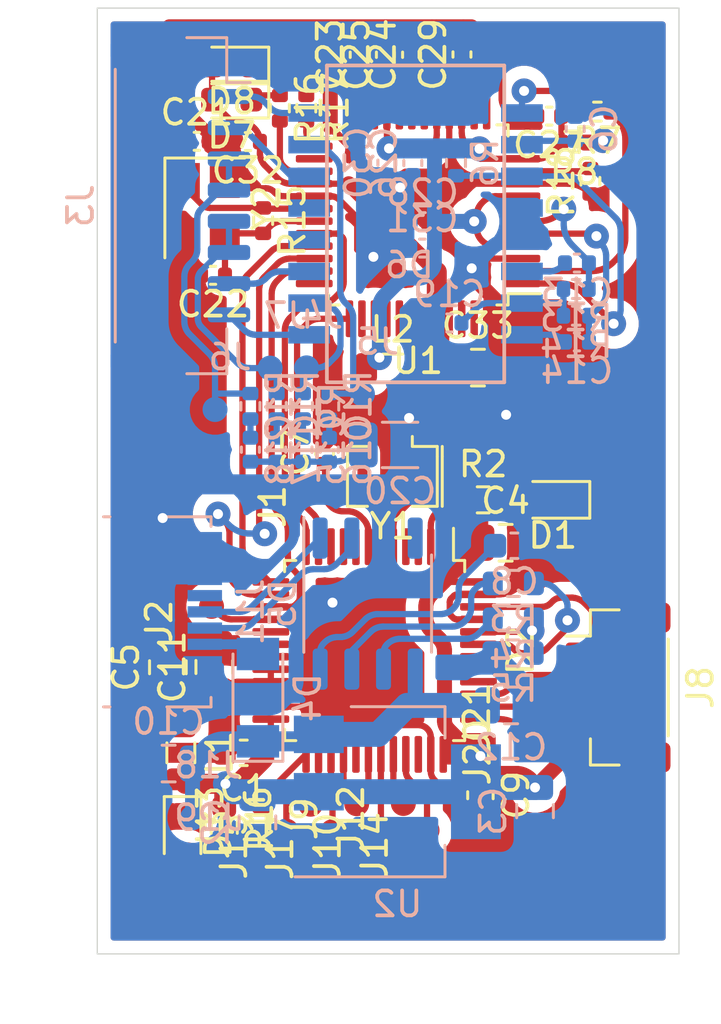
<source format=kicad_pcb>
(kicad_pcb (version 20211014) (generator pcbnew)
  (layers (0 "F.Cu" signal) (31 "B.Cu" signal) (34 "B.Paste" user) (35 "F.Paste" user) (36 "B.SilkS" user "B.Silkscreen") (37 "F.SilkS" user "F.Silkscreen") (38 "B.Mask" user) (39 "F.Mask" user) (44 "Edge.Cuts" user))
  (net 0 "")
  (net 1 "GND")
  (net 2 "+3V3")
  (net 3 "Net-(C7-Pad1)")
  (net 4 "Net-(D1-Pad2)")
  (net 5 "Net-(D2-Pad44)")
  (net 6 "Net-(D2-Pad43)")
  (net 7 "/swc")
  (net 8 "/swd")
  (net 9 "/Z4")
  (net 10 "/Z3")
  (net 11 "/Z2")
  (net 12 "/Z1")
  (net 13 "Net-(D2-Pad6)")
  (net 14 "Net-(D2-Pad5)")
  (net 15 "Net-(D2-Pad2)")
  (net 16 "Net-(C11-Pad1)")
  (net 17 "/AIn")
  (net 18 "Net-(D3-Pad2)")
  (net 19 "/selZ4")
  (net 20 "/selZ3")
  (net 21 "/selZ2")
  (net 22 "/selZ1")
  (net 23 "Net-(D4-Pad2)")
  (net 24 "Net-(C8-Pad1)")
  (net 25 "Net-(D5-Pad7)")
  (net 26 "Net-(D5-Pad6)")
  (net 27 "Net-(D5-Pad2)")
  (net 28 "Net-(D5-Pad1)")
  (net 29 "Net-(C6-Pad1)")
  (net 30 "Net-(C13-Pad2)")
  (net 31 "Net-(C13-Pad1)")
  (net 32 "Net-(C14-Pad2)")
  (net 33 "Net-(C14-Pad1)")
  (net 34 "Net-(C15-Pad2)")
  (net 35 "Net-(C15-Pad1)")
  (net 36 "Net-(C16-Pad2)")
  (net 37 "Net-(C17-Pad2)")
  (net 38 "Net-(C18-Pad2)")
  (net 39 "Net-(C19-Pad1)")
  (net 40 "Net-(C21-Pad1)")
  (net 41 "Net-(C22-Pad1)")
  (net 42 "Net-(C23-Pad1)")
  (net 43 "Net-(C24-Pad1)")
  (net 44 "mosi")
  (net 45 "miso")
  (net 46 "sck")
  (net 47 "nss")
  (net 48 "rst")
  (net 49 "Net-(D6-Pad16)")
  (net 50 "Net-(D6-Pad14)")
  (net 51 "Net-(D6-Pad11)")
  (net 52 "Net-(D6-Pad9)")
  (net 53 "Net-(D6-Pad3)")
  (net 54 "Net-(D6-Pad1)")
  (net 55 "Net-(D7-Pad1)")
  (net 56 "Net-(D8-Pad1)")
  (net 57 "Net-(R16-Pad2)")
  (net 58 "Net-(R17-Pad2)")
  (net 59 "Net-(R18-Pad2)")
  (net 60 "/+3.3VA")
  (net 61 "sda")
  (net 62 "scl")
  (net 63 "/+5v")
  (net 64 "/V2")
  (net 65 "/V1")
  (net 66 "/V4")
  (net 67 "/V3")
  (footprint "Capacitor_SMD:C_0603_1608Metric" (layer "F.Cu") (at 23.07 60.01 180)
    (fp_text reference "C1")
    (fp_text value "C")
  )
  (footprint "Capacitor_SMD:C_0805_2012Metric" (layer "F.Cu") (at 33.57 51.59)
    (fp_text reference "C4")
    (fp_text value "C")
  )
  (footprint "Capacitor_SMD:C_0402_1005Metric" (layer "F.Cu") (at 26.31 47.95 90)
    (fp_text reference "C7")
    (fp_text value "C")
  )
  (footprint "Capacitor_SMD:C_0603_1608Metric" (layer "F.Cu") (at 32.56 61.71 -90)
    (fp_text reference "C9")
    (fp_text value "C")
  )
  (footprint "LED_SMD:LED_0603_1608Metric" (layer "F.Cu") (at 35.46 49.87 180)
    (fp_text reference "D1")
    (fp_text value "LED")
  )
  (footprint "Package_QFP:LQFP-48_7x7mm_P0.5mm" (layer "F.Cu") (at 28.32 55.91 -90)
    (fp_text reference "D2")
    (fp_text value "STM32G473CBTx")
  )
  (footprint "My-library:mini_conn" (layer "F.Cu") (at 26.33 49.54 -90)
    (fp_text reference "J1")
    (fp_text value "Conn_01x01_Female")
  )
  (footprint "My-library:mini_conn" (layer "F.Cu") (at 21.78 54.14 -90)
    (fp_text reference "J2")
    (fp_text value "Conn_01x01_Female")
  )
  (footprint "My-library:mini_conn" (layer "F.Cu") (at 27.6 62.05 -90)
    (fp_text reference "J9")
    (fp_text value "Conn_01x01_Female")
  )
  (footprint "My-library:mini_conn" (layer "F.Cu") (at 28.53 63.14 -90)
    (fp_text reference "J10")
    (fp_text value "Conn_01x01_Female")
  )
  (footprint "My-library:mini_conn" (layer "F.Cu") (at 29.47 62.04 -90)
    (fp_text reference "J12")
    (fp_text value "Conn_01x01_Female")
  )
  (footprint "My-library:mini_conn" (layer "F.Cu") (at 23.83 62.06 -90)
    (fp_text reference "J13")
    (fp_text value "Conn_01x01_Female")
  )
  (footprint "My-library:mini_conn" (layer "F.Cu") (at 30.42 63.12 -90)
    (fp_text reference "J14")
    (fp_text value "Conn_01x01_Female")
  )
  (footprint "My-library:mini_conn" (layer "F.Cu") (at 24.78 63.15 -90)
    (fp_text reference "J15")
    (fp_text value "Conn_01x01_Female")
  )
  (footprint "My-library:mini_conn" (layer "F.Cu") (at 25.75 62.07 -90)
    (fp_text reference "J16")
    (fp_text value "Conn_01x01_Female")
  )
  (footprint "My-library:mini_conn" (layer "F.Cu") (at 26.63 63.17 -90)
    (fp_text reference "J17")
    (fp_text value "Conn_01x01_Female")
  )
  (footprint "My-library:mini_conn" (layer "F.Cu") (at 34.54 59.38 -90)
    (fp_text reference "J20")
    (fp_text value "Conn_01x01_Female")
  )
  (footprint "My-library:mini_conn" (layer "F.Cu") (at 34.52 57.93 -90)
    (fp_text reference "J21")
    (fp_text value "Conn_01x01_Female")
  )
  (footprint "Inductor_SMD:L_0805_2012Metric" (layer "F.Cu") (at 20.55 60.01 -90)
    (fp_text reference "L1")
    (fp_text value "L")
  )
  (footprint "Resistor_SMD:R_0603_1608Metric" (layer "F.Cu") (at 32.67 49.87)
    (fp_text reference "R2")
    (fp_text value "R")
  )
  (footprint "Crystal:Resonator_SMD_muRata_CSTxExxV-3Pin_3.0x1.1mm" (layer "F.Cu") (at 29.03 48.93 180)
    (fp_text reference "Y1")
    (fp_text value "16")
  )
  (footprint "Capacitor_SMD:C_0805_2012Metric" (layer "F.Cu") (at 21.89 56.57 90)
    (fp_text reference "C11")
    (fp_text value "C")
  )
  (footprint "Capacitor_SMD:C_0805_2012Metric" (layer "F.Cu") (at 20.03 56.58 90)
    (fp_text reference "C5")
    (fp_text value "C")
  )
  (footprint "LED_SMD:LED_0603_1608Metric" (layer "F.Cu") (at 20.62 63.25 -90)
    (fp_text reference "D3")
    (fp_text value "LED")
  )
  (footprint "Resistor_SMD:R_0603_1608Metric" (layer "F.Cu") (at 22.29 63 -90)
    (fp_text reference "R1")
    (fp_text value "R")
  )
  (footprint "Capacitor_SMD:C_0402_1005Metric" (layer "F.Cu") (at 21.19 35.5)
    (fp_text reference "C21")
    (fp_text value "10")
  )
  (footprint "Capacitor_SMD:C_0402_1005Metric" (layer "F.Cu") (at 21.84 40.87 180)
    (fp_text reference "C22")
    (fp_text value "10")
  )
  (footprint "Capacitor_SMD:C_0402_1005Metric" (layer "F.Cu") (at 27.7 32.03 90)
    (fp_text reference "C23")
    (fp_text value "10n")
  )
  (footprint "Capacitor_SMD:C_0402_1005Metric" (layer "F.Cu") (at 29.8 32.03 90)
    (fp_text reference "C24")
    (fp_text value "4.7u")
  )
  (footprint "Capacitor_SMD:C_0402_1005Metric" (layer "F.Cu") (at 28.75 32.03 90)
    (fp_text reference "C25")
    (fp_text value "22n")
  )
  (footprint "Capacitor_SMD:C_0402_1005Metric" (layer "F.Cu") (at 35.32 34.49 180)
    (fp_text reference "C27")
    (fp_text value "22n")
  )
  (footprint "Capacitor_SMD:C_0402_1005Metric" (layer "F.Cu") (at 31.82 32.02 90)
    (fp_text reference "C29")
    (fp_text value "22n")
  )
  (footprint "Capacitor_SMD:C_0402_1005Metric" (layer "F.Cu") (at 23.24 35.51 180)
    (fp_text reference "C32")
    (fp_text value "22n")
  )
  (footprint "Capacitor_SMD:C_0805_2012Metric" (layer "F.Cu") (at 32.46 44.57)
    (fp_text reference "C33")
    (fp_text value "22n")
  )
  (footprint "LED_SMD:LED_0603_1608Metric" (layer "F.Cu") (at 22.59 33.83 180)
    (fp_text reference "D7")
    (fp_text value "green")
  )
  (footprint "LED_SMD:LED_0603_1608Metric" (layer "F.Cu") (at 22.59 32.46 180)
    (fp_text reference "D8")
    (fp_text value "red")
  )
  (footprint "Inductor_SMD:L_0805_2012Metric" (layer "F.Cu") (at 29.04 44.59)
    (fp_text reference "L2")
    (fp_text value "L")
  )
  (footprint "Resistor_SMD:R_0402_1005Metric" (layer "F.Cu") (at 37.25 34.31 180)
    (fp_text reference "R7")
    (fp_text value "49.9")
  )
  (footprint "Resistor_SMD:R_0402_1005Metric" (layer "F.Cu") (at 36.32 35.55 180)
    (fp_text reference "R8")
    (fp_text value "10")
  )
  (footprint "Resistor_SMD:R_0402_1005Metric" (layer "F.Cu") (at 23.85 38.68 -90)
    (fp_text reference "R15")
    (fp_text value "1M")
  )
  (footprint "Resistor_SMD:R_0402_1005Metric" (layer "F.Cu") (at 24.52 34.17 -90)
    (fp_text reference "R16")
    (fp_text value "510")
  )
  (footprint "Resistor_SMD:R_0402_1005Metric" (layer "F.Cu") (at 25.58 34.17 -90)
    (fp_text reference "R17")
    (fp_text value "510")
  )
  (footprint "Resistor_SMD:R_0402_1005Metric" (layer "F.Cu") (at 36.97 37.1 90)
    (fp_text reference "R18")
    (fp_text value "12.4k")
  )
  (footprint "Package_QFP:LQFP-48_7x7mm_P0.5mm" (layer "F.Cu") (at 30.06 38.45 180)
    (fp_text reference "U1")
    (fp_text value "W5500")
  )
  (footprint "Crystal:Crystal_SMD_SeikoEpson_FA238-4Pin_3.2x2.5mm" (layer "F.Cu") (at 21.51 38.17 -90)
    (fp_text reference "Y2")
    (fp_text value "Crystal_GND24_Small")
  )
  (footprint "Connector_JST:JST_SH_BM04B-SRSS-TB_1x04-1MP_P1.00mm_Vertical" (layer "F.Cu") (at 38.08 57.39 -90)
    (fp_text reference "J8")
    (fp_text value "Conn_01x04_Shielded")
  )
  (footprint "Capacitor_SMD:C_0805_2012Metric" (layer "B.Cu") (at 23.62 62.8 -90)
    (fp_text reference "C2")
    (fp_text value "C")
  )
  (footprint "Capacitor_SMD:C_0805_2012Metric" (layer "B.Cu") (at 34.75 62.35 -90)
    (fp_text reference "C3")
    (fp_text value "C")
  )
  (footprint "Capacitor_SMD:C_0603_1608Metric" (layer "B.Cu") (at 33.92 51.71)
    (fp_text reference "C8")
    (fp_text value "C")
  )
  (footprint "Capacitor_SMD:C_0805_2012Metric" (layer "B.Cu") (at 20.06 60.44 180)
    (fp_text reference "C10")
    (fp_text value "C")
  )
  (footprint "Connector_USB:USB_Micro-B_Molex_47346-0001" (layer "B.Cu") (at 20.05 54.36 90)
    (fp_text reference "J11")
    (fp_text value "USB_B_Micro")
  )
  (footprint "Resistor_SMD:R_0603_1608Metric" (layer "B.Cu") (at 33.88 53.22)
    (fp_text reference "R3")
    (fp_text value "R")
  )
  (footprint "Resistor_SMD:R_0603_1608Metric" (layer "B.Cu") (at 33.88 54.66)
    (fp_text reference "R4")
    (fp_text value "R")
  )
  (footprint "Resistor_SMD:R_0603_1608Metric" (layer "B.Cu") (at 33.87 56.01)
    (fp_text reference "R5")
    (fp_text value "R")
  )
  (footprint "Package_TO_SOT_SMD:SOT-223-3_TabPin2" (layer "B.Cu") (at 29.23 61.57)
    (fp_text reference "U2")
    (fp_text value "NCP1117-3.3")
  )
  (footprint "Capacitor_SMD:C_0805_2012Metric" (layer "B.Cu") (at 33.79 58.11)
    (fp_text reference "C12")
    (fp_text value "C")
  )
  (footprint "Diode_SMD:D_MiniMELF" (layer "B.Cu") (at 23.64 57.8 90)
    (fp_text reference "D4")
    (fp_text value "D")
  )
  (footprint "Package_SO:SOP-8_3.9x4.9mm_P1.27mm" (layer "B.Cu") (at 28.04 54.03 -90)
    (fp_text reference "D5")
    (fp_text value "CH340N")
  )
  (footprint "My-library:mini_conn" (layer "B.Cu") (at 25.59 44.58)
    (fp_text reference "J4")
    (fp_text value "Conn_01x01_Female")
  )
  (footprint "My-library:mini_conn" (layer "B.Cu") (at 27.83 45.63)
    (fp_text reference "J5")
    (fp_text value "Conn_01x01_Female")
  )
  (footprint "My-library:mini_conn" (layer "B.Cu") (at 21.92 46.25)
    (fp_text reference "J6")
    (fp_text value "Conn_01x01_Female")
  )
  (footprint "My-library:mini_conn" (layer "B.Cu") (at 24.13 44.59)
    (fp_text reference "J7")
    (fp_text value "Conn_01x01_Female")
  )
  (footprint "Capacitor_SMD:C_0402_1005Metric" (layer "B.Cu") (at 36.36 35 90)
    (fp_text reference "C6")
    (fp_text value "22n")
  )
  (footprint "Capacitor_SMD:C_0402_1005Metric" (layer "B.Cu") (at 36.43 40.38)
    (fp_text reference "C13")
    (fp_text value "6.8n")
  )
  (footprint "Capacitor_SMD:C_0402_1005Metric" (layer "B.Cu") (at 36.43 43.54)
    (fp_text reference "C14")
    (fp_text value "6.8n")
  )
  (footprint "Capacitor_SMD:C_0402_1005Metric" (layer "B.Cu") (at 25.446666 47.86 90)
    (fp_text reference "C15")
    (fp_text value "6.8n")
  )
  (footprint "Capacitor_SMD:C_0402_1005Metric" (layer "B.Cu") (at 26.5 47.86 90)
    (fp_text reference "C16")
    (fp_text value "6.8n")
  )
  (footprint "Capacitor_SMD:C_0402_1005Metric" (layer "B.Cu") (at 24.393333 47.86 90)
    (fp_text reference "C17")
    (fp_text value "6.8n")
  )
  (footprint "Capacitor_SMD:C_0402_1005Metric" (layer "B.Cu") (at 23.34 47.86 90)
    (fp_text reference "C18")
    (fp_text value "6.8n")
  )
  (footprint "Capacitor_SMD:C_0402_1005Metric" (layer "B.Cu") (at 31.32 42.78 180)
    (fp_text reference "C19")
    (fp_text value "10n")
  )
  (footprint "Capacitor_SMD:C_1206_3216Metric" (layer "B.Cu") (at 29.34 47.67)
    (fp_text reference "C20")
    (fp_text value "10n")
  )
  (footprint "Capacitor_SMD:C_0402_1005Metric" (layer "B.Cu") (at 29.85 36.37 -90)
    (fp_text reference "C26")
    (fp_text value "22n")
  )
  (footprint "Capacitor_SMD:C_0402_1005Metric" (layer "B.Cu") (at 30.24 38.72 180)
    (fp_text reference "C28")
    (fp_text value "22n")
  )
  (footprint "Capacitor_SMD:C_0402_1005Metric" (layer "B.Cu") (at 28.81 36.36 -90)
    (fp_text reference "C30")
    (fp_text value "22n")
  )
  (footprint "Capacitor_SMD:C_0402_1005Metric" (layer "B.Cu") (at 30.23 39.78 180)
    (fp_text reference "C31")
    (fp_text value "22n")
  )
  (footprint "My-library:H1102N" (layer "B.Cu") (at 29.96 38.81 180)
    (fp_text reference "D6")
    (fp_text value "H1102NL")
  )
  (footprint "Resistor_SMD:R_0402_1005Metric" (layer "B.Cu") (at 25.446666 46.12 90)
    (fp_text reference "R9")
    (fp_text value "75")
  )
  (footprint "Resistor_SMD:R_0402_1005Metric" (layer "B.Cu") (at 26.5 46.12 90)
    (fp_text reference "R10")
    (fp_text value "75")
  )
  (footprint "Resistor_SMD:R_0402_1005Metric" (layer "B.Cu") (at 24.393333 46.12 90)
    (fp_text reference "R11")
    (fp_text value "75")
  )
  (footprint "Resistor_SMD:R_0402_1005Metric" (layer "B.Cu") (at 36.4 41.42)
    (fp_text reference "R13")
    (fp_text value "82")
  )
  (footprint "Resistor_SMD:R_0402_1005Metric" (layer "B.Cu") (at 36.4 42.49)
    (fp_text reference "R14")
    (fp_text value "82")
  )
  (footprint "Resistor_SMD:R_0402_1005Metric" (layer "B.Cu") (at 23.34 46.12 90)
    (fp_text reference "R12")
    (fp_text value "75")
  )
  (footprint "My-library:mini_conn" (layer "B.Cu") (at 21.02 62.61)
    (fp_text reference "J18")
    (fp_text value "Conn_01x01_Female")
  )
  (footprint "My-library:mini_conn" (layer "B.Cu") (at 21.02 64.71)
    (fp_text reference "J19")
    (fp_text value "Conn_01x01_Female")
  )
  (footprint "Resistor_SMD:R_0402_1005Metric" (layer "B.Cu") (at 31.58 36.37 90)
    (fp_text reference "R6")
    (fp_text value "49.9")
  )
  (footprint "Connector_JST:JST_GH_BM08B-GHS-TBT_1x08-1MP_P1.25mm_Vertical" (layer "B.Cu") (at 20.53 38.08 -90)
    (fp_text reference "J3")
    (fp_text value "Conn_01x08_Shielded")
  )
  (gr_line (start 17.2 68.07) (end 17.2 30.16) (layer "Edge.Cuts") (width 0.05))
  (gr_line (start 40.52 30.16) (end 40.52 68.07) (layer "Edge.Cuts") (width 0.05))
  (gr_line (start 17.2 30.16) (end 40.52 30.16) (layer "Edge.Cuts") (width 0.05))
  (gr_line (start 40.52 68.07) (end 17.2 68.07) (layer "Edge.Cuts") (width 0.05))
  (segment (start 31.33029 53.968154) (end 31.331162 53.956336) (width 0.25) (layer "F.Cu") (net 1))
  (segment (start 34.133553 53.306446) (end 34.225 53.215) (width 0.25) (layer "F.Cu") (net 1))
  (segment (start 24.475223 37.663245) (end 24.453557 37.653641) (width 0.25) (layer "F.Cu") (net 1))
  (segment (start 33.627867 34.277867) (end 33.622132 34.272132) (width 0.25) (layer "F.Cu") (net 1))
  (segment (start 26.677321 37.71447) (end 26.700161 37.720791) (width 0.25) (layer "F.Cu") (net 1))
  (segment (start 33.28 53.66) (end 33.339229 53.658545) (width 0.25) (layer "F.Cu") (net 1))
  (segment (start 24.1575 58.16) (end 25.62 58.16) (width 0.25) (layer "F.Cu") (net 1))
  (segment (start 29.94787 33.202539) (end 29.939289 33.21071) (width 0.25) (layer "F.Cu") (net 1))
  (segment (start 30.404256 59.025079) (end 30.421421 59.041421) (width 0.25) (layer "F.Cu") (net 1))
  (segment (start 33.552529 34.191443) (end 33.53206 34.162379) (width 0.25) (layer "F.Cu") (net 1))
  (segment (start 33.53206 34.162379) (end 33.513042 34.132346) (width 0.25) (layer "F.Cu") (net 1))
  (segment (start 30.444919 59.065741) (end 30.428578 59.048578) (width 0.25) (layer "F.Cu") (net 1))
  (segment (start 27.809709 33.518153) (end 27.808837 33.506336) (width 0.25) (layer "F.Cu") (net 1))
  (segment (start 36.295494 37.223193) (end 36.237119 37.213064) (width 0.25) (layer "F.Cu") (net 1))
  (segment (start 26.828252 37.781373) (end 26.847628 37.795019) (width 0.25) (layer "F.Cu") (net 1))
  (segment (start 31.579918 53.670395) (end 31.568667 53.674112) (width 0.25) (layer "F.Cu") (net 1))
  (segment (start 31.247459 33.29787) (end 31.239289 33.289289) (width 0.25) (layer "F.Cu") (net 1))
  (segment (start 31.037098 33.144638) (end 31.025423 33.142612) (width 0.25) (layer "F.Cu") (net 1))
  (segment (start 27.81 36.06) (end 27.67 36.06) (width 0.25) (layer "F.Cu") (net 1))
  (segment (start 24.264256 37.505079) (end 24.281421 37.521421) (width 0.25) (layer "F.Cu") (net 1))
  (segment (start 31.309709 33.448153) (end 31.308837 33.436336) (width 0.25) (layer "F.Cu") (net 1))
  (segment (start 32.341186 33.259756) (end 32.352337 33.226002) (width 0.25) (layer "F.Cu") (net 1))
  (segment (start 24.542678 37.685529) (end 24.519837 37.679208) (width 0.25) (layer "F.Cu") (net 1))
  (segment (start 27.564114 33.194347) (end 27.574125 33.200686) (width 0.25) (layer "F.Cu") (net 1))
  (segment (start 33.999072 53.422449) (end 34.045779 53.385998) (width 0.25) (layer "F.Cu") (net 1))
  (segment (start 31.307386 33.424576) (end 31.305361 33.4129) (width 0.25) (layer "F.Cu") (net 1))
  (segment (start 31.082387 33.158376) (end 31.071332 33.154112) (width 0.25) (layer "F.Cu") (net 1))
  (segment (start 27.775652 33.405884) (end 27.769313 33.395873) (width 0.25) (layer "F.Cu") (net 1))
  (segment (start 33.452337 34.003997) (end 33.441186 33.970242) (width 0.25) (layer "F.Cu") (net 1))
  (segment (start 30.127326 58.902325) (end 30.150847 58.905226) (width 0.25) (layer "F.Cu") (net 1))
  (segment (start 30.028667 33.154112) (end 30.017611 33.158376) (width 0.25) (layer "F.Cu") (net 1))
  (segment (start 27.593155 33.214799) (end 27.602127 33.222539) (width 0.25) (layer "F.Cu") (net 1))
  (segment (start 33.998702 34.476083) (end 33.964017 34.468294) (width 0.25) (layer "F.Cu") (net 1))
  (segment (start 30.533245 59.205223) (end 30.523641 59.183557) (width 0.25) (layer "F.Cu") (net 1))
  (segment (start 27.564868 38.582835) (end 27.550462 38.550336) (width 0.25) (layer "F.Cu") (net 1))
  (segment (start 29.838506 33.326194) (end 29.844346 33.315884) (width 0.25) (layer "F.Cu") (net 1))
  (segment (start 30.567674 59.342673) (end 30.564773 59.319152) (width 0.25) (layer "F.Cu") (net 1))
  (segment (start 33.622132 34.272132) (end 33.597619 34.246385) (width 0.25) (layer "F.Cu") (net 1))
  (segment (start 28.75 37.21) (end 30.61 37.21) (width 0.25) (layer "F.Cu") (net 1))
  (segment (start 26.54 34.93) (end 26.54 33.24) (width 0.6) (layer "F.Cu") (net 1))
  (segment (start 27.802764 33.471339) (end 27.799604 33.459918) (width 0.25) (layer "F.Cu") (net 1))
  (segment (start 31.82 31.54) (end 19.46 31.54) (width 0.4) (layer "F.Cu") (net 1))
  (segment (start 22.93 56.16) (end 24.1575 56.16) (width 0.25) (layer "F.Cu") (net 1))
  (segment (start 31.63 54.66) (end 31.618153 54.659709) (width 0.25) (layer "F.Cu") (net 1))
  (segment (start 31.114114 33.174346) (end 31.103804 33.168506) (width 0.25) (layer "F.Cu") (net 1))
  (segment (start 31.33 54.36) (end 31.33 53.98) (width 0.25) (layer "F.Cu") (net 1))
  (segment (start 36.237119 37.213064) (end 36.178317 37.205812) (width 0.25) (layer "F.Cu") (net 1))
  (segment (start 30.99 33.14) (end 30.82 33.14) (width 0.25) (layer "F.Cu") (net 1))
  (segment (start 32.31 33.47) (end 32.310871 33.434461) (width 0.25) (layer "F.Cu") (net 1))
  (segment (start 32.497619 32.983612) (end 32.522132 32.957867) (width 0.25) (layer "F.Cu") (net 1))
  (segment (start 33.950632 53.456565) (end 33.999072 53.422449) (width 0.25) (layer "F.Cu") (net 1))
  (segment (start 32.2 30.91) (end 31.88 30.91) (width 0.6) (layer "F.Cu") (net 1))
  (segment (start 30.57 38.95) (end 30.57 38.39) (width 0.25) (layer "F.Cu") (net 1))
  (segment (start 31.65 53.66) (end 32.4825 53.66) (width 0.25) (layer "F.Cu") (net 1))
  (segment (start 31.568667 53.674112) (end 31.557611 53.678376) (width 0.25) (layer "F.Cu") (net 1))
  (segment (start 30.616359 60.956441) (end 30.627015 60.97761) (width 0.25) (layer "F.Cu") (net 1))
  (segment (start 22.907867 58.372132) (end 22.295 58.985) (width 0.25) (layer "F.Cu") (net 1))
  (segment (start 31.496843 53.714799) (end 31.48787 53.722539) (width 0.25) (layer "F.Cu") (net 1))
  (segment (start 27.81 33.53) (end 27.809709 33.518153) (width 0.25) (layer "F.Cu") (net 1))
  (segment (start 31.82 31.54) (end 31.82 30.97) (width 0.25) (layer "F.Cu") (net 1))
  (segment (start 30.103691 58.900581) (end 30.127326 58.902325) (width 0.25) (layer "F.Cu") (net 1))
  (segment (start 29.824112 33.358667) (end 29.828376 33.347611) (width 0.25) (layer "F.Cu") (net 1))
  (segment (start 32.81 40.22) (end 32.83 40.2) (width 0.25) (layer "F.Cu") (net 1))
  (segment (start 31.16071 33.21071) (end 31.152128 33.202539) (width 0.25) (layer "F.Cu") (net 1))
  (segment (start 31.515873 53.700686) (end 31.506185 53.707509) (width 0.25) (layer "F.Cu") (net 1))
  (segment (start 32.21 40.9) (end 32.21 40.59) (width 0.25) (layer "F.Cu") (net 1))
  (segment (start 36.730632 37.403433) (end 36.680576 37.371736) (width 0.25) (layer "F.Cu") (net 1))
  (segment (start 31.591339 53.667234) (end 31.579918 53.670395) (width 0.25) (layer "F.Cu") (net 1))
  (segment (start 26.722664 37.728224) (end 26.744775 37.736754) (width 0.25) (layer "F.Cu") (net 1))
  (segment (start 32.317838 33.363728) (end 32.323916 33.328702) (width 0.25) (layer "F.Cu") (net 1))
  (segment (start 27.516957 38.487652) (end 27.497939 38.457619) (width 0.25) (layer "F.Cu") (net 1))
  (segment (start 23.42 58.16) (end 24.1575 58.16) (width 0.25) (layer "F.Cu") (net 1))
  (segment (start 22.523337 56.089437) (end 22.579595 56.108021) (width 0.25) (layer "F.Cu") (net 1))
  (segment (start 27.574125 33.200686) (end 27.583813 33.207509) (width 0.25) (layer "F.Cu") (net 1))
  (segment (start 36.755 57.89) (end 39.26 57.89) (width 0.25) (layer "F.Cu") (net 1))
  (segment (start 31.124125 33.180686) (end 31.114114 33.174346) (width 0.25) (layer "F.Cu") (net 1))
  (segment (start 31.476843 54.605199) (end 31.46787 54.597459) (width 0.25) (layer "F.Cu") (net 1))
  (segment (start 31.239289 33.289289) (end 31.16071 33.21071) (width 0.25) (layer "F.Cu") (net 1))
  (segment (start 27.432379 38.373612) (end 27.407867 38.347867) (width 0.25) (layer "F.Cu") (net 1))
  (segment (start 33.398317 53.654187) (end 33.457119 53.646934) (width 0.25) (layer "F.Cu") (net 1))
  (segment (start 30.150847 58.905226) (end 30.174197 58.909277) (width 0.25) (layer "F.Cu") (net 1))
  (segment (start 36.410404 37.251977) (end 36.353302 37.236175) (width 0.25) (layer "F.Cu") (net 1))
  (segment (start 29.03 47.42) (end 29.03 46.12) (width 0.8) (layer "F.Cu") (net 1))
  (segment (start 27.550462 38.550336) (end 27.534479 38.518583) (width 0.25) (layer "F.Cu") (net 1))
  (segment (start 32.474399 33.01053) (end 32.497619 32.983612) (width 0.25) (layer "F.Cu") (net 1))
  (segment (start 25.61 56.16) (end 25.62 56.17) (width 0.25) (layer "F.Cu") (net 1))
  (segment (start 33.513042 34.132346) (end 33.49552 34.101415) (width 0.25) (layer "F.Cu") (net 1))
  (segment (start 31.526778 54.63682) (end 31.516194 54.631493) (width 0.25) (layer "F.Cu") (net 1))
  (segment (start 30.665021 61.037628) (end 30.679601 61.056311) (width 0.25) (layer "F.Cu") (net 1))
  (segment (start 36.119229 37.201453) (end 36.06 37.2) (width 0.25) (layer "F.Cu") (net 1))
  (segment (start 22.309422 55.988262) (end 22.360973 56.017465) (width 0.25) (layer "F.Cu") (net 1))
  (segment (start 33.410872 33.795537) (end 33.41 33.76) (width 0.25) (layer "F.Cu") (net 1))
  (segment (start 31.384799 54.513155) (end 31.392539 54.522127) (width 0.25) (layer "F.Cu") (net 1))
  (segment (start 31.506185 53.707509) (end 31.496843 53.714799) (width 0.25) (layer "F.Cu") (net 1))
  (segment (start 33.798583 34.404479) (end 33.767652 34.386957) (width 0.25) (layer "F.Cu") (net 1))
  (segment (start 31.82 30.97) (end 31.88 30.91) (width 0.25) (layer "F.Cu") (net 1))
  (segment (start 31.353178 53.876778) (end 31.358506 53.866194) (width 0.25) (layer "F.Cu") (net 1))
  (segment (start 26.62 33.16) (end 26.54 33.24) (width 0.25) (layer "F.Cu") (net 1))
  (segment (start 26.94 33.16) (end 26.93 33.16) (width 0.25) (layer "F.Cu") (net 1))
  (segment (start 29.81029 33.428154) (end 29.811162 33.416336) (width 0.25) (layer "F.Cu") (net 1))
  (segment (start 34.14 34.49) (end 34.84 34.49) (width 0.25) (layer "F.Cu") (net 1))
  (segment (start 31.392539 54.522127) (end 31.40071 54.53071) (width 0.25) (layer "F.Cu") (net 1))
  (segment (start 33.465131 34.037163) (end 33.452337 34.003997) (width 0.25) (layer "F.Cu") (net 1))
  (segment (start 30.569418 59.366307) (end 30.567674 59.342673) (width 0.25) (layer "F.Cu") (net 1))
  (segment (start 27.51008 33.170395) (end 27.521331 33.174112) (width 0.25) (layer "F.Cu") (net 1))
  (segment (start 24.353687 37.590399) (end 24.335741 37.574919) (width 0.25) (layer "F.Cu") (net 1))
  (segment (start 27.769313 33.395873) (end 27.762489 33.386185) (width 0.25) (layer "F.Cu") (net 1))
  (segment (start 33.741939 53.568113) (end 33.796104 53.544104) (width 0.25) (layer "F.Cu") (net 1))
  (segment (start 27.62 38.86) (end 27.62 39.84) (width 0.25) (layer "F.Cu") (net 1))
  (segment (start 31.377509 53.836185) (end 31.384799 53.826843) (width 0.25) (layer "F.Cu") (net 1))
  (segment (start 32.81 42.6125) (end 32.81 44.465) (width 0.25) (layer "F.Cu") (net 1))
  (segment (start 24.227628 37.475019) (end 24.246311 37.4896) (width 0.25) (layer "F.Cu") (net 1))
  (segment (start 22.119356 55.847299) (end 22.164219 55.885998) (width 0.25) (layer "F.Cu") (net 1))
  (segment (start 33.597619 34.246385) (end 33.5744 34.219468) (width 0.25) (layer "F.Cu") (net 1))
  (segment (start 24.080161 37.400791) (end 24.102664 37.408224) (width 0.25) (layer "F.Cu") (net 1))
  (segment (start 31.364346 53.855884) (end 31.370686 53.845873) (width 0.25) (layer "F.Cu") (net 1))
  (segment (start 29.844346 33.315884) (end 29.850686 33.305873) (width 0.25) (layer "F.Cu") (net 1))
  (segment (start 30.584471 60.867321) (end 30.590792 60.890161) (width 0.25) (layer "F.Cu") (net 1))
  (segment (start 32.395519 33.128583) (end 32.413041 33.097652) (width 0.25) (layer "F.Cu") (net 1))
  (segment (start 20.09 30.91) (end 19.44 31.56) (width 0.25) (layer "F.Cu") (net 1))
  (segment (start 27.62 38.86) (end 27.619127 38.824461) (width 0.25) (layer "F.Cu") (net 1))
  (segment (start 30.590792 60.890161) (end 30.598226 60.912664) (width 0.25) (layer "F.Cu") (net 1))
  (segment (start 31.31 33.46) (end 31.31 34.2875) (width 0.25) (layer "F.Cu") (net 1))
  (segment (start 22.636696 56.123824) (end 22.694504 56.136805) (width 0.25) (layer "F.Cu") (net 1))
  (segment (start 39.28 57.87) (end 39.28 54.59) (width 0.25) (layer "F.Cu") (net 1))
  (segment (start 27.78682 33.426778) (end 27.781493 33.416194) (width 0.25) (layer "F.Cu") (net 1))
  (segment (start 33.49552 34.101415) (end 33.479537 34.069662) (width 0.25) (layer "F.Cu") (net 1))
  (segment (start 33.339229 53.658545) (end 33.398317 53.654187) (width 0.25) (layer "F.Cu") (net 1))
  (segment (start 30.348252 58.981373) (end 30.367628 58.995019) (width 0.25) (layer "F.Cu") (net 1))
  (segment (start 31.392539 53.81787) (end 31.40071 53.809289) (width 0.25) (layer "F.Cu") (net 1))
  (segment (start 27.791622 33.437611) (end 27.78682 33.426778) (width 0.25) (layer "F.Cu") (net 1))
  (segment (start 29.81 33.44) (end 29.81 34.2875) (width 0.25) (layer "F.Cu") (net 1))
  (segment (start 33.417839 33.866271) (end 33.413487 33.83099) (width 0.25) (layer "F.Cu") (net 1))
  (segment (start 31.33 53.98) (end 31.33029 53.968154) (width 0.25) (layer "F.Cu") (net 1))
  (segment (start 21.67 35.5) (end 22.34 35.5) (width 0.6) (layer "F.Cu") (net 1))
  (segment (start 27.583813 33.207509) (end 27.593155 33.214799) (width 0.25) (layer "F.Cu") (net 1))
  (segment (start 22.210926 55.922449) (end 22.259366 55.956565) (width 0.25) (layer "F.Cu") (net 1))
  (segment (start 31.46787 54.597459) (end 31.459289 54.589289) (width 0.25) (layer "F.Cu") (net 1))
  (segment (start 23.42 58.16) (end 23.384461 58.160871) (width 0.25) (layer "F.Cu") (net 1))
  (segment (start 29.811162 33.416336) (end 29.812612 33.404576) (width 0.25) (layer "F.Cu") (net 1))
  (segment (start 33.423916 33.901296) (end 33.417839 33.866271) (width 0.25) (layer "F.Cu") (net 1))
  (segment (start 31.536194 53.688506) (end 31.525884 53.694346) (width 0.25) (layer "F.Cu") (net 1))
  (segment (start 27.553804 33.188506) (end 27.564114 33.194347) (width 0.25) (layer "F.Cu") (net 1))
  (segment (start 31.358506 53.866194) (end 31.364346 53.855884) (width 0.25) (layer "F.Cu") (net 1))
  (segment (start 22.31 37.07) (end 22.31 35.53) (width 0.25) (layer "F.Cu") (net 1))
  (segment (start 22.579595 56.108021) (end 22.636696 56.123824) (width 0.25) (layer "F.Cu") (net 1))
  (segment (start 30.711422 61.091421) (end 31.95 62.33) (width 0.25) (layer "F.Cu") (net 1))
  (segment (start 39.26 57.89) (end 39.28 57.87) (width 0.25) (layer "F.Cu") (net 1))
  (segment (start 31.305361 33.4129) (end 31.302764 33.401339) (width 0.25) (layer "F.Cu") (net 1))
  (segment (start 32.81 42.6125) (end 32.81 40.22) (width 0.25) (layer "F.Cu") (net 1))
  (segment (start 32.81 44.465) (end 32.875 44.53) (width 0.25) (layer "F.Cu") (net 1))
  (segment (start 36.06 37.2) (end 34.2225 37.2) (width 0.25) (layer "F.Cu") (net 1))
  (segment (start 22.811682 56.154187) (end 22.87077 56.158545) (width 0.25) (layer "F.Cu") (net 1))
  (segment (start 29.812612 33.404576) (end 29.814638 33.3929) (width 0.25) (layer "F.Cu") (net 1))
  (segment (start 34.090642 53.347299) (end 34.133553 53.306446) (width 0.25) (layer "F.Cu") (net 1))
  (segment (start 36.779072 37.437549) (end 36.730632 37.403433) (width 0.25) (layer "F.Cu") (net 1))
  (segment (start 27.588813 38.649756) (end 27.577662 38.616002) (width 0.25) (layer "F.Cu") (net 1))
  (segment (start 33.479537 34.069662) (end 33.465131 34.037163) (width 0.25) (layer "F.Cu") (net 1))
  (segment (start 30.006778 33.163178) (end 29.996194 33.168506) (width 0.25) (layer "F.Cu") (net 1))
  (segment (start 24.519837 37.679208) (end 24.497334 37.671774) (width 0.25) (layer "F.Cu") (net 1))
  (segment (start 30.57 60.75) (end 30.570583 60.773691) (width 0.25) (layer "F.Cu") (net 1))
  (segment (start 30.572326 60.797326) (end 30.575227 60.820847) (width 0.25) (layer "F.Cu") (net 1))
  (segment (start 29.81 33.44) (end 29.81029 33.428154) (width 0.25) (layer "F.Cu") (net 1))
  (segment (start 36.466661 37.270562) (end 36.410404 37.251977) (width 0.25) (layer "F.Cu") (net 1))
  (segment (start 30.242664 58.928224) (end 30.264775 58.936754) (width 0.25) (layer "F.Cu") (net 1))
  (segment (start 27.799604 33.459918) (end 27.795887 33.448667) (width 0.25) (layer "F.Cu") (net 1))
  (segment (start 27.598294 38.684017) (end 27.588813 38.649756) (width 0.25) (layer "F.Cu") (net 1))
  (segment (start 36.521939 37.291885) (end 36.466661 37.270562) (width 0.25) (layer "F.Cu") (net 1))
  (segment (start 27.407867 38.347867) (end 26.901421 37.841421) (width 0.25) (layer "F.Cu") (net 1))
  (segment (start 26.56 37.7) (end 25.8975 37.7) (width 0.25) (layer "F.Cu") (net 1))
  (segment (start 27.521331 33.174112) (end 27.532387 33.178377) (width 0.25) (layer "F.Cu") (net 1))
  (segment (start 26.80823 37.768694) (end 26.828252 37.781373) (width 0.25) (layer "F.Cu") (net 1))
  (segment (start 30.488626 59.121746) (end 30.474979 59.10237) (width 0.25) (layer "F.Cu") (net 1))
  (segment (start 33.21 43.94) (end 33.21 42.03) (width 0.6) (layer "F.Cu") (net 1))
  (segment (start 31.505884 54.625652) (end 31.495873 54.619313) (width 0.25) (layer "F.Cu") (net 1))
  (segment (start 22.933612 58.347619) (end 22.907867 58.372132) (width 0.25) (layer "F.Cu") (net 1))
  (segment (start 31.332613 54.395423) (end 31.334638 54.407098) (width 0.25) (layer "F.Cu") (net 1))
  (segment (start 36.178317 37.205812) (end 36.119229 37.201453) (width 0.25) (layer "F.Cu") (net 1))
  (segment (start 31.353178 54.46322) (end 31.358506 54.473804) (width 0.25) (layer "F.Cu") (net 1))
  (segment (start 26.583691 37.700581) (end 26.607326 37.702325) (width 0.25) (layer "F.Cu") (net 1))
  (segment (start 31.334638 53.9329) (end 31.337234 53.921339) (width 0.25) (layer "F.Cu") (net 1))
  (segment (start 24.124775 37.416754) (end 24.146441 37.426358) (width 0.25) (layer "F.Cu") (net 1))
  (segment (start 29.939289 33.21071) (end 29.88071 33.269289) (width 0.25) (layer "F.Cu") (net 1))
  (segment (start 30.017611 33.158376) (end 30.006778 33.163178) (width 0.25) (layer "F.Cu") (net 1))
  (segment (start 34.2225 37.2) (end 31.76 37.2) (width 0.25) (layer "F.Cu") (net 1))
  (segment (start 30.098154 33.14029) (end 30.086336 33.141162) (width 0.25) (layer "F.Cu") (net 1))
  (segment (start 22.259366 55.956565) (end 22.309422 55.988262) (width 0.25) (layer "F.Cu") (net 1))
  (segment (start 31.299604 33.389918) (end 31.295887 33.378667) (width 0.25) (layer "F.Cu") (net 1))
  (segment (start 27.781493 33.416194) (end 27.775652 33.405884) (width 0.25) (layer "F.Cu") (net 1))
  (segment (start 33.830336 34.420462) (end 33.798583 34.404479) (width 0.25) (layer "F.Cu") (net 1))
  (segment (start 33.28 53.66) (end 32.4825 53.66) (width 0.25) (layer "F.Cu") (net 1))
  (segment (start 25.62 58.56) (end 25.96 58.9) (width 0.25) (layer "F.Cu") (net 1))
  (segment (start 27.67 36.06) (end 26.54 34.93) (width 0.3) (layer "F.Cu") (net 1))
  (segment (start 36.82578 37.474) (end 36.779072 37.437549) (width 0.25) (layer "F.Cu") (net 1))
  (segment (start 30.560722 59.295801) (end 30.555529 59.272678) (width 0.25) (layer "F.Cu") (net 1))
  (segment (start 31.152128 33.202539) (end 31.143155 33.194799) (width 0.25) (layer "F.Cu") (net 1))
  (segment (start 27.44 33.16) (end 26.94 33.16) (width 0.25) (layer "F.Cu") (net 1))
  (segment (start 31.40071 54.53071) (end 31.459289 54.589289) (width 0.25) (layer "F.Cu") (net 1))
  (segment (start 27.463663 33.161162) (end 27.475423 33.162613) (width 0.25) (layer "F.Cu") (net 1))
  (segment (start 24.057321 37.39447) (end 24.080161 37.400791) (width 0.25) (layer "F.Cu") (net 1))
  (segment (start 31.495873 54.619313) (end 31.486185 54.612489) (width 0.25) (layer "F.Cu") (net 1))
  (segment (start 22.75288 56.146934) (end 22.811682 56.154187) (width 0.25) (layer "F.Cu") (net 1))
  (segment (start 30.82 33.14) (end 30.82 30.94) (width 0.25) (layer "F.Cu") (net 1))
  (segment (start 31.340395 54.43008) (end 31.344112 54.441331) (width 0.25) (layer "F.Cu") (net 1))
  (segment (start 30.57 59.39) (end 30.569418 59.366307) (width 0.25) (layer "F.Cu") (net 1))
  (segment (start 26.630847 37.705226) (end 26.654197 37.709277) (width 0.25) (layer "F.Cu") (net 1))
  (segment (start 23.963691 37.380581) (end 23.987326 37.382325) (width 0.25) (layer "F.Cu") (net 1))
  (segment (start 29.975873 33.180686) (end 29.966185 33.187509) (width 0.25) (layer "F.Cu") (net 1))
  (segment (start 31.295887 33.378667) (end 31.291622 33.367611) (width 0.25) (layer "F.Cu") (net 1))
  (segment (start 23.078583 58.245519) (end 23.047652 58.263041) (width 0.25) (layer "F.Cu") (net 1))
  (segment (start 23.278702 58.173916) (end 23.244017 58.181704) (width 0.25) (layer "F.Cu") (net 1))
  (segment (start 27.44 33.16) (end 27.451845 33.16029) (width 0.25) (layer "F.Cu") (net 1))
  (segment (start 25.62 58.16) (end 25.62 58.56) (width 0.25) (layer "F.Cu") (net 1))
  (segment (start 27.807386 33.494576) (end 27.805361 33.4829) (width 0.25) (layer "F.Cu") (net 1))
  (segment (start 33.896002 34.447662) (end 33.862835 34.434868) (width 0.25) (layer "F.Cu") (net 1))
  (segment (start 30.197321 58.91447) (end 30.220161 58.920791) (width 0.25) (layer "F.Cu") (net 1))
  (segment (start 32.413041 33.097652) (end 32.43206 33.067619) (width 0.25) (layer "F.Cu") (net 1))
  (segment (start 30.651375 61.018252) (end 30.665021 61.037628) (width 0.25) (layer "F.Cu") (net 1))
  (segment (start 27.451845 33.16029) (end 27.463663 33.161162) (width 0.25) (layer "F.Cu") (net 1))
  (segment (start 30.474979 59.10237) (end 30.460399 59.083687) (width 0.25) (layer "F.Cu") (net 1))
  (segment (start 24.432388 37.642986) (end 24.411768 37.631305) (width 0.25) (layer "F.Cu") (net 1))
  (segment (start 29.817234 33.381339) (end 29.820395 33.369918) (width 0.25) (layer "F.Cu") (net 1))
  (segment (start 24.1575 56.16) (end 25.61 56.16) (width 0.25) (layer "F.Cu") (net 1))
  (segment (start 31.384799 53.826843) (end 31.392539 53.81787) (width 0.25) (layer "F.Cu") (net 1))
  (segment (start 31.340395 53.909918) (end 31.344112 53.898667) (width 0.25) (layer "F.Cu") (net 1))
  (segment (start 22.295 58.985) (end 22.295 60.01) (width 0.25) (layer "F.Cu") (net 1))
  (segment (start 30.512986 59.162388) (end 30.501305 59.141768) (width 0.25) (layer "F.Cu") (net 1))
  (segment (start 31.09322 33.163178) (end 31.082387 33.158376) (width 0.25) (layer "F.Cu") (net 1))
  (segment (start 27.477469 38.428555) (end 27.455599 38.40053) (width 0.25) (layer "F.Cu") (net 1))
  (segment (start 30.541774 59.227334) (end 30.533245 59.205223) (width 0.25) (layer "F.Cu") (net 1))
  (segment (start 27.606083 38.718702) (end 27.598294 38.684017) (width 0.25) (layer "F.Cu") (net 1))
  (segment (start 30.57 59.39) (end 30.57 60.0725) (width 0.25) (layer "F.Cu") (net 1))
  (segment (start 31.364347 54.484114) (end 31.370686 54.494125) (width 0.25) (layer "F.Cu") (net 1))
  (segment (start 23.142835 58.21513) (end 23.110336 58.229536) (width 0.25) (layer "F.Cu") (net 1))
  (segment (start 27.49866 33.167235) (end 27.51008 33.170395) (width 0.25) (layer "F.Cu") (net 1))
  (segment (start 36.680576 37.371736) (end 36.629025 37.342533) (width 0.25) (layer "F.Cu") (net 1))
  (segment (start 30.695081 61.074256) (end 30.711422 61.091421) (width 0.25) (layer "F.Cu") (net 1))
  (segment (start 26.94 33.16) (end 26.62 33.16) (width 0.25) (layer "F.Cu") (net 1))
  (segment (start 33.653612 34.302379) (end 33.627867 34.277867) (width 0.25) (layer "F.Cu") (net 1))
  (segment (start 31.071332 33.154112) (end 31.06008 33.150395) (width 0.25) (layer "F.Cu") (net 1))
  (segment (start 31.344112 53.898667) (end 31.348376 53.887611) (width 0.25) (layer "F.Cu") (net 1))
  (segment (start 30.32823 58.968694) (end 30.348252 58.981373) (width 0.25) (layer "F.Cu") (net 1))
  (segment (start 30.79 30.91) (end 30.62 30.91) (width 0.6) (layer "F.Cu") (net 1))
  (segment (start 31.344112 54.441331) (end 31.348377 54.452387) (width 0.25) (layer "F.Cu") (net 1))
  (segment (start 26.744775 37.736754) (end 26.766441 37.746358) (width 0.25) (layer "F.Cu") (net 1))
  (segment (start 31.5829 54.655361) (end 31.571339 54.652764) (width 0.25) (layer "F.Cu") (net 1))
  (segment (start 23.384461 58.160871) (end 23.349009 58.163487) (width 0.25) (layer "F.Cu") (net 1))
  (segment (start 22.076446 55.806446) (end 21.89 55.62) (width 0.25) (layer "F.Cu") (net 1))
  (segment (start 30.501305 59.141768) (end 30.488626 59.121746) (width 0.25) (layer "F.Cu") (net 1))
  (segment (start 33.68053 34.325599) (end 33.653612 34.302379) (width 0.25) (layer "F.Cu") (net 1))
  (segment (start 31.262489 33.316185) (end 31.255199 33.306843) (width 0.25) (layer "F.Cu") (net 1))
  (segment (start 29.857509 33.296185) (end 29.864799 33.286843) (width 0.25) (layer "F.Cu") (net 1))
  (segment (start 27.487098 33.164638) (end 27.49866 33.167235) (width 0.25) (layer "F.Cu") (net 1))
  (segment (start 23.94 37.38) (end 23.963691 37.380581) (width 0.25) (layer "F.Cu") (net 1))
  (segment (start 31.06008 33.150395) (end 31.04866 33.147234) (width 0.25) (layer "F.Cu") (net 1))
  (segment (start 27.795887 33.448667) (end 27.791622 33.437611) (width 0.25) (layer "F.Cu") (net 1))
  (segment (start 25.62 56.17) (end 25.62 57.73) (width 0.25) (layer "F.Cu") (net 1))
  (segment (start 31.377509 54.503813) (end 31.384799 54.513155) (width 0.25) (layer "F.Cu") (net 1))
  (segment (start 31.133813 33.187509) (end 31.124125 33.180686) (width 0.25) (layer "F.Cu") (net 1))
  (segment (start 24.18823 37.448694) (end 24.208252 37.461373) (width 0.25) (layer "F.Cu") (net 1))
  (segment (start 27.54322 33.183178) (end 27.553804 33.188506) (width 0.25) (layer "F.Cu") (net 1))
  (segment (start 32.31 33.47) (end 32.31 34.2875) (width 0.25) (layer "F.Cu") (net 1))
  (segment (start 22.96053 58.324399) (end 22.933612 58.347619) (width 0.25) (layer "F.Cu") (net 1))
  (segment (start 30.555529 59.272678) (end 30.549208 59.249837) (width 0.25) (layer "F.Cu") (net 1))
  (segment (start 26.56 37.7) (end 26.583691 37.700581) (width 0.25) (layer "F.Cu") (net 1))
  (segment (start 22.75 35.5) (end 22.76 35.51) (width 0.25) (layer "F.Cu") (net 1))
  (segment (start 24.335741 37.574919) (end 24.318578 37.558578) (width 0.25) (layer "F.Cu") (net 1))
  (segment (start 30.570583 60.773691) (end 30.572326 60.797326) (width 0.25) (layer "F.Cu") (net 1))
  (segment (start 31.04866 33.147234) (end 31.037098 33.144638) (width 0.25) (layer "F.Cu") (net 1))
  (segment (start 30.598226 60.912664) (end 30.606755 60.934775) (width 0.25) (layer "F.Cu") (net 1))
  (segment (start 23.94 37.38) (end 22.62 37.38) (width 0.25) (layer "F.Cu") (net 1))
  (segment (start 29.833178 33.336778) (end 29.838506 33.326194) (width 0.25) (layer "F.Cu") (net 1))
  (segment (start 34.045779 53.385998) (end 34.090642 53.347299) (width 0.25) (layer "F.Cu") (net 1))
  (segment (start 22.988555 58.302529) (end 22.96053 58.324399) (width 0.25) (layer "F.Cu") (net 1))
  (segment (start 22.87077 56.158545) (end 22.93 56.16) (width 0.25) (layer "F.Cu") (net 1))
  (segment (start 30.11 33.14) (end 30.82 33.14) (width 0.25) (layer "F.Cu") (net 1))
  (segment (start 29.814638 33.3929) (end 29.817234 33.381339) (width 0.25) (layer "F.Cu") (net 1))
  (segment (start 24.612673 37.697674) (end 24.589152 37.694773) (width 0.25) (layer "F.Cu") (net 1))
  (segment (start 26.884256 37.825079) (end 26.901421 37.841421) (width 0.25) (layer "F.Cu") (net 1))
  (segment (start 31.88 30.91) (end 30.79 30.91) (width 0.6) (layer "F.Cu") (net 1))
  (segment (start 30.086336 33.141162) (end 30.074576 33.142612) (width 0.25) (layer "F.Cu") (net 1))
  (segment (start 31.516194 54.631493) (end 31.505884 54.625652) (width 0.25) (layer "F.Cu") (net 1))
  (segment (start 30.11 33.14) (end 30.098154 33.14029) (width 0.25) (layer "F.Cu") (net 1))
  (segment (start 34.225 53.215) (end 34.225 51.46) (width 0.25) (layer "F.Cu") (net 1))
  (segment (start 19.44 31.56) (end 19.33 31.67) (width 0.25) (layer "F.Cu") (net 1))
  (segment (start 29.03 46.12) (end 29.08 46.07) (width 0.25) (layer "F.Cu") (net 1))
  (segment (start 31.537611 54.641622) (end 31.526778 54.63682) (width 0.25) (layer "F.Cu") (net 1))
  (segment (start 31.013663 33.141162) (end 31.001845 33.14029) (width 0.25) (layer "F.Cu") (net 1))
  (segment (start 34.104461 34.489127) (end 34.069009 34.486512) (width 0.25) (layer "F.Cu") (net 1))
  (segment (start 31.291622 33.367611) (end 31.28682 33.356778) (width 0.25) (layer "F.Cu") (net 1))
  (segment (start 33.515494 53.636805) (end 33.573302 53.623824) (width 0.25) (layer "F.Cu") (net 1))
  (segment (start 24.636307 37.699418) (end 24.612673 37.697674) (width 0.25) (layer "F.Cu") (net 1))
  (segment (start 32.43206 33.067619) (end 32.452529 33.038555) (width 0.25) (layer "F.Cu") (net 1))
  (segment (start 29.08 46.07) (end 26.81 46.07) (width 0.8) (layer "F.Cu") (net 1))
  (segment (start 27.532387 33.178377) (end 27.54322 33.183178) (width 0.25) (layer "F.Cu") (net 1))
  (segment (start 22.413894 56.044104) (end 22.468059 56.068114) (width 0.25) (layer "F.Cu") (net 1))
  (segment (start 23.244017 58.181704) (end 23.209756 58.191186) (width 0.25) (layer "F.Cu") (net 1))
  (segment (start 26.81 46.07) (end 26.31 46.57) (width 0.8) (layer "F.Cu") (net 1))
  (segment (start 29.03 48.93) (end 29.03 47.42) (width 0.4) (layer "F.Cu") (net 1))
  (segment (start 32.36513 33.192835) (end 32.379536 33.160336) (width 0.25) (layer "F.Cu") (net 1))
  (segment (start 33.41 31.26) (end 33.06 30.91) (width 0.25) (layer "F.Cu") (net 1))
  (segment (start 27.81 36.27) (end 28.75 37.21) (width 0.25) (layer "F.Cu") (net 1))
  (segment (start 31.33029 54.371845) (end 31.331162 54.383663) (width 0.25) (layer "F.Cu") (net 1))
  (segment (start 33.5744 34.219468) (end 33.552529 34.191443) (width 0.25) (layer "F.Cu") (net 1))
  (segment (start 31.486185 54.612489) (end 31.476843 54.605199) (width 0.25) (layer "F.Cu") (net 1))
  (segment (start 33.413487 33.83099) (end 33.410872 33.795537) (width 0.25) (layer "F.Cu") (net 1))
  (segment (start 29.864799 33.286843) (end 29.872539 33.27787) (width 0.25) (layer "F.Cu") (net 1))
  (segment (start 33.441186 33.970242) (end 33.431705 33.935981) (width 0.25) (layer "F.Cu") (net 1))
  (segment (start 24.565801 37.690722) (end 24.542678 37.685529) (width 0.25) (layer "F.Cu") (net 1))
  (segment (start 27.61216 38.753728) (end 27.606083 38.718702) (width 0.25) (layer "F.Cu") (net 1))
  (segment (start 22.164219 55.885998) (end 22.210926 55.922449) (width 0.25) (layer "F.Cu") (net 1))
  (segment (start 24.281421 37.521421) (end 24.318578 37.558578) (width 0.25) (layer "F.Cu") (net 1))
  (segment (start 23.313728 58.167838) (end 23.278702 58.173916) (width 0.25) (layer "F.Cu") (net 1))
  (segment (start 31.275652 33.335884) (end 31.269313 33.325873) (width 0.25) (layer "F.Cu") (net 1))
  (segment (start 34.069009 34.486512) (end 34.033728 34.48216) (width 0.25) (layer "F.Cu") (net 1))
  (segment (start 26.54 32.89) (end 26.605 32.825) (width 0.25) (layer "F.Cu") (net 1))
  (segment (start 21.67 35.21) (end 21.67 35.5) (width 0.25) (layer "F.Cu") (net 1))
  (segment (start 30.367628 58.995019) (end 30.386311 59.0096) (width 0.25) (layer "F.Cu") (net 1))
  (segment (start 31.618153 54.659709) (end 31.606336 54.658837) (width 0.25) (layer "F.Cu") (net 1))
  (segment (start 31.571339 54.652764) (end 31.559918 54.649604) (width 0.25) (layer "F.Cu") (net 1))
  (segment (start 31.546778 53.683178) (end 31.536194 53.688506) (width 0.25) (layer "F.Cu") (net 1))
  (segment (start 30.08 58.9) (end 25.96 58.9) (width 0.25) (layer "F.Cu") (net 1))
  (segment (start 27.534479 38.518583) (end 27.516957 38.487652) (width 0.25) (layer "F.Cu") (net 1))
  (segment (start 33.708555 34.347469) (end 33.68053 34.325599) (width 0.25) (layer "F.Cu") (net 1))
  (segment (start 31.269313 33.325873) (end 31.262489 33.316185) (width 0.25) (layer "F.Cu") (net 1))
  (segment (start 29.850686 33.305873) (end 29.857509 33.296185) (width 0.25) (layer "F.Cu") (net 1))
  (segment (start 31.337235 54.41866) (end 31.340395 54.43008) (width 0.25) (layer "F.Cu") (net 1))
  (segment (start 20.71 40.22) (end 21.36 40.87) (width 0.25) (layer "F.Cu") (net 1))
  (segment (start 22.468059 56.068114) (end 22.523337 56.089437) (width 0.25) (layer "F.Cu") (net 1))
  (segment (start 31.358506 54.473804) (end 31.364347 54.484114) (width 0.25) (layer "F.Cu") (net 1))
  (segment (start 31.559918 54.649604) (end 31.548667 54.645887) (width 0.25) (layer "F.Cu") (net 1))
  (segment (start 30.638696 60.99823) (end 30.651375 61.018252) (width 0.25) (layer "F.Cu") (net 1))
  (segment (start 32.331704 33.294017) (end 32.341186 33.259756) (width 0.25) (layer "F.Cu") (net 1))
  (segment (start 31.31 33.46) (end 31.309709 33.448153) (width 0.25) (layer "F.Cu") (net 1))
  (segment (start 24.034197 37.389277) (end 24.057321 37.39447) (width 0.25) (layer "F.Cu") (net 1))
  (segment (start 30.0629 33.144638) (end 30.051339 33.147234) (width 0.25) (layer "F.Cu") (net 1))
  (segment (start 30.57 60.75) (end 30.57 60.0725) (width 0.25) (layer "F.Cu") (net 1))
  (segment (start 31.103804 33.168506) (end 31.09322 33.163178) (width 0.25) (layer "F.Cu") (net 1))
  (segment (start 22.62 37.38) (end 22.31 37.07) (width 0.25) (layer "F.Cu") (net 1))
  (segment (start 27.497939 38.457619) (end 27.477469 38.428555) (width 0.25) (layer "F.Cu") (net 1))
  (segment (start 26.766441 37.746358) (end 26.78761 37.757013) (width 0.25) (layer "F.Cu") (net 1))
  (segment (start 31.76 37.2) (end 30.57 38.39) (width 0.25) (layer "F.Cu") (net 1))
  (segment (start 30.08 58.9) (end 30.103691 58.900581) (width 0.25) (layer "F.Cu") (net 1))
  (segment (start 36.913553 37.553553) (end 36.870642 37.512699) (width 0.25) (layer "F.Cu") (net 1))
  (segment (start 31.143155 33.194799) (end 31.133813 33.187509) (width 0.25) (layer "F.Cu") (net 1))
  (segment (start 31.48787 53.722539) (end 31.479289 53.73071) (width 0.25) (layer "F.Cu") (net 1))
  (segment (start 30.220161 58.920791) (end 30.242664 58.928224) (width 0.25) (layer "F.Cu") (net 1))
  (segment (start 24.010847 37.385226) (end 24.034197 37.389277) (width 0.25) (layer "F.Cu") (net 1))
  (segment (start 31.65 53.66) (end 31.638154 53.66029) (width 0.25) (layer "F.Cu") (net 1))
  (segment (start 27.619127 38.824461) (end 27.616512 38.789009) (width 0.25) (layer "F.Cu") (net 1))
  (segment (start 25.62 58.16) (end 25.62 57.73) (width 0.25) (layer "F.Cu") (net 1))
  (segment (start 30.264775 58.936754) (end 30.286441 58.946358) (width 0.25) (layer "F.Cu") (net 1))
  (segment (start 32.72 32.76) (end 32.72 31.43) (width 0.25) (layer "F.Cu") (net 1))
  (segment (start 30.30761 58.957013) (end 30.32823 58.968694) (width 0.25) (layer "F.Cu") (net 1))
  (segment (start 22.295 60.01) (end 18.85 60.01) (width 0.8) (layer "F.Cu") (net 1))
  (segment (start 31.28682 33.356778) (end 31.281493 33.346194) (width 0.25) (layer "F.Cu") (net 1))
  (segment (start 27.805361 33.4829) (end 27.802764 33.471339) (width 0.25) (layer "F.Cu") (net 1))
  (segment (start 31.302764 33.401339) (end 31.299604 33.389918) (width 0.25) (layer "F.Cu") (net 1))
  (segment (start 19.33 31.67) (end 19.33 32.87) (width 0.25) (layer "F.Cu") (net 1))
  (segment (start 33.737619 34.367939) (end 33.708555 34.347469) (width 0.25) (layer "F.Cu") (net 1))
  (segment (start 33.431705 33.935981) (end 33.423916 33.901296) (width 0.25) (layer "F.Cu") (net 1))
  (segment (start 23.349009 58.163487) (end 23.313728 58.167838) (width 0.25) (layer "F.Cu") (net 1))
  (segment (start 27.747459 33.36787) (end 27.739289 33.359289) (width 0.25) (layer "F.Cu") (net 1))
  (segment (start 31.557611 53.678376) (end 31.546778 53.683178) (width 0.25) (layer "F.Cu") (net 1))
  (segment (start 31.638154 53.66029) (end 31.626336 53.661162) (width 0.25) (layer "F.Cu") (net 1))
  (segment (start 32.310871 33.434461) (end 32.313487 33.399009) (width 0.25) (layer "F.Cu") (net 1))
  (segment (start 22.360973 56.017465) (end 22.413894 56.044104) (width 0.25) (layer "F.Cu") (net 1))
  (segment (start 22.31 35.53) (end 22.34 35.5) (width 0.25) (layer "F.Cu") (net 1))
  (segment (start 32.72 31.43) (end 32.2 30.91) (width 0.25) (layer "F.Cu") (net 1))
  (segment (start 31.331162 54.383663) (end 31.332613 54.395423) (width 0.25) (layer "F.Cu") (net 1))
  (segment (start 31.370686 54.494125) (end 31.377509 54.503813) (width 0.25) (layer "F.Cu") (net 1))
  (segment (start 23.047652 58.263041) (end 23.017619 58.28206) (width 0.25) (layer "F.Cu") (net 1))
  (segment (start 30.523641 59.183557) (end 30.512986 59.162388) (width 0.25) (layer "F.Cu") (net 1))
  (segment (start 31.626336 53.661162) (end 31.614576 53.662612) (width 0.25) (layer "F.Cu") (net 1))
  (segment (start 30.679601 61.056311) (end 30.695081 61.074256) (width 0.25) (layer "F.Cu") (net 1))
  (segment (start 30.575227 60.820847) (end 30.579279 60.844197) (width 0.25) (layer "F.Cu") (net 1))
  (segment (start 27.81 36.06) (end 27.81 36.27) (width 0.25) (layer "F.Cu") (net 1))
  (segment (start 24.16761 37.437013) (end 24.18823 37.448694) (width 0.25) (layer "F.Cu") (net 1))
  (segment (start 24.66 37.7) (end 24.636307 37.699418) (width 0.25) (layer "F.Cu") (net 1))
  (segment (start 33.862835 34.434868) (end 33.830336 34.420462) (width 0.25) (layer "F.Cu") (net 1))
  (segment (start 31.614576 53.662612) (end 31.6029 53.664638) (width 0.25) (layer "F.Cu") (net 1))
  (segment (start 29.872539 33.27787) (end 29.88071 33.269289) (width 0.25) (layer "F.Cu") (net 1))
  (segment (start 27.455599 38.40053) (end 27.432379 38.373612) (width 0.25) (layer "F.Cu") (net 1))
  (segment (start 33.06 30.91) (end 32.2 30.91) (width 0.25) (layer "F.Cu") (net 1))
  (segment (start 30.421421 59.041421) (end 30.428578 59.048578) (width 0.25) (layer "F.Cu") (net 1))
  (segment (start 31.31 36.51) (end 31.31 34.2875) (width 0.25) (layer "F.Cu") (net 1))
  (segment (start 31.308837 33.436336) (end 31.307386 33.424576) (width 0.25) (layer "F.Cu") (net 1))
  (segment (start 27.475423 33.162613) (end 27.487098 33.164638) (width 0.25) (layer "F.Cu") (net 1))
  (segment (start 29.828376 33.347611) (end 29.833178 33.336778) (width 0.25) (layer "F.Cu") (net 1))
  (segment (start 33.767652 34.386957) (end 33.737619 34.367939) (width 0.25) (layer "F.Cu") (net 1))
  (segment (start 31.001845 33.14029) (end 30.99 33.14) (width 0.25) (layer "F.Cu") (net 1))
  (segment (start 32.352337 33.226002) (end 32.36513 33.192835) (width 0.25) (layer "F.Cu") (net 1))
  (segment (start 24.391746 37.618626) (end 24.37237 37.604979) (width 0.25) (layer "F.Cu") (net 1))
  (segment (start 32.83 40.2) (end 31.82 40.2) (width 0.25) (layer "F.Cu") (net 1))
  (segment (start 27.602127 33.222539) (end 27.61071 33.23071) (width 0.25) (layer "F.Cu") (net 1))
  (segment (start 24.37237 37.604979) (end 24.353687 37.590399) (width 0.25) (layer "F.Cu") (net 1))
  (segment (start 31.63 54.66) (end 32.4825 54.66) (width 0.25) (layer "F.Cu") (net 1))
  (segment (start 30.051339 33.147234) (end 30.039918 33.150395) (width 0.25) (layer "F.Cu") (net 1))
  (segment (start 31.40071 53.809289) (end 31.479289 53.73071) (width 0.25) (layer "F.Cu") (net 1))
  (segment (start 27.81 34.2875) (end 27.81 36.06) (width 0.25) (layer "F.Cu") (net 1))
  (segment (start 36.913553 37.553553) (end 36.97 37.61) (width 0.25) (layer "F.Cu") (net 1))
  (segment (start 33.796104 53.544104) (end 33.849025 53.517465) (width 0.25) (layer "F.Cu") (net 1))
  (segment (start 29.966185 33.187509) (end 29.956843 33.194799) (width 0.25) (layer "F.Cu") (net 1))
  (segment (start 33.573302 53.623824) (end 33.630404 53.608021) (width 0.25) (layer "F.Cu") (net 1))
  (segment (start 31.548667 54.645887) (end 31.537611 54.641622) (width 0.25) (layer "F.Cu") (net 1))
  (segment (start 23.209756 58.191186) (end 23.176002 58.202337) (width 0.25) (layer "F.Cu") (net 1))
  (segment (start 31.594576 54.657386) (end 31.5829 54.655361) (width 0.25) (layer "F.Cu") (net 1))
  (segment (start 26.78761 37.757013) (end 26.80823 37.768694) (width 0.25) (layer "F.Cu") (net 1))
  (segment (start 29.996194 33.168506) (end 29.985884 33.174346) (width 0.25) (layer "F.Cu") (net 1))
  (segment (start 20.71 39.27) (end 20.71 40.22) (width 0.25) (layer "F.Cu") (net 1))
  (segment (start 22.076446 55.806446) (end 22.119356 55.847299) (width 0.25) (layer "F.Cu") (net 1))
  (segment (start 26.607326 37.702325) (end 26.630847 37.705226) (width 0.25) (layer "F.Cu") (net 1))
  (segment (start 31.255199 33.306843) (end 31.247459 33.29787) (width 0.25) (layer "F.Cu") (net 1))
  (segment (start 30.174197 58.909277) (end 30.197321 58.91447) (width 0.25) (layer "F.Cu") (net 1))
  (segment (start 27.808837 33.506336) (end 27.807386 33.494576) (width 0.25) (layer "F.Cu") (net 1))
  (segment (start 33.630404 53.608021) (end 33.686661 53.589436) (width 0.25) (layer "F.Cu") (net 1))
  (segment (start 26.54 33.24) (end 26.54 32.89) (width 0.6) (layer "F.Cu") (net 1))
  (segment (start 30.606755 60.934775) (end 30.616359 60.956441) (width 0.25) (layer "F.Cu") (net 1))
  (segment (start 31.281493 33.346194) (end 31.275652 33.335884) (width 0.25) (layer "F.Cu") (net 1))
  (segment (start 30.386311 59.0096) (end 30.404256 59.025079) (width 0.25) (layer "F.Cu") (net 1))
  (segment (start 30.286441 58.946358) (end 30.30761 58.957013) (width 0.25) (layer "F.Cu") (net 1))
  (segment (start 23.176002 58.202337) (end 23.142835 58.21513) (width 0.25) (layer "F.Cu") (net 1))
  (segment (start 31.6029 53.664638) (end 31.591339 53.667234) (width 0.25) (layer "F.Cu") (net 1))
  (segment (start 30.039918 33.150395) (end 30.028667 33.154112) (width 0.25) (layer "F.Cu") (net 1))
  (segment (start 23.987326 37.382325) (end 24.010847 37.385226) (width 0.25) (layer "F.Cu") (net 1))
  (segment (start 33.686661 53.589436) (end 33.741939 53.568113) (width 0.25) (layer "F.Cu") (net 1))
  (segment (start 39.28 60.19) (end 39.28 57.87) (width 0.25) (layer "F.Cu") (net 1))
  (segment (start 31.337234 53.921339) (end 31.340395 53.909918) (width 0.25) (layer "F.Cu") (net 1))
  (segment (start 30.460399 59.083687) (end 30.444919 59.065741) (width 0.25) (layer "F.Cu") (net 1))
  (segment (start 34.2225 40.2) (end 32.83 40.2) (width 0.25) (layer "F.Cu") (net 1))
  (segment (start 32.875 44.53) (end 32.875 44.275) (width 0.25) (layer "F.Cu") (net 1))
  (segment (start 32.522132 32.957867) (end 32.72 32.76) (width 0.25) (layer "F.Cu") (net 1))
  (segment (start 24.497334 37.671774) (end 24.475223 37.663245) (width 0.25) (layer "F.Cu") (net 1))
  (segment (start 24.208252 37.461373) (end 24.227628 37.475019) (width 0.25) (layer "F.Cu") (net 1))
  (segment (start 24.66 37.7) (end 25.8975 37.7) (width 0.25) (layer "F.Cu") (net 1))
  (segment (start 32.313487 33.399009) (end 32.317838 33.363728) (width 0.25) (layer "F.Cu") (net 1))
  (segment (start 33.41 33.76) (end 33.41 31.26) (width 0.25) (layer "F.Cu") (net 1))
  (segment (start 26.700161 37.720791) (end 26.722664 37.728224) (width 0.25) (layer "F.Cu") (net 1))
  (segment (start 30.627015 60.97761) (end 30.638696 60.99823) (width 0.25) (layer "F.Cu") (net 1))
  (segment (start 31.82 40.2) (end 30.57 38.95) (width 0.25) (layer "F.Cu") (net 1))
  (segment (start 33.964017 34.468294) (end 33.929756 34.458813) (width 0.25) (layer "F.Cu") (net 1))
  (segment (start 30.62 30.91) (end 20.09 30.91) (width 0.6) (layer "F.Cu") (net 1))
  (segment (start 29.985884 33.174346) (end 29.975873 33.180686) (width 0.25) (layer "F.Cu") (net 1))
  (segment (start 27.81 33.53) (end 27.81 34.2875) (width 0.25) (layer "F.Cu") (net 1))
  (segment (start 31.525884 53.694346) (end 31.515873 53.700686) (width 0.25) (layer "F.Cu") (net 1))
  (segment (start 33.929756 34.458813) (end 33.896002 34.447662) (width 0.25) (layer "F.Cu") (net 1))
  (segment (start 36.629025 37.342533) (end 36.576104 37.315894) (width 0.25) (layer "F.Cu") (net 1))
  (segment (start 24.146441 37.426358) (end 24.16761 37.437013) (width 0.25) (layer "F.Cu") (net 1))
  (segment (start 31.332612 53.944576) (end 31.334638 53.9329) (width 0.25) (layer "F.Cu") (net 1))
  (segment (start 27.755199 33.376843) (end 27.747459 33.36787) (width 0.25) (layer "F.Cu") (net 1))
  (segment (start 29.820395 33.369918) (end 29.824112 33.358667) (width 0.25) (layer "F.Cu") (net 1))
  (segment (start 27.61071 33.23071) (end 27.739289 33.359289) (width 0.25) (layer "F.Cu") (net 1))
  (segment (start 33.900576 53.488262) (end 33.950632 53.456565) (width 0.25) (layer "F.Cu") (net 1))
  (segment (start 34.14 34.49) (end 34.104461 34.489127) (width 0.25) (layer "F.Cu") (net 1))
  (segment (start 30.564773 59.319152) (end 30.560722 59.295801) (width 0.25) (layer "F.Cu") (net 1))
  (segment (start 19.33 32.87) (end 21.67 35.21) (width 0.5) (layer "F.Cu") (net 1))
  (segment (start 24.411768 37.631305) (end 24.391746 37.618626) (width 0.25) (layer "F.Cu") (net 1))
  (segment (start 36.576104 37.315894) (end 36.521939 37.291885) (width 0.25) (layer "F.Cu") (net 1))
  (segment (start 31.348376 53.887611) (end 31.353178 53.876778) (width 0.25) (layer "F.Cu") (net 1))
  (segment (start 22.34 35.5) (end 22.75 35.5) (width 0.6) (layer "F.Cu") (net 1))
  (segment (start 24.453557 37.653641) (end 24.432388 37.642986) (width 0.25) (layer "F.Cu") (net 1))
  (segment (start 31.33 54.36) (end 31.33029 54.371845) (width 0.25) (layer "F.Cu") (net 1))
  (segment (start 31.334638 54.407098) (end 31.337235 54.41866) (width 0.25) (layer "F.Cu") (net 1))
  (segment (start 27.616512 38.789009) (end 27.61216 38.753728) (width 0.25) (layer "F.Cu") (net 1))
  (segment (start 28.44 40.66) (end 27.62 39.84) (width 0.25) (layer "F.Cu") (net 1))
  (segment (start 31.348377 54.452387) (end 31.353178 54.46322) (width 0.25) (layer "F.Cu") (net 1))
  (segment (start 31.370686 53.845873) (end 31.377509 53.836185) (width 0.25) (layer "F.Cu") (net 1))
  (segment (start 24.102664 37.408224) (end 24.124775 37.416754) (width 0.25) (layer "F.Cu") (net 1))
  (segment (start 30.074576 33.142612) (end 30.0629 33.144638) (width 0.25) (layer "F.Cu") (net 1))
  (segment (start 36.870642 37.512699) (end 36.82578 37.474) (width 0.25) (layer "F.Cu") (net 1))
  (segment (start 26.31 46.57) (end 26.31 47.47) (width 0.8) (layer "F.Cu") (net 1))
  (segment (start 23.017619 58.28206) (end 22.988555 58.302529) (width 0.25) (layer "F.Cu") (net 1))
  (segment (start 34.42 43.11) (end 32.21 40.9) (width 0.6) (layer "F.Cu") (net 1))
  (segment (start 32.323916 33.328702) (end 32.331704 33.294017) (width 0.25) (layer "F.Cu") (net 1))
  (segment (start 30.549208 59.249837) (end 30.541774 59.227334) (width 0.25) (layer "F.Cu") (net 1))
  (segment (start 34.033728 34.48216) (end 33.998702 34.476083) (width 0.25) (layer "F.Cu") (net 1))
  (segment (start 31.606336 54.658837) (end 31.594576 54.657386) (width 0.25) (layer "F.Cu") (net 1))
  (segment (start 19.46 31.54) (end 19.44 31.56) (width 0.25) (layer "F.Cu") (net 1))
  (segment (start 23.110336 58.229536) (end 23.078583 58.245519) (width 0.25) (layer "F.Cu") (net 1))
  (segment (start 36.353302 37.236175) (end 36.295494 37.223193) (width 0.25) (layer "F.Cu") (net 1))
  (segment (start 32.379536 33.160336) (end 32.395519 33.128583) (width 0.25) (layer "F.Cu") (net 1))
  (segment (start 26.866311 37.8096) (end 26.884256 37.825079) (width 0.25) (layer "F.Cu") (net 1))
  (segment (start 30.61 37.21) (end 31.31 36.51) (width 0.25) (layer "F.Cu") (net 1))
  (segment (start 31.331162 53.956336) (end 31.332612 53.944576) (width 0.25) (layer "F.Cu") (net 1))
  (segment (start 31.025423 33.142612) (end 31.013663 33.141162) (width 0.25) (layer "F.Cu") (net 1))
  (segment (start 30.82 30.94) (end 30.79 30.91) (width 0.25) (layer "F.Cu") (net 1))
  (segment (start 29.956843 33.194799) (end 29.94787 33.202539) (width 0.25) (layer "F.Cu") (net 1))
  (segment (start 26.654197 37.709277) (end 26.677321 37.71447) (width 0.25) (layer "F.Cu") (net 1))
  (segment (start 26.847628 37.795019) (end 26.866311 37.8096) (width 0.25) (layer "F.Cu") (net 1))
  (segment (start 27.762489 33.386185) (end 27.755199 33.376843) (width 0.25) (layer "F.Cu") (net 1))
  (segment (start 33.849025 53.517465) (end 33.900576 53.488262) (width 0.25) (layer "F.Cu") (net 1))
  (segment (start 24.589152 37.694773) (end 24.565801 37.690722) (width 0.25) (layer "F.Cu") (net 1))
  (segment (start 33.457119 53.646934) (end 33.515494 53.636805) (width 0.25) (layer "F.Cu") (net 1))
  (segment (start 27.577662 38.616002) (end 27.564868 38.582835) (width 0.25) (layer "F.Cu") (net 1))
  (segment (start 24.246311 37.4896) (end 24.264256 37.505079) (width 0.25) (layer "F.Cu") (net 1))
  (segment (start 22.694504 56.136805) (end 22.75288 56.146934) (width 0.25) (layer "F.Cu") (net 1))
  (segment (start 32.452529 33.038555) (end 32.474399 33.01053) (width 0.25) (layer "F.Cu") (net 1))
  (segment (start 30.579279 60.844197) (end 30.584471 60.867321) (width 0.25) (layer "F.Cu") (net 1))
  (via (at 29.34 37.35) (size 1) (drill 0.4) (layers "F.Cu" "B.Cu") (net 1))
  (via (at 19.82 50.6) (size 0.8) (drill 0.4) (layers "F.Cu" "B.Cu") (net 1))
  (via (at 33.59 46.46) (size 1) (drill 0.4) (layers "F.Cu" "B.Cu") (net 1))
  (via (at 29.7 46.59) (size 1) (drill 0.4) (layers "F.Cu" "B.Cu") (net 1))
  (via (at 26.63 53.99) (size 1) (drill 0.4) (layers "F.Cu" "B.Cu") (net 1))
  (via (at 32.21 40.59) (size 1) (drill 0.4) (layers "F.Cu" "B.Cu") (net 1))
  (via (at 28.27 40.13) (size 1) (drill 0.4) (layers "F.Cu" "B.Cu") (net 1))
  (segment (start 33.77577 39.446453) (end 33.716682 39.450812) (width 0.6) (layer "B.Cu") (net 1))
  (segment (start 30.982533 41.890973) (end 30.955894 41.943894) (width 0.6) (layer "B.Cu") (net 1))
  (segment (start 21.425 56.8475) (end 18.8675 56.8475) (width 0.25) (layer "B.Cu") (net 1))
  (segment (start 32.282699 40.499355) (end 32.323553 40.456446) (width 0.6) (layer "B.Cu") (net 1))
  (segment (start 24.877867 51.712132) (end 23.53 53.06) (width 0.4) (layer "B.Cu") (net 1))
  (segment (start 33.373059 39.536885) (end 33.318894 39.560894) (width 0.6) (layer "B.Cu") (net 1))
  (segment (start 33.115926 39.682548) (end 33.069218 39.719) (width 0.6) (layer "B.Cu") (net 1))
  (segment (start 25.066957 57.472346) (end 25.047938 57.502379) (width 0.6) (layer "B.Cu") (net 1))
  (segment (start 18.85 56.83) (end 18.85 57.735) (width 0.25) (layer "B.Cu") (net 1))
  (segment (start 33.428337 39.515562) (end 33.373059 39.536885) (width 0.6) (layer "B.Cu") (net 1))
  (segment (start 25.047938 57.502379) (end 25.027469 57.531443) (width 0.6) (layer "B.Cu") (net 1))
  (segment (start 24.432345 58.106956) (end 24.462378 58.087938) (width 0.6) (layer "B.Cu") (net 1))
  (segment (start 25.17 55.67) (end 25.17 56.04) (width 0.6) (layer "B.Cu") (net 1))
  (segment (start 25.17 57.1) (end 25.17 56.04) (width 0.6) (layer "B.Cu") (net 1))
  (segment (start 25.17 57.1) (end 25.169127 57.135537) (width 0.6) (layer "B.Cu") (net 1))
  (segment (start 25.114868 57.377163) (end 25.100462 57.409662) (width 0.6) (layer "B.Cu") (net 1))
  (segment (start 27.719537 36.339662) (end 27.705131 36.307163) (width 0.6) (layer "B.Cu") (net 1))
  (segment (start 24.369662 58.140461) (end 24.401414 58.124478) (width 0.6) (layer "B.Cu") (net 1))
  (segment (start 27.547619 53.01206) (end 27.518555 53.032529) (width 0.6) (layer "B.Cu") (net 1))
  (segment (start 24.462378 58.087938) (end 24.491442 58.067469) (width 0.6) (layer "B.Cu") (net 1))
  (segment (start 29.75 39.78) (end 29.75 38.73) (width 0.25) (layer "B.Cu") (net 1))
  (segment (start 30.845812 42.341682) (end 30.841453 42.40077) (width 0.6) (layer "B.Cu") (net 1))
  (segment (start 27.706002 52.932337) (end 27.672835 52.94513) (width 0.6) (layer "B.Cu") (net 1))
  (segment (start 27.650872 36.065537) (end 27.65 36.03) (width 0.6) (layer "B.Cu") (net 1))
  (segment (start 31.114 41.694218) (end 31.077548 41.740926) (width 0.6) (layer "B.Cu") (net 1))
  (segment (start 25.020462 51.509662) (end 25.034867 51.477163) (width 0.4) (layer "B.Cu") (net 1))
  (segment (start 18.85 50.985) (end 18.85 49.82) (width 0.8) (layer "B.Cu") (net 1))
  (segment (start 33.716682 39.450812) (end 33.65788 39.458064) (width 0.6) (layer "B.Cu") (net 1))
  (segment (start 19.1 53.06) (end 18.85 52.81) (width 0.25) (layer "B.Cu") (net 1))
  (segment (start 25.027469 57.531443) (end 25.005598 57.559468) (width 0.6) (layer "B.Cu") (net 1))
  (segment (start 24.877867 51.712132) (end 24.902379 51.686385) (width 0.4) (layer "B.Cu") (net 1))
  (segment (start 33.069218 39.719) (end 33.024355 39.757699) (width 0.6) (layer "B.Cu") (net 1))
  (segment (start 33.045 56.01) (end 33.045 56.175) (width 0.25) (layer "B.Cu") (net 1))
  (segment (start 33.599504 39.468193) (end 33.541696 39.481175) (width 0.6) (layer "B.Cu") (net 1))
  (segment (start 24.986957 51.572346) (end 25.004478 51.541415) (width 0.4) (layer "B.Cu") (net 1))
  (segment (start 24.925598 51.659468) (end 24.947469 51.631443) (width 0.4) (layer "B.Cu") (net 1))
  (segment (start 21.51 53.06) (end 19.1 53.06) (width 0.4) (layer "B.Cu") (net 1))
  (segment (start 31.193553 41.606446) (end 32.21 40.59) (width 0.6) (layer "B.Cu") (net 1))
  (segment (start 21.425 51.8725) (end 18.9475 51.8725) (width 0.25) (layer "B.Cu") (net 1))
  (segment (start 25.127661 57.343997) (end 25.114868 57.377163) (width 0.6) (layer "B.Cu") (net 1))
  (segment (start 24.235981 58.188293) (end 24.270242 58.178812) (width 0.6) (layer "B.Cu") (net 1))
  (segment (start 30.910562 42.053337) (end 30.891977 42.109595) (width 0.6) (layer "B.Cu") (net 1))
  (segment (start 18.8675 56.8475) (end 18.85 56.83) (width 0.25) (layer "B.Cu") (net 1))
  (segment (start 27.463612 53.077619) (end 27.437867 53.102132) (width 0.6) (layer "B.Cu") (net 1))
  (segment (start 33.045 56.175) (end 34.74 57.87) (width 1) (layer "B.Cu") (net 1))
  (segment (start 27.518555 53.032529) (end 27.49053 53.054399) (width 0.6) (layer "B.Cu") (net 1))
  (segment (start 30.876175 42.166696) (end 30.863193 42.224504) (width 0.6) (layer "B.Cu") (net 1))
  (segment (start 24.947469 51.631443) (end 24.967938 51.602379) (width 0.4) (layer "B.Cu") (net 1))
  (segment (start 21.425 56.8475) (end 21.425 57.325) (width 0.25) (layer "B.Cu") (net 1))
  (segment (start 24.337163 58.154867) (end 24.369662 58.140461) (width 0.6) (layer "B.Cu") (net 1))
  (segment (start 25.212336 55.426002) (end 25.22513 55.392835) (width 0.6) (layer "B.Cu") (net 1))
  (segment (start 33.541696 39.481175) (end 33.484595 39.496977) (width 0.6) (layer "B.Cu") (net 1))
  (segment (start 25.17 55.67) (end 25.170871 55.634461) (width 0.6) (layer "B.Cu") (net 1))
  (segment (start 27.653487 36.10099) (end 27.650872 36.065537) (width 0.6) (layer "B.Cu") (net 1))
  (segment (start 30.853064 42.28288) (end 30.845812 42.341682) (width 0.6) (layer "B.Cu") (net 1))
  (segment (start 33.318894 39.560894) (end 33.265973 39.587533) (width 0.6) (layer "B.Cu") (net 1))
  (segment (start 25.004478 51.541415) (end 25.020462 51.509662) (width 0.4) (layer "B.Cu") (net 1))
  (segment (start 24.303996 58.167661) (end 24.337163 58.154867) (width 0.6) (layer "B.Cu") (net 1))
  (segment (start 24.546384 58.022378) (end 24.572131 57.997867) (width 0.6) (layer "B.Cu") (net 1))
  (segment (start 18.85 51.97) (end 18.85 56.83) (width 0.25) (layer "B.Cu") (net 1))
  (segment (start 24.967938 51.602379) (end 24.986957 51.572346) (width 0.4) (layer "B.Cu") (net 1))
  (segment (start 27.640336 52.959536) (end 27.608583 52.975519) (width 0.6) (layer "B.Cu") (net 1))
  (segment (start 31.077548 41.740926) (end 31.043433 41.789366) (width 0.6) (layer "B.Cu") (net 1))
  (segment (start 27.862132 36.542132) (end 28.16 36.84) (width 0.6) (layer "B.Cu") (net 1))
  (segment (start 27.705131 36.307163) (end 27.692337 36.273997) (width 0.6) (layer "B.Cu") (net 1))
  (segment (start 27.739756 52.921186) (end 27.706002 52.932337) (width 0.6) (layer "B.Cu") (net 1))
  (segment (start 27.65 36.03) (end 27.65 33.16) (width 0.6) (layer "B.Cu") (net 1))
  (segment (start 29.76 38.72) (end 29.76 36.94) (width 0.25) (layer "B.Cu") (net 1))
  (segment (start 21.51 51.9575) (end 21.425 51.8725) (width 0.25) (layer "B.Cu") (net 1))
  (segment (start 24.166271 58.20216) (end 24.201296 58.196082) (width 0.6) (layer "B.Cu") (net 1))
  (segment (start 25.166512 57.17099) (end 25.16216 57.206271) (width 0.6) (layer "B.Cu") (net 1))
  (segment (start 27.8144 36.489468) (end 27.792529 36.461443) (width 0.6) (layer "B.Cu") (net 1))
  (segment (start 31.011736 41.839422) (end 30.982533 41.890973) (width 0.6) (layer "B.Cu") (net 1))
  (segment (start 30.931885 41.998059) (end 30.910562 42.053337) (width 0.6) (layer "B.Cu") (net 1))
  (segment (start 30.891977 42.109595) (end 30.876175 42.166696) (width 0.6) (layer "B.Cu") (net 1))
  (segment (start 27.792529 36.461443) (end 27.77206 36.432379) (width 0.6) (layer "B.Cu") (net 1))
  (segment (start 24.270242 58.178812) (end 24.303996 58.167661) (width 0.6) (layer "B.Cu") (net 1))
  (segment (start 27.837619 36.516385) (end 27.8144 36.489468) (width 0.6) (layer "B.Cu") (net 1))
  (segment (start 30.841453 42.40077) (end 30.84 42.46) (width 0.6) (layer "B.Cu") (net 1))
  (segment (start 27.95 52.89) (end 28.32 52.89) (width 0.6) (layer "B.Cu") (net 1))
  (segment (start 24.902379 51.686385) (end 24.925598 51.659468) (width 0.4) (layer "B.Cu") (net 1))
  (segment (start 27.774017 52.911704) (end 27.739756 52.921186) (width 0.6) (layer "B.Cu") (net 1))
  (segment (start 32.244 40.544218) (end 32.282699 40.499355) (width 0.6) (layer "B.Cu") (net 1))
  (segment (start 24.201296 58.196082) (end 24.235981 58.188293) (width 0.6) (layer "B.Cu") (net 1))
  (segment (start 24.13099 58.206511) (end 24.166271 58.20216) (width 0.6) (layer "B.Cu") (net 1))
  (segment (start 25.292059 55.267619) (end 25.312528 55.238555) (width 0.6) (layer "B.Cu") (net 1))
  (segment (start 25.183915 55.528702) (end 25.191704 55.494017) (width 0.6) (layer "B.Cu") (net 1))
  (segment (start 27.663916 36.171296) (end 27.657839 36.136271) (width 0.6) (layer "B.Cu") (net 1))
  (segment (start 21.51 53.06) (end 21.51 51.9575) (width 0.25) (layer "B.Cu") (net 1))
  (segment (start 25.08216 51.306271) (end 25.086511 51.27099) (width 0.4) (layer "B.Cu") (net 1))
  (segment (start 19.42 49.25) (end 24.91 49.25) (width 0.8) (layer "B.Cu") (net 1))
  (segment (start 27.77206 36.432379) (end 27.753042 36.402346) (width 0.6) (layer "B.Cu") (net 1))
  (segment (start 25.22513 55.392835) (end 25.239536 55.360336) (width 0.6) (layer "B.Cu") (net 1))
  (segment (start 25.076082 51.341296) (end 25.08216 51.306271) (width 0.4) (layer "B.Cu") (net 1))
  (segment (start 25.177838 55.563728) (end 25.183915 55.528702) (width 0.6) (layer "B.Cu") (net 1))
  (segment (start 25.357618 55.183612) (end 25.382131 55.157867) (width 0.6) (layer "B.Cu") (net 1))
  (segment (start 25.058812 51.410242) (end 25.068293 51.375981) (width 0.4) (layer "B.Cu") (net 1))
  (segment (start 28.32 52.89) (end 29 52.89) (width 0.6) (layer "B.Cu") (net 1))
  (segment (start 25.148294 57.275981) (end 25.138812 57.310242) (width 0.6) (layer "B.Cu") (net 1))
  (segment (start 34.74 57.87) (end 34.74 58.11) (width 0.25) (layer "B.Cu") (net 1))
  (segment (start 31.152699 41.649355) (end 31.114 41.694218) (width 0.6) (layer "B.Cu") (net 1))
  (segment (start 27.95 52.89) (end 27.914461 52.890871) (width 0.6) (layer "B.Cu") (net 1))
  (segment (start 33.835 39.445) (end 34.225 39.445) (width 0.6) (layer "B.Cu") (net 1))
  (segment (start 25.068293 51.375981) (end 25.076082 51.341296) (width 0.4) (layer "B.Cu") (net 1))
  (segment (start 25.086511 51.27099) (end 25.089126 51.235537) (width 0.4) (layer "B.Cu") (net 1))
  (segment (start 33.835 39.445) (end 33.77577 39.446453) (width 0.6) (layer "B.Cu") (net 1))
  (segment (start 25.169127 57.135537) (end 25.166512 57.17099) (width 0.6) (layer "B.Cu") (net 1))
  (segment (start 28.675 52.565) (end 28.675 51.405) (width 0.6) (layer "B.Cu") (net 1))
  (segment (start 18.9475 51.8725) (end 18.85 51.97) (width 0.25) (layer "B.Cu") (net 1))
  (segment (start 25.239536 55.360336) (end 25.255519 55.328583) (width 0.6) (layer "B.Cu") (net 1))
  (segment (start 25.09 51.2) (end 25.09 49.43) (width 0.4) (layer "B.Cu") (net 1))
  (segment (start 31.043433 41.789366) (end 31.011736 41.839422) (width 0.6) (layer "B.Cu") (net 1))
  (segment (start 25.255519 55.328583) (end 25.27304 55.297653) (width 0.6) (layer "B.Cu") (net 1))
  (segment (start 30.863193 42.224504) (end 30.853064 42.28288) (width 0.6) (layer "B.Cu") (net 1))
  (segment (start 18.85 49.82) (end 19.42 49.25) (width 0.8) (layer "B.Cu") (net 1))
  (segment (start 31.193553 41.606446) (end 31.152699 41.649355) (width 0.6) (layer "B.Cu") (net 1))
  (segment (start 24.91 49.25) (end 30.4 49.25) (width 0.8) (layer "B.Cu") (net 1))
  (segment (start 25.16216 57.206271) (end 25.156083 57.241296) (width 0.6) (layer "B.Cu") (net 1))
  (segment (start 33.214422 39.616736) (end 33.164366 39.648433) (width 0.6) (layer "B.Cu") (net 1))
  (segment (start 27.608583 52.975519) (end 27.577652 52.993041) (width 0.6) (layer "B.Cu") (net 1))
  (segment (start 25.156083 57.241296) (end 25.148294 57.275981) (width 0.6) (layer "B.Cu") (net 1))
  (segment (start 27.657839 36.136271) (end 27.653487 36.10099) (width 0.6) (layer "B.Cu") (net 1))
  (segment (start 24.491442 58.067469) (end 24.519467 58.045598) (width 0.6) (layer "B.Cu") (net 1))
  (segment (start 33.265973 39.587533) (end 33.214422 39.616736) (width 0.6) (layer "B.Cu") (net 1))
  (segment (start 21.51 53.06) (end 23.53 53.06) (width 0.25) (layer "B.Cu") (net 1))
  (segment (start 27.914461 52.890871) (end 27.879009 52.893487) (width 0.6) (layer "B.Cu") (net 1))
  (segment (start 25.047661 51.443997) (end 25.058812 51.410242) (width 0.4) (layer "B.Cu") (net 1))
  (segment (start 29.76 36.94) (end 29.85 36.85) (width 0.25) (layer "B.Cu") (net 1))
  (segment (start 25.173486 55.599009) (end 25.177838 55.563728) (width 0.6) (layer "B.Cu") (net 1))
  (segment (start 25.005598 57.559468) (end 24.982379 57.586386) (width 0.6) (layer "B.Cu") (net 1))
  (segment (start 27.672835 52.94513) (end 27.640336 52.959536) (width 0.6) (layer "B.Cu") (net 1))
  (segment (start 24.095537 58.209126) (end 24.13099 58.206511) (width 0.6) (layer "B.Cu") (net 1))
  (segment (start 24.982379 57.586386) (end 24.957867 57.612132) (width 0.6) (layer "B.Cu") (net 1))
  (segment (start 33.484595 39.496977) (end 33.428337 39.515562) (width 0.6) (layer "B.Cu") (net 1))
  (segment (start 25.084479 57.441415) (end 25.066957 57.472346) (width 0.6) (layer "B.Cu") (net 1))
  (segment (start 32.323553 40.456446) (end 32.981446 39.798553) (width 0.6) (layer "B.Cu") (net 1))
  (segment (start 30.955894 41.943894) (end 30.931885 41.998059) (width 0.6) (layer "B.Cu") (net 1))
  (segment (start 25.170871 55.634461) (end 25.173486 55.599009) (width 0.6) (layer "B.Cu") (net 1))
  (segment (start 33.65788 39.458064) (end 33.599504 39.468193) (width 0.6) (layer "B.Cu") (net 1))
  (segment (start 18.85 50.985) (end 18.85 51.97) (width 0.25) (layer "B.Cu") (net 1))
  (segment (start 27.73552 36.371415) (end 27.719537 36.339662) (width 0.6) (layer "B.Cu") (net 1))
  (segment (start 24.572131 57.997867) (end 24.957867 57.612132) (width 0.6) (layer "B.Cu") (net 1))
  (segment (start 25.334399 55.21053) (end 25.357618 55.183612) (width 0.6) (layer "B.Cu") (net 1))
  (segment (start 25.09 49.43) (end 24.91 49.25) (width 0.25) (layer "B.Cu") (net 1))
  (segment (start 27.692337 36.273997) (end 27.681186 36.240242) (width 0.6) (layer "B.Cu") (net 1))
  (segment (start 24.06 58.21) (end 24.095537 58.209126) (width 0.6) (layer "B.Cu") (net 1))
  (segment (start 27.862132 36.542132) (end 27.837619 36.516385) (width 0.6) (layer "B.Cu") (net 1))
  (segment (start 27.753042 36.402346) (end 27.73552 36.371415) (width 0.6) (layer "B.Cu") (net 1))
  (segment (start 27.671705 36.205981) (end 27.663916 36.171296) (width 0.6) (layer "B.Cu") (net 1))
  (segment (start 24.06 58.21) (end 22.31 58.21) (width 0.6) (layer "B.Cu") (net 1))
  (segment (start 28.81 36.84) (end 28.16 36.84) (width 0.6) (layer "B.Cu") (net 1))
  (segment (start 30.815 42.805) (end 30.84 42.78) (width 0.25) (layer "B.Cu") (net 1))
  (segment (start 33.164366 39.648433) (end 33.115926 39.682548) (width 0.6) (layer "B.Cu") (net 1))
  (segment (start 25.201185 55.459756) (end 25.212336 55.426002) (width 0.6) (layer "B.Cu") (net 1))
  (segment (start 25.089126 51.235537) (end 25.09 51.2) (width 0.4) (layer "B.Cu") (net 1))
  (segment (start 25.382131 55.157867) (end 27.437867 53.102132) (width 0.6) (layer "B.Cu") (net 1))
  (segment (start 27.49053 53.054399) (end 27.463612 53.077619) (width 0.6) (layer "B.Cu") (net 1))
  (segment (start 27.879009 52.893487) (end 27.843728 52.897838) (width 0.6) (layer "B.Cu") (net 1))
  (segment (start 27.843728 52.897838) (end 27.808702 52.903916) (width 0.6) (layer "B.Cu") (net 1))
  (segment (start 25.27304 55.297653) (end 25.292059 55.267619) (width 0.6) (layer "B.Cu") (net 1))
  (segment (start 25.312528 55.238555) (end 25.334399 55.21053) (width 0.6) (layer "B.Cu") (net 1))
  (segment (start 28.81 36.84) (end 29.88 36.84) (width 0.25) (layer "B.Cu") (net 1))
  (segment (start 27.808702 52.903916) (end 27.774017 52.911704) (width 0.6) (layer "B.Cu") (net 1))
  (segment (start 25.034867 51.477163) (end 25.047661 51.443997) (width 0.4) (layer "B.Cu") (net 1))
  (segment (start 30.815 47.67) (end 30.815 42.805) (width 0.6) (layer "B.Cu") (net 1))
  (segment (start 24.519467 58.045598) (end 24.546384 58.022378) (width 0.6) (layer "B.Cu") (net 1))
  (segment (start 25.100462 57.409662) (end 25.084479 57.441415) (width 0.6) (layer "B.Cu") (net 1))
  (segment (start 25.138812 57.310242) (end 25.127661 57.343997) (width 0.6) (layer "B.Cu") (net 1))
  (segment (start 27.577652 52.993041) (end 27.547619 53.01206) (width 0.6) (layer "B.Cu") (net 1))
  (segment (start 32.207548 40.590926) (end 32.244 40.544218) (width 0.6) (layer "B.Cu") (net 1))
  (segment (start 25.191704 55.494017) (end 25.201185 55.459756) (width 0.6) (layer "B.Cu") (net 1))
  (segment (start 21.425 57.325) (end 22.31 58.21) (width 0.6) (layer "B.Cu") (net 1))
  (segment (start 33.024355 39.757699) (end 32.981446 39.798553) (width 0.6) (layer "B.Cu") (net 1))
  (segment (start 30.84 42.46) (end 30.84 42.78) (width 0.6) (layer "B.Cu") (net 1))
  (segment (start 27.681186 36.240242) (end 27.671705 36.205981) (width 0.6) (layer "B.Cu") (net 1))
  (segment (start 24.401414 58.124478) (end 24.432345 58.106956) (width 0.6) (layer "B.Cu") (net 1))
  (segment (start 29.75 38.73) (end 29.76 38.72) (width 0.25) (layer "B.Cu") (net 1))
  (segment (start 22.3375 61.2525) (end 22.8575 61.2525) (width 0.8) (layer "F.Cu") (net 2))
  (segment (start 30.81 42.6125) (end 30.81 44.5) (width 1) (layer "F.Cu") (net 2))
  (segment (start 23.664868 35.222835) (end 23.650462 35.190336) (width 0.25) (layer "F.Cu") (net 2))
  (segment (start 22.869009 34.746511) (end 22.904461 34.749127) (width 0.25) (layer "F.Cu") (net 2))
  (segment (start 36.712661 59.338997) (end 36.723812 59.305242) (width 0.6) (layer "F.Cu") (net 2))
  (segment (start 23.751186 36.180242) (end 23.762337 36.213997) (width 0.25) (layer "F.Cu") (net 2))
  (segment (start 31.338065 46.062119) (end 31.348194 46.120494) (width 0.8) (layer "F.Cu") (net 2))
  (segment (start 31.440895 46.401104) (end 31.467533 46.454025) (width 0.8) (layer "F.Cu") (net 2))
  (segment (start 30.401186 53.969756) (end 30.412337 53.936002) (width 0.6) (layer "F.Cu") (net 2))
  (segment (start 23.005537 34.750872) (end 23.04099 34.753487) (width 0.25) (layer "F.Cu") (net 2))
  (segment (start 36.74716 59.201271) (end 36.751511 59.16599) (width 0.6) (layer "F.Cu") (net 2))
  (segment (start 30.81 40.73) (end 30.81 42.6125) (width 0.8) (layer "F.Cu") (net 2))
  (segment (start 30.512529 55.021443) (end 30.49206 54.992379) (width 0.6) (layer "F.Cu") (net 2))
  (segment (start 24.843728 37.19216) (end 24.808702 37.186083) (width 0.25) (layer "F.Cu") (net 2))
  (segment (start 30.383916 54.731296) (end 30.377839 54.696271) (width 0.6) (layer "F.Cu") (net 2))
  (segment (start 31.528434 46.555632) (end 31.562549 46.604072) (width 0.8) (layer "F.Cu") (net 2))
  (segment (start 24.463612 37.012379) (end 24.437867 36.987867) (width 0.25) (layer "F.Cu") (net 2))
  (segment (start 23.311415 34.83552) (end 23.342346 34.853042) (width 0.25) (layer "F.Cu") (net 2))
  (segment (start 30.37 54.59) (end 30.37 54.18) (width 0.6) (layer "F.Cu") (net 2))
  (segment (start 31.330812 46.003317) (end 31.338065 46.062119) (width 0.8) (layer "F.Cu") (net 2))
  (segment (start 36.685462 59.404662) (end 36.699867 59.372163) (width 0.6) (layer "F.Cu") (net 2))
  (segment (start 21.8025 32.46) (end 21.8025 33.83) (width 0.25) (layer "F.Cu") (net 2))
  (segment (start 36.754126 59.130537) (end 36.755 59.095) (width 0.6) (layer "F.Cu") (net 2))
  (segment (start 22.598583 34.664479) (end 22.630336 34.680462) (width 0.25) (layer "F.Cu") (net 2))
  (segment (start 23.762337 36.213997) (end 23.775131 36.247163) (width 0.25) (layer "F.Cu") (net 2))
  (segment (start 30.77 44.54) (end 31.315 44.54) (width 0.8) (layer "F.Cu") (net 2))
  (segment (start 31.12 55.94) (end 31.119127 55.904461) (width 0.6) (layer "F.Cu") (net 2))
  (segment (start 23.698294 35.324017) (end 23.688813 35.289756) (width 0.25) (layer "F.Cu") (net 2))
  (segment (start 23.706083 35.358702) (end 23.698294 35.324017) (width 0.25) (layer "F.Cu") (net 2))
  (segment (start 34.471385 61.122619) (end 34.444468 61.0994) (width 0.8) (layer "F.Cu") (net 2))
  (segment (start 31.106083 55.798702) (end 31.098294 55.764017) (width 0.6) (layer "F.Cu") (net 2))
  (segment (start 36.733293 59.270981) (end 36.741082 59.236296) (width 0.6) (layer "F.Cu") (net 2))
  (segment (start 23.72 35.5) (end 23.719127 35.464461) (width 0.25) (layer "F.Cu") (net 2))
  (segment (start 34.357346 61.038042) (end 34.326415 61.02052) (width 0.8) (layer "F.Cu") (net 2))
  (segment (start 23.741705 36.145981) (end 23.751186 36.180242) (width 0.25) (layer "F.Cu") (net 2))
  (segment (start 23.716512 35.429009) (end 23.71216 35.393728) (width 0.25) (layer "F.Cu") (net 2))
  (segment (start 34.387379 61.05706) (end 34.357346 61.038042) (width 0.8) (layer "F.Cu") (net 2))
  (segment (start 31.31 42.6125) (end 30.81 42.6125) (width 0.25) (layer "F.Cu") (net 2))
  (segment (start 24.706002 37.157662) (end 24.672835 37.144868) (width 0.25) (layer "F.Cu") (net 2))
  (segment (start 23.650462 35.190336) (end 23.634479 35.158583) (width 0.25) (layer "F.Cu") (net 2))
  (segment (start 31.496736 46.505576) (end 31.528434 46.555632) (width 0.8) (layer "F.Cu") (net 2))
  (segment (start 32.4825 53.16) (end 31.09 53.16) (width 0.25) (layer "F.Cu") (net 2))
  (segment (start 34.020537 60.935872) (end 33.985 60.935) (width 0.8) (layer "F.Cu") (net 2))
  (segment (start 32.559104 47.718894) (end 32.532466 47.665973) (width 0.8) (layer "F.Cu") (net 2))
  (segment (start 23.456385 34.937619) (end 23.482132 34.962132) (width 0.25) (layer "F.Cu") (net 2))
  (segment (start 22.729756 34.718812) (end 22.764017 34.728294) (width 0.25) (layer "F.Cu") (net 2))
  (segment (start 31.229599 59.026312) (end 31.215018 59.007629) (width 0.6) (layer "F.Cu") (net 2))
  (segment (start 34.05599 60.938487) (end 34.020537 60.935872) (width 0.8) (layer "F.Cu") (net 2))
  (segment (start 34.195242 60.966186) (end 34.160981 60.956705) (width 0.8) (layer "F.Cu") (net 2))
  (segment (start 23.8844 36.429468) (end 23.907619 36.456385) (width 0.25) (layer "F.Cu") (net 2))
  (segment (start 23.597939 35.097619) (end 23.577469 35.068555) (width 0.25) (layer "F.Cu") (net 2))
  (segment (start 23.84206 36.372379) (end 23.862529 36.401443) (width 0.25) (layer "F.Cu") (net 2))
  (segment (start 31.599 46.650779) (end 31.637699 46.695642) (width 0.8) (layer "F.Cu") (net 2))
  (segment (start 30.49206 54.992379) (end 30.473042 54.962346) (width 0.6) (layer "F.Cu") (net 2))
  (segment (start 36.542867 59.607132) (end 36.567379 59.581385) (width 0.6) (layer "F.Cu") (net 2))
  (segment (start 36.590598 59.554468) (end 36.612469 59.526443) (width 0.6) (layer "F.Cu") (net 2))
  (segment (start 31.245078 59.044257) (end 31.229599 59.026312) (width 0.6) (layer "F.Cu") (net 2))
  (segment (start 30.455519 53.838583) (end 30.473041 53.807652) (width 0.6) (layer "F.Cu") (net 2))
  (segment (start 30.72 44.59) (end 30.77 44.54) (width 0.25) (layer "F.Cu") (net 2))
  (segment (start 23.845 60.265) (end 23.845 60.01) (width 0.25) (layer "F.Cu") (net 2))
  (segment (start 24.577652 37.096957) (end 24.547619 37.077939) (width 0.25) (layer "F.Cu") (net 2))
  (segment (start 23.727839 36.076271) (end 23.733916 36.111296) (width 0.25) (layer "F.Cu") (net 2))
  (segment (start 25.8975 37.2) (end 27.28 37.2) (width 0.25) (layer "F.Cu") (net 2))
  (segment (start 31.637699 46.695642) (end 31.678553 46.738553) (width 0.8) (layer "F.Cu") (net 2))
  (segment (start 22.427867 34.537867) (end 22.453613 34.562379) (width 0.25) (layer "F.Cu") (net 2))
  (segment (start 30.401186 54.800242) (end 30.391705 54.765981) (width 0.6) (layer "F.Cu") (net 2))
  (segment (start 30.42513 53.902835) (end 30.439536 53.870336) (width 0.6) (layer "F.Cu") (net 2))
  (segment (start 30.512529 53.748555) (end 30.534399 53.72053) (width 0.6) (layer "F.Cu") (net 2))
  (segment (start 31.07 60.0725) (end 31.8125 60.0725) (width 0.25) (layer "F.Cu") (net 2))
  (segment (start 32.675 48.235) (end 32.673545 48.17577) (width 0.8) (layer "F.Cu") (net 2))
  (segment (start 23.789537 36.279662) (end 23.80552 36.311415) (width 0.25) (layer "F.Cu") (net 2))
  (segment (start 31.119127 55.904461) (end 31.116512 55.869009) (width 0.6) (layer "F.Cu") (net 2))
  (segment (start 23.04099 34.753487) (end 23.076271 34.757839) (width 0.25) (layer "F.Cu") (net 2))
  (segment (start 31.129276 58.814198) (end 31.125224 58.790847) (width 0.6) (layer "F.Cu") (net 2))
  (segment (start 32.321446 47.381446) (end 31.678553 46.738553) (width 0.8) (layer "F.Cu") (net 2))
  (segment (start 24.547619 37.077939) (end 24.518555 37.057469) (width 0.25) (layer "F.Cu") (net 2))
  (segment (start 23.80552 36.311415) (end 23.823042 36.342346) (width 0.25) (layer "F.Cu") (net 2))
  (segment (start 32.623022 47.884595) (end 32.604437 47.828337) (width 0.8) (layer "F.Cu") (net 2))
  (segment (start 22.94 34.75) (end 22.97 34.75) (width 0.25) (layer "F.Cu") (net 2))
  (segment (start 23.677662 35.256002) (end 23.664868 35.222835) (width 0.25) (layer "F.Cu") (net 2))
  (segment (start 31.077662 55.696002) (end 31.064868 55.662835) (width 0.6) (layer "F.Cu") (net 2))
  (segment (start 36.632938 59.497379) (end 36.651957 59.467346) (width 0.6) (layer "F.Cu") (net 2))
  (segment (start 30.955599 55.48053) (end 30.932379 55.453612) (width 0.6) (layer "F.Cu") (net 2))
  (segment (start 24.95 37.2) (end 25.8975 37.2) (width 0.25) (layer "F.Cu") (net 2))
  (segment (start 23.342346 34.853042) (end 23.372379 34.87206) (width 0.25) (layer "F.Cu") (net 2))
  (segment (start 24.739756 37.168813) (end 24.706002 37.157662) (width 0.25) (layer "F.Cu") (net 2))
  (segment (start 27.28 37.2) (end 30.81 40.73) (width 0.6) (layer "F.Cu") (net 2))
  (segment (start 30.37 54.18) (end 30.370871 54.144461) (width 0.6) (layer "F.Cu") (net 2))
  (segment (start 23.111296 34.763916) (end 23.145981 34.771705) (width 0.25) (layer "F.Cu") (net 2))
  (segment (start 36.751511 59.16599) (end 36.754126 59.130537) (width 0.6) (layer "F.Cu") (net 2))
  (segment (start 32.675 51.46) (end 32.675 51.575) (width 0.25) (layer "F.Cu") (net 2))
  (segment (start 30.439537 54.899662) (end 30.425131 54.867163) (width 0.6) (layer "F.Cu") (net 2))
  (segment (start 31.261421 59.061421) (end 31.245078 59.044257) (width 0.6) (layer "F.Cu") (net 2))
  (segment (start 22.48053 34.585598) (end 22.508555 34.607469) (width 0.25) (layer "F.Cu") (net 2))
  (segment (start 34.262163 60.990131) (end 34.228997 60.977337) (width 0.8) (layer "F.Cu") (net 2))
  (segment (start 32.604437 47.828337) (end 32.583114 47.773059) (width 0.8) (layer "F.Cu") (net 2))
  (segment (start 24.640336 37.130462) (end 24.608583 37.114479) (width 0.25) (layer "F.Cu") (net 2))
  (segment (start 30.373487 54.66099) (end 30.370872 54.625537) (width 0.6) (layer "F.Cu") (net 2))
  (segment (start 31.122323 58.767326) (end 31.12058 58.743691) (width 0.6) (layer "F.Cu") (net 2))
  (segment (start 23.932132 36.482132) (end 24.437867 36.987867) (width 0.25) (layer "F.Cu") (net 2))
  (segment (start 34.126296 60.948916) (end 34.091271 60.942839) (width 0.8) (layer "F.Cu") (net 2))
  (segment (start 31.361175 46.178302) (end 31.376977 46.235404) (width 0.8) (layer "F.Cu") (net 2))
  (segment (start 23.076271 34.757839) (end 23.111296 34.763916) (width 0.25) (layer "F.Cu") (net 2))
  (segment (start 34.416443 61.077529) (end 34.387379 61.05706) (width 0.8) (layer "F.Cu") (net 2))
  (segment (start 22.97 34.75) (end 23.005537 34.750872) (width 0.25) (layer "F.Cu") (net 2))
  (segment (start 34.326415 61.02052) (end 34.294662 61.004537) (width 0.8) (layer "F.Cu") (net 2))
  (segment (start 23.907619 36.456385) (end 23.932132 36.482132) (width 0.25) (layer "F.Cu") (net 2))
  (segment (start 36.723812 59.305242) (end 36.733293 59.270981) (width 0.6) (layer "F.Cu") (net 2))
  (segment (start 31.325 45.885) (end 31.325 44.53) (width 0.8) (layer "F.Cu") (net 2))
  (segment (start 34.091271 60.942839) (end 34.05599 60.938487) (width 0.8) (layer "F.Cu") (net 2))
  (segment (start 30.473042 54.962346) (end 30.45552 54.931415) (width 0.6) (layer "F.Cu") (net 2))
  (segment (start 30.412337 54.833997) (end 30.401186 54.800242) (width 0.6) (layer "F.Cu") (net 2))
  (segment (start 31.325 45.885) (end 31.326454 45.944229) (width 0.8) (layer "F.Cu") (net 2))
  (segment (start 30.391704 54.004017) (end 30.401186 53.969756) (width 0.6) (layer "F.Cu") (net 2))
  (segment (start 36.542867 59.607132) (end 34.75 61.4) (width 0.6) (layer "F.Cu") (net 2))
  (segment (start 32.651805 47.999504) (end 32.638824 47.941696) (width 0.8) (layer "F.Cu") (net 2))
  (segment (start 23.247163 34.805131) (end 23.279662 34.819537) (width 0.25) (layer "F.Cu") (net 2))
  (segment (start 22.833728 34.74216) (end 22.869009 34.746511) (width 0.25) (layer "F.Cu") (net 2))
  (segment (start 31.12 58.72) (end 31.12 55.94) (width 0.6) (layer "F.Cu") (net 2))
  (segment (start 32.43745 47.515926) (end 32.400999 47.469218) (width 0.8) (layer "F.Cu") (net 2))
  (segment (start 32.583114 47.773059) (end 32.559104 47.718894) (width 0.8) (layer "F.Cu") (net 2))
  (segment (start 24.1575 59.6975) (end 23.845 60.01) (width 0.25) (layer "F.Cu") (net 2))
  (segment (start 20.73 61.2525) (end 20.55 61.0725) (width 0.8) (layer "F.Cu") (net 2))
  (segment (start 30.557619 53.693612) (end 30.582132 53.667867) (width 0.6) (layer "F.Cu") (net 2))
  (segment (start 23.71216 35.393728) (end 23.706083 35.358702) (width 0.25) (layer "F.Cu") (net 2))
  (segment (start 23.401443 34.892529) (end 23.429468 34.9144) (width 0.25) (layer "F.Cu") (net 2))
  (segment (start 31.395562 46.291661) (end 31.416885 46.346939) (width 0.8) (layer "F.Cu") (net 2))
  (segment (start 23.723487 36.04099) (end 23.727839 36.076271) (width 0.25) (layer "F.Cu") (net 2))
  (segment (start 36.669478 59.436415) (end 36.685462 59.404662) (width 0.6) (layer "F.Cu") (net 2))
  (segment (start 32.56 60.935) (end 32.56 60.14) (width 0.8) (layer "F.Cu") (net 2))
  (segment (start 30.425131 54.867163) (end 30.412337 54.833997) (width 0.6) (layer "F.Cu") (net 2))
  (segment (start 34.444468 61.0994) (end 34.416443 61.077529) (width 0.8) (layer "F.Cu") (net 2))
  (segment (start 22.567653 34.646957) (end 22.598583 34.664479) (width 0.25) (layer "F.Cu") (net 2))
  (segment (start 22.427867 34.537867) (end 21.8025 33.9125) (width 0.25) (layer "F.Cu") (net 2))
  (segment (start 30.977469 55.508555) (end 30.955599 55.48053) (width 0.6) (layer "F.Cu") (net 2))
  (segment (start 30.81 44.5) (end 30.77 44.54) (width 0.25) (layer "F.Cu") (net 2))
  (segment (start 32.3623 47.424355) (end 32.321446 47.381446) (width 0.8) (layer "F.Cu") (net 2))
  (segment (start 31.562549 46.604072) (end 31.599 46.650779) (width 0.8) (layer "F.Cu") (net 2))
  (segment (start 31.064868 55.662835) (end 31.050462 55.630336) (width 0.6) (layer "F.Cu") (net 2))
  (segment (start 30.377838 54.073728) (end 30.383916 54.038702) (width 0.6) (layer "F.Cu") (net 2))
  (segment (start 31.416885 46.346939) (end 31.440895 46.401104) (width 0.8) (layer "F.Cu") (net 2))
  (segment (start 30.391705 54.765981) (end 30.383916 54.731296) (width 0.6) (layer "F.Cu") (net 2))
  (segment (start 31.348194 46.120494) (end 31.361175 46.178302) (width 0.8) (layer "F.Cu") (net 2))
  (segment (start 36.741082 59.236296) (end 36.74716 59.201271) (width 0.6) (layer "F.Cu") (net 2))
  (segment (start 31.07 51.7475) (end 31.07 53.14) (width 0.25) (layer "F.Cu") (net 2))
  (segment (start 34.497132 61.147132) (end 34.471385 61.122619) (width 0.8) (layer "F.Cu") (net 2))
  (segment (start 24.879009 37.196512) (end 24.843728 37.19216) (width 0.25) (layer "F.Cu") (net 2))
  (segment (start 23.482132 34.962132) (end 23.507867 34.987867) (width 0.25) (layer "F.Cu") (net 2))
  (segment (start 31.326454 45.944229) (end 31.330812 46.003317) (width 0.8) (layer "F.Cu") (net 2))
  (segment (start 31.140789 58.860161) (end 31.134469 58.837321) (width 0.6) (layer "F.Cu") (net 2))
  (segment (start 32.675 51.46) (end 32.675 48.795) (width 0.4) (layer "F.Cu") (net 2))
  (segment (start 36.651957 59.467346) (end 36.669478 59.436415) (width 0.6) (layer "F.Cu") (net 2))
  (segment (start 30.45552 54.931415) (end 30.439537 54.899662) (width 0.6) (layer "F.Cu") (net 2))
  (segment (start 31.148223 58.882664) (end 31.140789 58.860161) (width 0.6) (layer "F.Cu") (net 2))
  (segment (start 22.904461 34.749127) (end 22.94 34.75) (width 0.25) (layer "F.Cu") (net 2))
  (segment (start 31.050462 55.630336) (end 31.034479 55.598583) (width 0.6) (layer "F.Cu") (net 2))
  (segment (start 22.8575 61.2525) (end 23.845 60.265) (width 0.8) (layer "F.Cu") (net 2))
  (segment (start 23.733916 36.111296) (end 23.741705 36.145981) (width 0.25) (layer "F.Cu") (net 2))
  (segment (start 31.215018 59.007629) (end 31.201372 58.988253) (width 0.6) (layer "F.Cu") (net 2))
  (segment (start 24.774017 37.178294) (end 24.739756 37.168813) (width 0.25) (layer "F.Cu") (net 2))
  (segment (start 36.612469 59.526443) (end 36.632938 59.497379) (width 0.6) (layer "F.Cu") (net 2))
  (segment (start 30.1025 44.59) (end 30.72 44.59) (width 0.8) (layer "F.Cu") (net 2))
  (segment (start 32.675 48.235) (end 32.675 48.795) (width 0.8) (layer "F.Cu") (net 2))
  (segment (start 24.672835 37.144868) (end 24.640336 37.130462) (width 0.25) (layer "F.Cu") (net 2))
  (segment (start 30.370872 54.625537) (end 30.37 54.59) (width 0.6) (layer "F.Cu") (net 2))
  (segment (start 36.699867 59.372163) (end 36.712661 59.338997) (width 0.6) (layer "F.Cu") (net 2))
  (segment (start 21.8025 33.83) (end 21.8025 33.9125) (width 0.25) (layer "F.Cu") (net 2))
  (segment (start 24.1575 58.66) (end 24.1575 59.6975) (width 0.25) (layer "F.Cu") (net 2))
  (segment (start 23.634479 35.158583) (end 23.616957 35.127652) (width 0.25) (layer "F.Cu") (net 2))
  (segment (start 30.377839 54.696271) (end 30.373487 54.66099) (width 0.6) (layer "F.Cu") (net 2))
  (segment (start 23.279662 34.819537) (end 23.311415 34.83552) (width 0.25) (layer "F.Cu") (net 2))
  (segment (start 31.376977 46.235404) (end 31.395562 46.291661) (width 0.8) (layer "F.Cu") (net 2))
  (segment (start 24.518555 37.057469) (end 24.49053 37.035599) (width 0.25) (layer "F.Cu") (net 2))
  (segment (start 30.412337 53.936002) (end 30.42513 53.902835) (width 0.6) (layer "F.Cu") (net 2))
  (segment (start 23.688813 35.289756) (end 23.677662 35.256002) (width 0.25) (layer "F.Cu") (net 2))
  (segment (start 34.228997 60.977337) (end 34.195242 60.966186) (width 0.8) (layer "F.Cu") (net 2))
  (segment (start 32.400999 47.469218) (end 32.3623 47.424355) (width 0.8) (layer "F.Cu") (net 2))
  (segment (start 32.503263 47.614422) (end 32.471565 47.564366) (width 0.8) (layer "F.Cu") (net 2))
  (segment (start 30.473041 53.807652) (end 30.49206 53.777619) (width 0.6) (layer "F.Cu") (net 2))
  (segment (start 31.156753 58.904776) (end 31.148223 58.882664) (width 0.6) (layer "F.Cu") (net 2))
  (segment (start 31.134469 58.837321) (end 31.129276 58.814198) (width 0.6) (layer "F.Cu") (net 2))
  (segment (start 23.823042 36.342346) (end 23.84206 36.372379) (width 0.25) (layer "F.Cu") (net 2))
  (segment (start 24.49053 37.035599) (end 24.463612 37.012379) (width 0.25) (layer "F.Cu") (net 2))
  (segment (start 32.673545 48.17577) (end 32.669187 48.116682) (width 0.8) (layer "F.Cu") (net 2))
  (segment (start 30.557619 55.076385) (end 30.5344 55.049468) (width 0.6) (layer "F.Cu") (net 2))
  (segment (start 24.608583 37.114479) (end 24.577652 37.096957) (width 0.25) (layer "F.Cu") (net 2))
  (segment (start 22.29 61.3) (end 22.3375 61.2525) (width 0.25) (layer "F.Cu") (net 2))
  (segment (start 24.95 37.2) (end 24.914461 37.199127) (width 0.25) (layer "F.Cu") (net 2))
  (segment (start 24.808702 37.186083) (end 24.774017 37.178294) (width 0.25) (layer "F.Cu") (net 2))
  (segment (start 24.914461 37.199127) (end 24.879009 37.196512) (width 0.25) (layer "F.Cu") (net 2))
  (segment (start 30.534399 53.72053) (end 30.557619 53.693612) (width 0.6) (layer "F.Cu") (net 2))
  (segment (start 30.582132 55.102132) (end 30.557619 55.076385) (width 0.6) (layer "F.Cu") (net 2))
  (segment (start 36.567379 59.581385) (end 36.590598 59.554468) (width 0.6) (layer "F.Cu") (net 2))
  (segment (start 22.662835 34.694868) (end 22.696002 34.707661) (width 0.25) (layer "F.Cu") (net 2))
  (segment (start 23.145981 34.771705) (end 23.180242 34.781186) (width 0.25) (layer "F.Cu") (net 2))
  (segment (start 31.8125 60.0725) (end 31.9825 60.0725) (width 0.25) (layer "F.Cu") (net 2))
  (segment (start 30.373487 54.109009) (end 30.377838 54.073728) (width 0.6) (layer "F.Cu") (net 2))
  (segment (start 23.180242 34.781186) (end 23.213997 34.792337) (width 0.25) (layer "F.Cu") (net 2))
  (segment (start 30.81 42.6125) (end 30.31 42.6125) (width 0.25) (layer "F.Cu") (net 2))
  (segment (start 34.294662 61.004537) (end 34.262163 60.990131) (width 0.8) (layer "F.Cu") (net 2))
  (segment (start 22.798702 34.736082) (end 22.833728 34.74216) (width 0.25) (layer "F.Cu") (net 2))
  (segment (start 30.383916 54.038702) (end 30.391704 54.004017) (width 0.6) (layer "F.Cu") (net 2))
  (segment (start 31.166356 58.926442) (end 31.156753 58.904776) (width 0.6) (layer "F.Cu") (net 2))
  (segment (start 31.201372 58.988253) (end 31.188693 58.96823) (width 0.6) (layer "F.Cu") (net 2))
  (segment (start 23.372379 34.87206) (end 23.401443 34.892529) (width 0.25) (layer "F.Cu") (net 2))
  (segment (start 30.370871 54.144461) (end 30.373487 54.109009) (width 0.6) (layer "F.Cu") (net 2))
  (segment (start 30.439536 53.870336) (end 30.455519 53.838583) (width 0.6) (layer "F.Cu") (net 2))
  (segment (start 32.532466 47.665973) (end 32.503263 47.614422) (width 0.8) (layer "F.Cu") (net 2))
  (segment (start 23.429468 34.9144) (end 23.456385 34.937619) (width 0.25) (layer "F.Cu") (net 2))
  (segment (start 34.160981 60.956705) (end 34.126296 60.948916) (width 0.8) (layer "F.Cu") (net 2))
  (segment (start 23.616957 35.127652) (end 23.597939 35.097619) (width 0.25) (layer "F.Cu") (net 2))
  (segment (start 23.555599 35.04053) (end 23.532379 35.013612) (width 0.25) (layer "F.Cu") (net 2))
  (segment (start 31.125224 58.790847) (end 31.122323 58.767326) (width 0.6) (layer "F.Cu") (net 2))
  (segment (start 32.471565 47.564366) (end 32.43745 47.515926) (width 0.8) (layer "F.Cu") (net 2))
  (segment (start 22.696002 34.707661) (end 22.729756 34.718812) (width 0.25) (layer "F.Cu") (net 2))
  (segment (start 22.453613 34.562379) (end 22.48053 34.585598) (width 0.25) (layer "F.Cu") (net 2))
  (segment (start 22.764017 34.728294) (end 22.798702 34.736082) (width 0.25) (layer "F.Cu") (net 2))
  (segment (start 32.638824 47.941696) (end 32.623022 47.884595) (width 0.8) (layer "F.Cu") (net 2))
  (segment (start 22.630336 34.680462) (end 22.662835 34.694868) (width 0.25) (layer "F.Cu") (net 2))
  (segment (start 31.116512 55.869009) (end 31.11216 55.833728) (width 0.6) (layer "F.Cu") (net 2))
  (segment (start 23.862529 36.401443) (end 23.8844 36.429468) (width 0.25) (layer "F.Cu") (net 2))
  (segment (start 31.188693 58.96823) (end 31.177012 58.94761) (width 0.6) (layer "F.Cu") (net 2))
  (segment (start 31.315 44.54) (end 31.325 44.53) (width 0.25) (layer "F.Cu") (net 2))
  (segment (start 23.577469 35.068555) (end 23.555599 35.04053) (width 0.25) (layer "F.Cu") (net 2))
  (segment (start 31.034479 55.598583) (end 31.016957 55.567652) (width 0.6) (layer "F.Cu") (net 2))
  (segment (start 36.755 59.095) (end 36.755 58.89) (width 0.6) (layer "F.Cu") (net 2))
  (segment (start 32.661934 48.05788) (end 32.651805 47.999504) (width 0.8) (layer "F.Cu") (net 2))
  (segment (start 31.098294 55.764017) (end 31.088813 55.729756) (width 0.6) (layer "F.Cu") (net 2))
  (segment (start 22.508555 34.607469) (end 22.537619 34.627938) (width 0.25) (layer "F.Cu") (net 2))
  (segment (start 33.985 60.935) (end 32.56 60.935) (width 0.8) (layer "F.Cu") (net 2))
  (segment (start 31.11216 55.833728) (end 31.106083 55.798702) (width 0.6) (layer "F.Cu") (net 2))
  (segment (start 23.213997 34.792337) (end 23.247163 34.805131) (width 0.25) (layer "F.Cu") (net 2))
  (segment (start 31.261421 59.061421) (end 32.04 59.84) (width 0.6) (layer "F.Cu") (net 2))
  (segment (start 31.177012 58.94761) (end 31.166356 58.926442) (width 0.6) (layer "F.Cu") (net 2))
  (segment (start 31.467533 46.454025) (end 31.496736 46.505576) (width 0.8) (layer "F.Cu") (net 2))
  (segment (start 23.72 35.97) (end 23.72 35.51) (width 0.25) (layer "F.Cu") (net 2))
  (segment (start 23.719127 35.464461) (end 23.716512 35.429009) (width 0.25) (layer "F.Cu") (net 2))
  (segment (start 32.675 51.575) (end 31.09 53.16) (width 0.6) (layer "F.Cu") (net 2))
  (segment (start 30.932379 55.453612) (end 30.907867 55.427867) (width 0.6) (layer "F.Cu") (net 2))
  (segment (start 30.582132 53.667867) (end 31.09 53.16) (width 0.6) (layer "F.Cu") (net 2))
  (segment (start 23.720872 36.005537) (end 23.723487 36.04099) (width 0.25) (layer "F.Cu") (net 2))
  (segment (start 23.72 35.5) (end 23.72 35.51) (width 0.25) (layer "F.Cu") (net 2))
  (segment (start 30.49206 53.777619) (end 30.512529 53.748555) (width 0.6) (layer "F.Cu") (net 2))
  (segment (start 30.997939 55.537619) (end 30.977469 55.508555) (width 0.6) (layer "F.Cu") (net 2))
  (segment (start 22.29 62.175) (end 22.29 61.3) (width 0.8) (layer "F.Cu") (net 2))
  (segment (start 31.088813 55.729756) (end 31.077662 55.696002) (width 0.6) (layer "F.Cu") (net 2))
  (segment (start 30.907867 55.427867) (end 30.582132 55.102132) (width 0.6) (layer "F.Cu") (net 2))
  (segment (start 32.669187 48.116682) (end 32.661934 48.05788) (width 0.8) (layer "F.Cu") (net 2))
  (segment (start 31.016957 55.567652) (end 30.997939 55.537619) (width 0.6) (layer "F.Cu") (net 2))
  (segment (start 23.775131 36.247163) (end 23.789537 36.279662) (width 0.25) (layer "F.Cu") (net 2))
  (segment (start 34.497132 61.147132) (end 34.75 61.4) (width 0.8) (layer "F.Cu") (net 2))
  (segment (start 23.72 35.97) (end 23.720872 36.005537) (width 0.25) (layer "F.Cu") (net 2))
  (segment (start 23.532379 35.013612) (end 23.507867 34.987867) (width 0.25) (layer "F.Cu") (net 2))
  (segment (start 22.537619 34.627938) (end 22.567653 34.646957) (width 0.25) (layer "F.Cu") (net 2))
  (segment (start 31.12058 58.743691) (end 31.12 58.72) (width 0.6) (layer "F.Cu") (net 2))
  (segment (start 30.5344 55.049468) (end 30.512529 55.021443) (width 0.6) (layer "F.Cu") (net 2))
  (segment (start 22.3375 61.2525) (end 20.73 61.2525) (width 0.8) (layer "F.Cu") (net 2))
  (via (at 34.75 61.4) (size 1) (drill 0.4) (layers "F.Cu" "B.Cu") (net 2))
  (via (at 32.56 60.14) (size 1) (drill 0.4) (layers "F.Cu" "B.Cu") (net 2))
  (via (at 22.3375 61.2525) (size 1) (drill 0.4) (layers "F.Cu" "B.Cu") (net 2))
  (segment (start 34.75 61.4) (end 32.55 61.4) (width 1) (layer "B.Cu") (net 2))
  (segment (start 32.39 61.58) (end 32.38 61.57) (width 0.25) (layer "B.Cu") (net 2))
  (segment (start 34.75 61.4) (end 34.75 61.4) (width 1) (layer "B.Cu") (net 2))
  (segment (start 32.55 61.4) (end 32.38 61.57) (width 0.25) (layer "B.Cu") (net 2))
  (segment (start 26.08 61.57) (end 31.46 61.57) (width 1) (layer "B.Cu") (net 2))
  (segment (start 26.08 61.57) (end 22.655 61.57) (width 1) (layer "B.Cu") (net 2))
  (segment (start 22.655 61.57) (end 22.3375 61.2525) (width 1) (layer "B.Cu") (net 2))
  (segment (start 31.46 61.57) (end 32.47 60.56) (width 0.25) (layer "B.Cu") (net 2))
  (segment (start 27.882379 50.663612) (end 27.857867 50.637867) (width 0.25) (layer "F.Cu") (net 3))
  (segment (start 26.45206 50.002379) (end 26.472529 50.031443) (width 0.25) (layer "F.Cu") (net 3))
  (segment (start 27.736385 50.517619) (end 27.762132 50.542132) (width 0.25) (layer "F.Cu") (net 3))
  (segment (start 27.927469 50.718555) (end 27.905599 50.69053) (width 0.25) (layer "F.Cu") (net 3))
  (segment (start 26.953728 50.32216) (end 26.989009 50.326511) (width 0.25) (layer "F.Cu") (net 3))
  (segment (start 26.547867 50.117867) (end 26.573613 50.142379) (width 0.25) (layer "F.Cu") (net 3))
  (segment (start 28.07 51.15) (end 28.07 51.7475) (width 0.25) (layer "F.Cu") (net 3))
  (segment (start 27.356271 50.337839) (end 27.391296 50.343916) (width 0.25) (layer "F.Cu") (net 3))
  (segment (start 26.433042 49.972346) (end 26.45206 50.002379) (width 0.25) (layer "F.Cu") (net 3))
  (segment (start 26.343916 49.741296) (end 26.351705 49.775981) (width 0.25) (layer "F.Cu") (net 3))
  (segment (start 26.361186 49.810242) (end 26.372337 49.843997) (width 0.25) (layer "F.Cu") (net 3))
  (segment (start 26.750336 50.260462) (end 26.782835 50.274868) (width 0.25) (layer "F.Cu") (net 3))
  (segment (start 27.681443 50.472529) (end 27.709468 50.4944) (width 0.25) (layer "F.Cu") (net 3))
  (segment (start 26.816002 50.287661) (end 26.849756 50.298812) (width 0.25) (layer "F.Cu") (net 3))
  (segment (start 26.33 49.54) (end 26.33 48.45) (width 0.25) (layer "F.Cu") (net 3))
  (segment (start 26.33 49.6) (end 26.330872 49.635537) (width 0.25) (layer "F.Cu") (net 3))
  (segment (start 27.905599 50.69053) (end 27.882379 50.663612) (width 0.25) (layer "F.Cu") (net 3))
  (segment (start 27.493997 50.372337) (end 27.527163 50.385131) (width 0.25) (layer "F.Cu") (net 3))
  (segment (start 26.399537 49.909662) (end 26.41552 49.941415) (width 0.25) (layer "F.Cu") (net 3))
  (segment (start 26.517619 50.086385) (end 26.542132 50.112132) (width 0.25) (layer "F.Cu") (net 3))
  (segment (start 26.628555 50.187469) (end 26.657619 50.207938) (width 0.25) (layer "F.Cu") (net 3))
  (segment (start 26.918702 50.316082) (end 26.953728 50.32216) (width 0.25) (layer "F.Cu") (net 3))
  (segment (start 26.782835 50.274868) (end 26.816002 50.287661) (width 0.25) (layer "F.Cu") (net 3))
  (segment (start 27.460242 50.361186) (end 27.493997 50.372337) (width 0.25) (layer "F.Cu") (net 3))
  (segment (start 28.038813 50.939756) (end 28.027662 50.906002) (width 0.25) (layer "F.Cu") (net 3))
  (segment (start 26.372337 49.843997) (end 26.385131 49.877163) (width 0.25) (layer "F.Cu") (net 3))
  (segment (start 26.41552 49.941415) (end 26.433042 49.972346) (width 0.25) (layer "F.Cu") (net 3))
  (segment (start 26.718583 50.244479) (end 26.750336 50.260462) (width 0.25) (layer "F.Cu") (net 3))
  (segment (start 27.652379 50.45206) (end 27.681443 50.472529) (width 0.25) (layer "F.Cu") (net 3))
  (segment (start 27.425981 50.351705) (end 27.460242 50.361186) (width 0.25) (layer "F.Cu") (net 3))
  (segment (start 27.762132 50.542132) (end 27.857867 50.637867) (width 0.25) (layer "F.Cu") (net 3))
  (segment (start 26.989009 50.326511) (end 27.024461 50.329127) (width 0.25) (layer "F.Cu") (net 3))
  (segment (start 27.527163 50.385131) (end 27.559662 50.399537) (width 0.25) (layer "F.Cu") (net 3))
  (segment (start 26.657619 50.207938) (end 26.687653 50.226957) (width 0.25) (layer "F.Cu") (net 3))
  (segment (start 26.33 49.6) (end 26.33 49.54) (width 0.25) (layer "F.Cu") (net 3))
  (segment (start 26.849756 50.298812) (end 26.884017 50.308294) (width 0.25) (layer "F.Cu") (net 3))
  (segment (start 26.542132 50.112132) (end 26.547867 50.117867) (width 0.25) (layer "F.Cu") (net 3))
  (segment (start 28.014868 50.872835) (end 28.000462 50.840336) (width 0.25) (layer "F.Cu") (net 3))
  (segment (start 28.069127 51.114461) (end 28.066512 51.079009) (width 0.25) (layer "F.Cu") (net 3))
  (segment (start 27.32099 50.333487) (end 27.356271 50.337839) (width 0.25) (layer "F.Cu") (net 3))
  (segment (start 27.06 50.33) (end 27.25 50.33) (width 0.25) (layer "F.Cu") (net 3))
  (segment (start 26.472529 50.031443) (end 26.4944 50.059468) (width 0.25) (layer "F.Cu") (net 3))
  (segment (start 28.07 51.15) (end 28.069127 51.114461) (width 0.25) (layer "F.Cu") (net 3))
  (segment (start 27.984479 50.808583) (end 27.966957 50.777652) (width 0.25) (layer "F.Cu") (net 3))
  (segment (start 27.024461 50.329127) (end 27.06 50.33) (width 0.25) (layer "F.Cu") (net 3))
  (segment (start 27.391296 50.343916) (end 27.425981 50.351705) (width 0.25) (layer "F.Cu") (net 3))
  (segment (start 27.709468 50.4944) (end 27.736385 50.517619) (width 0.25) (layer "F.Cu") (net 3))
  (segment (start 28.06216 51.043728) (end 28.056083 51.008702) (width 0.25) (layer "F.Cu") (net 3))
  (segment (start 26.337839 49.706271) (end 26.343916 49.741296) (width 0.25) (layer "F.Cu") (net 3))
  (segment (start 27.559662 50.399537) (end 27.591415 50.41552) (width 0.25) (layer "F.Cu") (net 3))
  (segment (start 26.884017 50.308294) (end 26.918702 50.316082) (width 0.25) (layer "F.Cu") (net 3))
  (segment (start 26.573613 50.142379) (end 26.60053 50.165598) (width 0.25) (layer "F.Cu") (net 3))
  (segment (start 26.333487 49.67099) (end 26.337839 49.706271) (width 0.25) (layer "F.Cu") (net 3))
  (segment (start 27.947939 50.747619) (end 27.927469 50.718555) (width 0.25) (layer "F.Cu") (net 3))
  (segment (start 27.591415 50.41552) (end 27.622346 50.433042) (width 0.25) (layer "F.Cu") (net 3))
  (segment (start 26.60053 50.165598) (end 26.628555 50.187469) (width 0.25) (layer "F.Cu") (net 3))
  (segment (start 27.966957 50.777652) (end 27.947939 50.747619) (width 0.25) (layer "F.Cu") (net 3))
  (segment (start 27.285537 50.330872) (end 27.32099 50.333487) (width 0.25) (layer "F.Cu") (net 3))
  (segment (start 26.330872 49.635537) (end 26.333487 49.67099) (width 0.25) (layer "F.Cu") (net 3))
  (segment (start 27.25 50.33) (end 27.285537 50.330872) (width 0.25) (layer "F.Cu") (net 3))
  (segment (start 26.4944 50.059468) (end 26.517619 50.086385) (width 0.25) (layer "F.Cu") (net 3))
  (segment (start 26.385131 49.877163) (end 26.399537 49.909662) (width 0.25) (layer "F.Cu") (net 3))
  (segment (start 28.000462 50.840336) (end 27.984479 50.808583) (width 0.25) (layer "F.Cu") (net 3))
  (segment (start 28.056083 51.008702) (end 28.048294 50.974017) (width 0.25) (layer "F.Cu") (net 3))
  (segment (start 28.048294 50.974017) (end 28.038813 50.939756) (width 0.25) (layer "F.Cu") (net 3))
  (segment (start 26.33 48.45) (end 26.31 48.43) (width 0.25) (layer "F.Cu") (net 3))
  (segment (start 27.622346 50.433042) (end 27.652379 50.45206) (width 0.25) (layer "F.Cu") (net 3))
  (segment (start 26.351705 49.775981) (end 26.361186 49.810242) (width 0.25) (layer "F.Cu") (net 3))
  (segment (start 26.687653 50.226957) (end 26.718583 50.244479) (width 0.25) (layer "F.Cu") (net 3))
  (segment (start 28.027662 50.906002) (end 28.014868 50.872835) (width 0.25) (layer "F.Cu") (net 3))
  (segment (start 28.066512 51.079009) (end 28.06216 51.043728) (width 0.25) (layer "F.Cu") (net 3))
  (segment (start 33.495 49.87) (end 34.6725 49.87) (width 0.25) (layer "F.Cu") (net 4))
  (segment (start 32.4825 55.16) (end 34.41 55.16) (width 0.25) (layer "F.Cu") (net 5))
  (segment (start 32.4825 55.16) (end 32.57 55.16) (width 0.25) (layer "F.Cu") (net 5))
  (segment (start 32.57 55.16) (end 32.59499 55.13501) (width 0.25) (layer "F.Cu") (net 5))
  (segment (start 34.41 55.16) (end 34.57 55) (width 0.25) (layer "F.Cu") (net 5))
  (via (at 34.63 55.11) (size 1) (drill 0.4) (layers "F.Cu" "B.Cu") (net 5))
  (segment (start 34.695 56.01) (end 34.695 54.67) (width 0.25) (layer "B.Cu") (net 5))
  (segment (start 34.695 54.67) (end 34.705 54.66) (width 0.25) (layer "B.Cu") (net 5))
  (segment (start 34.675 54.665) (end 34.67 54.66) (width 0.25) (layer "B.Cu") (net 5))
  (segment (start 34.73 56.02) (end 34.27 56.02) (width 0.25) (layer "F.Cu") (net 6))
  (segment (start 35.039662 55.950462) (end 35.007163 55.964867) (width 0.25) (layer "F.Cu") (net 6))
  (segment (start 33.672664 55.688224) (end 33.650161 55.68079) (width 0.25) (layer "F.Cu") (net 6))
  (segment (start 33.627321 55.674469) (end 33.604197 55.669277) (width 0.25) (layer "F.Cu") (net 6))
  (segment (start 35.189468 55.855598) (end 35.161443 55.877469) (width 0.25) (layer "F.Cu") (net 6))
  (segment (start 33.694775 55.696753) (end 33.672664 55.688224) (width 0.25) (layer "F.Cu") (net 6))
  (segment (start 35.216385 55.832379) (end 35.189468 55.855598) (width 0.25) (layer "F.Cu") (net 6))
  (segment (start 34.222673 56.017674) (end 34.199152 56.014773) (width 0.25) (layer "F.Cu") (net 6))
  (segment (start 33.797628 55.755019) (end 33.778252 55.741373) (width 0.25) (layer "F.Cu") (net 6))
  (segment (start 33.816311 55.769599) (end 33.797628 55.755019) (width 0.25) (layer "F.Cu") (net 6))
  (segment (start 33.945741 55.894919) (end 33.928578 55.878578) (width 0.25) (layer "F.Cu") (net 6))
  (segment (start 34.042388 55.962986) (end 34.021768 55.951305) (width 0.25) (layer "F.Cu") (net 6))
  (segment (start 34.152678 56.005529) (end 34.129837 55.999208) (width 0.25) (layer "F.Cu") (net 6))
  (segment (start 35.071415 55.934478) (end 35.039662 55.950462) (width 0.25) (layer "F.Cu") (net 6))
  (segment (start 33.98237 55.924979) (end 33.963687 55.910399) (width 0.25) (layer "F.Cu") (net 6))
  (segment (start 34.246307 56.019418) (end 34.222673 56.017674) (width 0.25) (layer "F.Cu") (net 6))
  (segment (start 33.73761 55.717013) (end 33.716441 55.706357) (width 0.25) (layer "F.Cu") (net 6))
  (segment (start 33.778252 55.741373) (end 33.75823 55.728694) (width 0.25) (layer "F.Cu") (net 6))
  (segment (start 35.161443 55.877469) (end 35.132379 55.897938) (width 0.25) (layer "F.Cu") (net 6))
  (segment (start 33.557326 55.662324) (end 33.533691 55.660581) (width 0.25) (layer "F.Cu") (net 6))
  (segment (start 34.80099 56.016511) (end 34.765537 56.019126) (width 0.25) (layer "F.Cu") (net 6))
  (segment (start 33.75823 55.728694) (end 33.73761 55.717013) (width 0.25) (layer "F.Cu") (net 6))
  (segment (start 33.928578 55.878578) (end 33.851421 55.801421) (width 0.25) (layer "F.Cu") (net 6))
  (segment (start 36.05 55) (end 36.05 54.7) (width 0.25) (layer "F.Cu") (net 6))
  (segment (start 35.132379 55.897938) (end 35.102346 55.916957) (width 0.25) (layer "F.Cu") (net 6))
  (segment (start 33.650161 55.68079) (end 33.627321 55.674469) (width 0.25) (layer "F.Cu") (net 6))
  (segment (start 35.102346 55.916957) (end 35.071415 55.934478) (width 0.25) (layer "F.Cu") (net 6))
  (segment (start 33.604197 55.669277) (end 33.580847 55.665225) (width 0.25) (layer "F.Cu") (net 6))
  (segment (start 34.129837 55.999208) (end 34.107334 55.991774) (width 0.25) (layer "F.Cu") (net 6))
  (segment (start 34.905981 55.998293) (end 34.871296 56.006082) (width 0.25) (layer "F.Cu") (net 6))
  (segment (start 33.716441 55.706357) (end 33.694775 55.696753) (width 0.25) (layer "F.Cu") (net 6))
  (segment (start 34.175801 56.010722) (end 34.152678 56.005529) (width 0.25) (layer "F.Cu") (net 6))
  (segment (start 33.533691 55.660581) (end 33.51 55.66) (width 0.25) (layer "F.Cu") (net 6))
  (segment (start 33.834257 55.785079) (end 33.816311 55.769599) (width 0.25) (layer "F.Cu") (net 6))
  (segment (start 34.765537 56.019126) (end 34.73 56.02) (width 0.25) (layer "F.Cu") (net 6))
  (segment (start 34.199152 56.014773) (end 34.175801 56.010722) (width 0.25) (layer "F.Cu") (net 6))
  (segment (start 34.871296 56.006082) (end 34.836271 56.01216) (width 0.25) (layer "F.Cu") (net 6))
  (segment (start 33.851421 55.801421) (end 33.834257 55.785079) (width 0.25) (layer "F.Cu") (net 6))
  (segment (start 35.007163 55.964867) (end 34.973997 55.977661) (width 0.25) (layer "F.Cu") (net 6))
  (segment (start 33.580847 55.665225) (end 33.557326 55.662324) (width 0.25) (layer "F.Cu") (net 6))
  (segment (start 34.063557 55.973641) (end 34.042388 55.962986) (width 0.25) (layer "F.Cu") (net 6))
  (segment (start 33.963687 55.910399) (end 33.945741 55.894919) (width 0.25) (layer "F.Cu") (net 6))
  (segment (start 33.51 55.66) (end 32.4825 55.66) (width 0.25) (layer "F.Cu") (net 6))
  (segment (start 35.242132 55.807867) (end 35.216385 55.832379) (width 0.25) (layer "F.Cu") (net 6))
  (segment (start 34.107334 55.991774) (end 34.085223 55.983245) (width 0.25) (layer "F.Cu") (net 6))
  (segment (start 34.001746 55.938626) (end 33.98237 55.924979) (width 0.25) (layer "F.Cu") (net 6))
  (segment (start 34.940242 55.988812) (end 34.905981 55.998293) (width 0.25) (layer "F.Cu") (net 6))
  (segment (start 34.836271 56.01216) (end 34.80099 56.016511) (width 0.25) (layer "F.Cu") (net 6))
  (segment (start 34.27 56.02) (end 34.246307 56.019418) (width 0.25) (layer "F.Cu") (net 6))
  (segment (start 34.973997 55.977661) (end 34.940242 55.988812) (width 0.25) (layer "F.Cu") (net 6))
  (segment (start 34.021768 55.951305) (end 34.001746 55.938626) (width 0.25) (layer "F.Cu") (net 6))
  (segment (start 34.085223 55.983245) (end 34.063557 55.973641) (width 0.25) (layer "F.Cu") (net 6))
  (segment (start 35.242132 55.807867) (end 36.05 55) (width 0.25) (layer "F.Cu") (net 6))
  (via (at 36.05 54.7) (size 1) (drill 0.4) (layers "F.Cu" "B.Cu") (net 6))
  (segment (start 35.981305 53.881768) (end 35.968626 53.861746) (width 0.25) (layer "B.Cu") (net 6))
  (segment (start 35.11099 53.223487) (end 35.146271 53.227839) (width 0.25) (layer "B.Cu") (net 6))
  (segment (start 35.317163 53.275131) (end 35.349662 53.289537) (width 0.25) (layer "B.Cu") (net 6))
  (segment (start 35.04 53.22) (end 34.705 53.22) (width 0.25) (layer "B.Cu") (net 6))
  (segment (start 36.044773 54.059152) (end 36.040722 54.035801) (width 0.25) (layer "B.Cu") (net 6))
  (segment (start 35.471443 53.362529) (end 35.499468 53.3844) (width 0.25) (layer "B.Cu") (net 6))
  (segment (start 35.442379 53.34206) (end 35.471443 53.362529) (width 0.25) (layer "B.Cu") (net 6))
  (segment (start 36.013245 53.945223) (end 36.003641 53.923557) (width 0.25) (layer "B.Cu") (net 6))
  (segment (start 36.047674 54.082673) (end 36.044773 54.059152) (width 0.25) (layer "B.Cu") (net 6))
  (segment (start 36.05 54.13) (end 36.05 54.7) (width 0.25) (layer "B.Cu") (net 6))
  (segment (start 35.908578 53.788578) (end 35.552132 53.432132) (width 0.25) (layer "B.Cu") (net 6))
  (segment (start 36.029208 53.989837) (end 36.021774 53.967334) (width 0.25) (layer "B.Cu") (net 6))
  (segment (start 35.992986 53.902388) (end 35.981305 53.881768) (width 0.25) (layer "B.Cu") (net 6))
  (segment (start 36.049418 54.106307) (end 36.047674 54.082673) (width 0.25) (layer "B.Cu") (net 6))
  (segment (start 35.499468 53.3844) (end 35.526385 53.407619) (width 0.25) (layer "B.Cu") (net 6))
  (segment (start 35.954979 53.84237) (end 35.940399 53.823687) (width 0.25) (layer "B.Cu") (net 6))
  (segment (start 35.968626 53.861746) (end 35.954979 53.84237) (width 0.25) (layer "B.Cu") (net 6))
  (segment (start 35.283997 53.262337) (end 35.317163 53.275131) (width 0.25) (layer "B.Cu") (net 6))
  (segment (start 35.04 53.22) (end 35.075537 53.220872) (width 0.25) (layer "B.Cu") (net 6))
  (segment (start 35.940399 53.823687) (end 35.924919 53.805741) (width 0.25) (layer "B.Cu") (net 6))
  (segment (start 35.181296 53.233916) (end 35.215981 53.241705) (width 0.25) (layer "B.Cu") (net 6))
  (segment (start 35.526385 53.407619) (end 35.552132 53.432132) (width 0.25) (layer "B.Cu") (net 6))
  (segment (start 35.924919 53.805741) (end 35.908578 53.788578) (width 0.25) (layer "B.Cu") (net 6))
  (segment (start 35.412346 53.323042) (end 35.442379 53.34206) (width 0.25) (layer "B.Cu") (net 6))
  (segment (start 35.250242 53.251186) (end 35.283997 53.262337) (width 0.25) (layer "B.Cu") (net 6))
  (segment (start 35.215981 53.241705) (end 35.250242 53.251186) (width 0.25) (layer "B.Cu") (net 6))
  (segment (start 35.381415 53.30552) (end 35.412346 53.323042) (width 0.25) (layer "B.Cu") (net 6))
  (segment (start 36.003641 53.923557) (end 35.992986 53.902388) (width 0.25) (layer "B.Cu") (net 6))
  (segment (start 36.035529 54.012678) (end 36.029208 53.989837) (width 0.25) (layer "B.Cu") (net 6))
  (segment (start 36.040722 54.035801) (end 36.035529 54.012678) (width 0.25) (layer "B.Cu") (net 6))
  (segment (start 35.146271 53.227839) (end 35.181296 53.233916) (width 0.25) (layer "B.Cu") (net 6))
  (segment (start 35.075537 53.220872) (end 35.11099 53.223487) (width 0.25) (layer "B.Cu") (net 6))
  (segment (start 35.349662 53.289537) (end 35.381415 53.30552) (width 0.25) (layer "B.Cu") (net 6))
  (segment (start 36.021774 53.967334) (end 36.013245 53.945223) (width 0.25) (layer "B.Cu") (net 6))
  (segment (start 36.05 54.13) (end 36.049418 54.106307) (width 0.25) (layer "B.Cu") (net 6))
  (segment (start 32.4825 58.16) (end 34.29 58.16) (width 0.25) (layer "F.Cu") (net 7))
  (segment (start 34.29 58.16) (end 34.52 57.93) (width 0.25) (layer "F.Cu") (net 7))
  (segment (start 33.32 58.66) (end 32.4825 58.66) (width 0.25) (layer "F.Cu") (net 8))
  (segment (start 34.173553 59.013553) (end 34.54 59.38) (width 0.25) (layer "F.Cu") (net 8))
  (segment (start 33.726661 58.730562) (end 33.670404 58.711977) (width 0.25) (layer "F.Cu") (net 8))
  (segment (start 34.130642 58.972699) (end 34.08578 58.934) (width 0.25) (layer "F.Cu") (net 8))
  (segment (start 34.039072 58.897549) (end 33.990632 58.863433) (width 0.25) (layer "F.Cu") (net 8))
  (segment (start 33.497119 58.673064) (end 33.438317 58.665812) (width 0.25) (layer "F.Cu") (net 8))
  (segment (start 34.173553 59.013553) (end 34.130642 58.972699) (width 0.25) (layer "F.Cu") (net 8))
  (segment (start 33.889025 58.802533) (end 33.836104 58.775894) (width 0.25) (layer "F.Cu") (net 8))
  (segment (start 33.836104 58.775894) (end 33.781939 58.751885) (width 0.25) (layer "F.Cu") (net 8))
  (segment (start 33.613302 58.696175) (end 33.555494 58.683193) (width 0.25) (layer "F.Cu") (net 8))
  (segment (start 34.08578 58.934) (end 34.039072 58.897549) (width 0.25) (layer "F.Cu") (net 8))
  (segment (start 33.438317 58.665812) (end 33.379229 58.661453) (width 0.25) (layer "F.Cu") (net 8))
  (segment (start 33.555494 58.683193) (end 33.497119 58.673064) (width 0.25) (layer "F.Cu") (net 8))
  (segment (start 33.940576 58.831736) (end 33.889025 58.802533) (width 0.25) (layer "F.Cu") (net 8))
  (segment (start 33.990632 58.863433) (end 33.940576 58.831736) (width 0.25) (layer "F.Cu") (net 8))
  (segment (start 33.781939 58.751885) (end 33.726661 58.730562) (width 0.25) (layer "F.Cu") (net 8))
  (segment (start 33.379229 58.661453) (end 33.32 58.66) (width 0.25) (layer "F.Cu") (net 8))
  (segment (start 33.670404 58.711977) (end 33.613302 58.696175) (width 0.25) (layer "F.Cu") (net 8))
  (segment (start 29.627015 60.96761) (end 29.638696 60.98823) (width 0.25) (layer "F.Cu") (net 9))
  (segment (start 29.570583 60.763691) (end 29.572326 60.787326) (width 0.25) (layer "F.Cu") (net 9))
  (segment (start 29.665021 61.027628) (end 29.679601 61.046311) (width 0.25) (layer "F.Cu") (net 9))
  (segment (start 29.651375 61.008252) (end 29.665021 61.027628) (width 0.25) (layer "F.Cu") (net 9))
  (segment (start 29.590792 60.880161) (end 29.598226 60.902664) (width 0.25) (layer "F.Cu") (net 9))
  (segment (start 30.255601 61.63053) (end 30.232382 61.603612) (width 0.25) (layer "F.Cu") (net 9))
  (segment (start 30.277472 61.658555) (end 30.255601 61.63053) (width 0.25) (layer "F.Cu") (net 9))
  (segment (start 30.232382 61.603612) (end 30.207869 61.577867) (width 0.25) (layer "F.Cu") (net 9))
  (segment (start 30.412162 61.983728) (end 30.406085 61.948702) (width 0.25) (layer "F.Cu") (net 9))
  (segment (start 30.42 62.09) (end 30.419129 62.054461) (width 0.25) (layer "F.Cu") (net 9))
  (segment (start 30.36487 61.812835) (end 30.350464 61.780336) (width 0.25) (layer "F.Cu") (net 9))
  (segment (start 30.350464 61.780336) (end 30.334481 61.748583) (width 0.25) (layer "F.Cu") (net 9))
  (segment (start 30.31696 61.717653) (end 30.297941 61.687619) (width 0.25) (layer "F.Cu") (net 9))
  (segment (start 30.297941 61.687619) (end 30.277472 61.658555) (width 0.25) (layer "F.Cu") (net 9))
  (segment (start 29.616359 60.946441) (end 29.627015 60.96761) (width 0.25) (layer "F.Cu") (net 9))
  (segment (start 29.598226 60.902664) (end 29.606755 60.924775) (width 0.25) (layer "F.Cu") (net 9))
  (segment (start 30.416514 62.019009) (end 30.412162 61.983728) (width 0.25) (layer "F.Cu") (net 9))
  (segment (start 30.207869 61.577867) (end 29.711422 61.081421) (width 0.25) (layer "F.Cu") (net 9))
  (segment (start 29.579279 60.834197) (end 29.584471 60.857321) (width 0.25) (layer "F.Cu") (net 9))
  (segment (start 29.679601 61.046311) (end 29.695081 61.064256) (width 0.25) (layer "F.Cu") (net 9))
  (segment (start 29.695081 61.064256) (end 29.711422 61.081421) (width 0.25) (layer "F.Cu") (net 9))
  (segment (start 29.584471 60.857321) (end 29.590792 60.880161) (width 0.25) (layer "F.Cu") (net 9))
  (segment (start 29.57 60.74) (end 29.57 60.0725) (width 0.25) (layer "F.Cu") (net 9))
  (segment (start 29.606755 60.924775) (end 29.616359 60.946441) (width 0.25) (layer "F.Cu") (net 9))
  (segment (start 30.406085 61.948702) (end 30.398296 61.914017) (width 0.25) (layer "F.Cu") (net 9))
  (segment (start 30.377664 61.846002) (end 30.36487 61.812835) (width 0.25) (layer "F.Cu") (net 9))
  (segment (start 30.334481 61.748583) (end 30.31696 61.717653) (width 0.25) (layer "F.Cu") (net 9))
  (segment (start 30.398296 61.914017) (end 30.388815 61.879756) (width 0.25) (layer "F.Cu") (net 9))
  (segment (start 30.419129 62.054461) (end 30.416514 62.019009) (width 0.25) (layer "F.Cu") (net 9))
  (segment (start 29.575227 60.810847) (end 29.579279 60.834197) (width 0.25) (layer "F.Cu") (net 9))
  (segment (start 29.57 60.74) (end 29.570583 60.763691) (width 0.25) (layer "F.Cu") (net 9))
  (segment (start 30.42 62.09) (end 30.42 63.12) (width 0.25) (layer "F.Cu") (net 9))
  (segment (start 29.572326 60.787326) (end 29.575227 60.810847) (width 0.25) (layer "F.Cu") (net 9))
  (segment (start 30.388815 61.879756) (end 30.377664 61.846002) (width 0.25) (layer "F.Cu") (net 9))
  (segment (start 29.638696 60.98823) (end 29.651375 61.008252) (width 0.25) (layer "F.Cu") (net 9))
  (segment (start 29.139538 61.649662) (end 29.125133 61.617163) (width 0.25) (layer "F.Cu") (net 10))
  (segment (start 29.282133 61.852132) (end 29.47 62.04) (width 0.25) (layer "F.Cu") (net 10))
  (segment (start 29.091707 61.515981) (end 29.083918 61.481296) (width 0.25) (layer "F.Cu") (net 10))
  (segment (start 29.112339 61.583997) (end 29.101188 61.550242) (width 0.25) (layer "F.Cu") (net 10))
  (segment (start 29.073489 61.41099) (end 29.070874 61.375537) (width 0.25) (layer "F.Cu") (net 10))
  (segment (start 29.083918 61.481296) (end 29.07784 61.446271) (width 0.25) (layer "F.Cu") (net 10))
  (segment (start 29.192062 61.742379) (end 29.173043 61.712346) (width 0.25) (layer "F.Cu") (net 10))
  (segment (start 29.07784 61.446271) (end 29.073489 61.41099) (width 0.25) (layer "F.Cu") (net 10))
  (segment (start 29.173043 61.712346) (end 29.155522 61.681415) (width 0.25) (layer "F.Cu") (net 10))
  (segment (start 29.257621 61.826385) (end 29.234402 61.799468) (width 0.25) (layer "F.Cu") (net 10))
  (segment (start 29.07 61.34) (end 29.07 60.0725) (width 0.25) (layer "F.Cu") (net 10))
  (segment (start 29.070874 61.375537) (end 29.07 61.34) (width 0.25) (layer "F.Cu") (net 10))
  (segment (start 29.212531 61.771443) (end 29.192062 61.742379) (width 0.25) (layer "F.Cu") (net 10))
  (segment (start 29.101188 61.550242) (end 29.091707 61.515981) (width 0.25) (layer "F.Cu") (net 10))
  (segment (start 29.234402 61.799468) (end 29.212531 61.771443) (width 0.25) (layer "F.Cu") (net 10))
  (segment (start 29.282133 61.852132) (end 29.257621 61.826385) (width 0.25) (layer "F.Cu") (net 10))
  (segment (start 29.155522 61.681415) (end 29.139538 61.649662) (width 0.25) (layer "F.Cu") (net 10))
  (segment (start 29.125133 61.617163) (end 29.112339 61.583997) (width 0.25) (layer "F.Cu") (net 10))
  (segment (start 28.57 63.1) (end 28.53 63.14) (width 0.25) (layer "F.Cu") (net 11))
  (segment (start 28.57 60.0725) (end 28.57 63.1) (width 0.25) (layer "F.Cu") (net 11))
  (segment (start 28.014869 61.557163) (end 28.027663 61.523997) (width 0.25) (layer "F.Cu") (net 12))
  (segment (start 28.000463 61.589662) (end 28.014869 61.557163) (width 0.25) (layer "F.Cu") (net 12))
  (segment (start 28.038814 61.490242) (end 28.048295 61.455981) (width 0.25) (layer "F.Cu") (net 12))
  (segment (start 27.94794 61.682379) (end 27.966958 61.652346) (width 0.25) (layer "F.Cu") (net 12))
  (segment (start 27.857868 61.792132) (end 27.6 62.05) (width 0.25) (layer "F.Cu") (net 12))
  (segment (start 28.048295 61.455981) (end 28.056084 61.421296) (width 0.25) (layer "F.Cu") (net 12))
  (segment (start 27.882381 61.766385) (end 27.9056 61.739468) (width 0.25) (layer "F.Cu") (net 12))
  (segment (start 28.069128 61.315537) (end 28.07 61.28) (width 0.25) (layer "F.Cu") (net 12))
  (segment (start 28.062161 61.386271) (end 28.066513 61.35099) (width 0.25) (layer "F.Cu") (net 12))
  (segment (start 28.07 61.28) (end 28.07 60.0725) (width 0.25) (layer "F.Cu") (net 12))
  (segment (start 28.056084 61.421296) (end 28.062161 61.386271) (width 0.25) (layer "F.Cu") (net 12))
  (segment (start 27.98448 61.621415) (end 28.000463 61.589662) (width 0.25) (layer "F.Cu") (net 12))
  (segment (start 28.066513 61.35099) (end 28.069128 61.315537) (width 0.25) (layer "F.Cu") (net 12))
  (segment (start 27.927471 61.711443) (end 27.94794 61.682379) (width 0.25) (layer "F.Cu") (net 12))
  (segment (start 27.857868 61.792132) (end 27.882381 61.766385) (width 0.25) (layer "F.Cu") (net 12))
  (segment (start 27.966958 61.652346) (end 27.98448 61.621415) (width 0.25) (layer "F.Cu") (net 12))
  (segment (start 27.9056 61.739468) (end 27.927471 61.711443) (width 0.25) (layer "F.Cu") (net 12))
  (segment (start 28.027663 61.523997) (end 28.038814 61.490242) (width 0.25) (layer "F.Cu") (net 12))
  (segment (start 28.514868 50.272835) (end 28.500462 50.240336) (width 0.25) (layer "F.Cu") (net 13))
  (segment (start 28.500462 50.240336) (end 28.484479 50.208583) (width 0.25) (layer "F.Cu") (net 13))
  (segment (start 28.447939 50.147619) (end 28.427469 50.118555) (width 0.25) (layer "F.Cu") (net 13))
  (segment (start 27.83 49.51) (end 27.83 48.93) (width 0.25) (layer "F.Cu") (net 13))
  (segment (start 28.57 50.55) (end 28.569127 50.514461) (width 0.25) (layer "F.Cu") (net 13))
  (segment (start 28.56216 50.443728) (end 28.556083 50.408702) (width 0.25) (layer "F.Cu") (net 13))
  (segment (start 28.466957 50.177652) (end 28.447939 50.147619) (width 0.25) (layer "F.Cu") (net 13))
  (segment (start 28.569127 50.514461) (end 28.566512 50.479009) (width 0.25) (layer "F.Cu") (net 13))
  (segment (start 28.427469 50.118555) (end 28.405599 50.09053) (width 0.25) (layer "F.Cu") (net 13))
  (segment (start 28.484479 50.208583) (end 28.466957 50.177652) (width 0.25) (layer "F.Cu") (net 13))
  (segment (start 28.538813 50.339756) (end 28.527662 50.306002) (width 0.25) (layer "F.Cu") (net 13))
  (segment (start 28.548294 50.374017) (end 28.538813 50.339756) (width 0.25) (layer "F.Cu") (net 13))
  (segment (start 28.405599 50.09053) (end 28.382379 50.063612) (width 0.25) (layer "F.Cu") (net 13))
  (segment (start 28.566512 50.479009) (end 28.56216 50.443728) (width 0.25) (layer "F.Cu") (net 13))
  (segment (start 28.382379 50.063612) (end 28.357867 50.037867) (width 0.25) (layer "F.Cu") (net 13))
  (segment (start 28.357867 50.037867) (end 27.83 49.51) (width 0.25) (layer "F.Cu") (net 13))
  (segment (start 28.556083 50.408702) (end 28.548294 50.374017) (width 0.25) (layer "F.Cu") (net 13))
  (segment (start 28.57 50.55) (end 28.57 51.7475) (width 0.25) (layer "F.Cu") (net 13))
  (segment (start 28.527662 50.306002) (end 28.514868 50.272835) (width 0.25) (layer "F.Cu") (net 13))
  (segment (start 29.077838 50.813728) (end 29.083916 50.778702) (width 0.25) (layer "F.Cu") (net 14))
  (segment (start 29.212529 50.488555) (end 29.234399 50.46053) (width 0.25) (layer "F.Cu") (net 14))
  (segment (start 29.101186 50.709756) (end 29.112337 50.676002) (width 0.25) (layer "F.Cu") (net 14))
  (segment (start 29.155519 50.578583) (end 29.173041 50.547652) (width 0.25) (layer "F.Cu") (net 14))
  (segment (start 29.070871 50.884461) (end 29.073487 50.849009) (width 0.25) (layer "F.Cu") (net 14))
  (segment (start 29.112337 50.676002) (end 29.12513 50.642835) (width 0.25) (layer "F.Cu") (net 14))
  (segment (start 30.23 49.46) (end 30.23 48.93) (width 0.25) (layer "F.Cu") (net 14))
  (segment (start 29.12513 50.642835) (end 29.139536 50.610336) (width 0.25) (layer "F.Cu") (net 14))
  (segment (start 29.234399 50.46053) (end 29.257619 50.433612) (width 0.25) (layer "F.Cu") (net 14))
  (segment (start 29.07 50.92) (end 29.07 51.7475) (width 0.25) (layer "F.Cu") (net 14))
  (segment (start 29.083916 50.778702) (end 29.091704 50.744017) (width 0.25) (layer "F.Cu") (net 14))
  (segment (start 29.139536 50.610336) (end 29.155519 50.578583) (width 0.25) (layer "F.Cu") (net 14))
  (segment (start 29.07 50.92) (end 29.070871 50.884461) (width 0.25) (layer "F.Cu") (net 14))
  (segment (start 29.282132 50.407867) (end 30.23 49.46) (width 0.25) (layer "F.Cu") (net 14))
  (segment (start 29.073487 50.849009) (end 29.077838 50.813728) (width 0.25) (layer "F.Cu") (net 14))
  (segment (start 29.19206 50.517619) (end 29.212529 50.488555) (width 0.25) (layer "F.Cu") (net 14))
  (segment (start 29.173041 50.547652) (end 29.19206 50.517619) (width 0.25) (layer "F.Cu") (net 14))
  (segment (start 29.257619 50.433612) (end 29.282132 50.407867) (width 0.25) (layer "F.Cu") (net 14))
  (segment (start 29.091704 50.744017) (end 29.101186 50.709756) (width 0.25) (layer "F.Cu") (net 14))
  (segment (start 31.207619 49.992059) (end 31.178555 50.012528) (width 0.25) (layer "F.Cu") (net 15))
  (segment (start 30.570871 50.874461) (end 30.573487 50.839009) (width 0.25) (layer "F.Cu") (net 15))
  (segment (start 31.268583 49.955519) (end 31.237653 49.97304) (width 0.25) (layer "F.Cu") (net 15))
  (segment (start 30.583916 50.768702) (end 30.591704 50.734017) (width 0.25) (layer "F.Cu") (net 15))
  (segment (start 30.601186 50.699756) (end 30.612337 50.666002) (width 0.25) (layer "F.Cu") (net 15))
  (segment (start 31.097867 50.082131) (end 30.782132 50.397867) (width 0.25) (layer "F.Cu") (net 15))
  (segment (start 31.178555 50.012528) (end 31.15053 50.034399) (width 0.25) (layer "F.Cu") (net 15))
  (segment (start 30.62513 50.632835) (end 30.639536 50.600336) (width 0.25) (layer "F.Cu") (net 15))
  (segment (start 31.574461 49.870871) (end 31.539009 49.873486) (width 0.25) (layer "F.Cu") (net 15))
  (segment (start 31.434017 49.891704) (end 31.399756 49.901185) (width 0.25) (layer "F.Cu") (net 15))
  (segment (start 31.300336 49.939536) (end 31.268583 49.955519) (width 0.25) (layer "F.Cu") (net 15))
  (segment (start 30.673041 50.537652) (end 30.69206 50.507619) (width 0.25) (layer "F.Cu") (net 15))
  (segment (start 31.123612 50.057618) (end 31.097867 50.082131) (width 0.25) (layer "F.Cu") (net 15))
  (segment (start 30.712529 50.478555) (end 30.734399 50.45053) (width 0.25) (layer "F.Cu") (net 15))
  (segment (start 31.539009 49.873486) (end 31.503728 49.877838) (width 0.25) (layer "F.Cu") (net 15))
  (segment (start 30.757619 50.423612) (end 30.782132 50.397867) (width 0.25) (layer "F.Cu") (net 15))
  (segment (start 31.61 49.87) (end 31.845 49.87) (width 0.25) (layer "F.Cu") (net 15))
  (segment (start 31.399756 49.901185) (end 31.366002 49.912336) (width 0.25) (layer "F.Cu") (net 15))
  (segment (start 31.237653 49.97304) (end 31.207619 49.992059) (width 0.25) (layer "F.Cu") (net 15))
  (segment (start 31.15053 50.034399) (end 31.123612 50.057618) (width 0.25) (layer "F.Cu") (net 15))
  (segment (start 31.61 49.87) (end 31.574461 49.870871) (width 0.25) (layer "F.Cu") (net 15))
  (segment (start 30.655519 50.568583) (end 30.673041 50.537652) (width 0.25) (layer "F.Cu") (net 15))
  (segment (start 31.366002 49.912336) (end 31.332835 49.92513) (width 0.25) (layer "F.Cu") (net 15))
  (segment (start 31.332835 49.92513) (end 31.300336 49.939536) (width 0.25) (layer "F.Cu") (net 15))
  (segment (start 30.69206 50.507619) (end 30.712529 50.478555) (width 0.25) (layer "F.Cu") (net 15))
  (segment (start 30.57 50.91) (end 30.570871 50.874461) (width 0.25) (layer "F.Cu") (net 15))
  (segment (start 30.57 50.91) (end 30.57 51.7475) (width 0.25) (layer "F.Cu") (net 15))
  (segment (start 30.639536 50.600336) (end 30.655519 50.568583) (width 0.25) (layer "F.Cu") (net 15))
  (segment (start 30.573487 50.839009) (end 30.577838 50.803728) (width 0.25) (layer "F.Cu") (net 15))
  (segment (start 30.577838 50.803728) (end 30.583916 50.768702) (width 0.25) (layer "F.Cu") (net 15))
  (segment (start 31.503728 49.877838) (end 31.468702 49.883915) (width 0.25) (layer "F.Cu") (net 15))
  (segment (start 30.591704 50.734017) (end 30.601186 50.699756) (width 0.25) (layer "F.Cu") (net 15))
  (segment (start 30.734399 50.45053) (end 30.757619 50.423612) (width 0.25) (layer "F.Cu") (net 15))
  (segment (start 30.612337 50.666002) (end 30.62513 50.632835) (width 0.25) (layer "F.Cu") (net 15))
  (segment (start 31.468702 49.883915) (end 31.434017 49.891704) (width 0.25) (layer "F.Cu") (net 15))
  (segment (start 22.733704 57.173916) (end 22.768729 57.167839) (width 0.25) (layer "F.Cu") (net 16))
  (segment (start 22.415532 57.3244) (end 22.443557 57.302529) (width 0.25) (layer "F.Cu") (net 16))
  (segment (start 22.875 57.16) (end 24.1575 57.16) (width 0.25) (layer "F.Cu") (net 16))
  (segment (start 24.1575 56.66) (end 24.1575 57.16) (width 0.25) (layer "F.Cu") (net 16))
  (segment (start 22.362868 57.372132) (end 22.02 57.715) (width 0.25) (layer "F.Cu") (net 16))
  (segment (start 22.80401 57.163487) (end 22.839463 57.160872) (width 0.25) (layer "F.Cu") (net 16))
  (segment (start 22.362868 57.372132) (end 22.388615 57.347619) (width 0.25) (layer "F.Cu") (net 16))
  (segment (start 22.597837 57.215131) (end 22.631003 57.202337) (width 0.25) (layer "F.Cu") (net 16))
  (segment (start 22.502654 57.263042) (end 22.533585 57.24552) (width 0.25) (layer "F.Cu") (net 16))
  (segment (start 22.631003 57.202337) (end 22.664758 57.191186) (width 0.25) (layer "F.Cu") (net 16))
  (segment (start 22.664758 57.191186) (end 22.699019 57.181705) (width 0.25) (layer "F.Cu") (net 16))
  (segment (start 22.443557 57.302529) (end 22.472621 57.28206) (width 0.25) (layer "F.Cu") (net 16))
  (segment (start 20.55 58.9475) (end 20.55 57.775) (width 0.8) (layer "F.Cu") (net 16))
  (segment (start 22.839463 57.160872) (end 22.875 57.16) (width 0.25) (layer "F.Cu") (net 16))
  (segment (start 22.699019 57.181705) (end 22.733704 57.173916) (width 0.25) (layer "F.Cu") (net 16))
  (segment (start 22.565338 57.229537) (end 22.597837 57.215131) (width 0.25) (layer "F.Cu") (net 16))
  (segment (start 22.533585 57.24552) (end 22.565338 57.229537) (width 0.25) (layer "F.Cu") (net 16))
  (segment (start 22.02 57.715) (end 21.275 57.715) (width 0.6) (layer "F.Cu") (net 16))
  (segment (start 20.55 57.775) (end 20.61 57.715) (width 0.25) (layer "F.Cu") (net 16))
  (segment (start 22.472621 57.28206) (end 22.502654 57.263042) (width 0.25) (layer "F.Cu") (net 16))
  (segment (start 21.275 57.715) (end 20.61 57.715) (width 0.6) (layer "F.Cu") (net 16))
  (segment (start 22.388615 57.347619) (end 22.415532 57.3244) (width 0.25) (layer "F.Cu") (net 16))
  (segment (start 22.768729 57.167839) (end 22.80401 57.163487) (width 0.25) (layer "F.Cu") (net 16))
  (segment (start 22.424017 54.638294) (end 22.458702 54.646082) (width 0.25) (layer "F.Cu") (net 17))
  (segment (start 22.197619 54.537938) (end 22.227653 54.556957) (width 0.25) (layer "F.Cu") (net 17))
  (segment (start 22.564461 54.659127) (end 22.6 54.66) (width 0.25) (layer "F.Cu") (net 17))
  (segment (start 22.168555 54.517469) (end 22.197619 54.537938) (width 0.25) (layer "F.Cu") (net 17))
  (segment (start 22.389756 54.628812) (end 22.424017 54.638294) (width 0.25) (layer "F.Cu") (net 17))
  (segment (start 22.322835 54.604868) (end 22.356002 54.617661) (width 0.25) (layer "F.Cu") (net 17))
  (segment (start 22.6 54.66) (end 24.1575 54.66) (width 0.25) (layer "F.Cu") (net 17))
  (segment (start 22.356002 54.617661) (end 22.389756 54.628812) (width 0.25) (layer "F.Cu") (net 17))
  (segment (start 22.458702 54.646082) (end 22.493728 54.65216) (width 0.25) (layer "F.Cu") (net 17))
  (segment (start 22.087867 54.447867) (end 22.113613 54.472379) (width 0.25) (layer "F.Cu") (net 17))
  (segment (start 22.529009 54.656511) (end 22.564461 54.659127) (width 0.25) (layer "F.Cu") (net 17))
  (segment (start 22.087867 54.447867) (end 21.78 54.14) (width 0.25) (layer "F.Cu") (net 17))
  (segment (start 22.290336 54.590462) (end 22.322835 54.604868) (width 0.25) (layer "F.Cu") (net 17))
  (segment (start 22.14053 54.495598) (end 22.168555 54.517469) (width 0.25) (layer "F.Cu") (net 17))
  (segment (start 22.113613 54.472379) (end 22.14053 54.495598) (width 0.25) (layer "F.Cu") (net 17))
  (segment (start 22.227653 54.556957) (end 22.258583 54.574479) (width 0.25) (layer "F.Cu") (net 17))
  (segment (start 22.493728 54.65216) (end 22.529009 54.656511) (width 0.25) (layer "F.Cu") (net 17))
  (segment (start 22.258583 54.574479) (end 22.290336 54.590462) (width 0.25) (layer "F.Cu") (net 17))
  (segment (start 20.62 64.0375) (end 22.0775 64.0375) (width 0.25) (layer "F.Cu") (net 18))
  (segment (start 22.0775 64.0375) (end 22.29 63.825) (width 0.25) (layer "F.Cu") (net 18))
  (segment (start 26.98448 61.351415) (end 26.966958 61.382346) (width 0.25) (layer "F.Cu") (net 19))
  (segment (start 26.672338 61.806002) (end 26.685132 61.772835) (width 0.25) (layer "F.Cu") (net 19))
  (segment (start 26.685132 61.772835) (end 26.699538 61.740336) (width 0.25) (layer "F.Cu") (net 19))
  (segment (start 26.927471 61.441443) (end 26.9056 61.469468) (width 0.25) (layer "F.Cu") (net 19))
  (segment (start 26.9056 61.469468) (end 26.882381 61.496385) (width 0.25) (layer "F.Cu") (net 19))
  (segment (start 26.643917 61.908702) (end 26.651706 61.874017) (width 0.25) (layer "F.Cu") (net 19))
  (segment (start 26.733043 61.677652) (end 26.752061 61.647619) (width 0.25) (layer "F.Cu") (net 19))
  (segment (start 27.066513 61.08099) (end 27.062161 61.116271) (width 0.25) (layer "F.Cu") (net 19))
  (segment (start 26.63 62.05) (end 26.630873 62.014461) (width 0.25) (layer "F.Cu") (net 19))
  (segment (start 27.048295 61.185981) (end 27.038814 61.220242) (width 0.25) (layer "F.Cu") (net 19))
  (segment (start 26.842133 61.537867) (end 26.857868 61.522132) (width 0.25) (layer "F.Cu") (net 19))
  (segment (start 26.699538 61.740336) (end 26.715521 61.708583) (width 0.25) (layer "F.Cu") (net 19))
  (segment (start 27.038814 61.220242) (end 27.027663 61.253997) (width 0.25) (layer "F.Cu") (net 19))
  (segment (start 27.062161 61.116271) (end 27.056084 61.151296) (width 0.25) (layer "F.Cu") (net 19))
  (segment (start 27.027663 61.253997) (end 27.014869 61.287163) (width 0.25) (layer "F.Cu") (net 19))
  (segment (start 27.07 61.01) (end 27.069128 61.045537) (width 0.25) (layer "F.Cu") (net 19))
  (segment (start 26.772531 61.618555) (end 26.794401 61.59053) (width 0.25) (layer "F.Cu") (net 19))
  (segment (start 26.715521 61.708583) (end 26.733043 61.677652) (width 0.25) (layer "F.Cu") (net 19))
  (segment (start 26.63784 61.943728) (end 26.643917 61.908702) (width 0.25) (layer "F.Cu") (net 19))
  (segment (start 26.661187 61.839756) (end 26.672338 61.806002) (width 0.25) (layer "F.Cu") (net 19))
  (segment (start 27.07 61.01) (end 27.07 60.0725) (width 0.25) (layer "F.Cu") (net 19))
  (segment (start 26.794401 61.59053) (end 26.817621 61.563612) (width 0.25) (layer "F.Cu") (net 19))
  (segment (start 27.056084 61.151296) (end 27.048295 61.185981) (width 0.25) (layer "F.Cu") (net 19))
  (segment (start 26.752061 61.647619) (end 26.772531 61.618555) (width 0.25) (layer "F.Cu") (net 19))
  (segment (start 26.817621 61.563612) (end 26.842133 61.537867) (width 0.25) (layer "F.Cu") (net 19))
  (segment (start 26.94794 61.412379) (end 26.927471 61.441443) (width 0.25) (layer "F.Cu") (net 19))
  (segment (start 26.882381 61.496385) (end 26.857868 61.522132) (width 0.25) (layer "F.Cu") (net 19))
  (segment (start 26.630873 62.014461) (end 26.633488 61.979009) (width 0.25) (layer "F.Cu") (net 19))
  (segment (start 27.069128 61.045537) (end 27.066513 61.08099) (width 0.25) (layer "F.Cu") (net 19))
  (segment (start 26.651706 61.874017) (end 26.661187 61.839756) (width 0.25) (layer "F.Cu") (net 19))
  (segment (start 27.000463 61.319662) (end 26.98448 61.351415) (width 0.25) (layer "F.Cu") (net 19))
  (segment (start 26.63 62.05) (end 26.63 63.17) (width 0.25) (layer "F.Cu") (net 19))
  (segment (start 26.633488 61.979009) (end 26.63784 61.943728) (width 0.25) (layer "F.Cu") (net 19))
  (segment (start 26.966958 61.382346) (end 26.94794 61.412379) (width 0.25) (layer "F.Cu") (net 19))
  (segment (start 27.014869 61.287163) (end 27.000463 61.319662) (width 0.25) (layer "F.Cu") (net 19))
  (segment (start 26.382381 61.336385) (end 26.357868 61.362132) (width 0.25) (layer "F.Cu") (net 20))
  (segment (start 26.4056 61.309468) (end 26.382381 61.336385) (width 0.25) (layer "F.Cu") (net 20))
  (segment (start 26.566513 60.92099) (end 26.562161 60.956271) (width 0.25) (layer "F.Cu") (net 20))
  (segment (start 26.44794 61.252379) (end 26.427471 61.281443) (width 0.25) (layer "F.Cu") (net 20))
  (segment (start 26.57 60.85) (end 26.57 60.0725) (width 0.25) (layer "F.Cu") (net 20))
  (segment (start 26.48448 61.191415) (end 26.466958 61.222346) (width 0.25) (layer "F.Cu") (net 20))
  (segment (start 25.75 61.97) (end 25.75 62.07) (width 0.25) (layer "F.Cu") (net 20))
  (segment (start 26.466958 61.222346) (end 26.44794 61.252379) (width 0.25) (layer "F.Cu") (net 20))
  (segment (start 26.562161 60.956271) (end 26.556084 60.991296) (width 0.25) (layer "F.Cu") (net 20))
  (segment (start 26.569128 60.885537) (end 26.566513 60.92099) (width 0.25) (layer "F.Cu") (net 20))
  (segment (start 26.427471 61.281443) (end 26.4056 61.309468) (width 0.25) (layer "F.Cu") (net 20))
  (segment (start 26.556084 60.991296) (end 26.548295 61.025981) (width 0.25) (layer "F.Cu") (net 20))
  (segment (start 26.500463 61.159662) (end 26.48448 61.191415) (width 0.25) (layer "F.Cu") (net 20))
  (segment (start 26.548295 61.025981) (end 26.538814 61.060242) (width 0.25) (layer "F.Cu") (net 20))
  (segment (start 26.357868 61.362132) (end 25.75 61.97) (width 0.25) (layer "F.Cu") (net 20))
  (segment (start 26.527663 61.093997) (end 26.514869 61.127163) (width 0.25) (layer "F.Cu") (net 20))
  (segment (start 26.514869 61.127163) (end 26.500463 61.159662) (width 0.25) (layer "F.Cu") (net 20))
  (segment (start 26.57 60.85) (end 26.569128 60.885537) (width 0.25) (layer "F.Cu") (net 20))
  (segment (start 26.538814 61.060242) (end 26.527663 61.093997) (width 0.25) (layer "F.Cu") (net 20))
  (segment (start 25.117868 61.402132) (end 25.143615 61.377619) (width 0.25) (layer "F.Cu") (net 21))
  (segment (start 24.783488 61.969009) (end 24.78784 61.933728) (width 0.25) (layer "F.Cu") (net 21))
  (segment (start 25.8071 61.185361) (end 25.818661 61.182764) (width 0.25) (layer "F.Cu") (net 21))
  (segment (start 26.035653 61.004114) (end 26.029314 61.014125) (width 0.25) (layer "F.Cu") (net 21))
  (segment (start 25.76 61.19) (end 25.771847 61.189709) (width 0.25) (layer "F.Cu") (net 21))
  (segment (start 26.046822 60.98322) (end 26.041494 60.993804) (width 0.25) (layer "F.Cu") (net 21))
  (segment (start 25.841333 61.175887) (end 25.852389 61.171622) (width 0.25) (layer "F.Cu") (net 21))
  (segment (start 25.55901 61.193487) (end 25.594463 61.190872) (width 0.25) (layer "F.Cu") (net 21))
  (segment (start 24.967621 61.553612) (end 24.992133 61.527867) (width 0.25) (layer "F.Cu") (net 21))
  (segment (start 24.811187 61.829756) (end 24.822338 61.796002) (width 0.25) (layer "F.Cu") (net 21))
  (segment (start 25.594463 61.190872) (end 25.63 61.19) (width 0.25) (layer "F.Cu") (net 21))
  (segment (start 26.068838 60.903663) (end 26.067387 60.915423) (width 0.25) (layer "F.Cu") (net 21))
  (segment (start 24.801706 61.864017) (end 24.811187 61.829756) (width 0.25) (layer "F.Cu") (net 21))
  (segment (start 25.488704 61.203916) (end 25.523729 61.197839) (width 0.25) (layer "F.Cu") (net 21))
  (segment (start 25.257654 61.293042) (end 25.288585 61.27552) (width 0.25) (layer "F.Cu") (net 21))
  (segment (start 25.419758 61.221186) (end 25.454019 61.211705) (width 0.25) (layer "F.Cu") (net 21))
  (segment (start 26.055888 60.961331) (end 26.051623 60.972387) (width 0.25) (layer "F.Cu") (net 21))
  (segment (start 25.873806 61.161493) (end 25.884116 61.155652) (width 0.25) (layer "F.Cu") (net 21))
  (segment (start 24.822338 61.796002) (end 24.835132 61.762835) (width 0.25) (layer "F.Cu") (net 21))
  (segment (start 26.067387 60.915423) (end 26.065362 60.927098) (width 0.25) (layer "F.Cu") (net 21))
  (segment (start 24.793917 61.898702) (end 24.801706 61.864017) (width 0.25) (layer "F.Cu") (net 21))
  (segment (start 25.352837 61.245131) (end 25.386003 61.232337) (width 0.25) (layer "F.Cu") (net 21))
  (segment (start 25.830082 61.179604) (end 25.841333 61.175887) (width 0.25) (layer "F.Cu") (net 21))
  (segment (start 24.902061 61.637619) (end 24.922531 61.608555) (width 0.25) (layer "F.Cu") (net 21))
  (segment (start 24.992133 61.527867) (end 25.117868 61.402132) (width 0.25) (layer "F.Cu") (net 21))
  (segment (start 25.771847 61.189709) (end 25.783664 61.188837) (width 0.25) (layer "F.Cu") (net 21))
  (segment (start 24.780873 62.004461) (end 24.783488 61.969009) (width 0.25) (layer "F.Cu") (net 21))
  (segment (start 26.041494 60.993804) (end 26.035653 61.004114) (width 0.25) (layer "F.Cu") (net 21))
  (segment (start 25.783664 61.188837) (end 25.795424 61.187386) (width 0.25) (layer "F.Cu") (net 21))
  (segment (start 25.227621 61.31206) (end 25.257654 61.293042) (width 0.25) (layer "F.Cu") (net 21))
  (segment (start 24.865521 61.698583) (end 24.883043 61.667652) (width 0.25) (layer "F.Cu") (net 21))
  (segment (start 24.944401 61.58053) (end 24.967621 61.553612) (width 0.25) (layer "F.Cu") (net 21))
  (segment (start 24.883043 61.667652) (end 24.902061 61.637619) (width 0.25) (layer "F.Cu") (net 21))
  (segment (start 26.007461 61.042127) (end 25.99929 61.05071) (width 0.25) (layer "F.Cu") (net 21))
  (segment (start 26.051623 60.972387) (end 26.046822 60.98322) (width 0.25) (layer "F.Cu") (net 21))
  (segment (start 26.022491 61.023813) (end 26.015201 61.033155) (width 0.25) (layer "F.Cu") (net 21))
  (segment (start 25.92213 61.127459) (end 25.930711 61.119289) (width 0.25) (layer "F.Cu") (net 21))
  (segment (start 25.386003 61.232337) (end 25.419758 61.221186) (width 0.25) (layer "F.Cu") (net 21))
  (segment (start 25.818661 61.182764) (end 25.830082 61.179604) (width 0.25) (layer "F.Cu") (net 21))
  (segment (start 25.63 61.19) (end 25.76 61.19) (width 0.25) (layer "F.Cu") (net 21))
  (segment (start 25.288585 61.27552) (end 25.320338 61.259537) (width 0.25) (layer "F.Cu") (net 21))
  (segment (start 25.884116 61.155652) (end 25.894127 61.149313) (width 0.25) (layer "F.Cu") (net 21))
  (segment (start 25.454019 61.211705) (end 25.488704 61.203916) (width 0.25) (layer "F.Cu") (net 21))
  (segment (start 25.170532 61.3544) (end 25.198557 61.332529) (width 0.25) (layer "F.Cu") (net 21))
  (segment (start 25.852389 61.171622) (end 25.863222 61.16682) (width 0.25) (layer "F.Cu") (net 21))
  (segment (start 26.015201 61.033155) (end 26.007461 61.042127) (width 0.25) (layer "F.Cu") (net 21))
  (segment (start 25.320338 61.259537) (end 25.352837 61.245131) (width 0.25) (layer "F.Cu") (net 21))
  (segment (start 24.835132 61.762835) (end 24.849538 61.730336) (width 0.25) (layer "F.Cu") (net 21))
  (segment (start 26.062765 60.93866) (end 26.059605 60.95008) (width 0.25) (layer "F.Cu") (net 21))
  (segment (start 25.930711 61.119289) (end 25.99929 61.05071) (width 0.25) (layer "F.Cu") (net 21))
  (segment (start 24.78784 61.933728) (end 24.793917 61.898702) (width 0.25) (layer "F.Cu") (net 21))
  (segment (start 24.849538 61.730336) (end 24.865521 61.698583) (width 0.25) (layer "F.Cu") (net 21))
  (segment (start 25.863222 61.16682) (end 25.873806 61.161493) (width 0.25) (layer "F.Cu") (net 21))
  (segment (start 25.903815 61.142489) (end 25.913157 61.135199) (width 0.25) (layer "F.Cu") (net 21))
  (segment (start 26.029314 61.014125) (end 26.022491 61.023813) (width 0.25) (layer "F.Cu") (net 21))
  (segment (start 24.922531 61.608555) (end 24.944401 61.58053) (width 0.25) (layer "F.Cu") (net 21))
  (segment (start 25.143615 61.377619) (end 25.170532 61.3544) (width 0.25) (layer "F.Cu") (net 21))
  (segment (start 25.198557 61.332529) (end 25.227621 61.31206) (width 0.25) (layer "F.Cu") (net 21))
  (segment (start 25.894127 61.149313) (end 25.903815 61.142489) (width 0.25) (layer "F.Cu") (net 21))
  (segment (start 26.065362 60.927098) (end 26.062765 60.93866) (width 0.25) (layer "F.Cu") (net 21))
  (segment (start 24.78 62.04) (end 24.780873 62.004461) (width 0.25) (layer "F.Cu") (net 21))
  (segment (start 25.523729 61.197839) (end 25.55901 61.193487) (width 0.25) (layer "F.Cu") (net 21))
  (segment (start 24.78 62.04) (end 24.78 63.15) (width 0.25) (layer "F.Cu") (net 21))
  (segment (start 26.07 60.88) (end 26.07 60.0725) (width 0.25) (layer "F.Cu") (net 21))
  (segment (start 25.913157 61.135199) (end 25.92213 61.127459) (width 0.25) (layer "F.Cu") (net 21))
  (segment (start 26.07 60.88) (end 26.06971 60.891845) (width 0.25) (layer "F.Cu") (net 21))
  (segment (start 25.795424 61.187386) (end 25.8071 61.185361) (width 0.25) (layer "F.Cu") (net 21))
  (segment (start 26.06971 60.891845) (end 26.068838 60.903663) (width 0.25) (layer "F.Cu") (net 21))
  (segment (start 26.059605 60.95008) (end 26.055888 60.961331) (width 0.25) (layer "F.Cu") (net 21))
  (segment (start 25.57 60.0725) (end 23.83 61.8125) (width 0.25) (layer "F.Cu") (net 22))
  (segment (start 23.83 61.8125) (end 23.83 62.06) (width 0.25) (layer "F.Cu") (net 22))
  (segment (start 23.25 55.66) (end 23.64 56.05) (width 0.25) (layer "B.Cu") (net 23))
  (segment (start 21.51 55.66) (end 23.25 55.66) (width 0.4) (layer "B.Cu") (net 23))
  (segment (start 31.69 53.71) (end 31.69 53.465) (width 0.25) (layer "B.Cu") (net 24))
  (segment (start 31.690872 53.429461) (end 31.69 53.465) (width 0.25) (layer "B.Cu") (net 24))
  (segment (start 28.108583 54.535519) (end 28.140336 54.519536) (width 0.25) (layer "B.Cu") (net 24))
  (segment (start 27.271414 55.284478) (end 27.302345 55.266956) (width 0.25) (layer "B.Cu") (net 24))
  (segment (start 30.95 54.45) (end 30.985537 54.449126) (width 0.25) (layer "B.Cu") (net 24))
  (segment (start 27.302345 55.266956) (end 27.332378 55.247938) (width 0.25) (layer "B.Cu") (net 24))
  (segment (start 31.902132 52.952867) (end 31.877619 52.978612) (width 0.25) (layer "B.Cu") (net 24))
  (segment (start 26.427619 55.49206) (end 26.457653 55.473041) (width 0.25) (layer "B.Cu") (net 24))
  (segment (start 27.332378 55.247938) (end 27.361442 55.227469) (width 0.25) (layer "B.Cu") (net 24))
  (segment (start 27.140242 55.338812) (end 27.173996 55.327661) (width 0.25) (layer "B.Cu") (net 24))
  (segment (start 31.647661 53.953997) (end 31.658812 53.920242) (width 0.25) (layer "B.Cu") (net 24))
  (segment (start 31.125981 54.428293) (end 31.160242 54.418812) (width 0.25) (layer "B.Cu") (net 24))
  (segment (start 31.81206 53.062619) (end 31.793041 53.092653) (width 0.25) (layer "B.Cu") (net 24))
  (segment (start 26.181356 55.758557) (end 26.192012 55.737389) (width 0.25) (layer "B.Cu") (net 24))
  (segment (start 26.965537 55.369126) (end 27.00099 55.366511) (width 0.25) (layer "B.Cu") (net 24))
  (segment (start 31.658812 53.920242) (end 31.668293 53.885981) (width 0.25) (layer "B.Cu") (net 24))
  (segment (start 31.091296 54.436082) (end 31.125981 54.428293) (width 0.25) (layer "B.Cu") (net 24))
  (segment (start 28.172835 54.505131) (end 28.206002 54.492337) (width 0.25) (layer "B.Cu") (net 24))
  (segment (start 31.877619 52.978612) (end 31.8544 53.00553) (width 0.25) (layer "B.Cu") (net 24))
  (segment (start 31.745131 53.187835) (end 31.732337 53.221002) (width 0.25) (layer "B.Cu") (net 24))
  (segment (start 31.322345 54.346956) (end 31.352378 54.327938) (width 0.25) (layer "B.Cu") (net 24))
  (segment (start 27.239662 55.300461) (end 27.271414 55.284478) (width 0.25) (layer "B.Cu") (net 24))
  (segment (start 31.462131 54.237867) (end 31.477867 54.222132) (width 0.25) (layer "B.Cu") (net 24))
  (segment (start 27.442131 55.157867) (end 27.937867 54.662132) (width 0.25) (layer "B.Cu") (net 24))
  (segment (start 31.697838 53.358728) (end 31.693487 53.394009) (width 0.25) (layer "B.Cu") (net 24))
  (segment (start 26.15579 55.824837) (end 26.163224 55.802334) (width 0.25) (layer "B.Cu") (net 24))
  (segment (start 28.140336 54.519536) (end 28.172835 54.505131) (width 0.25) (layer "B.Cu") (net 24))
  (segment (start 28.343728 54.457838) (end 28.379009 54.453487) (width 0.25) (layer "B.Cu") (net 24))
  (segment (start 27.99053 54.6144) (end 28.018555 54.592529) (width 0.25) (layer "B.Cu") (net 24))
  (segment (start 28.047619 54.57206) (end 28.077653 54.553041) (width 0.25) (layer "B.Cu") (net 24))
  (segment (start 26.398555 55.512529) (end 26.427619 55.49206) (width 0.25) (layer "B.Cu") (net 24))
  (segment (start 31.8544 53.00553) (end 31.832529 53.033555) (width 0.25) (layer "B.Cu") (net 24))
  (segment (start 31.832529 53.033555) (end 31.81206 53.062619) (width 0.25) (layer "B.Cu") (net 24))
  (segment (start 31.775519 53.123583) (end 31.759536 53.155336) (width 0.25) (layer "B.Cu") (net 24))
  (segment (start 26.13558 55.941308) (end 26.137324 55.917673) (width 0.25) (layer "B.Cu") (net 24))
  (segment (start 26.216372 55.696746) (end 26.230018 55.67737) (width 0.25) (layer "B.Cu") (net 24))
  (segment (start 26.163224 55.802334) (end 26.171753 55.780223) (width 0.25) (layer "B.Cu") (net 24))
  (segment (start 27.416384 55.182378) (end 27.442131 55.157867) (width 0.25) (layer "B.Cu") (net 24))
  (segment (start 26.230018 55.67737) (end 26.244598 55.658687) (width 0.25) (layer "B.Cu") (net 24))
  (segment (start 26.759009 55.373487) (end 26.794461 55.370872) (width 0.25) (layer "B.Cu") (net 24))
  (segment (start 26.488583 55.455519) (end 26.520336 55.439536) (width 0.25) (layer "B.Cu") (net 24))
  (segment (start 26.140225 55.894152) (end 26.144276 55.870801) (width 0.25) (layer "B.Cu") (net 24))
  (segment (start 31.193996 54.407661) (end 31.227163 54.394867) (width 0.25) (layer "B.Cu") (net 24))
  (segment (start 26.192012 55.737389) (end 26.203693 55.716768) (width 0.25) (layer "B.Cu") (net 24))
  (segment (start 26.244598 55.658687) (end 26.260078 55.640741) (width 0.25) (layer "B.Cu") (net 24))
  (segment (start 31.668293 53.885981) (end 31.676082 53.851296) (width 0.25) (layer "B.Cu") (net 24))
  (segment (start 26.457653 55.473041) (end 26.488583 55.455519) (width 0.25) (layer "B.Cu") (net 24))
  (segment (start 28.308702 54.463916) (end 28.343728 54.457838) (width 0.25) (layer "B.Cu") (net 24))
  (segment (start 31.620462 54.019662) (end 31.634867 53.987163) (width 0.25) (layer "B.Cu") (net 24))
  (segment (start 26.37053 55.5344) (end 26.398555 55.512529) (width 0.25) (layer "B.Cu") (net 24))
  (segment (start 26.149469 55.847678) (end 26.15579 55.824837) (width 0.25) (layer "B.Cu") (net 24))
  (segment (start 26.654017 55.391705) (end 26.688702 55.383916) (width 0.25) (layer "B.Cu") (net 24))
  (segment (start 31.676082 53.851296) (end 31.68216 53.816271) (width 0.25) (layer "B.Cu") (net 24))
  (segment (start 26.343612 55.557619) (end 26.37053 55.5344) (width 0.25) (layer "B.Cu") (net 24))
  (segment (start 31.604478 54.051415) (end 31.620462 54.019662) (width 0.25) (layer "B.Cu") (net 24))
  (segment (start 26.144276 55.870801) (end 26.149469 55.847678) (width 0.25) (layer "B.Cu") (net 24))
  (segment (start 31.567938 54.112379) (end 31.586957 54.082346) (width 0.25) (layer "B.Cu") (net 24))
  (segment (start 31.711705 53.289017) (end 31.703916 53.323702) (width 0.25) (layer "B.Cu") (net 24))
  (segment (start 30.985537 54.449126) (end 31.02099 54.446511) (width 0.25) (layer "B.Cu") (net 24))
  (segment (start 31.689126 53.745537) (end 31.69 53.71) (width 0.25) (layer "B.Cu") (net 24))
  (segment (start 27.071296 55.356082) (end 27.105981 55.348293) (width 0.25) (layer "B.Cu") (net 24))
  (segment (start 26.203693 55.716768) (end 26.216372 55.696746) (width 0.25) (layer "B.Cu") (net 24))
  (segment (start 26.135 55.965) (end 26.135 56.655) (width 0.25) (layer "B.Cu") (net 24))
  (segment (start 31.227163 54.394867) (end 31.259662 54.380461) (width 0.25) (layer "B.Cu") (net 24))
  (segment (start 27.361442 55.227469) (end 27.389467 55.205598) (width 0.25) (layer "B.Cu") (net 24))
  (segment (start 31.732337 53.221002) (end 31.721186 53.254756) (width 0.25) (layer "B.Cu") (net 24))
  (segment (start 31.477867 54.222132) (end 31.502379 54.196385) (width 0.25) (layer "B.Cu") (net 24))
  (segment (start 31.502379 54.196385) (end 31.525598 54.169468) (width 0.25) (layer "B.Cu") (net 24))
  (segment (start 31.634867 53.987163) (end 31.647661 53.953997) (width 0.25) (layer "B.Cu") (net 24))
  (segment (start 26.137324 55.917673) (end 26.140225 55.894152) (width 0.25) (layer "B.Cu") (net 24))
  (segment (start 26.93 55.37) (end 26.965537 55.369126) (width 0.25) (layer "B.Cu") (net 24))
  (segment (start 28.414461 54.450872) (end 28.45 54.45) (width 0.25) (layer "B.Cu") (net 24))
  (segment (start 31.02099 54.446511) (end 31.056271 54.44216) (width 0.25) (layer "B.Cu") (net 24))
  (segment (start 31.436384 54.262378) (end 31.462131 54.237867) (width 0.25) (layer "B.Cu") (net 24))
  (segment (start 26.260078 55.640741) (end 26.27642 55.623578) (width 0.25) (layer "B.Cu") (net 24))
  (segment (start 26.520336 55.439536) (end 26.552835 55.425131) (width 0.25) (layer "B.Cu") (net 24))
  (segment (start 26.723728 55.377838) (end 26.759009 55.373487) (width 0.25) (layer "B.Cu") (net 24))
  (segment (start 31.721186 53.254756) (end 31.711705 53.289017) (width 0.25) (layer "B.Cu") (net 24))
  (segment (start 31.525598 54.169468) (end 31.547469 54.141443) (width 0.25) (layer "B.Cu") (net 24))
  (segment (start 31.381442 54.307469) (end 31.409467 54.285598) (width 0.25) (layer "B.Cu") (net 24))
  (segment (start 28.239756 54.481186) (end 28.274017 54.471705) (width 0.25) (layer "B.Cu") (net 24))
  (segment (start 28.206002 54.492337) (end 28.239756 54.481186) (width 0.25) (layer "B.Cu") (net 24))
  (segment (start 31.68216 53.816271) (end 31.686511 53.78099) (width 0.25) (layer "B.Cu") (net 24))
  (segment (start 26.619756 55.401186) (end 26.654017 55.391705) (width 0.25) (layer "B.Cu") (net 24))
  (segment (start 27.105981 55.348293) (end 27.140242 55.338812) (width 0.25) (layer "B.Cu") (net 24))
  (segment (start 31.409467 54.285598) (end 31.436384 54.262378) (width 0.25) (layer "B.Cu") (net 24))
  (segment (start 26.317867 55.582132) (end 26.343612 55.557619) (width 0.25) (layer "B.Cu") (net 24))
  (segment (start 27.173996 55.327661) (end 27.207163 55.314867) (width 0.25) (layer "B.Cu") (net 24))
  (segment (start 31.686511 53.78099) (end 31.689126 53.745537) (width 0.25) (layer "B.Cu") (net 24))
  (segment (start 31.056271 54.44216) (end 31.091296 54.436082) (width 0.25) (layer "B.Cu") (net 24))
  (segment (start 27.963612 54.637619) (end 27.99053 54.6144) (width 0.25) (layer "B.Cu") (net 24))
  (segment (start 27.389467 55.205598) (end 27.416384 55.182378) (width 0.25) (layer "B.Cu") (net 24))
  (segment (start 26.135 55.965) (end 26.13558 55.941308) (width 0.25) (layer "B.Cu") (net 24))
  (segment (start 27.036271 55.36216) (end 27.071296 55.356082) (width 0.25) (layer "B.Cu") (net 24))
  (segment (start 27.00099 55.366511) (end 27.036271 55.36216) (width 0.25) (layer "B.Cu") (net 24))
  (segment (start 31.259662 54.380461) (end 31.291414 54.364478) (width 0.25) (layer "B.Cu") (net 24))
  (segment (start 26.27642 55.623578) (end 26.317867 55.582132) (width 0.25) (layer "B.Cu") (net 24))
  (segment (start 28.274017 54.471705) (end 28.308702 54.463916) (width 0.25) (layer "B.Cu") (net 24))
  (segment (start 26.688702 55.383916) (end 26.723728 55.377838) (width 0.25) (layer "B.Cu") (net 24))
  (segment (start 31.160242 54.418812) (end 31.193996 54.407661) (width 0.25) (layer "B.Cu") (net 24))
  (segment (start 31.793041 53.092653) (end 31.775519 53.123583) (width 0.25) (layer "B.Cu") (net 24))
  (segment (start 28.379009 54.453487) (end 28.414461 54.450872) (width 0.25) (layer "B.Cu") (net 24))
  (segment (start 28.077653 54.553041) (end 28.108583 54.535519) (width 0.25) (layer "B.Cu") (net 24))
  (segment (start 26.171753 55.780223) (end 26.181356 55.758557) (width 0.25) (layer "B.Cu") (net 24))
  (segment (start 31.693487 53.394009) (end 31.690872 53.429461) (width 0.25) (layer "B.Cu") (net 24))
  (segment (start 31.902132 52.952867) (end 33.145 51.71) (width 0.25) (layer "B.Cu") (net 24))
  (segment (start 26.552835 55.425131) (end 26.586002 55.412337) (width 0.25) (layer "B.Cu") (net 24))
  (segment (start 31.759536 53.155336) (end 31.745131 53.187835) (width 0.25) (layer "B.Cu") (net 24))
  (segment (start 28.45 54.45) (end 30.95 54.45) (width 0.25) (layer "B.Cu") (net 24))
  (segment (start 26.794461 55.370872) (end 26.83 55.37) (width 0.25) (layer "B.Cu") (net 24))
  (segment (start 31.352378 54.327938) (end 31.381442 54.307469) (width 0.25) (layer "B.Cu") (net 24))
  (segment (start 31.586957 54.082346) (end 31.604478 54.051415) (width 0.25) (layer "B.Cu") (net 24))
  (segment (start 27.207163 55.314867) (end 27.239662 55.300461) (width 0.25) (layer "B.Cu") (net 24))
  (segment (start 28.018555 54.592529) (end 28.047619 54.57206) (width 0.25) (layer "B.Cu") (net 24))
  (segment (start 31.291414 54.364478) (end 31.322345 54.346956) (width 0.25) (layer "B.Cu") (net 24))
  (segment (start 31.703916 53.323702) (end 31.697838 53.358728) (width 0.25) (layer "B.Cu") (net 24))
  (segment (start 27.937867 54.662132) (end 27.963612 54.637619) (width 0.25) (layer "B.Cu") (net 24))
  (segment (start 26.586002 55.412337) (end 26.619756 55.401186) (width 0.25) (layer "B.Cu") (net 24))
  (segment (start 31.547469 54.141443) (end 31.567938 54.112379) (width 0.25) (layer "B.Cu") (net 24))
  (segment (start 26.83 55.37) (end 26.93 55.37) (width 0.25) (layer "B.Cu") (net 24))
  (segment (start 31.729662 54.880461) (end 31.761414 54.864478) (width 0.25) (layer "B.Cu") (net 25))
  (segment (start 32.652678 53.234469) (end 32.675801 53.229277) (width 0.25) (layer "B.Cu") (net 25))
  (segment (start 32.086957 54.552346) (end 32.104478 54.521415) (width 0.25) (layer "B.Cu") (net 25))
  (segment (start 32.120462 54.489662) (end 32.134867 54.457163) (width 0.25) (layer "B.Cu") (net 25))
  (segment (start 28.297653 55.053041) (end 28.328583 55.035519) (width 0.25) (layer "B.Cu") (net 25))
  (segment (start 28.157867 55.162132) (end 28.183612 55.137619) (width 0.25) (layer "B.Cu") (net 25))
  (segment (start 32.629837 53.24079) (end 32.652678 53.234469) (width 0.25) (layer "B.Cu") (net 25))
  (segment (start 32.199277 53.705801) (end 32.204469 53.682678) (width 0.25) (layer "B.Cu") (net 25))
  (segment (start 28.183612 55.137619) (end 28.21053 55.1144) (width 0.25) (layer "B.Cu") (net 25))
  (segment (start 28.599009 54.953487) (end 28.634461 54.950872) (width 0.25) (layer "B.Cu") (net 25))
  (segment (start 31.630242 54.918812) (end 31.663996 54.907661) (width 0.25) (layer "B.Cu") (net 25))
  (segment (start 32.186511 54.25099) (end 32.189126 54.215537) (width 0.25) (layer "B.Cu") (net 25))
  (segment (start 28.67 54.95) (end 31.42 54.95) (width 0.25) (layer "B.Cu") (net 25))
  (segment (start 28.267619 55.07206) (end 28.297653 55.053041) (width 0.25) (layer "B.Cu") (net 25))
  (segment (start 32.258694 53.551768) (end 32.271373 53.531746) (width 0.25) (layer "B.Cu") (net 25))
  (segment (start 27.405 56.655) (end 27.405 55.915) (width 0.25) (layer "B.Cu") (net 25))
  (segment (start 32.21079 53.659837) (end 32.218224 53.637334) (width 0.25) (layer "B.Cu") (net 25))
  (segment (start 31.879467 54.785598) (end 31.906384 54.762378) (width 0.25) (layer "B.Cu") (net 25))
  (segment (start 32.218224 53.637334) (end 32.226753 53.615223) (width 0.25) (layer "B.Cu") (net 25))
  (segment (start 32.195225 53.729152) (end 32.199277 53.705801) (width 0.25) (layer "B.Cu") (net 25))
  (segment (start 32.190581 53.776307) (end 32.192324 53.752673) (width 0.25) (layer "B.Cu") (net 25))
  (segment (start 31.561296 54.936082) (end 31.595981 54.928293) (width 0.25) (layer "B.Cu") (net 25))
  (segment (start 32.067938 54.582379) (end 32.086957 54.552346) (width 0.25) (layer "B.Cu") (net 25))
  (segment (start 31.455537 54.949126) (end 31.49099 54.946511) (width 0.25) (layer "B.Cu") (net 25))
  (segment (start 28.494017 54.971705) (end 28.528702 54.963916) (width 0.25) (layer "B.Cu") (net 25))
  (segment (start 28.21053 55.1144) (end 28.238555 55.092529) (width 0.25) (layer "B.Cu") (net 25))
  (segment (start 32.19 53.8) (end 32.190581 53.776307) (width 0.25) (layer "B.Cu") (net 25))
  (segment (start 32.331421 53.458578) (end 32.428578 53.361421) (width 0.25) (layer "B.Cu") (net 25))
  (segment (start 28.459756 54.981186) (end 28.494017 54.971705) (width 0.25) (layer "B.Cu") (net 25))
  (segment (start 28.238555 55.092529) (end 28.267619 55.07206) (width 0.25) (layer "B.Cu") (net 25))
  (segment (start 32.607334 53.248224) (end 32.629837 53.24079) (width 0.25) (layer "B.Cu") (net 25))
  (segment (start 32.699152 53.225225) (end 32.722673 53.222324) (width 0.25) (layer "B.Cu") (net 25))
  (segment (start 32.226753 53.615223) (end 32.236357 53.593557) (width 0.25) (layer "B.Cu") (net 25))
  (segment (start 28.392835 55.005131) (end 28.426002 54.992337) (width 0.25) (layer "B.Cu") (net 25))
  (segment (start 32.158812 54.390242) (end 32.168293 54.355981) (width 0.25) (layer "B.Cu") (net 25))
  (segment (start 32.134867 54.457163) (end 32.147661 54.423997) (width 0.25) (layer "B.Cu") (net 25))
  (segment (start 32.104478 54.521415) (end 32.120462 54.489662) (width 0.25) (layer "B.Cu") (net 25))
  (segment (start 32.247012 53.572389) (end 32.258694 53.551768) (width 0.25) (layer "B.Cu") (net 25))
  (segment (start 31.595981 54.928293) (end 31.630242 54.918812) (width 0.25) (layer "B.Cu") (net 25))
  (segment (start 28.157867 55.162132) (end 27.405 55.915) (width 0.25) (layer "B.Cu") (net 25))
  (segment (start 28.360336 55.019536) (end 28.392835 55.005131) (width 0.25) (layer "B.Cu") (net 25))
  (segment (start 28.328583 55.035519) (end 28.360336 55.019536) (width 0.25) (layer "B.Cu") (net 25))
  (segment (start 32.722673 53.222324) (end 32.746307 53.220581) (width 0.25) (layer "B.Cu") (net 25))
  (segment (start 32.271373 53.531746) (end 32.285019 53.51237) (width 0.25) (layer "B.Cu") (net 25))
  (segment (start 32.445741 53.345079) (end 32.463687 53.329599) (width 0.25) (layer "B.Cu") (net 25))
  (segment (start 32.521768 53.288694) (end 32.542389 53.277013) (width 0.25) (layer "B.Cu") (net 25))
  (segment (start 32.189126 54.215537) (end 32.19 54.18) (width 0.25) (layer "B.Cu") (net 25))
  (segment (start 28.528702 54.963916) (end 28.563728 54.957838) (width 0.25) (layer "B.Cu") (net 25))
  (segment (start 31.977867 54.692132) (end 32.002379 54.666385) (width 0.25) (layer "B.Cu") (net 25))
  (segment (start 32.585223 53.256753) (end 32.607334 53.248224) (width 0.25) (layer "B.Cu") (net 25))
  (segment (start 32.48237 53.315019) (end 32.501746 53.301373) (width 0.25) (layer "B.Cu") (net 25))
  (segment (start 28.634461 54.950872) (end 28.67 54.95) (width 0.25) (layer "B.Cu") (net 25))
  (segment (start 32.285019 53.51237) (end 32.299599 53.493687) (width 0.25) (layer "B.Cu") (net 25))
  (segment (start 31.851442 54.807469) (end 31.879467 54.785598) (width 0.25) (layer "B.Cu") (net 25))
  (segment (start 31.42 54.95) (end 31.455537 54.949126) (width 0.25) (layer "B.Cu") (net 25))
  (segment (start 32.002379 54.666385) (end 32.025598 54.639468) (width 0.25) (layer "B.Cu") (net 25))
  (segment (start 32.176082 54.321296) (end 32.18216 54.286271) (width 0.25) (layer "B.Cu") (net 25))
  (segment (start 32.025598 54.639468) (end 32.047469 54.611443) (width 0.25) (layer "B.Cu") (net 25))
  (segment (start 28.426002 54.992337) (end 28.459756 54.981186) (width 0.25) (layer "B.Cu") (net 25))
  (segment (start 32.168293 54.355981) (end 32.176082 54.321296) (width 0.25) (layer "B.Cu") (net 25))
  (segment (start 32.501746 53.301373) (end 32.521768 53.288694) (width 0.25) (layer "B.Cu") (net 25))
  (segment (start 32.77 53.22) (end 33.055 53.22) (width 0.25) (layer "B.Cu") (net 25))
  (segment (start 32.463687 53.329599) (end 32.48237 53.315019) (width 0.25) (layer "B.Cu") (net 25))
  (segment (start 31.822378 54.827938) (end 31.851442 54.807469) (width 0.25) (layer "B.Cu") (net 25))
  (segment (start 32.675801 53.229277) (end 32.699152 53.225225) (width 0.25) (layer "B.Cu") (net 25))
  (segment (start 31.932131 54.737867) (end 31.977867 54.692132) (width 0.25) (layer "B.Cu") (net 25))
  (segment (start 32.563557 53.266357) (end 32.585223 53.256753) (width 0.25) (layer "B.Cu") (net 25))
  (segment (start 32.542389 53.277013) (end 32.563557 53.266357) (width 0.25) (layer "B.Cu") (net 25))
  (segment (start 32.299599 53.493687) (end 32.315079 53.475741) (width 0.25) (layer "B.Cu") (net 25))
  (segment (start 32.428578 53.361421) (end 32.445741 53.345079) (width 0.25) (layer "B.Cu") (net 25))
  (segment (start 32.147661 54.423997) (end 32.158812 54.390242) (width 0.25) (layer "B.Cu") (net 25))
  (segment (start 31.697163 54.894867) (end 31.729662 54.880461) (width 0.25) (layer "B.Cu") (net 25))
  (segment (start 32.746307 53.220581) (end 32.77 53.22) (width 0.25) (layer "B.Cu") (net 25))
  (segment (start 32.204469 53.682678) (end 32.21079 53.659837) (width 0.25) (layer "B.Cu") (net 25))
  (segment (start 31.761414 54.864478) (end 31.792345 54.846956) (width 0.25) (layer "B.Cu") (net 25))
  (segment (start 32.315079 53.475741) (end 32.331421 53.458578) (width 0.25) (layer "B.Cu") (net 25))
  (segment (start 32.047469 54.611443) (end 32.067938 54.582379) (width 0.25) (layer "B.Cu") (net 25))
  (segment (start 31.526271 54.94216) (end 31.561296 54.936082) (width 0.25) (layer "B.Cu") (net 25))
  (segment (start 31.792345 54.846956) (end 31.822378 54.827938) (width 0.25) (layer "B.Cu") (net 25))
  (segment (start 28.563728 54.957838) (end 28.599009 54.953487) (width 0.25) (layer "B.Cu") (net 25))
  (segment (start 32.192324 53.752673) (end 32.195225 53.729152) (width 0.25) (layer "B.Cu") (net 25))
  (segment (start 32.18216 54.286271) (end 32.186511 54.25099) (width 0.25) (layer "B.Cu") (net 25))
  (segment (start 31.49099 54.946511) (end 31.526271 54.94216) (width 0.25) (layer "B.Cu") (net 25))
  (segment (start 31.906384 54.762378) (end 31.932131 54.737867) (width 0.25) (layer "B.Cu") (net 25))
  (segment (start 32.19 54.18) (end 32.19 53.8) (width 0.25) (layer "B.Cu") (net 25))
  (segment (start 31.663996 54.907661) (end 31.697163 54.894867) (width 0.25) (layer "B.Cu") (net 25))
  (segment (start 32.236357 53.593557) (end 32.247012 53.572389) (width 0.25) (layer "B.Cu") (net 25))
  (segment (start 28.721356 55.798557) (end 28.732012 55.777389) (width 0.25) (layer "B.Cu") (net 26))
  (segment (start 28.703224 55.842334) (end 28.711753 55.820223) (width 0.25) (layer "B.Cu") (net 26))
  (segment (start 28.675 56.005) (end 28.675 56.655) (width 0.25) (layer "B.Cu") (net 26))
  (segment (start 29.198702 55.453916) (end 29.233728 55.447838) (width 0.25) (layer "B.Cu") (net 26))
  (segment (start 32.185242 55.408812) (end 32.150981 55.418293) (width 0.25) (layer "B.Cu") (net 26))
  (segment (start 28.88053 55.6044) (end 28.908555 55.582529) (width 0.25) (layer "B.Cu") (net 26))
  (segment (start 28.684276 55.910801) (end 28.689469 55.887678) (width 0.25) (layer "B.Cu") (net 26))
  (segment (start 32.487132 55.227867) (end 32.461385 55.252379) (width 0.25) (layer "B.Cu") (net 26))
  (segment (start 29.164017 55.461705) (end 29.198702 55.453916) (width 0.25) (layer "B.Cu") (net 26))
  (segment (start 29.34 55.44) (end 31.975 55.44) (width 0.25) (layer "B.Cu") (net 26))
  (segment (start 32.434468 55.275598) (end 32.406443 55.297469) (width 0.25) (layer "B.Cu") (net 26))
  (segment (start 29.269009 55.443487) (end 29.304461 55.440872) (width 0.25) (layer "B.Cu") (net 26))
  (segment (start 28.743693 55.756768) (end 28.756372 55.736746) (width 0.25) (layer "B.Cu") (net 26))
  (segment (start 28.69579 55.864837) (end 28.703224 55.842334) (width 0.25) (layer "B.Cu") (net 26))
  (segment (start 32.406443 55.297469) (end 32.377379 55.317938) (width 0.25) (layer "B.Cu") (net 26))
  (segment (start 28.756372 55.736746) (end 28.770018 55.71737) (width 0.25) (layer "B.Cu") (net 26))
  (segment (start 28.908555 55.582529) (end 28.937619 55.56206) (width 0.25) (layer "B.Cu") (net 26))
  (segment (start 28.937619 55.56206) (end 28.967653 55.543041) (width 0.25) (layer "B.Cu") (net 26))
  (segment (start 32.347346 55.336957) (end 32.316415 55.354478) (width 0.25) (layer "B.Cu") (net 26))
  (segment (start 28.711753 55.820223) (end 28.721356 55.798557) (width 0.25) (layer "B.Cu") (net 26))
  (segment (start 29.304461 55.440872) (end 29.34 55.44) (width 0.25) (layer "B.Cu") (net 26))
  (segment (start 29.129756 55.471186) (end 29.164017 55.461705) (width 0.25) (layer "B.Cu") (net 26))
  (segment (start 28.689469 55.887678) (end 28.69579 55.864837) (width 0.25) (layer "B.Cu") (net 26))
  (segment (start 29.233728 55.447838) (end 29.269009 55.443487) (width 0.25) (layer "B.Cu") (net 26))
  (segment (start 28.67558 55.981308) (end 28.677324 55.957673) (width 0.25) (layer "B.Cu") (net 26))
  (segment (start 32.218997 55.397661) (end 32.185242 55.408812) (width 0.25) (layer "B.Cu") (net 26))
  (segment (start 32.461385 55.252379) (end 32.434468 55.275598) (width 0.25) (layer "B.Cu") (net 26))
  (segment (start 28.800078 55.680741) (end 28.81642 55.663578) (width 0.25) (layer "B.Cu") (net 26))
  (segment (start 32.252163 55.384867) (end 32.218997 55.397661) (width 0.25) (layer "B.Cu") (net 26))
  (segment (start 32.081271 55.43216) (end 32.04599 55.436511) (width 0.25) (layer "B.Cu") (net 26))
  (segment (start 28.677324 55.957673) (end 28.680225 55.934152) (width 0.25) (layer "B.Cu") (net 26))
  (segment (start 28.675 56.005) (end 28.67558 55.981308) (width 0.25) (layer "B.Cu") (net 26))
  (segment (start 28.967653 55.543041) (end 28.998583 55.525519) (width 0.25) (layer "B.Cu") (net 26))
  (segment (start 28.770018 55.71737) (end 28.784598 55.698687) (width 0.25) (layer "B.Cu") (net 26))
  (segment (start 32.377379 55.317938) (end 32.347346 55.336957) (width 0.25) (layer "B.Cu") (net 26))
  (segment (start 32.116296 55.426082) (end 32.081271 55.43216) (width 0.25) (layer "B.Cu") (net 26))
  (segment (start 28.732012 55.777389) (end 28.743693 55.756768) (width 0.25) (layer "B.Cu") (net 26))
  (segment (start 32.487132 55.227867) (end 33.055 54.66) (width 0.25) (layer "B.Cu") (net 26))
  (segment (start 29.030336 55.509536) (end 29.062835 55.495131) (width 0.25) (layer "B.Cu") (net 26))
  (segment (start 32.04599 55.436511) (end 32.010537 55.439126) (width 0.25) (layer "B.Cu") (net 26))
  (segment (start 28.853612 55.627619) (end 28.88053 55.6044) (width 0.25) (layer "B.Cu") (net 26))
  (segment (start 29.062835 55.495131) (end 29.096002 55.482337) (width 0.25) (layer "B.Cu") (net 26))
  (segment (start 32.316415 55.354478) (end 32.284662 55.370462) (width 0.25) (layer "B.Cu") (net 26))
  (segment (start 29.096002 55.482337) (end 29.129756 55.471186) (width 0.25) (layer "B.Cu") (net 26))
  (segment (start 28.81642 55.663578) (end 28.827867 55.652132) (width 0.25) (layer "B.Cu") (net 26))
  (segment (start 28.998583 55.525519) (end 29.030336 55.509536) (width 0.25) (layer "B.Cu") (net 26))
  (segment (start 28.680225 55.934152) (end 28.684276 55.910801) (width 0.25) (layer "B.Cu") (net 26))
  (segment (start 32.010537 55.439126) (end 31.975 55.44) (width 0.25) (layer "B.Cu") (net 26))
  (segment (start 28.827867 55.652132) (end 28.853612 55.627619) (width 0.25) (layer "B.Cu") (net 26))
  (segment (start 28.784598 55.698687) (end 28.800078 55.680741) (width 0.25) (layer "B.Cu") (net 26))
  (segment (start 32.284662 55.370462) (end 32.252163 55.384867) (width 0.25) (layer "B.Cu") (net 26))
  (segment (start 32.150981 55.418293) (end 32.116296 55.426082) (width 0.25) (layer "B.Cu") (net 26))
  (segment (start 25.438555 52.792529) (end 25.467619 52.77206) (width 0.25) (layer "B.Cu") (net 27))
  (segment (start 25.41053 52.8144) (end 25.438555 52.792529) (width 0.25) (layer "B.Cu") (net 27))
  (segment (start 26.589662 52.580462) (end 26.621415 52.564479) (width 0.25) (layer "B.Cu") (net 27))
  (segment (start 27.405 51.825) (end 27.405 51.405) (width 0.25) (layer "B.Cu") (net 27))
  (segment (start 26.35099 52.646512) (end 26.386271 52.64216) (width 0.25) (layer "B.Cu") (net 27))
  (segment (start 25.694017 52.671705) (end 25.728702 52.663916) (width 0.25) (layer "B.Cu") (net 27))
  (segment (start 26.490242 52.618812) (end 26.523997 52.607661) (width 0.25) (layer "B.Cu") (net 27))
  (segment (start 23.085981 54.988293) (end 23.120242 54.978812) (width 0.25) (layer "B.Cu") (net 27))
  (segment (start 23.153996 54.967661) (end 23.187163 54.954867) (width 0.25) (layer "B.Cu") (net 27))
  (segment (start 23.120242 54.978812) (end 23.153996 54.967661) (width 0.25) (layer "B.Cu") (net 27))
  (segment (start 26.792132 52.437867) (end 27.405 51.825) (width 0.25) (layer "B.Cu") (net 27))
  (segment (start 26.386271 52.64216) (end 26.421296 52.636083) (width 0.25) (layer "B.Cu") (net 27))
  (segment (start 22.91 55.01) (end 21.51 55.01) (width 0.25) (layer "B.Cu") (net 27))
  (segment (start 25.497653 52.753041) (end 25.528583 52.735519) (width 0.25) (layer "B.Cu") (net 27))
  (segment (start 26.557163 52.594868) (end 26.589662 52.580462) (width 0.25) (layer "B.Cu") (net 27))
  (segment (start 26.421296 52.636083) (end 26.455981 52.628294) (width 0.25) (layer "B.Cu") (net 27))
  (segment (start 26.682379 52.527938) (end 26.711443 52.507469) (width 0.25) (layer "B.Cu") (net 27))
  (segment (start 23.251414 54.924478) (end 23.282345 54.906956) (width 0.25) (layer "B.Cu") (net 27))
  (segment (start 22.98099 55.006511) (end 23.016271 55.00216) (width 0.25) (layer "B.Cu") (net 27))
  (segment (start 26.652346 52.546957) (end 26.682379 52.527938) (width 0.25) (layer "B.Cu") (net 27))
  (segment (start 25.659756 52.681186) (end 25.694017 52.671705) (width 0.25) (layer "B.Cu") (net 27))
  (segment (start 25.799009 52.653487) (end 25.834461 52.650872) (width 0.25) (layer "B.Cu") (net 27))
  (segment (start 26.621415 52.564479) (end 26.652346 52.546957) (width 0.25) (layer "B.Cu") (net 27))
  (segment (start 23.396384 54.822378) (end 23.422131 54.797867) (width 0.25) (layer "B.Cu") (net 27))
  (segment (start 26.711443 52.507469) (end 26.739468 52.485598) (width 0.25) (layer "B.Cu") (net 27))
  (segment (start 25.592835 52.705131) (end 25.626002 52.692337) (width 0.25) (layer "B.Cu") (net 27))
  (segment (start 25.87 52.65) (end 26.28 52.65) (width 0.25) (layer "B.Cu") (net 27))
  (segment (start 26.315537 52.649127) (end 26.35099 52.646512) (width 0.25) (layer "B.Cu") (net 27))
  (segment (start 25.357867 52.862132) (end 25.383612 52.837619) (width 0.25) (layer "B.Cu") (net 27))
  (segment (start 26.523997 52.607661) (end 26.557163 52.594868) (width 0.25) (layer "B.Cu") (net 27))
  (segment (start 23.422131 54.797867) (end 25.357867 52.862132) (width 0.25) (layer "B.Cu") (net 27))
  (segment (start 25.834461 52.650872) (end 25.87 52.65) (width 0.25) (layer "B.Cu") (net 27))
  (segment (start 23.369467 54.845598) (end 23.396384 54.822378) (width 0.25) (layer "B.Cu") (net 27))
  (segment (start 25.560336 52.719536) (end 25.592835 52.705131) (width 0.25) (layer "B.Cu") (net 27))
  (segment (start 26.766386 52.462379) (end 26.792132 52.437867) (width 0.25) (layer "B.Cu") (net 27))
  (segment (start 23.051296 54.996082) (end 23.085981 54.988293) (width 0.25) (layer "B.Cu") (net 27))
  (segment (start 25.383612 52.837619) (end 25.41053 52.8144) (width 0.25) (layer "B.Cu") (net 27))
  (segment (start 23.219662 54.940461) (end 23.251414 54.924478) (width 0.25) (layer "B.Cu") (net 27))
  (segment (start 23.312378 54.887938) (end 23.341442 54.867469) (width 0.25) (layer "B.Cu") (net 27))
  (segment (start 23.282345 54.906956) (end 23.312378 54.887938) (width 0.25) (layer "B.Cu") (net 27))
  (segment (start 22.91 55.01) (end 22.945537 55.009126) (width 0.25) (layer "B.Cu") (net 27))
  (segment (start 25.728702 52.663916) (end 25.763728 52.657838) (width 0.25) (layer "B.Cu") (net 27))
  (segment (start 23.187163 54.954867) (end 23.219662 54.940461) (width 0.25) (layer "B.Cu") (net 27))
  (segment (start 23.341442 54.867469) (end 23.369467 54.845598) (width 0.25) (layer "B.Cu") (net 27))
  (segment (start 25.763728 52.657838) (end 25.799009 52.653487) (width 0.25) (layer "B.Cu") (net 27))
  (segment (start 25.528583 52.735519) (end 25.560336 52.719536) (width 0.25) (layer "B.Cu") (net 27))
  (segment (start 25.626002 52.692337) (end 25.659756 52.681186) (width 0.25) (layer "B.Cu") (net 27))
  (segment (start 26.28 52.65) (end 26.315537 52.649127) (width 0.25) (layer "B.Cu") (net 27))
  (segment (start 26.455981 52.628294) (end 26.490242 52.618812) (width 0.25) (layer "B.Cu") (net 27))
  (segment (start 23.016271 55.00216) (end 23.051296 54.996082) (width 0.25) (layer "B.Cu") (net 27))
  (segment (start 26.739468 52.485598) (end 26.766386 52.462379) (width 0.25) (layer "B.Cu") (net 27))
  (segment (start 25.467619 52.77206) (end 25.497653 52.753041) (width 0.25) (layer "B.Cu") (net 27))
  (segment (start 22.945537 55.009126) (end 22.98099 55.006511) (width 0.25) (layer "B.Cu") (net 27))
  (segment (start 23.055981 54.338294) (end 23.090242 54.328812) (width 0.25) (layer "B.Cu") (net 28))
  (segment (start 23.157163 54.304868) (end 23.189662 54.290462) (width 0.25) (layer "B.Cu") (net 28))
  (segment (start 23.392132 54.147867) (end 26.135 51.405) (width 0.25) (layer "B.Cu") (net 28))
  (segment (start 23.021296 54.346083) (end 23.055981 54.338294) (width 0.25) (layer "B.Cu") (net 28))
  (segment (start 22.986271 54.35216) (end 23.021296 54.346083) (width 0.25) (layer "B.Cu") (net 28))
  (segment (start 22.915537 54.359127) (end 22.95099 54.356512) (width 0.25) (layer "B.Cu") (net 28))
  (segment (start 22.88 54.36) (end 22.915537 54.359127) (width 0.25) (layer "B.Cu") (net 28))
  (segment (start 23.252346 54.256957) (end 23.282379 54.237938) (width 0.25) (layer "B.Cu") (net 28))
  (segment (start 23.311443 54.217469) (end 23.339468 54.195598) (width 0.25) (layer "B.Cu") (net 28))
  (segment (start 23.282379 54.237938) (end 23.311443 54.217469) (width 0.25) (layer "B.Cu") (net 28))
  (segment (start 23.189662 54.290462) (end 23.221415 54.274479) (width 0.25) (layer "B.Cu") (net 28))
  (segment (start 23.339468 54.195598) (end 23.366386 54.172379) (width 0.25) (layer "B.Cu") (net 28))
  (segment (start 23.366386 54.172379) (end 23.392132 54.147867) (width 0.25) (layer "B.Cu") (net 28))
  (segment (start 22.88 54.36) (end 21.51 54.36) (width 0.25) (layer "B.Cu") (net 28))
  (segment (start 23.123997 54.317661) (end 23.157163 54.304868) (width 0.25) (layer "B.Cu") (net 28))
  (segment (start 22.95099 54.356512) (end 22.986271 54.35216) (width 0.25) (layer "B.Cu") (net 28))
  (segment (start 23.221415 54.274479) (end 23.252346 54.256957) (width 0.25) (layer "B.Cu") (net 28))
  (segment (start 23.090242 54.328812) (end 23.123997 54.317661) (width 0.25) (layer "B.Cu") (net 28))
  (segment (start 36.83 35.55) (end 37.4 35.55) (width 0.25) (layer "F.Cu") (net 29))
  (segment (start 37.4 35.55) (end 37.48 35.47) (width 0.25) (layer "F.Cu") (net 29))
  (via (at 37.48 35.47) (size 1) (drill 0.4) (layers "F.Cu" "B.Cu") (net 29))
  (segment (start 37.47 35.48) (end 37.48 35.47) (width 0.25) (layer "B.Cu") (net 29))
  (segment (start 34.38 35.48) (end 34.225 35.635) (width 0.25) (layer "B.Cu") (net 29))
  (segment (start 36.36 35.48) (end 34.38 35.48) (width 0.25) (layer "B.Cu") (net 29))
  (segment (start 36.36 35.48) (end 37.47 35.48) (width 0.25) (layer "B.Cu") (net 29))
  (segment (start 35.730642 38.387299) (end 35.685779 38.425998) (width 0.25) (layer "F.Cu") (net 30))
  (segment (start 35.590632 38.496565) (end 35.540576 38.528262) (width 0.25) (layer "F.Cu") (net 30))
  (segment (start 35.773553 38.346446) (end 35.9 38.22) (width 0.25) (layer "F.Cu") (net 30))
  (segment (start 35.639072 38.462449) (end 35.590632 38.496565) (width 0.25) (layer "F.Cu") (net 30))
  (segment (start 35.270404 38.648021) (end 35.213302 38.663824) (width 0.25) (layer "F.Cu") (net 30))
  (segment (start 34.979229 38.698545) (end 34.92 38.7) (width 0.25) (layer "F.Cu") (net 30))
  (segment (start 35.038317 38.694186) (end 34.979229 38.698545) (width 0.25) (layer "F.Cu") (net 30))
  (segment (start 35.773553 38.346446) (end 35.730642 38.387299) (width 0.25) (layer "F.Cu") (net 30))
  (segment (start 34.92 38.7) (end 34.2225 38.7) (width 0.25) (layer "F.Cu") (net 30))
  (segment (start 35.381939 38.608113) (end 35.326661 38.629436) (width 0.25) (layer "F.Cu") (net 30))
  (segment (start 35.326661 38.629436) (end 35.270404 38.648021) (width 0.25) (layer "F.Cu") (net 30))
  (segment (start 35.540576 38.528262) (end 35.489025 38.557465) (width 0.25) (layer "F.Cu") (net 30))
  (segment (start 35.436104 38.584104) (end 35.381939 38.608113) (width 0.25) (layer "F.Cu") (net 30))
  (segment (start 35.489025 38.557465) (end 35.436104 38.584104) (width 0.25) (layer "F.Cu") (net 30))
  (segment (start 35.097119 38.686934) (end 35.038317 38.694186) (width 0.25) (layer "F.Cu") (net 30))
  (segment (start 35.213302 38.663824) (end 35.155494 38.676805) (width 0.25) (layer "F.Cu") (net 30))
  (segment (start 35.685779 38.425998) (end 35.639072 38.462449) (width 0.25) (layer "F.Cu") (net 30))
  (segment (start 35.155494 38.676805) (end 35.097119 38.686934) (width 0.25) (layer "F.Cu") (net 30))
  (via (at 35.9 38.22) (size 1) (drill 0.4) (layers "F.Cu" "B.Cu") (net 30))
  (segment (start 35.991885 39.281939) (end 36.015895 39.336104) (width 0.25) (layer "B.Cu") (net 30))
  (segment (start 35.9 38.82) (end 35.9 38.22) (width 0.25) (layer "B.Cu") (net 30))
  (segment (start 35.951977 39.170404) (end 35.970562 39.226661) (width 0.25) (layer "B.Cu") (net 30))
  (segment (start 36.103434 39.490632) (end 36.137549 39.539072) (width 0.25) (layer "B.Cu") (net 30))
  (segment (start 35.970562 39.226661) (end 35.991885 39.281939) (width 0.25) (layer "B.Cu") (net 30))
  (segment (start 35.923194 39.055494) (end 35.936175 39.113302) (width 0.25) (layer "B.Cu") (net 30))
  (segment (start 36.071736 39.440576) (end 36.103434 39.490632) (width 0.25) (layer "B.Cu") (net 30))
  (segment (start 36.137549 39.539072) (end 36.174 39.585779) (width 0.25) (layer "B.Cu") (net 30))
  (segment (start 36.253553 39.673553) (end 36.91 40.33) (width 0.25) (layer "B.Cu") (net 30))
  (segment (start 36.174 39.585779) (end 36.212699 39.630642) (width 0.25) (layer "B.Cu") (net 30))
  (segment (start 35.936175 39.113302) (end 35.951977 39.170404) (width 0.25) (layer "B.Cu") (net 30))
  (segment (start 36.015895 39.336104) (end 36.042533 39.389025) (width 0.25) (layer "B.Cu") (net 30))
  (segment (start 35.901454 38.879229) (end 35.905812 38.938317) (width 0.25) (layer "B.Cu") (net 30))
  (segment (start 36.042533 39.389025) (end 36.071736 39.440576) (width 0.25) (layer "B.Cu") (net 30))
  (segment (start 36.91 40.38) (end 36.91 40.33) (width 0.25) (layer "B.Cu") (net 30))
  (segment (start 35.905812 38.938317) (end 35.913065 38.997119) (width 0.25) (layer "B.Cu") (net 30))
  (segment (start 36.91 41.42) (end 36.91 40.38) (width 0.25) (layer "B.Cu") (net 30))
  (segment (start 35.913065 38.997119) (end 35.923194 39.055494) (width 0.25) (layer "B.Cu") (net 30))
  (segment (start 36.212699 39.630642) (end 36.253553 39.673553) (width 0.25) (layer "B.Cu") (net 30))
  (segment (start 35.9 38.82) (end 35.901454 38.879229) (width 0.25) (layer "B.Cu") (net 30))
  (segment (start 35.687346 40.611957) (end 35.656415 40.629478) (width 0.25) (layer "B.Cu") (net 31))
  (segment (start 35.656415 40.629478) (end 35.624662 40.645462) (width 0.25) (layer "B.Cu") (net 31))
  (segment (start 35.490981 40.693293) (end 35.456296 40.701082) (width 0.25) (layer "B.Cu") (net 31))
  (segment (start 35.592163 40.659867) (end 35.558997 40.672661) (width 0.25) (layer "B.Cu") (net 31))
  (segment (start 35.827132 40.502867) (end 35.95 40.38) (width 0.25) (layer "B.Cu") (net 31))
  (segment (start 35.774468 40.550598) (end 35.746443 40.572469) (width 0.25) (layer "B.Cu") (net 31))
  (segment (start 35.558997 40.672661) (end 35.525242 40.683812) (width 0.25) (layer "B.Cu") (net 31))
  (segment (start 35.624662 40.645462) (end 35.592163 40.659867) (width 0.25) (layer "B.Cu") (net 31))
  (segment (start 35.315 40.715) (end 34.225 40.715) (width 0.25) (layer "B.Cu") (net 31))
  (segment (start 35.421271 40.70716) (end 35.38599 40.711511) (width 0.25) (layer "B.Cu") (net 31))
  (segment (start 35.801385 40.527379) (end 35.774468 40.550598) (width 0.25) (layer "B.Cu") (net 31))
  (segment (start 35.456296 40.701082) (end 35.421271 40.70716) (width 0.25) (layer "B.Cu") (net 31))
  (segment (start 35.827132 40.502867) (end 35.801385 40.527379) (width 0.25) (layer "B.Cu") (net 31))
  (segment (start 35.38599 40.711511) (end 35.350537 40.714126) (width 0.25) (layer "B.Cu") (net 31))
  (segment (start 35.746443 40.572469) (end 35.717379 40.592938) (width 0.25) (layer "B.Cu") (net 31))
  (segment (start 35.350537 40.714126) (end 35.315 40.715) (width 0.25) (layer "B.Cu") (net 31))
  (segment (start 35.717379 40.592938) (end 35.687346 40.611957) (width 0.25) (layer "B.Cu") (net 31))
  (segment (start 35.525242 40.683812) (end 35.490981 40.693293) (width 0.25) (layer "B.Cu") (net 31))
  (segment (start 37 39.2) (end 37.15 39.35) (width 0.25) (layer "F.Cu") (net 32))
  (segment (start 34.2225 39.2) (end 37 39.2) (width 0.25) (layer "F.Cu") (net 32))
  (segment (start 34.2225 39.2) (end 34.2225 39.2025) (width 0.25) (layer "F.Cu") (net 32))
  (segment (start 34.2225 39.2025) (end 34.24499 39.22499) (width 0.25) (layer "F.Cu") (net 32))
  (via (at 37.21 39.3) (size 1) (drill 0.4) (layers "F.Cu" "B.Cu") (net 32))
  (segment (start 37.514479 39.758583) (end 37.496957 39.727652) (width 0.25) (layer "B.Cu") (net 32))
  (segment (start 37.496957 41.942346) (end 37.514478 41.911415) (width 0.25) (layer "B.Cu") (net 32))
  (segment (start 37.6 40.1) (end 37.6 41.57) (width 0.25) (layer "B.Cu") (net 32))
  (segment (start 37.435599 39.64053) (end 37.412379 39.613612) (width 0.25) (layer "B.Cu") (net 32))
  (segment (start 37.599127 40.064461) (end 37.596512 40.029009) (width 0.25) (layer "B.Cu") (net 32))
  (segment (start 37.477938 41.972379) (end 37.496957 41.942346) (width 0.25) (layer "B.Cu") (net 32))
  (segment (start 37.514478 41.911415) (end 37.530462 41.879662) (width 0.25) (layer "B.Cu") (net 32))
  (segment (start 37.457469 39.668555) (end 37.435599 39.64053) (width 0.25) (layer "B.Cu") (net 32))
  (segment (start 37.387867 39.587867) (end 37.15 39.35) (width 0.25) (layer "B.Cu") (net 32))
  (segment (start 37.596512 40.029009) (end 37.59216 39.993728) (width 0.25) (layer "B.Cu") (net 32))
  (segment (start 37.496957 39.727652) (end 37.477939 39.697619) (width 0.25) (layer "B.Cu") (net 32))
  (segment (start 37.544868 39.822835) (end 37.530462 39.790336) (width 0.25) (layer "B.Cu") (net 32))
  (segment (start 37.586082 41.711296) (end 37.59216 41.676271) (width 0.25) (layer "B.Cu") (net 32))
  (segment (start 36.91 42.49) (end 36.91 43.01) (width 0.25) (layer "B.Cu") (net 32))
  (segment (start 37.6 40.1) (end 37.599127 40.064461) (width 0.25) (layer "B.Cu") (net 32))
  (segment (start 36.98 42.49) (end 37.387867 42.082132) (width 0.25) (layer "B.Cu") (net 32))
  (segment (start 37.412379 39.613612) (end 37.387867 39.587867) (width 0.25) (layer "B.Cu") (net 32))
  (segment (start 37.578294 39.924017) (end 37.568813 39.889756) (width 0.25) (layer "B.Cu") (net 32))
  (segment (start 37.387867 42.082132) (end 37.412379 42.056385) (width 0.25) (layer "B.Cu") (net 32))
  (segment (start 37.578293 41.745981) (end 37.586082 41.711296) (width 0.25) (layer "B.Cu") (net 32))
  (segment (start 37.568812 41.780242) (end 37.578293 41.745981) (width 0.25) (layer "B.Cu") (net 32))
  (segment (start 37.59216 41.676271) (end 37.596511 41.64099) (width 0.25) (layer "B.Cu") (net 32))
  (segment (start 36.91 43.54) (end 36.91 43.01) (width 0.25) (layer "B.Cu") (net 32))
  (segment (start 37.530462 39.790336) (end 37.514479 39.758583) (width 0.25) (layer "B.Cu") (net 32))
  (segment (start 37.412379 42.056385) (end 37.435598 42.029468) (width 0.25) (layer "B.Cu") (net 32))
  (segment (start 37.599126 41.605537) (end 37.6 41.57) (width 0.25) (layer "B.Cu") (net 32))
  (segment (start 37.586083 39.958702) (end 37.578294 39.924017) (width 0.25) (layer "B.Cu") (net 32))
  (segment (start 36.91 42.49) (end 36.98 42.49) (width 0.25) (layer "B.Cu") (net 32))
  (segment (start 37.596511 41.64099) (end 37.599126 41.605537) (width 0.25) (layer "B.Cu") (net 32))
  (segment (start 37.59216 39.993728) (end 37.586083 39.958702) (width 0.25) (layer "B.Cu") (net 32))
  (segment (start 37.557662 39.856002) (end 37.544868 39.822835) (width 0.25) (layer "B.Cu") (net 32))
  (segment (start 37.530462 41.879662) (end 37.544867 41.847163) (width 0.25) (layer "B.Cu") (net 32))
  (segment (start 37.477939 39.697619) (end 37.457469 39.668555) (width 0.25) (layer "B.Cu") (net 32))
  (segment (start 37.544867 41.847163) (end 37.557661 41.813997) (width 0.25) (layer "B.Cu") (net 32))
  (segment (start 37.435598 42.029468) (end 37.457469 42.001443) (width 0.25) (layer "B.Cu") (net 32))
  (segment (start 37.557661 41.813997) (end 37.568812 41.780242) (width 0.25) (layer "B.Cu") (net 32))
  (segment (start 37.568813 39.889756) (end 37.557662 39.856002) (width 0.25) (layer "B.Cu") (net 32))
  (segment (start 37.457469 42.001443) (end 37.477938 41.972379) (width 0.25) (layer "B.Cu") (net 32))
  (segment (start 35.642163 43.310131) (end 35.608997 43.297337) (width 0.25) (layer "B.Cu") (net 33))
  (segment (start 35.674662 43.324537) (end 35.642163 43.310131) (width 0.25) (layer "B.Cu") (net 33))
  (segment (start 35.851385 43.442619) (end 35.824468 43.4194) (width 0.25) (layer "B.Cu") (net 33))
  (segment (start 35.796443 43.397529) (end 35.767379 43.37706) (width 0.25) (layer "B.Cu") (net 33))
  (segment (start 35.506296 43.268916) (end 35.471271 43.262839) (width 0.25) (layer "B.Cu") (net 33))
  (segment (start 35.767379 43.37706) (end 35.737346 43.358042) (width 0.25) (layer "B.Cu") (net 33))
  (segment (start 35.365 43.255) (end 34.225 43.255) (width 0.25) (layer "B.Cu") (net 33))
  (segment (start 35.608997 43.297337) (end 35.575242 43.286186) (width 0.25) (layer "B.Cu") (net 33))
  (segment (start 35.400537 43.255872) (end 35.365 43.255) (width 0.25) (layer "B.Cu") (net 33))
  (segment (start 35.737346 43.358042) (end 35.706415 43.34052) (width 0.25) (layer "B.Cu") (net 33))
  (segment (start 35.540981 43.276705) (end 35.506296 43.268916) (width 0.25) (layer "B.Cu") (net 33))
  (segment (start 35.43599 43.258487) (end 35.400537 43.255872) (width 0.25) (layer "B.Cu") (net 33))
  (segment (start 35.575242 43.286186) (end 35.540981 43.276705) (width 0.25) (layer "B.Cu") (net 33))
  (segment (start 35.877132 43.467132) (end 35.851385 43.442619) (width 0.25) (layer "B.Cu") (net 33))
  (segment (start 35.824468 43.4194) (end 35.796443 43.397529) (width 0.25) (layer "B.Cu") (net 33))
  (segment (start 35.877132 43.467132) (end 35.95 43.54) (width 0.25) (layer "B.Cu") (net 33))
  (segment (start 35.706415 43.34052) (end 35.674662 43.324537) (width 0.25) (layer "B.Cu") (net 33))
  (segment (start 35.471271 43.262839) (end 35.43599 43.258487) (width 0.25) (layer "B.Cu") (net 33))
  (segment (start 25.446666 46.63) (end 25.446666 47.38) (width 0.25) (layer "B.Cu") (net 34))
  (segment (start 27.548553 47.986446) (end 27.505642 48.027299) (width 0.25) (layer "B.Cu") (net 35))
  (segment (start 27.365632 48.136565) (end 27.315576 48.168262) (width 0.25) (layer "B.Cu") (net 35))
  (segment (start 26.988302 48.303824) (end 26.930494 48.316805) (width 0.25) (layer "B.Cu") (net 35))
  (segment (start 27.264025 48.197465) (end 27.211104 48.224104) (width 0.25) (layer "B.Cu") (net 35))
  (segment (start 27.211104 48.224104) (end 27.156939 48.248113) (width 0.25) (layer "B.Cu") (net 35))
  (segment (start 27.156939 48.248113) (end 27.101661 48.269436) (width 0.25) (layer "B.Cu") (net 35))
  (segment (start 26.872119 48.326934) (end 26.813317 48.334186) (width 0.25) (layer "B.Cu") (net 35))
  (segment (start 27.414072 48.102449) (end 27.365632 48.136565) (width 0.25) (layer "B.Cu") (net 35))
  (segment (start 23.34 48.34) (end 24.393333 48.34) (width 0.25) (layer "B.Cu") (net 35))
  (segment (start 27.505642 48.027299) (end 27.460779 48.065998) (width 0.25) (layer "B.Cu") (net 35))
  (segment (start 24.393333 48.34) (end 25.446666 48.34) (width 0.25) (layer "B.Cu") (net 35))
  (segment (start 26.695 48.34) (end 26.5 48.34) (width 0.25) (layer "B.Cu") (net 35))
  (segment (start 27.460779 48.065998) (end 27.414072 48.102449) (width 0.25) (layer "B.Cu") (net 35))
  (segment (start 27.548553 47.986446) (end 27.865 47.67) (width 0.25) (layer "B.Cu") (net 35))
  (segment (start 27.315576 48.168262) (end 27.264025 48.197465) (width 0.25) (layer "B.Cu") (net 35))
  (segment (start 27.045404 48.288021) (end 26.988302 48.303824) (width 0.25) (layer "B.Cu") (net 35))
  (segment (start 27.101661 48.269436) (end 27.045404 48.288021) (width 0.25) (layer "B.Cu") (net 35))
  (segment (start 26.930494 48.316805) (end 26.872119 48.326934) (width 0.25) (layer "B.Cu") (net 35))
  (segment (start 26.813317 48.334186) (end 26.754229 48.338545) (width 0.25) (layer "B.Cu") (net 35))
  (segment (start 26.754229 48.338545) (end 26.695 48.34) (width 0.25) (layer "B.Cu") (net 35))
  (segment (start 25.446666 48.34) (end 26.5 48.34) (width 0.25) (layer "B.Cu") (net 35))
  (segment (start 26.5 46.63) (end 26.5 47.38) (width 0.25) (layer "B.Cu") (net 36))
  (segment (start 24.393333 46.63) (end 24.393333 47.38) (width 0.25) (layer "B.Cu") (net 37))
  (segment (start 23.34 46.63) (end 23.34 47.38) (width 0.25) (layer "B.Cu") (net 38))
  (segment (start 32.408612 42.172619) (end 32.43553 42.1494) (width 0.25) (layer "B.Cu") (net 39))
  (segment (start 34.225 41.985) (end 35.825 41.985) (width 0.25) (layer "B.Cu") (net 39))
  (segment (start 32.859461 41.985872) (end 32.895 41.985) (width 0.25) (layer "B.Cu") (net 39))
  (segment (start 32.43553 42.1494) (end 32.463555 42.127529) (width 0.25) (layer "B.Cu") (net 39))
  (segment (start 32.585336 42.054536) (end 32.617835 42.040131) (width 0.25) (layer "B.Cu") (net 39))
  (segment (start 32.617835 42.040131) (end 32.651002 42.027337) (width 0.25) (layer "B.Cu") (net 39))
  (segment (start 32.463555 42.127529) (end 32.492619 42.10706) (width 0.25) (layer "B.Cu") (net 39))
  (segment (start 32.522653 42.088041) (end 32.553583 42.070519) (width 0.25) (layer "B.Cu") (net 39))
  (segment (start 32.895 41.985) (end 34.225 41.985) (width 0.25) (layer "B.Cu") (net 39))
  (segment (start 32.753702 41.998916) (end 32.788728 41.992838) (width 0.25) (layer "B.Cu") (net 39))
  (segment (start 32.684756 42.016186) (end 32.719017 42.006705) (width 0.25) (layer "B.Cu") (net 39))
  (segment (start 32.553583 42.070519) (end 32.585336 42.054536) (width 0.25) (layer "B.Cu") (net 39))
  (segment (start 35.89 42.49) (end 35.89 41.92) (width 0.25) (layer "B.Cu") (net 39))
  (segment (start 35.825 41.985) (end 35.89 41.92) (width 0.25) (layer "B.Cu") (net 39))
  (segment (start 35.89 41.92) (end 35.89 41.42) (width 0.25) (layer "B.Cu") (net 39))
  (segment (start 32.382867 42.197132) (end 32.408612 42.172619) (width 0.25) (layer "B.Cu") (net 39))
  (segment (start 32.719017 42.006705) (end 32.753702 41.998916) (width 0.25) (layer "B.Cu") (net 39))
  (segment (start 32.788728 41.992838) (end 32.824009 41.988487) (width 0.25) (layer "B.Cu") (net 39))
  (segment (start 32.382867 42.197132) (end 31.8 42.78) (width 0.25) (layer "B.Cu") (net 39))
  (segment (start 32.651002 42.027337) (end 32.684756 42.016186) (width 0.25) (layer "B.Cu") (net 39))
  (segment (start 32.824009 41.988487) (end 32.859461 41.985872) (width 0.25) (layer "B.Cu") (net 39))
  (segment (start 32.492619 42.10706) (end 32.522653 42.088041) (width 0.25) (layer "B.Cu") (net 39))
  (segment (start 21.562332 38.141774) (end 21.584835 38.149208) (width 0.25) (layer "F.Cu") (net 40))
  (segment (start 21.65415 38.164773) (end 21.677671 38.167674) (width 0.25) (layer "F.Cu") (net 40))
  (segment (start 21.456744 38.088625) (end 21.476766 38.101304) (width 0.25) (layer "F.Cu") (net 40))
  (segment (start 21.418685 38.060399) (end 21.437368 38.074979) (width 0.25) (layer "F.Cu") (net 40))
  (segment (start 23.88 38.2) (end 23.85 38.17) (width 0.25) (layer "F.Cu") (net 40))
  (segment (start 21.476766 38.101304) (end 21.497387 38.112986) (width 0.25) (layer "F.Cu") (net 40))
  (segment (start 21.540221 38.133245) (end 21.562332 38.141774) (width 0.25) (layer "F.Cu") (net 40))
  (segment (start 20.71 35.5) (end 20.71 37.07) (width 0.25) (layer "F.Cu") (net 40))
  (segment (start 21.497387 38.112986) (end 21.518555 38.123641) (width 0.25) (layer "F.Cu") (net 40))
  (segment (start 21.724998 38.17) (end 23.85 38.17) (width 0.25) (layer "F.Cu") (net 40))
  (segment (start 21.584835 38.149208) (end 21.607676 38.155529) (width 0.25) (layer "F.Cu") (net 40))
  (segment (start 25.8975 38.2) (end 23.88 38.2) (width 0.25) (layer "F.Cu") (net 40))
  (segment (start 21.701305 38.169418) (end 21.724998 38.17) (width 0.25) (layer "F.Cu") (net 40))
  (segment (start 21.677671 38.167674) (end 21.701305 38.169418) (width 0.25) (layer "F.Cu") (net 40))
  (segment (start 21.518555 38.123641) (end 21.540221 38.133245) (width 0.25) (layer "F.Cu") (net 40))
  (segment (start 21.40074 38.044919) (end 21.418685 38.060399) (width 0.25) (layer "F.Cu") (net 40))
  (segment (start 21.383576 38.028578) (end 20.71 37.355002) (width 0.25) (layer "F.Cu") (net 40))
  (segment (start 21.607676 38.155529) (end 21.630799 38.160721) (width 0.25) (layer "F.Cu") (net 40))
  (segment (start 21.630799 38.160721) (end 21.65415 38.164773) (width 0.25) (layer "F.Cu") (net 40))
  (segment (start 21.437368 38.074979) (end 21.456744 38.088625) (width 0.25) (layer "F.Cu") (net 40))
  (segment (start 21.383576 38.028578) (end 21.40074 38.044919) (width 0.25) (layer "F.Cu") (net 40))
  (segment (start 20.71 37.355002) (end 20.71 37.07) (width 0.25) (layer "F.Cu") (net 40))
  (segment (start 24.533728 38.707838) (end 24.569009 38.703487) (width 0.25) (layer "F.Cu") (net 41))
  (segment (start 24.396002 38.742337) (end 24.429756 38.731186) (width 0.25) (layer "F.Cu") (net 41))
  (segment (start 24.153612 38.887619) (end 24.18053 38.8644) (width 0.25) (layer "F.Cu") (net 41))
  (segment (start 23.85 39.19) (end 22.39 39.19) (width 0.25) (layer "F.Cu") (net 41))
  (segment (start 24.127867 38.912132) (end 23.85 39.19) (width 0.25) (layer "F.Cu") (net 41))
  (segment (start 24.464017 38.721705) (end 24.498702 38.713916) (width 0.25) (layer "F.Cu") (net 41))
  (segment (start 22.32 40.87) (end 22.32 39.28) (width 0.25) (layer "F.Cu") (net 41))
  (segment (start 24.604461 38.700872) (end 24.64 38.7) (width 0.25) (layer "F.Cu") (net 41))
  (segment (start 24.569009 38.703487) (end 24.604461 38.700872) (width 0.25) (layer "F.Cu") (net 41))
  (segment (start 24.429756 38.731186) (end 24.464017 38.721705) (width 0.25) (layer "F.Cu") (net 41))
  (segment (start 24.18053 38.8644) (end 24.208555 38.842529) (width 0.25) (layer "F.Cu") (net 41))
  (segment (start 24.64 38.7) (end 25.8975 38.7) (width 0.25) (layer "F.Cu") (net 41))
  (segment (start 24.127867 38.912132) (end 24.153612 38.887619) (width 0.25) (layer "F.Cu") (net 41))
  (segment (start 24.498702 38.713916) (end 24.533728 38.707838) (width 0.25) (layer "F.Cu") (net 41))
  (segment (start 24.208555 38.842529) (end 24.237619 38.82206) (width 0.25) (layer "F.Cu") (net 41))
  (segment (start 24.362835 38.755131) (end 24.396002 38.742337) (width 0.25) (layer "F.Cu") (net 41))
  (segment (start 24.267653 38.803041) (end 24.298583 38.785519) (width 0.25) (layer "F.Cu") (net 41))
  (segment (start 24.330336 38.769536) (end 24.362835 38.755131) (width 0.25) (layer "F.Cu") (net 41))
  (segment (start 22.39 39.19) (end 22.31 39.27) (width 0.25) (layer "F.Cu") (net 41))
  (segment (start 22.32 39.28) (end 22.31 39.27) (width 0.25) (layer "F.Cu") (net 41))
  (segment (start 24.237619 38.82206) (end 24.267653 38.803041) (width 0.25) (layer "F.Cu") (net 41))
  (segment (start 24.298583 38.785519) (end 24.330336 38.769536) (width 0.25) (layer "F.Cu") (net 41))
  (segment (start 28.224479 33.148583) (end 28.206957 33.117652) (width 0.25) (layer "F.Cu") (net 42))
  (segment (start 27.7 32.58) (end 27.7 32.51) (width 0.25) (layer "F.Cu") (net 42))
  (segment (start 28.288294 33.314017) (end 28.278813 33.279756) (width 0.25) (layer "F.Cu") (net 42))
  (segment (start 28.254868 33.212835) (end 28.240462 33.180336) (width 0.25) (layer "F.Cu") (net 42))
  (segment (start 28.206957 33.117652) (end 28.187939 33.087619) (width 0.25) (layer "F.Cu") (net 42))
  (segment (start 28.145599 33.03053) (end 28.122379 33.003612) (width 0.25) (layer "F.Cu") (net 42))
  (segment (start 28.167469 33.058555) (end 28.145599 33.03053) (width 0.25) (layer "F.Cu") (net 42))
  (segment (start 28.31 33.49) (end 28.309127 33.454461) (width 0.25) (layer "F.Cu") (net 42))
  (segment (start 28.278813 33.279756) (end 28.267662 33.246002) (width 0.25) (layer "F.Cu") (net 42))
  (segment (start 28.309127 33.454461) (end 28.306512 33.419009) (width 0.25) (layer "F.Cu") (net 42))
  (segment (start 28.30216 33.383728) (end 28.296083 33.348702) (width 0.25) (layer "F.Cu") (net 42))
  (segment (start 28.097867 32.977867) (end 27.7 32.58) (width 0.25) (layer "F.Cu") (net 42))
  (segment (start 28.306512 33.419009) (end 28.30216 33.383728) (width 0.25) (layer "F.Cu") (net 42))
  (segment (start 28.31 33.49) (end 28.31 34.2875) (width 0.25) (layer "F.Cu") (net 42))
  (segment (start 28.296083 33.348702) (end 28.288294 33.314017) (width 0.25) (layer "F.Cu") (net 42))
  (segment (start 28.187939 33.087619) (end 28.167469 33.058555) (width 0.25) (layer "F.Cu") (net 42))
  (segment (start 28.122379 33.003612) (end 28.097867 32.977867) (width 0.25) (layer "F.Cu") (net 42))
  (segment (start 28.267662 33.246002) (end 28.254868 33.212835) (width 0.25) (layer "F.Cu") (net 42))
  (segment (start 28.240462 33.180336) (end 28.224479 33.148583) (width 0.25) (layer "F.Cu") (net 42))
  (segment (start 29.317838 33.193728) (end 29.313487 33.229009) (width 0.25) (layer "F.Cu") (net 43))
  (segment (start 29.379536 32.990336) (end 29.365131 33.022835) (width 0.25) (layer "F.Cu") (net 43))
  (segment (start 29.522132 32.787867) (end 29.8 32.51) (width 0.25) (layer "F.Cu") (net 43))
  (segment (start 29.313487 33.229009) (end 29.310872 33.264461) (width 0.25) (layer "F.Cu") (net 43))
  (segment (start 29.4744 32.84053) (end 29.452529 32.868555) (width 0.25) (layer "F.Cu") (net 43))
  (segment (start 29.43206 32.897619) (end 29.413041 32.927653) (width 0.25) (layer "F.Cu") (net 43))
  (segment (start 29.31 33.3) (end 29.31 34.2875) (width 0.25) (layer "F.Cu") (net 43))
  (segment (start 29.352337 33.056002) (end 29.341186 33.089756) (width 0.25) (layer "F.Cu") (net 43))
  (segment (start 29.522132 32.787867) (end 29.497619 32.813612) (width 0.25) (layer "F.Cu") (net 43))
  (segment (start 29.341186 33.089756) (end 29.331705 33.124017) (width 0.25) (layer "F.Cu") (net 43))
  (segment (start 29.310872 33.264461) (end 29.31 33.3) (width 0.25) (layer "F.Cu") (net 43))
  (segment (start 29.331705 33.124017) (end 29.323916 33.158702) (width 0.25) (layer "F.Cu") (net 43))
  (segment (start 29.323916 33.158702) (end 29.317838 33.193728) (width 0.25) (layer "F.Cu") (net 43))
  (segment (start 29.413041 32.927653) (end 29.395519 32.958583) (width 0.25) (layer "F.Cu") (net 43))
  (segment (start 29.365131 33.022835) (end 29.352337 33.056002) (width 0.25) (layer "F.Cu") (net 43))
  (segment (start 29.497619 32.813612) (end 29.4744 32.84053) (width 0.25) (layer "F.Cu") (net 43))
  (segment (start 29.452529 32.868555) (end 29.43206 32.897619) (width 0.25) (layer "F.Cu") (net 43))
  (segment (start 29.395519 32.958583) (end 29.379536 32.990336) (width 0.25) (layer "F.Cu") (net 43))
  (segment (start 25.257459 53.962127) (end 25.265199 53.953155) (width 0.25) (layer "F.Cu") (net 44))
  (segment (start 24.96206 52.552379) (end 24.943042 52.522346) (width 0.25) (layer "F.Cu") (net 44))
  (segment (start 24.909537 52.459662) (end 24.895131 52.427163) (width 0.25) (layer "F.Cu") (net 44))
  (segment (start 25.32 53.23) (end 25.319127 53.194461) (width 0.25) (layer "F.Cu") (net 44))
  (segment (start 25.01866 54.152764) (end 25.03008 54.149604) (width 0.25) (layer "F.Cu") (net 44))
  (segment (start 24.843487 52.22099) (end 24.840872 52.185537) (width 0.25) (layer "F.Cu") (net 44))
  (segment (start 24.895131 52.427163) (end 24.882337 52.393997) (width 0.25) (layer "F.Cu") (net 44))
  (segment (start 24.808812 50.899756) (end 24.797661 50.866002) (width 0.25) (layer "F.Cu") (net 44))
  (segment (start 25.29682 53.90322) (end 25.301622 53.892387) (width 0.25) (layer "F.Cu") (net 44))
  (segment (start 24.675598 50.65053) (end 24.652379 50.623613) (width 0.25) (layer "F.Cu") (net 44))
  (segment (start 24.393434 50.330632) (end 24.361736 50.280576) (width 0.25) (layer "F.Cu") (net 44))
  (segment (start 25.122127 54.097459) (end 25.13071 54.089289) (width 0.25) (layer "F.Cu") (net 44))
  (segment (start 24.818294 50.934017) (end 24.808812 50.899756) (width 0.25) (layer "F.Cu") (net 44))
  (segment (start 24.943042 52.522346) (end 24.92552 52.491415) (width 0.25) (layer "F.Cu") (net 44))
  (segment (start 24.784868 50.832835) (end 24.770462 50.800336) (width 0.25) (layer "F.Cu") (net 44))
  (segment (start 24.332528 41.178555) (end 24.354399 41.15053) (width 0.25) (layer "F.Cu") (net 44))
  (segment (start 24.727653 40.803041) (end 24.758583 40.785519) (width 0.25) (layer "F.Cu") (net 44))
  (segment (start 25.216957 52.857653) (end 25.197938 52.827619) (width 0.25) (layer "F.Cu") (net 44))
  (segment (start 24.195812 49.778317) (end 24.191454 49.719229) (width 0.25) (layer "F.Cu") (net 44))
  (segment (start 24.822835 40.755131) (end 24.856002 40.742337) (width 0.25) (layer "F.Cu") (net 44))
  (segment (start 24.281885 50.121939) (end 24.260562 50.066661) (width 0.25) (layer "F.Cu") (net 44))
  (segment (start 24.84 52.15) (end 24.84 51.11) (width 0.25) (layer "F.Cu") (net 44))
  (segment (start 24.717938 50.707619) (end 24.697469 50.678555) (width 0.25) (layer "F.Cu") (net 44))
  (segment (start 24.464 50.425779) (end 24.427549 50.379072) (width 0.25) (layer "F.Cu") (net 44))
  (segment (start 24.332533 50.229025) (end 24.305895 50.176104) (width 0.25) (layer "F.Cu") (net 44))
  (segment (start 24.758583 40.785519) (end 24.790336 40.769536) (width 0.25) (layer "F.Cu") (net 44))
  (segment (start 24.790336 40.769536) (end 24.822835 40.755131) (width 0.25) (layer "F.Cu") (net 44))
  (segment (start 24.840872 52.185537) (end 24.84 52.15) (width 0.25) (layer "F.Cu") (net 44))
  (segment (start 25.316511 53.159009) (end 25.31216 53.123728) (width 0.25) (layer "F.Cu") (net 44))
  (segment (start 25.31536 53.847098) (end 25.317386 53.835423) (width 0.25) (layer "F.Cu") (net 44))
  (segment (start 24.221185 41.399756) (end 24.232336 41.366002) (width 0.25) (layer "F.Cu") (net 44))
  (segment (start 24.19 41.61) (end 24.19 49.66) (width 0.25) (layer "F.Cu") (net 44))
  (segment (start 24.29304 41.237653) (end 24.312059 41.207619) (width 0.25) (layer "F.Cu") (net 44))
  (segment (start 24.377618 41.123612) (end 24.402131 41.097867) (width 0.25) (layer "F.Cu") (net 44))
  (segment (start 24.982529 52.581443) (end 24.96206 52.552379) (width 0.25) (layer "F.Cu") (net 44))
  (segment (start 24.193486 41.539009) (end 24.197838 41.503728) (width 0.25) (layer "F.Cu") (net 44))
  (segment (start 24.871186 52.360242) (end 24.861705 52.325981) (width 0.25) (layer "F.Cu") (net 44))
  (segment (start 24.275519 41.268583) (end 24.29304 41.237653) (width 0.25) (layer "F.Cu") (net 44))
  (segment (start 24.84 51.11) (end 24.839127 51.074461) (width 0.25) (layer "F.Cu") (net 44))
  (segment (start 24.197838 41.503728) (end 24.203915 41.468702) (width 0.25) (layer "F.Cu") (net 44))
  (segment (start 24.354399 41.15053) (end 24.377618 41.123612) (width 0.25) (layer "F.Cu") (net 44))
  (segment (start 25.06322 54.13682) (end 25.073804 54.131492) (width 0.25) (layer "F.Cu") (net 44))
  (segment (start 25.041332 54.145887) (end 25.052387 54.141622) (width 0.25) (layer "F.Cu") (net 44))
  (segment (start 25.249289 53.97071) (end 25.257459 53.962127) (width 0.25) (layer "F.Cu") (net 44))
  (segment (start 24.697469 50.678555) (end 24.675598 50.65053) (width 0.25) (layer "F.Cu") (net 44))
  (segment (start 24.697619 40.82206) (end 24.727653 40.803041) (width 0.25) (layer "F.Cu") (net 44))
  (segment (start 24.260562 50.066661) (end 24.241977 50.010404) (width 0.25) (layer "F.Cu") (net 44))
  (segment (start 25.234479 52.888583) (end 25.216957 52.857653) (width 0.25) (layer "F.Cu") (net 44))
  (segment (start 25.094125 54.119312) (end 25.103813 54.112489) (width 0.25) (layer "F.Cu") (net 44))
  (segment (start 25.291492 53.913804) (end 25.29682 53.90322) (width 0.25) (layer "F.Cu") (net 44))
  (segment (start 24.83216 51.003728) (end 24.826082 50.968702) (width 0.25) (layer "F.Cu") (net 44))
  (segment (start 25.1 40.7) (end 25.8975 40.7) (width 0.25) (layer "F.Cu") (net 44))
  (segment (start 24.191454 49.719229) (end 24.19 49.66) (width 0.25) (layer "F.Cu") (net 44))
  (segment (start 25.309604 53.87008) (end 25.312764 53.85866) (width 0.25) (layer "F.Cu") (net 44))
  (segment (start 25.107867 52.717867) (end 25.052132 52.662132) (width 0.25) (layer "F.Cu") (net 44))
  (segment (start 25.03008 54.149604) (end 25.041332 54.145887) (width 0.25) (layer "F.Cu") (net 44))
  (segment (start 25.277661 52.986002) (end 25.264868 52.952835) (width 0.25) (layer "F.Cu") (net 44))
  (segment (start 24.1575 54.16) (end 24.96 54.16) (width 0.25) (layer "F.Cu") (net 44))
  (segment (start 24.995423 54.157386) (end 25.007098 54.15536) (width 0.25) (layer "F.Cu") (net 44))
  (segment (start 25.052387 54.141622) (end 25.06322 54.13682) (width 0.25) (layer "F.Cu") (net 44))
  (segment (start 25.113155 54.105199) (end 25.122127 54.097459) (width 0.25) (layer "F.Cu") (net 44))
  (segment (start 24.836511 51.039009) (end 24.83216 51.003728) (width 0.25) (layer "F.Cu") (net 44))
  (segment (start 24.847839 52.256271) (end 24.843487 52.22099) (width 0.25) (layer "F.Cu") (net 44))
  (segment (start 25.31216 53.123728) (end 25.306082 53.088702) (width 0.25) (layer "F.Cu") (net 44))
  (segment (start 24.882337 52.393997) (end 24.871186 52.360242) (width 0.25) (layer "F.Cu") (net 44))
  (segment (start 24.427549 50.379072) (end 24.393434 50.330632) (width 0.25) (layer "F.Cu") (net 44))
  (segment (start 25.027619 52.636385) (end 25.0044 52.609468) (width 0.25) (layer "F.Cu") (net 44))
  (segment (start 25.298294 53.054017) (end 25.288812 53.019756) (width 0.25) (layer "F.Cu") (net 44))
  (segment (start 25.177469 52.798555) (end 25.155598 52.77053) (width 0.25) (layer "F.Cu") (net 44))
  (segment (start 25.084114 54.125652) (end 25.094125 54.119312) (width 0.25) (layer "F.Cu") (net 44))
  (segment (start 24.993728 40.707838) (end 25.029009 40.703487) (width 0.25) (layer "F.Cu") (net 44))
  (segment (start 24.543553 50.513553) (end 24.502699 50.470642) (width 0.25) (layer "F.Cu") (net 44))
  (segment (start 24.241977 50.010404) (end 24.226175 49.953302) (width 0.25) (layer "F.Cu") (net 44))
  (segment (start 25.007098 54.15536) (end 25.01866 54.152764) (width 0.25) (layer "F.Cu") (net 44))
  (segment (start 24.853916 52.291296) (end 24.847839 52.256271) (width 0.25) (layer "F.Cu") (net 44))
  (segment (start 24.736957 50.737653) (end 24.717938 50.707619) (width 0.25) (layer "F.Cu") (net 44))
  (segment (start 24.203915 41.468702) (end 24.211704 41.434017) (width 0.25) (layer "F.Cu") (net 44))
  (segment (start 25.064461 40.700872) (end 25.1 40.7) (width 0.25) (layer "F.Cu") (net 44))
  (segment (start 24.203065 49.837119) (end 24.195812 49.778317) (width 0.25) (layer "F.Cu") (net 44))
  (segment (start 24.797661 50.866002) (end 24.784868 50.832835) (width 0.25) (layer "F.Cu") (net 44))
  (segment (start 24.587867 40.912132) (end 24.613612 40.887619) (width 0.25) (layer "F.Cu") (net 44))
  (segment (start 25.319127 53.194461) (end 25.316511 53.159009) (width 0.25) (layer "F.Cu") (net 44))
  (segment (start 25.103813 54.112489) (end 25.113155 54.105199) (width 0.25) (layer "F.Cu") (net 44))
  (segment (start 24.64053 40.8644) (end 24.668555 40.842529) (width 0.25) (layer "F.Cu") (net 44))
  (segment (start 24.305895 50.176104) (end 24.281885 50.121939) (width 0.25) (layer "F.Cu") (net 44))
  (segment (start 25.197938 52.827619) (end 25.177469 52.798555) (width 0.25) (layer "F.Cu") (net 44))
  (segment (start 25.272489 53.943813) (end 25.279312 53.934125) (width 0.25) (layer "F.Cu") (net 44))
  (segment (start 24.402131 41.097867) (end 24.587867 40.912132) (width 0.25) (layer "F.Cu") (net 44))
  (segment (start 25.301622 53.892387) (end 25.305887 53.881332) (width 0.25) (layer "F.Cu") (net 44))
  (segment (start 24.232336 41.366002) (end 24.24513 41.332835) (width 0.25) (layer "F.Cu") (net 44))
  (segment (start 24.92552 52.491415) (end 24.909537 52.459662) (width 0.25) (layer "F.Cu") (net 44))
  (segment (start 24.502699 50.470642) (end 24.464 50.425779) (width 0.25) (layer "F.Cu") (net 44))
  (segment (start 24.361736 50.280576) (end 24.332533 50.229025) (width 0.25) (layer "F.Cu") (net 44))
  (segment (start 24.190871 41.574461) (end 24.193486 41.539009) (width 0.25) (layer "F.Cu") (net 44))
  (segment (start 25.318837 53.823663) (end 25.319708 53.811845) (width 0.25) (layer "F.Cu") (net 44))
  (segment (start 25.32 53.8) (end 25.32 53.23) (width 0.25) (layer "F.Cu") (net 44))
  (segment (start 25.285652 53.924114) (end 25.291492 53.913804) (width 0.25) (layer "F.Cu") (net 44))
  (segment (start 25.052132 52.662132) (end 25.027619 52.636385) (width 0.25) (layer "F.Cu") (net 44))
  (segment (start 24.613612 40.887619) (end 24.64053 40.8644) (width 0.25) (layer "F.Cu") (net 44))
  (segment (start 25.250462 52.920336) (end 25.234479 52.888583) (width 0.25) (layer "F.Cu") (net 44))
  (segment (start 25.155598 52.77053) (end 25.132379 52.743613) (width 0.25) (layer "F.Cu") (net 44))
  (segment (start 24.24513 41.332835) (end 24.259536 41.300336) (width 0.25) (layer "F.Cu") (net 44))
  (segment (start 24.770462 50.800336) (end 24.754479 50.768583) (width 0.25) (layer "F.Cu") (net 44))
  (segment (start 25.319708 53.811845) (end 25.32 53.8) (width 0.25) (layer "F.Cu") (net 44))
  (segment (start 25.132379 52.743613) (end 25.107867 52.717867) (width 0.25) (layer "F.Cu") (net 44))
  (segment (start 25.13071 54.089289) (end 25.249289 53.97071) (width 0.25) (layer "F.Cu") (net 44))
  (segment (start 24.19 41.61) (end 24.190871 41.574461) (width 0.25) (layer "F.Cu") (net 44))
  (segment (start 25.265199 53.953155) (end 25.272489 53.943813) (width 0.25) (layer "F.Cu") (net 44))
  (segment (start 24.96 54.16) (end 24.971845 54.159708) (width 0.25) (layer "F.Cu") (net 44))
  (segment (start 25.264868 52.952835) (end 25.250462 52.920336) (width 0.25) (layer "F.Cu") (net 44))
  (segment (start 24.213194 49.895494) (end 24.203065 49.837119) (width 0.25) (layer "F.Cu") (net 44))
  (segment (start 24.226175 49.953302) (end 24.213194 49.895494) (width 0.25) (layer "F.Cu") (net 44))
  (segment (start 24.259536 41.300336) (end 24.275519 41.268583) (width 0.25) (layer "F.Cu") (net 44))
  (segment (start 24.971845 54.159708) (end 24.983663 54.158837) (width 0.25) (layer "F.Cu") (net 44))
  (segment (start 24.839127 51.074461) (end 24.836511 51.039009) (width 0.25) (layer "F.Cu") (net 44))
  (segment (start 25.279312 53.934125) (end 25.285652 53.924114) (width 0.25) (layer "F.Cu") (net 44))
  (segment (start 24.826082 50.968702) (end 24.818294 50.934017) (width 0.25) (layer "F.Cu") (net 44))
  (segment (start 24.924017 40.721705) (end 24.958702 40.713916) (width 0.25) (layer "F.Cu") (net 44))
  (segment (start 24.958702 40.713916) (end 24.993728 40.707838) (width 0.25) (layer "F.Cu") (net 44))
  (segment (start 25.317386 53.835423) (end 25.318837 53.823663) (width 0.25) (layer "F.Cu") (net 44))
  (segment (start 24.627867 50.597867) (end 24.543553 50.513553) (width 0.25) (layer "F.Cu") (net 44))
  (segment (start 24.889756 40.731186) (end 24.924017 40.721705) (width 0.25) (layer "F.Cu") (net 44))
  (segment (start 25.029009 40.703487) (end 25.064461 40.700872) (width 0.25) (layer "F.Cu") (net 44))
  (segment (start 24.861705 52.325981) (end 24.853916 52.291296) (width 0.25) (layer "F.Cu") (net 44))
  (segment (start 24.668555 40.842529) (end 24.697619 40.82206) (width 0.25) (layer "F.Cu") (net 44))
  (segment (start 25.288812 53.019756) (end 25.277661 52.986002) (width 0.25) (layer "F.Cu") (net 44))
  (segment (start 24.754479 50.768583) (end 24.736957 50.737653) (width 0.25) (layer "F.Cu") (net 44))
  (segment (start 24.211704 41.434017) (end 24.221185 41.399756) (width 0.25) (layer "F.Cu") (net 44))
  (segment (start 24.983663 54.158837) (end 24.995423 54.157386) (width 0.25) (layer "F.Cu") (net 44))
  (segment (start 25.312764 53.85866) (end 25.31536 53.847098) (width 0.25) (layer "F.Cu") (net 44))
  (segment (start 24.312059 41.207619) (end 24.332528 41.178555) (width 0.25) (layer "F.Cu") (net 44))
  (segment (start 24.856002 40.742337) (end 24.889756 40.731186) (width 0.25) (layer "F.Cu") (net 44))
  (segment (start 25.305887 53.881332) (end 25.309604 53.87008) (width 0.25) (layer "F.Cu") (net 44))
  (segment (start 25.0044 52.609468) (end 24.982529 52.581443) (width 0.25) (layer "F.Cu") (net 44))
  (segment (start 25.306082 53.088702) (end 25.298294 53.054017) (width 0.25) (layer "F.Cu") (net 44))
  (segment (start 25.073804 54.131492) (end 25.084114 54.125652) (width 0.25) (layer "F.Cu") (net 44))
  (segment (start 24.652379 50.623613) (end 24.627867 50.597867) (width 0.25) (layer "F.Cu") (net 44))
  (segment (start 23.98 50.9) (end 23.98 50.9) (width 0.25) (layer "F.Cu") (net 45))
  (segment (start 23.98 50.9) (end 23.98 50.9) (width 0.25) (layer "F.Cu") (net 45))
  (segment (start 23.854399 40.98053) (end 23.832528 41.008555) (width 0.25) (layer "F.Cu") (net 45))
  (segment (start 22.486082 51.058702) (end 22.49216 51.093728) (width 0.25) (layer "F.Cu") (net 45))
  (segment (start 22.444868 50.922835) (end 22.457661 50.956002) (width 0.25) (layer "F.Cu") (net 45))
  (segment (start 24.823728 40.207838) (end 24.788702 40.213916) (width 0.25) (layer "F.Cu") (net 45))
  (segment (start 25.8975 40.2) (end 24.93 40.2) (width 0.25) (layer "F.Cu") (net 45))
  (segment (start 22.499127 51.164461) (end 22.5 51.2) (width 0.25) (layer "F.Cu") (net 45))
  (segment (start 22.478294 51.024017) (end 22.486082 51.058702) (width 0.25) (layer "F.Cu") (net 45))
  (segment (start 23.068583 53.574479) (end 23.037652 53.556957) (width 0.25) (layer "F.Cu") (net 45))
  (segment (start 22.496511 51.129009) (end 22.499127 51.164461) (width 0.25) (layer "F.Cu") (net 45))
  (segment (start 24.417867 40.412132) (end 23.902131 40.927867) (width 0.25) (layer "F.Cu") (net 45))
  (segment (start 22.569537 53.059662) (end 22.58552 53.091415) (width 0.25) (layer "F.Cu") (net 45))
  (segment (start 23.166002 53.617662) (end 23.132835 53.604868) (width 0.25) (layer "F.Cu") (net 45))
  (segment (start 22.712132 53.262132) (end 22.897867 53.447867) (width 0.25) (layer "F.Cu") (net 45))
  (segment (start 23.693486 41.369009) (end 23.690871 41.404461) (width 0.25) (layer "F.Cu") (net 45))
  (segment (start 23.697838 41.333728) (end 23.693486 41.369009) (width 0.25) (layer "F.Cu") (net 45))
  (segment (start 24.652835 40.25513) (end 24.620336 40.269536) (width 0.25) (layer "F.Cu") (net 45))
  (segment (start 22.377938 50.797619) (end 22.396957 50.827653) (width 0.25) (layer "F.Cu") (net 45))
  (segment (start 22.62206 53.152379) (end 22.642529 53.181443) (width 0.25) (layer "F.Cu") (net 45))
  (segment (start 22.521705 52.925981) (end 22.531186 52.960242) (width 0.25) (layer "F.Cu") (net 45))
  (segment (start 22.414479 50.858583) (end 22.430462 50.890336) (width 0.25) (layer "F.Cu") (net 45))
  (segment (start 23.339009 53.656512) (end 23.303728 53.65216) (width 0.25) (layer "F.Cu") (net 45))
  (segment (start 23.775519 41.098583) (end 23.759536 41.130336) (width 0.25) (layer "F.Cu") (net 45))
  (segment (start 23.732336 41.196002) (end 23.721185 41.229756) (width 0.25) (layer "F.Cu") (net 45))
  (segment (start 23.711704 41.264017) (end 23.703915 41.298702) (width 0.25) (layer "F.Cu") (net 45))
  (segment (start 22.542337 52.993997) (end 22.555131 53.027163) (width 0.25) (layer "F.Cu") (net 45))
  (segment (start 24.894461 40.200871) (end 24.859009 40.203487) (width 0.25) (layer "F.Cu") (net 45))
  (segment (start 23.374461 53.659127) (end 23.339009 53.656512) (width 0.25) (layer "F.Cu") (net 45))
  (segment (start 24.754017 40.221704) (end 24.719756 40.231186) (width 0.25) (layer "F.Cu") (net 45))
  (segment (start 23.79304 41.067653) (end 23.775519 41.098583) (width 0.25) (layer "F.Cu") (net 45))
  (segment (start 23.234017 53.638294) (end 23.199756 53.628813) (width 0.25) (layer "F.Cu") (net 45))
  (segment (start 22.95053 53.495599) (end 22.923612 53.472379) (width 0.25) (layer "F.Cu") (net 45))
  (segment (start 23.303728 53.65216) (end 23.268702 53.646083) (width 0.25) (layer "F.Cu") (net 45))
  (segment (start 23.100336 53.590462) (end 23.068583 53.574479) (width 0.25) (layer "F.Cu") (net 45))
  (segment (start 22.468812 50.989756) (end 22.478294 51.024017) (width 0.25) (layer "F.Cu") (net 45))
  (segment (start 22.503487 52.82099) (end 22.507839 52.856271) (width 0.25) (layer "F.Cu") (net 45))
  (segment (start 23.703915 41.298702) (end 23.697838 41.333728) (width 0.25) (layer "F.Cu") (net 45))
  (segment (start 22.500872 52.785537) (end 22.503487 52.82099) (width 0.25) (layer "F.Cu") (net 45))
  (segment (start 23.832528 41.008555) (end 23.812059 41.037619) (width 0.25) (layer "F.Cu") (net 45))
  (segment (start 24.620336 40.269536) (end 24.588583 40.285519) (width 0.25) (layer "F.Cu") (net 45))
  (segment (start 23.902131 40.927867) (end 23.877618 40.953612) (width 0.25) (layer "F.Cu") (net 45))
  (segment (start 22.396957 50.827653) (end 22.414479 50.858583) (width 0.25) (layer "F.Cu") (net 45))
  (segment (start 22.603042 53.122346) (end 22.62206 53.152379) (width 0.25) (layer "F.Cu") (net 45))
  (segment (start 23.037652 53.556957) (end 23.007619 53.537939) (width 0.25) (layer "F.Cu") (net 45))
  (segment (start 22.687619 53.236385) (end 22.712132 53.262132) (width 0.25) (layer "F.Cu") (net 45))
  (segment (start 23.69 51) (end 23.91 51.22) (width 0.25) (layer "F.Cu") (net 45))
  (segment (start 22.513916 52.891296) (end 22.521705 52.925981) (width 0.25) (layer "F.Cu") (net 45))
  (segment (start 24.719756 40.231186) (end 24.686002 40.242337) (width 0.25) (layer "F.Cu") (net 45))
  (segment (start 24.557652 40.303041) (end 24.527619 40.32206) (width 0.25) (layer "F.Cu") (net 45))
  (segment (start 24.498555 40.342529) (end 24.47053 40.364399) (width 0.25) (layer "F.Cu") (net 45))
  (segment (start 23.41 53.66) (end 23.374461 53.659127) (width 0.25) (layer "F.Cu") (net 45))
  (segment (start 22.335598 50.74053) (end 22.357469 50.768555) (width 0.25) (layer "F.Cu") (net 45))
  (segment (start 23.268702 53.646083) (end 23.234017 53.638294) (width 0.25) (layer "F.Cu") (net 45))
  (segment (start 22.58552 53.091415) (end 22.603042 53.122346) (width 0.25) (layer "F.Cu") (net 45))
  (segment (start 22.287867 50.687867) (end 22.312379 50.713613) (width 0.25) (layer "F.Cu") (net 45))
  (segment (start 23.74513 41.162835) (end 23.732336 41.196002) (width 0.25) (layer "F.Cu") (net 45))
  (segment (start 22.430462 50.890336) (end 22.444868 50.922835) (width 0.25) (layer "F.Cu") (net 45))
  (segment (start 22.49216 51.093728) (end 22.496511 51.129009) (width 0.25) (layer "F.Cu") (net 45))
  (segment (start 23.690871 41.404461) (end 23.69 41.44) (width 0.25) (layer "F.Cu") (net 45))
  (segment (start 23.199756 53.628813) (end 23.166002 53.617662) (width 0.25) (layer "F.Cu") (net 45))
  (segment (start 22.312379 50.713613) (end 22.335598 50.74053) (width 0.25) (layer "F.Cu") (net 45))
  (segment (start 23.721185 41.229756) (end 23.711704 41.264017) (width 0.25) (layer "F.Cu") (net 45))
  (segment (start 22.978555 53.517469) (end 22.95053 53.495599) (width 0.25) (layer "F.Cu") (net 45))
  (segment (start 22.642529 53.181443) (end 22.6644 53.209468) (width 0.25) (layer "F.Cu") (net 45))
  (segment (start 22.457661 50.956002) (end 22.468812 50.989756) (width 0.25) (layer "F.Cu") (net 45))
  (segment (start 22.923612 53.472379) (end 22.897867 53.447867) (width 0.25) (layer "F.Cu") (net 45))
  (segment (start 22.6644 53.209468) (end 22.687619 53.236385) (width 0.25) (layer "F.Cu") (net 45))
  (segment (start 22.5 52.75) (end 22.500872 52.785537) (width 0.25) (layer "F.Cu") (net 45))
  (segment (start 23.007619 53.537939) (end 22.978555 53.517469) (width 0.25) (layer "F.Cu") (net 45))
  (segment (start 24.588583 40.285519) (end 24.557652 40.303041) (width 0.25) (layer "F.Cu") (net 45))
  (segment (start 23.877618 40.953612) (end 23.854399 40.98053) (width 0.25) (layer "F.Cu") (net 45))
  (segment (start 24.686002 40.242337) (end 24.652835 40.25513) (width 0.25) (layer "F.Cu") (net 45))
  (segment (start 23.132835 53.604868) (end 23.100336 53.590462) (width 0.25) (layer "F.Cu") (net 45))
  (segment (start 24.47053 40.364399) (end 24.443612 40.387619) (width 0.25) (layer "F.Cu") (net 45))
  (segment (start 22.357469 50.768555) (end 22.377938 50.797619) (width 0.25) (layer "F.Cu") (net 45))
  (segment (start 23.69 41.44) (end 23.69 51) (width 0.25) (layer "F.Cu") (net 45))
  (segment (start 22.5 51.2) (end 22.5 52.75) (width 0.25) (layer "F.Cu") (net 45))
  (segment (start 24.859009 40.203487) (end 24.823728 40.207838) (width 0.25) (layer "F.Cu") (net 45))
  (segment (start 22.555131 53.027163) (end 22.569537 53.059662) (width 0.25) (layer "F.Cu") (net 45))
  (segment (start 23.759536 41.130336) (end 23.74513 41.162835) (width 0.25) (layer "F.Cu") (net 45))
  (segment (start 24.93 40.2) (end 24.894461 40.200871) (width 0.25) (layer "F.Cu") (net 45))
  (segment (start 24.527619 40.32206) (end 24.498555 40.342529) (width 0.25) (layer "F.Cu") (net 45))
  (segment (start 22.531186 52.960242) (end 22.542337 52.993997) (width 0.25) (layer "F.Cu") (net 45))
  (segment (start 23.41 53.66) (end 24.1575 53.66) (width 0.25) (layer "F.Cu") (net 45))
  (segment (start 24.443612 40.387619) (end 24.417867 40.412132) (width 0.25) (layer "F.Cu") (net 45))
  (segment (start 23.812059 41.037619) (end 23.79304 41.067653) (width 0.25) (layer "F.Cu") (net 45))
  (segment (start 22.507839 52.856271) (end 22.513916 52.891296) (width 0.25) (layer "F.Cu") (net 45))
  (segment (start 24.788702 40.213916) (end 24.754017 40.221704) (width 0.25) (layer "F.Cu") (net 45))
  (segment (start 22.287867 50.687867) (end 22.04 50.44) (width 0.25) (layer "F.Cu") (net 45))
  (via (at 22.04 50.44) (size 1) (drill 0.4) (layers "F.Cu" "B.Cu") (net 45))
  (via (at 23.91 51.23) (size 1) (drill 0.4) (layers "F.Cu" "B.Cu") (net 45))
  (segment (start 22.699422 51.048262) (end 22.750973 51.077465) (width 0.25) (layer "B.Cu") (net 45))
  (segment (start 22.554219 50.945998) (end 22.600926 50.982449) (width 0.25) (layer "B.Cu") (net 45))
  (segment (start 22.969595 51.168021) (end 23.026696 51.183824) (width 0.25) (layer "B.Cu") (net 45))
  (segment (start 23.32 51.22) (end 23.91 51.22) (width 0.25) (layer "B.Cu") (net 45))
  (segment (start 22.509356 50.907299) (end 22.554219 50.945998) (width 0.25) (layer "B.Cu") (net 45))
  (segment (start 23.14288 51.206934) (end 23.201682 51.214187) (width 0.25) (layer "B.Cu") (net 45))
  (segment (start 23.026696 51.183824) (end 23.084504 51.196805) (width 0.25) (layer "B.Cu") (net 45))
  (segment (start 22.466446 50.866446) (end 22.04 50.44) (width 0.25) (layer "B.Cu") (net 45))
  (segment (start 22.649366 51.016565) (end 22.699422 51.048262) (width 0.25) (layer "B.Cu") (net 45))
  (segment (start 22.858059 51.128114) (end 22.913337 51.149437) (width 0.25) (layer "B.Cu") (net 45))
  (segment (start 22.600926 50.982449) (end 22.649366 51.016565) (width 0.25) (layer "B.Cu") (net 45))
  (segment (start 22.466446 50.866446) (end 22.509356 50.907299) (width 0.25) (layer "B.Cu") (net 45))
  (segment (start 22.750973 51.077465) (end 22.803894 51.104104) (width 0.25) (layer "B.Cu") (net 45))
  (segment (start 22.803894 51.104104) (end 22.858059 51.128114) (width 0.25) (layer "B.Cu") (net 45))
  (segment (start 23.26077 51.218545) (end 23.32 51.22) (width 0.25) (layer "B.Cu") (net 45))
  (segment (start 22.913337 51.149437) (end 22.969595 51.168021) (width 0.25) (layer "B.Cu") (net 45))
  (segment (start 23.201682 51.214187) (end 23.26077 51.218545) (width 0.25) (layer "B.Cu") (net 45))
  (segment (start 23.084504 51.196805) (end 23.14288 51.206934) (width 0.25) (layer "B.Cu") (net 45))
  (segment (start 23.14206 52.172379) (end 23.123042 52.142346) (width 0.25) (layer "F.Cu") (net 46))
  (segment (start 24.68 39.7) (end 24.644461 39.700871) (width 0.25) (layer "F.Cu") (net 46))
  (segment (start 23.089537 52.079662) (end 23.075131 52.047163) (width 0.25) (layer "F.Cu") (net 46))
  (segment (start 23.207618 40.873612) (end 23.232131 40.847867) (width 0.25) (layer "F.Cu") (net 46))
  (segment (start 24.1575 53.16) (end 24.11 53.16) (width 0.25) (layer "F.Cu") (net 46))
  (segment (start 24.504017 39.721704) (end 24.469756 39.731186) (width 0.25) (layer "F.Cu") (net 46))
  (segment (start 23.02 41.36) (end 23.020871 41.324461) (width 0.25) (layer "F.Cu") (net 46))
  (segment (start 24.68 39.7) (end 25.8975 39.7) (width 0.25) (layer "F.Cu") (net 46))
  (segment (start 24.609009 39.703487) (end 24.573728 39.707838) (width 0.25) (layer "F.Cu") (net 46))
  (segment (start 24.469756 39.731186) (end 24.436002 39.742337) (width 0.25) (layer "F.Cu") (net 46))
  (segment (start 23.12304 40.987653) (end 23.142059 40.957619) (width 0.25) (layer "F.Cu") (net 46))
  (segment (start 23.023486 41.289009) (end 23.027838 41.253728) (width 0.25) (layer "F.Cu") (net 46))
  (segment (start 23.089536 41.050336) (end 23.105519 41.018583) (width 0.25) (layer "F.Cu") (net 46))
  (segment (start 23.020871 41.324461) (end 23.023486 41.289009) (width 0.25) (layer "F.Cu") (net 46))
  (segment (start 24.193612 39.887619) (end 24.167867 39.912132) (width 0.25) (layer "F.Cu") (net 46))
  (segment (start 23.1844 52.229468) (end 23.162529 52.201443) (width 0.25) (layer "F.Cu") (net 46))
  (segment (start 24.248555 39.842529) (end 24.22053 39.864399) (width 0.25) (layer "F.Cu") (net 46))
  (segment (start 23.041704 41.184017) (end 23.051185 41.149756) (width 0.25) (layer "F.Cu") (net 46))
  (segment (start 24.307652 39.803041) (end 24.277619 39.82206) (width 0.25) (layer "F.Cu") (net 46))
  (segment (start 23.041705 51.945981) (end 23.033916 51.911296) (width 0.25) (layer "F.Cu") (net 46))
  (segment (start 23.051186 51.980242) (end 23.041705 51.945981) (width 0.25) (layer "F.Cu") (net 46))
  (segment (start 24.644461 39.700871) (end 24.609009 39.703487) (width 0.25) (layer "F.Cu") (net 46))
  (segment (start 24.436002 39.742337) (end 24.402835 39.75513) (width 0.25) (layer "F.Cu") (net 46))
  (segment (start 23.051185 41.149756) (end 23.062336 41.116002) (width 0.25) (layer "F.Cu") (net 46))
  (segment (start 23.023487 51.84099) (end 23.020872 51.805537) (width 0.25) (layer "F.Cu") (net 46))
  (segment (start 23.033916 51.911296) (end 23.027839 51.876271) (width 0.25) (layer "F.Cu") (net 46))
  (segment (start 24.277619 39.82206) (end 24.248555 39.842529) (width 0.25) (layer "F.Cu") (net 46))
  (segment (start 23.123042 52.142346) (end 23.10552 52.111415) (width 0.25) (layer "F.Cu") (net 46))
  (segment (start 24.22053 39.864399) (end 24.193612 39.887619) (width 0.25) (layer "F.Cu") (net 46))
  (segment (start 24.538702 39.713916) (end 24.504017 39.721704) (width 0.25) (layer "F.Cu") (net 46))
  (segment (start 23.075131 52.047163) (end 23.062337 52.013997) (width 0.25) (layer "F.Cu") (net 46))
  (segment (start 23.020872 51.805537) (end 23.02 51.77) (width 0.25) (layer "F.Cu") (net 46))
  (segment (start 23.062336 41.116002) (end 23.07513 41.082835) (width 0.25) (layer "F.Cu") (net 46))
  (segment (start 23.162529 52.201443) (end 23.14206 52.172379) (width 0.25) (layer "F.Cu") (net 46))
  (segment (start 23.027838 41.253728) (end 23.033915 41.218702) (width 0.25) (layer "F.Cu") (net 46))
  (segment (start 23.207619 52.256385) (end 23.1844 52.229468) (width 0.25) (layer "F.Cu") (net 46))
  (segment (start 23.02 41.36) (end 23.02 51.77) (width 0.25) (layer "F.Cu") (net 46))
  (segment (start 24.402835 39.75513) (end 24.370336 39.769536) (width 0.25) (layer "F.Cu") (net 46))
  (segment (start 23.07513 41.082835) (end 23.089536 41.050336) (width 0.25) (layer "F.Cu") (net 46))
  (segment (start 23.062337 52.013997) (end 23.051186 51.980242) (width 0.25) (layer "F.Cu") (net 46))
  (segment (start 23.232131 40.847867) (end 24.167867 39.912132) (width 0.25) (layer "F.Cu") (net 46))
  (segment (start 23.232132 52.282132) (end 23.207619 52.256385) (width 0.25) (layer "F.Cu") (net 46))
  (segment (start 24.573728 39.707838) (end 24.538702 39.713916) (width 0.25) (layer "F.Cu") (net 46))
  (segment (start 23.027839 51.876271) (end 23.023487 51.84099) (width 0.25) (layer "F.Cu") (net 46))
  (segment (start 23.142059 40.957619) (end 23.162528 40.928555) (width 0.25) (layer "F.Cu") (net 46))
  (segment (start 23.184399 40.90053) (end 23.207618 40.873612) (width 0.25) (layer "F.Cu") (net 46))
  (segment (start 24.370336 39.769536) (end 24.338583 39.785519) (width 0.25) (layer "F.Cu") (net 46))
  (segment (start 23.033915 41.218702) (end 23.041704 41.184017) (width 0.25) (layer "F.Cu") (net 46))
  (segment (start 23.232132 52.282132) (end 24.11 53.16) (width 0.25) (layer "F.Cu") (net 46))
  (segment (start 24.338583 39.785519) (end 24.307652 39.803041) (width 0.25) (layer "F.Cu") (net 46))
  (segment (start 23.162528 40.928555) (end 23.184399 40.90053) (width 0.25) (layer "F.Cu") (net 46))
  (segment (start 23.105519 41.018583) (end 23.12304 40.987653) (width 0.25) (layer "F.Cu") (net 46))
  (segment (start 23.10552 52.111415) (end 23.089537 52.079662) (width 0.25) (layer "F.Cu") (net 46))
  (segment (start 27.051493 39.386194) (end 27.045652 39.375884) (width 0.25) (layer "F.Cu") (net 47))
  (segment (start 24.957549 50.199072) (end 24.994 50.245779) (width 0.25) (layer "F.Cu") (net 47))
  (segment (start 25.35053 42.1544) (end 25.378555 42.132529) (width 0.25) (layer "F.Cu") (net 47))
  (segment (start 27.07216 41.216271) (end 27.076511 41.18099) (width 0.25) (layer "F.Cu") (net 47))
  (segment (start 25.57 51.13) (end 25.569127 51.094461) (width 0.25) (layer "F.Cu") (net 47))
  (segment (start 25.382379 50.643612) (end 25.357867 50.617867) (width 0.25) (layer "F.Cu") (net 47))
  (segment (start 25.538813 50.919756) (end 25.527662 50.886002) (width 0.25) (layer "F.Cu") (net 47))
  (segment (start 25.466957 50.757652) (end 25.447939 50.727619) (width 0.25) (layer "F.Cu") (net 47))
  (segment (start 24.932131 42.567867) (end 25.297867 42.202132) (width 0.25) (layer "F.Cu") (net 47))
  (segment (start 24.789536 42.770336) (end 24.805519 42.738583) (width 0.25) (layer "F.Cu") (net 47))
  (segment (start 24.891736 50.100576) (end 24.923434 50.150632) (width 0.25) (layer "F.Cu") (net 47))
  (segment (start 26.78 39.2) (end 25.8975 39.2) (width 0.25) (layer "F.Cu") (net 47))
  (segment (start 25.032699 50.290642) (end 25.073553 50.333553) (width 0.25) (layer "F.Cu") (net 47))
  (segment (start 24.811885 49.941939) (end 24.835895 49.996104) (width 0.25) (layer "F.Cu") (net 47))
  (segment (start 27.079709 39.488153) (end 27.078837 39.476336) (width 0.25) (layer "F.Cu") (net 47))
  (segment (start 25.81 41.99) (end 26.2 41.99) (width 0.25) (layer "F.Cu") (net 47))
  (segment (start 24.862528 42.648555) (end 24.884399 42.62053) (width 0.25) (layer "F.Cu") (net 47))
  (segment (start 26.27099 41.986511) (end 26.306271 41.98216) (width 0.25) (layer "F.Cu") (net 47))
  (segment (start 25.532835 42.045131) (end 25.566002 42.032337) (width 0.25) (layer "F.Cu") (net 47))
  (segment (start 26.306271 41.98216) (end 26.341296 41.976082) (width 0.25) (layer "F.Cu") (net 47))
  (segment (start 24.835895 49.996104) (end 24.862533 50.049025) (width 0.25) (layer "F.Cu") (net 47))
  (segment (start 24.72 43.08) (end 24.72 49.48) (width 0.25) (layer "F.Cu") (net 47))
  (segment (start 26.867867 41.622132) (end 26.892379 41.596385) (width 0.25) (layer "F.Cu") (net 47))
  (segment (start 27.076511 41.18099) (end 27.079126 41.145537) (width 0.25) (layer "F.Cu") (net 47))
  (segment (start 27.058293 41.285981) (end 27.066082 41.251296) (width 0.25) (layer "F.Cu") (net 47))
  (segment (start 26.2 41.99) (end 26.235537 41.989126) (width 0.25) (layer "F.Cu") (net 47))
  (segment (start 25.297867 42.202132) (end 25.323612 42.177619) (width 0.25) (layer "F.Cu") (net 47))
  (segment (start 25.468583 42.075519) (end 25.500336 42.059536) (width 0.25) (layer "F.Cu") (net 47))
  (segment (start 26.341296 41.976082) (end 26.375981 41.968293) (width 0.25) (layer "F.Cu") (net 47))
  (segment (start 27.072764 39.441339) (end 27.069604 39.429918) (width 0.25) (layer "F.Cu") (net 47))
  (segment (start 26.602378 41.867938) (end 26.631442 41.847469) (width 0.25) (layer "F.Cu") (net 47))
  (segment (start 26.85008 39.210395) (end 26.83866 39.207234) (width 0.25) (layer "F.Cu") (net 47))
  (segment (start 24.923434 50.150632) (end 24.957549 50.199072) (width 0.25) (layer "F.Cu") (net 47))
  (segment (start 27.024867 41.387163) (end 27.037661 41.353997) (width 0.25) (layer "F.Cu") (net 47))
  (segment (start 27.037661 41.353997) (end 27.048812 41.320242) (width 0.25) (layer "F.Cu") (net 47))
  (segment (start 26.235537 41.989126) (end 26.27099 41.986511) (width 0.25) (layer "F.Cu") (net 47))
  (segment (start 25.527662 50.886002) (end 25.514868 50.852835) (width 0.25) (layer "F.Cu") (net 47))
  (segment (start 26.803663 39.201162) (end 26.791845 39.20029) (width 0.25) (layer "F.Cu") (net 47))
  (segment (start 27.009289 39.329289) (end 26.95071 39.27071) (width 0.25) (layer "F.Cu") (net 47))
  (segment (start 24.725812 49.598317) (end 24.733065 49.657119) (width 0.25) (layer "F.Cu") (net 47))
  (segment (start 27.075361 39.4529) (end 27.072764 39.441339) (width 0.25) (layer "F.Cu") (net 47))
  (segment (start 26.942128 39.262539) (end 26.933155 39.254799) (width 0.25) (layer "F.Cu") (net 47))
  (segment (start 25.668702 42.003916) (end 25.703728 41.997838) (width 0.25) (layer "F.Cu") (net 47))
  (segment (start 26.791845 39.20029) (end 26.78 39.2) (width 0.25) (layer "F.Cu") (net 47))
  (segment (start 25.569127 51.094461) (end 25.566512 51.059009) (width 0.25) (layer "F.Cu") (net 47))
  (segment (start 24.994 50.245779) (end 25.032699 50.290642) (width 0.25) (layer "F.Cu") (net 47))
  (segment (start 27.08 41.11) (end 27.08 39.5) (width 0.25) (layer "F.Cu") (net 47))
  (segment (start 27.039313 39.365873) (end 27.032489 39.356185) (width 0.25) (layer "F.Cu") (net 47))
  (segment (start 26.914125 39.240686) (end 26.904114 39.234346) (width 0.25) (layer "F.Cu") (net 47))
  (segment (start 26.893804 39.228506) (end 26.88322 39.223178) (width 0.25) (layer "F.Cu") (net 47))
  (segment (start 24.723486 43.009009) (end 24.727838 42.973728) (width 0.25) (layer "F.Cu") (net 47))
  (segment (start 25.407619 42.11206) (end 25.437653 42.093041) (width 0.25) (layer "F.Cu") (net 47))
  (segment (start 24.720871 43.044461) (end 24.723486 43.009009) (width 0.25) (layer "F.Cu") (net 47))
  (segment (start 25.774461 41.990872) (end 25.81 41.99) (width 0.25) (layer "F.Cu") (net 47))
  (segment (start 25.500336 42.059536) (end 25.532835 42.045131) (width 0.25) (layer "F.Cu") (net 47))
  (segment (start 25.703728 41.997838) (end 25.739009 41.993487) (width 0.25) (layer "F.Cu") (net 47))
  (segment (start 25.447939 50.727619) (end 25.427469 50.698555) (width 0.25) (layer "F.Cu") (net 47))
  (segment (start 25.57 51.13) (end 25.57 51.7475) (width 0.25) (layer "F.Cu") (net 47))
  (segment (start 27.061622 39.407611) (end 27.05682 39.396778) (width 0.25) (layer "F.Cu") (net 47))
  (segment (start 26.443996 41.947661) (end 26.477163 41.934867) (width 0.25) (layer "F.Cu") (net 47))
  (segment (start 25.073553 50.333553) (end 25.357867 50.617867) (width 0.25) (layer "F.Cu") (net 47))
  (segment (start 24.762336 42.836002) (end 24.77513 42.802835) (width 0.25) (layer "F.Cu") (net 47))
  (segment (start 27.066082 41.251296) (end 27.07216 41.216271) (width 0.25) (layer "F.Cu") (net 47))
  (segment (start 27.048812 41.320242) (end 27.058293 41.285981) (width 0.25) (layer "F.Cu") (net 47))
  (segment (start 24.743194 49.715494) (end 24.756175 49.773302) (width 0.25) (layer "F.Cu") (net 47))
  (segment (start 24.721454 49.539229) (end 24.725812 49.598317) (width 0.25) (layer "F.Cu") (net 47))
  (segment (start 24.82304 42.707653) (end 24.842059 42.677619) (width 0.25) (layer "F.Cu") (net 47))
  (segment (start 26.712131 41.777867) (end 26.867867 41.622132) (width 0.25) (layer "F.Cu") (net 47))
  (segment (start 25.548294 50.954017) (end 25.538813 50.919756) (width 0.25) (layer "F.Cu") (net 47))
  (segment (start 26.904114 39.234346) (end 26.893804 39.228506) (width 0.25) (layer "F.Cu") (net 47))
  (segment (start 25.566512 51.059009) (end 25.56216 51.023728) (width 0.25) (layer "F.Cu") (net 47))
  (segment (start 26.83866 39.207234) (end 26.827098 39.204638) (width 0.25) (layer "F.Cu") (net 47))
  (segment (start 25.484479 50.788583) (end 25.466957 50.757652) (width 0.25) (layer "F.Cu") (net 47))
  (segment (start 26.631442 41.847469) (end 26.659467 41.825598) (width 0.25) (layer "F.Cu") (net 47))
  (segment (start 26.937469 41.541443) (end 26.957938 41.512379) (width 0.25) (layer "F.Cu") (net 47))
  (segment (start 25.437653 42.093041) (end 25.468583 42.075519) (width 0.25) (layer "F.Cu") (net 47))
  (segment (start 27.05682 39.396778) (end 27.051493 39.386194) (width 0.25) (layer "F.Cu") (net 47))
  (segment (start 26.892379 41.596385) (end 26.915598 41.569468) (width 0.25) (layer "F.Cu") (net 47))
  (segment (start 26.994478 41.451415) (end 27.010462 41.419662) (width 0.25) (layer "F.Cu") (net 47))
  (segment (start 24.862533 50.049025) (end 24.891736 50.100576) (width 0.25) (layer "F.Cu") (net 47))
  (segment (start 24.756175 49.773302) (end 24.771977 49.830404) (width 0.25) (layer "F.Cu") (net 47))
  (segment (start 27.077386 39.464576) (end 27.075361 39.4529) (width 0.25) (layer "F.Cu") (net 47))
  (segment (start 24.72 49.48) (end 24.721454 49.539229) (width 0.25) (layer "F.Cu") (net 47))
  (segment (start 27.010462 41.419662) (end 27.024867 41.387163) (width 0.25) (layer "F.Cu") (net 47))
  (segment (start 25.566002 42.032337) (end 25.599756 42.021186) (width 0.25) (layer "F.Cu") (net 47))
  (segment (start 26.509662 41.920461) (end 26.541414 41.904478) (width 0.25) (layer "F.Cu") (net 47))
  (segment (start 25.599756 42.021186) (end 25.634017 42.011705) (width 0.25) (layer "F.Cu") (net 47))
  (segment (start 26.815423 39.202612) (end 26.803663 39.201162) (width 0.25) (layer "F.Cu") (net 47))
  (segment (start 26.923813 39.247509) (end 26.914125 39.240686) (width 0.25) (layer "F.Cu") (net 47))
  (segment (start 26.861332 39.214112) (end 26.85008 39.210395) (width 0.25) (layer "F.Cu") (net 47))
  (segment (start 25.323612 42.177619) (end 25.35053 42.1544) (width 0.25) (layer "F.Cu") (net 47))
  (segment (start 26.477163 41.934867) (end 26.509662 41.920461) (width 0.25) (layer "F.Cu") (net 47))
  (segment (start 25.427469 50.698555) (end 25.405599 50.67053) (width 0.25) (layer "F.Cu") (net 47))
  (segment (start 24.733915 42.938702) (end 24.741704 42.904017) (width 0.25) (layer "F.Cu") (net 47))
  (segment (start 26.933155 39.254799) (end 26.923813 39.247509) (width 0.25) (layer "F.Cu") (net 47))
  (segment (start 24.884399 42.62053) (end 24.907618 42.593612) (width 0.25) (layer "F.Cu") (net 47))
  (segment (start 25.514868 50.852835) (end 25.500462 50.820336) (width 0.25) (layer "F.Cu") (net 47))
  (segment (start 25.56216 51.023728) (end 25.556083 50.988702) (width 0.25) (layer "F.Cu") (net 47))
  (segment (start 26.410242 41.958812) (end 26.443996 41.947661) (width 0.25) (layer "F.Cu") (net 47))
  (segment (start 26.976957 41.482346) (end 26.994478 41.451415) (width 0.25) (layer "F.Cu") (net 47))
  (segment (start 25.634017 42.011705) (end 25.668702 42.003916) (width 0.25) (layer "F.Cu") (net 47))
  (segment (start 24.907618 42.593612) (end 24.932131 42.567867) (width 0.25) (layer "F.Cu") (net 47))
  (segment (start 27.025199 39.346843) (end 27.017459 39.33787) (width 0.25) (layer "F.Cu") (net 47))
  (segment (start 26.686384 41.802378) (end 26.712131 41.777867) (width 0.25) (layer "F.Cu") (net 47))
  (segment (start 24.741704 42.904017) (end 24.751185 42.869756) (width 0.25) (layer "F.Cu") (net 47))
  (segment (start 24.790562 49.886661) (end 24.811885 49.941939) (width 0.25) (layer "F.Cu") (net 47))
  (segment (start 26.659467 41.825598) (end 26.686384 41.802378) (width 0.25) (layer "F.Cu") (net 47))
  (segment (start 24.77513 42.802835) (end 24.789536 42.770336) (width 0.25) (layer "F.Cu") (net 47))
  (segment (start 26.957938 41.512379) (end 26.976957 41.482346) (width 0.25) (layer "F.Cu") (net 47))
  (segment (start 26.915598 41.569468) (end 26.937469 41.541443) (width 0.25) (layer "F.Cu") (net 47))
  (segment (start 25.378555 42.132529) (end 25.407619 42.11206) (width 0.25) (layer "F.Cu") (net 47))
  (segment (start 27.069604 39.429918) (end 27.065887 39.418667) (width 0.25) (layer "F.Cu") (net 47))
  (segment (start 26.541414 41.904478) (end 26.572345 41.886956) (width 0.25) (layer "F.Cu") (net 47))
  (segment (start 27.017459 39.33787) (end 27.009289 39.329289) (width 0.25) (layer "F.Cu") (net 47))
  (segment (start 26.88322 39.223178) (end 26.872387 39.218376) (width 0.25) (layer "F.Cu") (net 47))
  (segment (start 25.500462 50.820336) (end 25.484479 50.788583) (width 0.25) (layer "F.Cu") (net 47))
  (segment (start 24.805519 42.738583) (end 24.82304 42.707653) (width 0.25) (layer "F.Cu") (net 47))
  (segment (start 24.72 43.08) (end 24.720871 43.044461) (width 0.25) (layer "F.Cu") (net 47))
  (segment (start 27.045652 39.375884) (end 27.039313 39.365873) (width 0.25) (layer "F.Cu") (net 47))
  (segment (start 25.739009 41.993487) (end 25.774461 41.990872) (width 0.25) (layer "F.Cu") (net 47))
  (segment (start 27.08 39.5) (end 27.079709 39.488153) (width 0.25) (layer "F.Cu") (net 47))
  (segment (start 26.872387 39.218376) (end 26.861332 39.214112) (width 0.25) (layer "F.Cu") (net 47))
  (segment (start 24.733065 49.657119) (end 24.743194 49.715494) (width 0.25) (layer "F.Cu") (net 47))
  (segment (start 27.078837 39.476336) (end 27.077386 39.464576) (width 0.25) (layer "F.Cu") (net 47))
  (segment (start 25.405599 50.67053) (end 25.382379 50.643612) (width 0.25) (layer "F.Cu") (net 47))
  (segment (start 25.556083 50.988702) (end 25.548294 50.954017) (width 0.25) (layer "F.Cu") (net 47))
  (segment (start 24.727838 42.973728) (end 24.733915 42.938702) (width 0.25) (layer "F.Cu") (net 47))
  (segment (start 27.079126 41.145537) (end 27.08 41.11) (width 0.25) (layer "F.Cu") (net 47))
  (segment (start 26.572345 41.886956) (end 26.602378 41.867938) (width 0.25) (layer "F.Cu") (net 47))
  (segment (start 27.032489 39.356185) (end 27.025199 39.346843) (width 0.25) (layer "F.Cu") (net 47))
  (segment (start 26.827098 39.204638) (end 26.815423 39.202612) (width 0.25) (layer "F.Cu") (net 47))
  (segment (start 27.065887 39.418667) (end 27.061622 39.407611) (width 0.25) (layer "F.Cu") (net 47))
  (segment (start 24.842059 42.677619) (end 24.862528 42.648555) (width 0.25) (layer "F.Cu") (net 47))
  (segment (start 26.95071 39.27071) (end 26.942128 39.262539) (width 0.25) (layer "F.Cu") (net 47))
  (segment (start 24.771977 49.830404) (end 24.790562 49.886661) (width 0.25) (layer "F.Cu") (net 47))
  (segment (start 24.751185 42.869756) (end 24.762336 42.836002) (width 0.25) (layer "F.Cu") (net 47))
  (segment (start 26.375981 41.968293) (end 26.410242 41.958812) (width 0.25) (layer "F.Cu") (net 47))
  (segment (start 25.279536 43.200336) (end 25.295519 43.168583) (width 0.25) (layer "F.Cu") (net 48))
  (segment (start 25.211454 49.349229) (end 25.215812 49.408317) (width 0.25) (layer "F.Cu") (net 48))
  (segment (start 25.21 43.51) (end 25.21 49.29) (width 0.25) (layer "F.Cu") (net 48))
  (segment (start 25.21 43.51) (end 25.210871 43.474461) (width 0.25) (layer "F.Cu") (net 48))
  (segment (start 25.735152 42.715541) (end 25.705119 42.73456) (width 0.25) (layer "F.Cu") (net 48))
  (segment (start 25.797836 42.682036) (end 25.766083 42.698019) (width 0.25) (layer "F.Cu") (net 48))
  (segment (start 26.038813 50.739756) (end 26.027662 50.706002) (width 0.25) (layer "F.Cu") (net 48))
  (segment (start 25.863502 42.654837) (end 25.830335 42.66763) (width 0.25) (layer "F.Cu") (net 48))
  (segment (start 26.027662 50.706002) (end 26.014868 50.672835) (width 0.25) (layer "F.Cu") (net 48))
  (segment (start 25.213486 43.439009) (end 25.217838 43.403728) (width 0.25) (layer "F.Cu") (net 48))
  (segment (start 25.897256 42.643686) (end 25.863502 42.654837) (width 0.25) (layer "F.Cu") (net 48))
  (segment (start 25.621112 42.800119) (end 25.595367 42.824632) (width 0.25) (layer "F.Cu") (net 48))
  (segment (start 25.381736 49.910576) (end 25.413434 49.960632) (width 0.25) (layer "F.Cu") (net 48))
  (segment (start 25.676055 42.755029) (end 25.64803 42.776899) (width 0.25) (layer "F.Cu") (net 48))
  (segment (start 26.069127 50.914461) (end 26.066512 50.879009) (width 0.25) (layer "F.Cu") (net 48))
  (segment (start 25.210871 43.474461) (end 25.213486 43.439009) (width 0.25) (layer "F.Cu") (net 48))
  (segment (start 25.31304 43.137653) (end 25.332059 43.107619) (width 0.25) (layer "F.Cu") (net 48))
  (segment (start 26.07 50.95) (end 26.069127 50.914461) (width 0.25) (layer "F.Cu") (net 48))
  (segment (start 25.705119 42.73456) (end 25.676055 42.755029) (width 0.25) (layer "F.Cu") (net 48))
  (segment (start 25.246175 49.583302) (end 25.261977 49.640404) (width 0.25) (layer "F.Cu") (net 48))
  (segment (start 26.071961 42.613371) (end 26.036509 42.615987) (width 0.25) (layer "F.Cu") (net 48))
  (segment (start 26.07 50.95) (end 26.07 51.7475) (width 0.25) (layer "F.Cu") (net 48))
  (segment (start 26.066512 50.879009) (end 26.06216 50.843728) (width 0.25) (layer "F.Cu") (net 48))
  (segment (start 25.563553 50.143553) (end 25.857867 50.437867) (width 0.25) (layer "F.Cu") (net 48))
  (segment (start 26.000462 50.640336) (end 25.984479 50.608583) (width 0.25) (layer "F.Cu") (net 48))
  (segment (start 26.1075 42.6125) (end 26.071961 42.613371) (width 0.25) (layer "F.Cu") (net 48))
  (segment (start 26.048294 50.774017) (end 26.038813 50.739756) (width 0.25) (layer "F.Cu") (net 48))
  (segment (start 25.241185 43.299756) (end 25.252336 43.266002) (width 0.25) (layer "F.Cu") (net 48))
  (segment (start 25.927469 50.518555) (end 25.905599 50.49053) (width 0.25) (layer "F.Cu") (net 48))
  (segment (start 25.931517 42.634204) (end 25.897256 42.643686) (width 0.25) (layer "F.Cu") (net 48))
  (segment (start 25.261977 49.640404) (end 25.280562 49.696661) (width 0.25) (layer "F.Cu") (net 48))
  (segment (start 25.280562 49.696661) (end 25.301885 49.751939) (width 0.25) (layer "F.Cu") (net 48))
  (segment (start 25.447549 50.009072) (end 25.484 50.055779) (width 0.25) (layer "F.Cu") (net 48))
  (segment (start 25.352533 49.859025) (end 25.381736 49.910576) (width 0.25) (layer "F.Cu") (net 48))
  (segment (start 25.215812 49.408317) (end 25.223065 49.467119) (width 0.25) (layer "F.Cu") (net 48))
  (segment (start 25.26513 43.232835) (end 25.279536 43.200336) (width 0.25) (layer "F.Cu") (net 48))
  (segment (start 25.64803 42.776899) (end 25.621112 42.800119) (width 0.25) (layer "F.Cu") (net 48))
  (segment (start 25.766083 42.698019) (end 25.735152 42.715541) (width 0.25) (layer "F.Cu") (net 48))
  (segment (start 25.223065 49.467119) (end 25.233194 49.525494) (width 0.25) (layer "F.Cu") (net 48))
  (segment (start 26.056083 50.808702) (end 26.048294 50.774017) (width 0.25) (layer "F.Cu") (net 48))
  (segment (start 25.966957 50.577652) (end 25.947939 50.547619) (width 0.25) (layer "F.Cu") (net 48))
  (segment (start 25.947939 50.547619) (end 25.927469 50.518555) (width 0.25) (layer "F.Cu") (net 48))
  (segment (start 26.1075 42.6125) (end 27.31 42.6125) (width 0.25) (layer "F.Cu") (net 48))
  (segment (start 25.352528 43.078555) (end 25.374399 43.05053) (width 0.25) (layer "F.Cu") (net 48))
  (segment (start 25.295519 43.168583) (end 25.31304 43.137653) (width 0.25) (layer "F.Cu") (net 48))
  (segment (start 25.984479 50.608583) (end 25.966957 50.577652) (width 0.25) (layer "F.Cu") (net 48))
  (segment (start 25.233194 49.525494) (end 25.246175 49.583302) (width 0.25) (layer "F.Cu") (net 48))
  (segment (start 25.223915 43.368702) (end 25.231704 43.334017) (width 0.25) (layer "F.Cu") (net 48))
  (segment (start 25.484 50.055779) (end 25.522699 50.100642) (width 0.25) (layer "F.Cu") (net 48))
  (segment (start 25.830335 42.66763) (end 25.797836 42.682036) (width 0.25) (layer "F.Cu") (net 48))
  (segment (start 26.036509 42.615987) (end 26.001228 42.620338) (width 0.25) (layer "F.Cu") (net 48))
  (segment (start 25.882379 50.463612) (end 25.857867 50.437867) (width 0.25) (layer "F.Cu") (net 48))
  (segment (start 26.001228 42.620338) (end 25.966202 42.626416) (width 0.25) (layer "F.Cu") (net 48))
  (segment (start 25.217838 43.403728) (end 25.223915 43.368702) (width 0.25) (layer "F.Cu") (net 48))
  (segment (start 25.21 49.29) (end 25.211454 49.349229) (width 0.25) (layer "F.Cu") (net 48))
  (segment (start 25.397618 43.023612) (end 25.422131 42.997867) (width 0.25) (layer "F.Cu") (net 48))
  (segment (start 26.014868 50.672835) (end 26.000462 50.640336) (width 0.25) (layer "F.Cu") (net 48))
  (segment (start 25.522699 50.100642) (end 25.563553 50.143553) (width 0.25) (layer "F.Cu") (net 48))
  (segment (start 25.374399 43.05053) (end 25.397618 43.023612) (width 0.25) (layer "F.Cu") (net 48))
  (segment (start 25.332059 43.107619) (end 25.352528 43.078555) (width 0.25) (layer "F.Cu") (net 48))
  (segment (start 26.06216 50.843728) (end 26.056083 50.808702) (width 0.25) (layer "F.Cu") (net 48))
  (segment (start 25.422131 42.997867) (end 25.595367 42.824632) (width 0.25) (layer "F.Cu") (net 48))
  (segment (start 25.252336 43.266002) (end 25.26513 43.232835) (width 0.25) (layer "F.Cu") (net 48))
  (segment (start 25.325895 49.806104) (end 25.352533 49.859025) (width 0.25) (layer "F.Cu") (net 48))
  (segment (start 25.966202 42.626416) (end 25.931517 42.634204) (width 0.25) (layer "F.Cu") (net 48))
  (segment (start 25.301885 49.751939) (end 25.325895 49.806104) (width 0.25) (layer "F.Cu") (net 48))
  (segment (start 25.231704 43.334017) (end 25.241185 43.299756) (width 0.25) (layer "F.Cu") (net 48))
  (segment (start 25.413434 49.960632) (end 25.447549 50.009072) (width 0.25) (layer "F.Cu") (net 48))
  (segment (start 25.905599 50.49053) (end 25.882379 50.463612) (width 0.25) (layer "F.Cu") (net 48))
  (segment (start 23.871385 33.892619) (end 23.897132 33.917132) (width 0.25) (layer "B.Cu") (net 49))
  (segment (start 24.242619 34.242939) (end 24.213555 34.222469) (width 0.25) (layer "B.Cu") (net 49))
  (segment (start 23.45599 33.708487) (end 23.491271 33.712839) (width 0.25) (layer "B.Cu") (net 49))
  (segment (start 24.367835 34.309868) (end 24.335336 34.295462) (width 0.25) (layer "B.Cu") (net 49))
  (segment (start 23.787379 33.82706) (end 23.816443 33.847529) (width 0.25) (layer "B.Cu") (net 49))
  (segment (start 23.628997 33.747337) (end 23.662163 33.760131) (width 0.25) (layer "B.Cu") (net 49))
  (segment (start 23.560981 33.726705) (end 23.595242 33.736186) (width 0.25) (layer "B.Cu") (net 49))
  (segment (start 24.213555 34.222469) (end 24.18553 34.200599) (width 0.25) (layer "B.Cu") (net 49))
  (segment (start 24.645 34.365) (end 24.609461 34.364127) (width 0.25) (layer "B.Cu") (net 49))
  (segment (start 23.491271 33.712839) (end 23.526296 33.718916) (width 0.25) (layer "B.Cu") (net 49))
  (segment (start 24.272652 34.261957) (end 24.242619 34.242939) (width 0.25) (layer "B.Cu") (net 49))
  (segment (start 23.726415 33.79052) (end 23.757346 33.808042) (width 0.25) (layer "B.Cu") (net 49))
  (segment (start 24.335336 34.295462) (end 24.303583 34.279479) (width 0.25) (layer "B.Cu") (net 49))
  (segment (start 23.816443 33.847529) (end 23.844468 33.8694) (width 0.25) (layer "B.Cu") (net 49))
  (segment (start 23.526296 33.718916) (end 23.560981 33.726705) (width 0.25) (layer "B.Cu") (net 49))
  (segment (start 23.595242 33.736186) (end 23.628997 33.747337) (width 0.25) (layer "B.Cu") (net 49))
  (segment (start 23.662163 33.760131) (end 23.694662 33.774537) (width 0.25) (layer "B.Cu") (net 49))
  (segment (start 24.401002 34.322662) (end 24.367835 34.309868) (width 0.25) (layer "B.Cu") (net 49))
  (segment (start 24.574009 34.361512) (end 24.538728 34.35716) (width 0.25) (layer "B.Cu") (net 49))
  (segment (start 24.609461 34.364127) (end 24.574009 34.361512) (width 0.25) (layer "B.Cu") (net 49))
  (segment (start 24.503702 34.351083) (end 24.469017 34.343294) (width 0.25) (layer "B.Cu") (net 49))
  (segment (start 23.385 33.705) (end 22.48 33.705) (width 0.25) (layer "B.Cu") (net 49))
  (segment (start 24.434756 34.333813) (end 24.401002 34.322662) (width 0.25) (layer "B.Cu") (net 49))
  (segment (start 23.420537 33.705872) (end 23.45599 33.708487) (width 0.25) (layer "B.Cu") (net 49))
  (segment (start 23.757346 33.808042) (end 23.787379 33.82706) (width 0.25) (layer "B.Cu") (net 49))
  (segment (start 24.132867 34.152867) (end 23.897132 33.917132) (width 0.25) (layer "B.Cu") (net 49))
  (segment (start 24.538728 34.35716) (end 24.503702 34.351083) (width 0.25) (layer "B.Cu") (net 49))
  (segment (start 23.694662 33.774537) (end 23.726415 33.79052) (width 0.25) (layer "B.Cu") (net 49))
  (segment (start 23.844468 33.8694) (end 23.871385 33.892619) (width 0.25) (layer "B.Cu") (net 49))
  (segment (start 24.645 34.365) (end 25.695 34.365) (width 0.25) (layer "B.Cu") (net 49))
  (segment (start 24.469017 34.343294) (end 24.434756 34.333813) (width 0.25) (layer "B.Cu") (net 49))
  (segment (start 24.303583 34.279479) (end 24.272652 34.261957) (width 0.25) (layer "B.Cu") (net 49))
  (segment (start 24.18553 34.200599) (end 24.158612 34.177379) (width 0.25) (layer "B.Cu") (net 49))
  (segment (start 24.158612 34.177379) (end 24.132867 34.152867) (width 0.25) (layer "B.Cu") (net 49))
  (segment (start 23.385 33.705) (end 23.420537 33.705872) (width 0.25) (layer "B.Cu") (net 49))
  (segment (start 22.48 34.955) (end 23.035 34.955) (width 0.25) (layer "B.Cu") (net 50))
  (segment (start 23.035 34.955) (end 24.985 36.905) (width 0.25) (layer "B.Cu") (net 50))
  (segment (start 24.985 36.905) (end 25.695 36.905) (width 0.25) (layer "B.Cu") (net 50))
  (segment (start 23.445 41.205) (end 22.48 41.205) (width 0.25) (layer "B.Cu") (net 51))
  (segment (start 24.257835 40.77013) (end 24.225336 40.784536) (width 0.25) (layer "B.Cu") (net 51))
  (segment (start 23.722163 41.149867) (end 23.754662 41.135461) (width 0.25) (layer "B.Cu") (net 51))
  (segment (start 23.480537 41.204126) (end 23.51599 41.201511) (width 0.25) (layer "B.Cu") (net 51))
  (segment (start 23.847378 41.082938) (end 23.876442 41.062469) (width 0.25) (layer "B.Cu") (net 51))
  (segment (start 23.620981 41.183293) (end 23.655242 41.173812) (width 0.25) (layer "B.Cu") (net 51))
  (segment (start 23.51599 41.201511) (end 23.551271 41.19716) (width 0.25) (layer "B.Cu") (net 51))
  (segment (start 24.324756 40.746186) (end 24.291002 40.757337) (width 0.25) (layer "B.Cu") (net 51))
  (segment (start 24.464009 40.718487) (end 24.428728 40.722838) (width 0.25) (layer "B.Cu") (net 51))
  (segment (start 24.07553 40.879399) (end 24.048612 40.902619) (width 0.25) (layer "B.Cu") (net 51))
  (segment (start 23.957131 40.992867) (end 24.022867 40.927132) (width 0.25) (layer "B.Cu") (net 51))
  (segment (start 24.048612 40.902619) (end 24.022867 40.927132) (width 0.25) (layer "B.Cu") (net 51))
  (segment (start 23.876442 41.062469) (end 23.904467 41.040598) (width 0.25) (layer "B.Cu") (net 51))
  (segment (start 24.535 40.715) (end 24.499461 40.715871) (width 0.25) (layer "B.Cu") (net 51))
  (segment (start 23.904467 41.040598) (end 23.931384 41.017378) (width 0.25) (layer "B.Cu") (net 51))
  (segment (start 24.535 40.715) (end 25.695 40.715) (width 0.25) (layer "B.Cu") (net 51))
  (segment (start 24.193583 40.800519) (end 24.162652 40.818041) (width 0.25) (layer "B.Cu") (net 51))
  (segment (start 24.162652 40.818041) (end 24.132619 40.83706) (width 0.25) (layer "B.Cu") (net 51))
  (segment (start 24.393702 40.728916) (end 24.359017 40.736704) (width 0.25) (layer "B.Cu") (net 51))
  (segment (start 24.291002 40.757337) (end 24.257835 40.77013) (width 0.25) (layer "B.Cu") (net 51))
  (segment (start 24.499461 40.715871) (end 24.464009 40.718487) (width 0.25) (layer "B.Cu") (net 51))
  (segment (start 23.817345 41.101956) (end 23.847378 41.082938) (width 0.25) (layer "B.Cu") (net 51))
  (segment (start 24.103555 40.857529) (end 24.07553 40.879399) (width 0.25) (layer "B.Cu") (net 51))
  (segment (start 23.754662 41.135461) (end 23.786414 41.119478) (width 0.25) (layer "B.Cu") (net 51))
  (segment (start 23.931384 41.017378) (end 23.957131 40.992867) (width 0.25) (layer "B.Cu") (net 51))
  (segment (start 23.786414 41.119478) (end 23.817345 41.101956) (width 0.25) (layer "B.Cu") (net 51))
  (segment (start 24.428728 40.722838) (end 24.393702 40.728916) (width 0.25) (layer "B.Cu") (net 51))
  (segment (start 24.132619 40.83706) (end 24.103555 40.857529) (width 0.25) (layer "B.Cu") (net 51))
  (segment (start 23.688996 41.162661) (end 23.722163 41.149867) (width 0.25) (layer "B.Cu") (net 51))
  (segment (start 24.359017 40.736704) (end 24.324756 40.746186) (width 0.25) (layer "B.Cu") (net 51))
  (segment (start 23.655242 41.173812) (end 23.688996 41.162661) (width 0.25) (layer "B.Cu") (net 51))
  (segment (start 23.586296 41.191082) (end 23.620981 41.183293) (width 0.25) (layer "B.Cu") (net 51))
  (segment (start 23.445 41.205) (end 23.480537 41.204126) (width 0.25) (layer "B.Cu") (net 51))
  (segment (start 24.225336 40.784536) (end 24.193583 40.800519) (width 0.25) (layer "B.Cu") (net 51))
  (segment (start 23.551271 41.19716) (end 23.586296 41.191082) (width 0.25) (layer "B.Cu") (net 51))
  (segment (start 23.067867 43.042867) (end 22.48 42.455) (width 0.25) (layer "B.Cu") (net 52))
  (segment (start 23.438702 43.241083) (end 23.404017 43.233294) (width 0.25) (layer "B.Cu") (net 52))
  (segment (start 23.12053 43.090599) (end 23.093612 43.067379) (width 0.25) (layer "B.Cu") (net 52))
  (segment (start 23.509009 43.251512) (end 23.473728 43.24716) (width 0.25) (layer "B.Cu") (net 52))
  (segment (start 23.207652 43.151957) (end 23.177619 43.132939) (width 0.25) (layer "B.Cu") (net 52))
  (segment (start 23.270336 43.185462) (end 23.238583 43.169479) (width 0.25) (layer "B.Cu") (net 52))
  (segment (start 23.238583 43.169479) (end 23.207652 43.151957) (width 0.25) (layer "B.Cu") (net 52))
  (segment (start 23.58 43.255) (end 25.695 43.255) (width 0.25) (layer "B.Cu") (net 52))
  (segment (start 23.177619 43.132939) (end 23.148555 43.112469) (width 0.25) (layer "B.Cu") (net 52))
  (segment (start 23.58 43.255) (end 23.544461 43.254127) (width 0.25) (layer "B.Cu") (net 52))
  (segment (start 23.093612 43.067379) (end 23.067867 43.042867) (width 0.25) (layer "B.Cu") (net 52))
  (segment (start 23.148555 43.112469) (end 23.12053 43.090599) (width 0.25) (layer "B.Cu") (net 52))
  (segment (start 23.369756 43.223813) (end 23.336002 43.212662) (width 0.25) (layer "B.Cu") (net 52))
  (segment (start 23.336002 43.212662) (end 23.302835 43.199868) (width 0.25) (layer "B.Cu") (net 52))
  (segment (start 23.404017 43.233294) (end 23.369756 43.223813) (width 0.25) (layer "B.Cu") (net 52))
  (segment (start 23.302835 43.199868) (end 23.270336 43.185462) (width 0.25) (layer "B.Cu") (net 52))
  (segment (start 23.473728 43.24716) (end 23.438702 43.241083) (width 0.25) (layer "B.Cu") (net 52))
  (segment (start 23.544461 43.254127) (end 23.509009 43.251512) (width 0.25) (layer "B.Cu") (net 52))
  (segment (start 36.359025 41.342533) (end 36.306104 41.315894) (width 0.25) (layer "F.Cu") (net 53))
  (segment (start 35.908317 41.205812) (end 35.849229 41.201453) (width 0.25) (layer "F.Cu") (net 53))
  (segment (start 36.196661 41.270562) (end 36.140404 41.251977) (width 0.25) (layer "F.Cu") (net 53))
  (segment (start 35.849229 41.201453) (end 35.79 41.2) (width 0.25) (layer "F.Cu") (net 53))
  (segment (start 35.79 41.2) (end 34.2225 41.2) (width 0.25) (layer "F.Cu") (net 53))
  (segment (start 36.600642 41.512699) (end 36.55578 41.474) (width 0.25) (layer "F.Cu") (net 53))
  (segment (start 36.251939 41.291885) (end 36.196661 41.270562) (width 0.25) (layer "F.Cu") (net 53))
  (segment (start 36.083302 41.236175) (end 36.025494 41.223193) (width 0.25) (layer "F.Cu") (net 53))
  (segment (start 35.967119 41.213064) (end 35.908317 41.205812) (width 0.25) (layer "F.Cu") (net 53))
  (segment (start 36.410576 41.371736) (end 36.359025 41.342533) (width 0.25) (layer "F.Cu") (net 53))
  (segment (start 36.643553 41.553553) (end 37.9 42.81) (width 0.25) (layer "F.Cu") (net 53))
  (segment (start 36.55578 41.474) (end 36.509072 41.437549) (width 0.25) (layer "F.Cu") (net 53))
  (segment (start 36.643553 41.553553) (end 36.600642 41.512699) (width 0.25) (layer "F.Cu") (net 53))
  (segment (start 36.025494 41.223193) (end 35.967119 41.213064) (width 0.25) (layer "F.Cu") (net 53))
  (segment (start 36.460632 41.403433) (end 36.410576 41.371736) (width 0.25) (layer "F.Cu") (net 53))
  (segment (start 36.140404 41.251977) (end 36.083302 41.236175) (width 0.25) (layer "F.Cu") (net 53))
  (segment (start 36.306104 41.315894) (end 36.251939 41.291885) (width 0.25) (layer "F.Cu") (net 53))
  (segment (start 36.509072 41.437549) (end 36.460632 41.403433) (width 0.25) (layer "F.Cu") (net 53))
  (via (at 37.9 42.81) (size 1) (drill 0.4) (layers "F.Cu" "B.Cu") (net 53))
  (segment (start 36.474468 37.0694) (end 36.501385 37.092619) (width 0.25) (layer "B.Cu") (net 53))
  (segment (start 37.992379 38.583612) (end 38.015599 38.61053) (width 0.25) (layer "B.Cu") (net 53))
  (segment (start 38.179126 42.265537) (end 38.18 42.23) (width 0.25) (layer "B.Cu") (net 53))
  (segment (start 38.17216 42.336271) (end 38.176511 42.30099) (width 0.25) (layer "B.Cu") (net 53))
  (segment (start 38.094479 38.728583) (end 38.110462 38.760336) (width 0.25) (layer "B.Cu") (net 53))
  (segment (start 38.176511 42.30099) (end 38.179126 42.265537) (width 0.25) (layer "B.Cu") (net 53))
  (segment (start 38.057939 38.667619) (end 38.076957 38.697652) (width 0.25) (layer "B.Cu") (net 53))
  (segment (start 38.18 39.07) (end 38.18 42.23) (width 0.25) (layer "B.Cu") (net 53))
  (segment (start 38.176511 38.999009) (end 38.179127 39.034461) (width 0.25) (layer "B.Cu") (net 53))
  (segment (start 38.094478 42.571415) (end 38.110462 42.539662) (width 0.25) (layer "B.Cu") (net 53))
  (segment (start 36.387346 37.008042) (end 36.417379 37.02706) (width 0.25) (layer "B.Cu") (net 53))
  (segment (start 38.17216 38.963728) (end 38.176511 38.999009) (width 0.25) (layer "B.Cu") (net 53))
  (segment (start 38.037469 42.661443) (end 38.057938 42.632379) (width 0.25) (layer "B.Cu") (net 53))
  (segment (start 38.23 42.66) (end 38.23 42.66) (width 0.25) (layer "B.Cu") (net 53))
  (segment (start 36.050537 36.905872) (end 36.08599 36.908487) (width 0.25) (layer "B.Cu") (net 53))
  (segment (start 37.992379 42.716385) (end 38.015598 42.689468) (width 0.25) (layer "B.Cu") (net 53))
  (segment (start 31.54 36.88) (end 34.2 36.88) (width 0.25) (layer "B.Cu") (net 53))
  (segment (start 38.179127 39.034461) (end 38.18 39.07) (width 0.25) (layer "B.Cu") (net 53))
  (segment (start 37.967867 42.742132) (end 37.9 42.81) (width 0.25) (layer "B.Cu") (net 53))
  (segment (start 38.015598 42.689468) (end 38.037469 42.661443) (width 0.25) (layer "B.Cu") (net 53))
  (segment (start 38.110462 38.760336) (end 38.124868 38.792835) (width 0.25) (layer "B.Cu") (net 53))
  (segment (start 36.258997 36.947337) (end 36.292163 36.960131) (width 0.25) (layer "B.Cu") (net 53))
  (segment (start 36.324662 36.974537) (end 36.356415 36.99052) (width 0.25) (layer "B.Cu") (net 53))
  (segment (start 36.292163 36.960131) (end 36.324662 36.974537) (width 0.25) (layer "B.Cu") (net 53))
  (segment (start 38.076957 42.602346) (end 38.094478 42.571415) (width 0.25) (layer "B.Cu") (net 53))
  (segment (start 36.156296 36.918916) (end 36.190981 36.926705) (width 0.25) (layer "B.Cu") (net 53))
  (segment (start 34.2 36.88) (end 34.225 36.905) (width 0.25) (layer "B.Cu") (net 53))
  (segment (start 38.166082 42.371296) (end 38.17216 42.336271) (width 0.25) (layer "B.Cu") (net 53))
  (segment (start 36.356415 36.99052) (end 36.387346 37.008042) (width 0.25) (layer "B.Cu") (net 53))
  (segment (start 37.967867 42.742132) (end 37.992379 42.716385) (width 0.25) (layer "B.Cu") (net 53))
  (segment (start 38.057938 42.632379) (end 38.076957 42.602346) (width 0.25) (layer "B.Cu") (net 53))
  (segment (start 36.527132 37.117132) (end 37.967867 38.557867) (width 0.25) (layer "B.Cu") (net 53))
  (segment (start 38.124867 42.507163) (end 38.137661 42.473997) (width 0.25) (layer "B.Cu") (net 53))
  (segment (start 38.137662 38.826002) (end 38.148813 38.859756) (width 0.25) (layer "B.Cu") (net 53))
  (segment (start 38.166083 38.928702) (end 38.17216 38.963728) (width 0.25) (layer "B.Cu") (net 53))
  (segment (start 36.501385 37.092619) (end 36.527132 37.117132) (width 0.25) (layer "B.Cu") (net 53))
  (segment (start 38.037469 38.638555) (end 38.057939 38.667619) (width 0.25) (layer "B.Cu") (net 53))
  (segment (start 38.137661 42.473997) (end 38.148812 42.440242) (width 0.25) (layer "B.Cu") (net 53))
  (segment (start 38.124868 38.792835) (end 38.137662 38.826002) (width 0.25) (layer "B.Cu") (net 53))
  (segment (start 36.015 36.905) (end 34.225 36.905) (width 0.25) (layer "B.Cu") (net 53))
  (segment (start 37.967867 38.557867) (end 37.992379 38.583612) (width 0.25) (layer "B.Cu") (net 53))
  (segment (start 36.015 36.905) (end 36.050537 36.905872) (width 0.25) (layer "B.Cu") (net 53))
  (segment (start 38.076957 38.697652) (end 38.094479 38.728583) (width 0.25) (layer "B.Cu") (net 53))
  (segment (start 36.190981 36.926705) (end 36.225242 36.936186) (width 0.25) (layer "B.Cu") (net 53))
  (segment (start 36.446443 37.047529) (end 36.474468 37.0694) (width 0.25) (layer "B.Cu") (net 53))
  (segment (start 38.015599 38.61053) (end 38.037469 38.638555) (width 0.25) (layer "B.Cu") (net 53))
  (segment (start 38.148813 38.859756) (end 38.158294 38.894017) (width 0.25) (layer "B.Cu") (net 53))
  (segment (start 36.121271 36.912839) (end 36.156296 36.918916) (width 0.25) (layer "B.Cu") (net 53))
  (segment (start 36.08599 36.908487) (end 36.121271 36.912839) (width 0.25) (layer "B.Cu") (net 53))
  (segment (start 38.158293 42.405981) (end 38.166082 42.371296) (width 0.25) (layer "B.Cu") (net 53))
  (segment (start 38.148812 42.440242) (end 38.158293 42.405981) (width 0.25) (layer "B.Cu") (net 53))
  (segment (start 36.417379 37.02706) (end 36.446443 37.047529) (width 0.25) (layer "B.Cu") (net 53))
  (segment (start 38.110462 42.539662) (end 38.124867 42.507163) (width 0.25) (layer "B.Cu") (net 53))
  (segment (start 36.225242 36.936186) (end 36.258997 36.947337) (width 0.25) (layer "B.Cu") (net 53))
  (segment (start 38.158294 38.894017) (end 38.166083 38.928702) (width 0.25) (layer "B.Cu") (net 53))
  (segment (start 38.095998 40.125779) (end 38.057299 40.170642) (width 0.25) (layer "F.Cu") (net 54))
  (segment (start 38.346805 39.595494) (end 38.333824 39.653302) (width 0.25) (layer "F.Cu") (net 54))
  (segment (start 36.578317 33.485812) (end 36.637119 33.493065) (width 0.25) (layer "F.Cu") (net 54))
  (segment (start 38.278114 34.958059) (end 38.299437 35.013337) (width 0.25) (layer "F.Cu") (net 54))
  (segment (start 36.519229 33.481454) (end 36.578317 33.485812) (width 0.25) (layer "F.Cu") (net 54))
  (segment (start 37.599025 40.557465) (end 37.650576 40.528262) (width 0.25) (layer "F.Cu") (net 54))
  (segment (start 38.368545 39.419229) (end 38.364187 39.478317) (width 0.25) (layer "F.Cu") (net 54))
  (segment (start 37.270642 33.792699) (end 37.313553 33.833553) (width 0.25) (layer "F.Cu") (net 54))
  (segment (start 38.368545 35.36077) (end 38.37 35.42) (width 0.25) (layer "F.Cu") (net 54))
  (segment (start 38.198262 34.799422) (end 38.227465 34.850973) (width 0.25) (layer "F.Cu") (net 54))
  (segment (start 38.318021 39.710404) (end 38.299436 39.766661) (width 0.25) (layer "F.Cu") (net 54))
  (segment (start 38.227465 39.929025) (end 38.198262 39.980576) (width 0.25) (layer "F.Cu") (net 54))
  (segment (start 38.132449 40.079072) (end 38.095998 40.125779) (width 0.25) (layer "F.Cu") (net 54))
  (segment (start 37.225779 33.754) (end 37.270642 33.792699) (width 0.25) (layer "F.Cu") (net 54))
  (segment (start 38.016446 34.566446) (end 37.76 34.31) (width 0.25) (layer "F.Cu") (net 54))
  (segment (start 38.057299 40.170642) (end 38.016446 40.213553) (width 0.25) (layer "F.Cu") (net 54))
  (segment (start 37.313553 33.833553) (end 37.76 34.28) (width 0.25) (layer "F.Cu") (net 54))
  (segment (start 38.364187 39.478317) (end 38.356934 39.537119) (width 0.25) (layer "F.Cu") (net 54))
  (segment (start 36.46 33.48) (end 34.31 33.48) (width 0.25) (layer "F.Cu") (net 54))
  (segment (start 37.179072 33.717549) (end 37.225779 33.754) (width 0.25) (layer "F.Cu") (net 54))
  (segment (start 37.795779 40.425998) (end 37.840642 40.387299) (width 0.25) (layer "F.Cu") (net 54))
  (segment (start 38.095998 34.654219) (end 38.132449 34.700926) (width 0.25) (layer "F.Cu") (net 54))
  (segment (start 38.166565 34.749366) (end 38.198262 34.799422) (width 0.25) (layer "F.Cu") (net 54))
  (segment (start 37.650576 40.528262) (end 37.700632 40.496565) (width 0.25) (layer "F.Cu") (net 54))
  (segment (start 38.333824 39.653302) (end 38.318021 39.710404) (width 0.25) (layer "F.Cu") (net 54))
  (segment (start 37.265494 40.676805) (end 37.323302 40.663824) (width 0.25) (layer "F.Cu") (net 54))
  (segment (start 38.254104 34.903894) (end 38.278114 34.958059) (width 0.25) (layer "F.Cu") (net 54))
  (segment (start 38.057299 34.609356) (end 38.095998 34.654219) (width 0.25) (layer "F.Cu") (net 54))
  (segment (start 37.148317 40.694187) (end 37.207119 40.686934) (width 0.25) (layer "F.Cu") (net 54))
  (segment (start 37.76 34.31) (end 37.76 34.28) (width 0.25) (layer "F.Cu") (net 54))
  (segment (start 37.749072 40.462449) (end 37.795779 40.425998) (width 0.25) (layer "F.Cu") (net 54))
  (segment (start 38.318021 35.069595) (end 38.333824 35.126696) (width 0.25) (layer "F.Cu") (net 54))
  (segment (start 36.921939 33.571885) (end 36.976104 33.595895) (width 0.25) (layer "F.Cu") (net 54))
  (segment (start 36.637119 33.493065) (end 36.695494 33.503194) (width 0.25) (layer "F.Cu") (net 54))
  (segment (start 38.364187 35.301682) (end 38.368545 35.36077) (width 0.25) (layer "F.Cu") (net 54))
  (segment (start 36.810404 33.531977) (end 36.866661 33.550562) (width 0.25) (layer "F.Cu") (net 54))
  (segment (start 36.753302 33.516175) (end 36.810404 33.531977) (width 0.25) (layer "F.Cu") (net 54))
  (segment (start 38.254104 39.876104) (end 38.227465 39.929025) (width 0.25) (layer "F.Cu") (net 54))
  (segment (start 38.356934 39.537119) (end 38.346805 39.595494) (width 0.25) (layer "F.Cu") (net 54))
  (segment (start 36.976104 33.595895) (end 37.029025 33.622533) (width 0.25) (layer "F.Cu") (net 54))
  (segment (start 38.37 39.36) (end 38.37 35.42) (width 0.25) (layer "F.Cu") (net 54))
  (segment (start 38.333824 35.126696) (end 38.346805 35.184504) (width 0.25) (layer "F.Cu") (net 54))
  (segment (start 36.866661 33.550562) (end 36.921939 33.571885) (width 0.25) (layer "F.Cu") (net 54))
  (segment (start 37.436661 40.629436) (end 37.491939 40.608113) (width 0.25) (layer "F.Cu") (net 54))
  (segment (start 38.132449 34.700926) (end 38.166565 34.749366) (width 0.25) (layer "F.Cu") (net 54))
  (segment (start 38.166565 40.030632) (end 38.132449 40.079072) (width 0.25) (layer "F.Cu") (net 54))
  (segment (start 37.03 40.7) (end 34.2225 40.7) (width 0.25) (layer "F.Cu") (net 54))
  (segment (start 38.37 39.36) (end 38.368545 39.419229) (width 0.25) (layer "F.Cu") (net 54))
  (segment (start 36.695494 33.503194) (end 36.753302 33.516175) (width 0.25) (layer "F.Cu") (net 54))
  (segment (start 38.299436 39.766661) (end 38.278113 39.821939) (width 0.25) (layer "F.Cu") (net 54))
  (segment (start 38.227465 34.850973) (end 38.254104 34.903894) (width 0.25) (layer "F.Cu") (net 54))
  (segment (start 38.016446 40.213553) (end 37.883553 40.346446) (width 0.25) (layer "F.Cu") (net 54))
  (segment (start 37.840642 40.387299) (end 37.883553 40.346446) (width 0.25) (layer "F.Cu") (net 54))
  (segment (start 38.346805 35.184504) (end 38.356934 35.24288) (width 0.25) (layer "F.Cu") (net 54))
  (segment (start 37.546104 40.584104) (end 37.599025 40.557465) (width 0.25) (layer "F.Cu") (net 54))
  (segment (start 37.207119 40.686934) (end 37.265494 40.676805) (width 0.25) (layer "F.Cu") (net 54))
  (segment (start 38.198262 39.980576) (end 38.166565 40.030632) (width 0.25) (layer "F.Cu") (net 54))
  (segment (start 38.278113 39.821939) (end 38.254104 39.876104) (width 0.25) (layer "F.Cu") (net 54))
  (segment (start 37.089229 40.698545) (end 37.148317 40.694187) (width 0.25) (layer "F.Cu") (net 54))
  (segment (start 38.016446 34.566446) (end 38.057299 34.609356) (width 0.25) (layer "F.Cu") (net 54))
  (segment (start 37.700632 40.496565) (end 37.749072 40.462449) (width 0.25) (layer "F.Cu") (net 54))
  (segment (start 37.03 40.7) (end 37.089229 40.698545) (width 0.25) (layer "F.Cu") (net 54))
  (segment (start 37.080576 33.651736) (end 37.130632 33.683434) (width 0.25) (layer "F.Cu") (net 54))
  (segment (start 38.299437 35.013337) (end 38.318021 35.069595) (width 0.25) (layer "F.Cu") (net 54))
  (segment (start 36.46 33.48) (end 36.519229 33.481454) (width 0.25) (layer "F.Cu") (net 54))
  (segment (start 37.130632 33.683434) (end 37.179072 33.717549) (width 0.25) (layer "F.Cu") (net 54))
  (segment (start 38.356934 35.24288) (end 38.364187 35.301682) (width 0.25) (layer "F.Cu") (net 54))
  (segment (start 37.491939 40.608113) (end 37.546104 40.584104) (width 0.25) (layer "F.Cu") (net 54))
  (segment (start 37.380404 40.648021) (end 37.436661 40.629436) (width 0.25) (layer "F.Cu") (net 54))
  (segment (start 37.029025 33.622533) (end 37.080576 33.651736) (width 0.25) (layer "F.Cu") (net 54))
  (segment (start 37.323302 40.663824) (end 37.380404 40.648021) (width 0.25) (layer "F.Cu") (net 54))
  (via (at 34.31 33.48) (size 1) (drill 0.4) (layers "F.Cu" "B.Cu") (net 54))
  (segment (start 34.225 34.365) (end 34.225 33.565) (width 0.25) (layer "B.Cu") (net 54))
  (segment (start 34.225 33.565) (end 34.31 33.48) (width 0.25) (layer "B.Cu") (net 54))
  (segment (start 23.5475 33.66) (end 23.3775 33.83) (width 0.25) (layer "F.Cu") (net 55))
  (segment (start 24.52 33.66) (end 23.5475 33.66) (width 0.25) (layer "F.Cu") (net 55))
  (segment (start 23.69803 32.775599) (end 23.726055 32.797469) (width 0.25) (layer "F.Cu") (net 56))
  (segment (start 25.533641 33.403557) (end 25.522986 33.382388) (width 0.25) (layer "F.Cu") (net 56))
  (segment (start 23.645367 32.727867) (end 23.671112 32.752379) (width 0.25) (layer "F.Cu") (net 56))
  (segment (start 24.88099 32.943487) (end 24.916271 32.947839) (width 0.25) (layer "F.Cu") (net 56))
  (segment (start 25.570722 33.515801) (end 25.565529 33.492678) (width 0.25) (layer "F.Cu") (net 56))
  (segment (start 25.543245 33.425223) (end 25.533641 33.403557) (width 0.25) (layer "F.Cu") (net 56))
  (segment (start 23.947256 32.908813) (end 23.981517 32.918294) (width 0.25) (layer "F.Cu") (net 56))
  (segment (start 25.151415 33.02552) (end 25.182346 33.043042) (width 0.25) (layer "F.Cu") (net 56))
  (segment (start 25.577674 33.562673) (end 25.574773 33.539152) (width 0.25) (layer "F.Cu") (net 56))
  (segment (start 23.880335 32.884868) (end 23.913502 32.897662) (width 0.25) (layer "F.Cu") (net 56))
  (segment (start 25.551774 33.447334) (end 25.543245 33.425223) (width 0.25) (layer "F.Cu") (net 56))
  (segment (start 25.212379 33.06206) (end 25.241443 33.082529) (width 0.25) (layer "F.Cu") (net 56))
  (segment (start 25.58 33.61) (end 25.579418 33.586307) (width 0.25) (layer "F.Cu") (net 56))
  (segment (start 23.671112 32.752379) (end 23.69803 32.775599) (width 0.25) (layer "F.Cu") (net 56))
  (segment (start 23.785152 32.836957) (end 23.816083 32.854479) (width 0.25) (layer "F.Cu") (net 56))
  (segment (start 25.087163 32.995131) (end 25.119662 33.009537) (width 0.25) (layer "F.Cu") (net 56))
  (segment (start 25.020242 32.971186) (end 25.053997 32.982337) (width 0.25) (layer "F.Cu") (net 56))
  (segment (start 25.454919 33.285741) (end 25.438578 33.268578) (width 0.25) (layer "F.Cu") (net 56))
  (segment (start 24.051228 32.93216) (end 24.086509 32.936511) (width 0.25) (layer "F.Cu") (net 56))
  (segment (start 25.484979 33.32237) (end 25.470399 33.303687) (width 0.25) (layer "F.Cu") (net 56))
  (segment (start 25.119662 33.009537) (end 25.151415 33.02552) (width 0.25) (layer "F.Cu") (net 56))
  (segment (start 25.470399 33.303687) (end 25.454919 33.285741) (width 0.25) (layer "F.Cu") (net 56))
  (segment (start 24.916271 32.947839) (end 24.951296 32.953916) (width 0.25) (layer "F.Cu") (net 56))
  (segment (start 23.726055 32.797469) (end 23.755119 32.817939) (width 0.25) (layer "F.Cu") (net 56))
  (segment (start 24.951296 32.953916) (end 24.985981 32.961705) (width 0.25) (layer "F.Cu") (net 56))
  (segment (start 25.565529 33.492678) (end 25.559208 33.469837) (width 0.25) (layer "F.Cu") (net 56))
  (segment (start 25.322132 33.152132) (end 25.438578 33.268578) (width 0.25) (layer "F.Cu") (net 56))
  (segment (start 24.121961 32.939127) (end 24.1575 32.94) (width 0.25) (layer "F.Cu") (net 56))
  (segment (start 25.498626 33.341746) (end 25.484979 33.32237) (width 0.25) (layer "F.Cu") (net 56))
  (segment (start 25.579418 33.586307) (end 25.577674 33.562673) (width 0.25) (layer "F.Cu") (net 56))
  (segment (start 25.522986 33.382388) (end 25.511305 33.361768) (width 0.25) (layer "F.Cu") (net 56))
  (segment (start 25.296385 33.127619) (end 25.322132 33.152132) (width 0.25) (layer "F.Cu") (net 56))
  (segment (start 25.559208 33.469837) (end 25.551774 33.447334) (width 0.25) (layer "F.Cu") (net 56))
  (segment (start 23.645367 32.727867) (end 23.3775 32.46) (width 0.25) (layer "F.Cu") (net 56))
  (segment (start 25.241443 33.082529) (end 25.269468 33.1044) (width 0.25) (layer "F.Cu") (net 56))
  (segment (start 24.845537 32.940872) (end 24.88099 32.943487) (width 0.25) (layer "F.Cu") (net 56))
  (segment (start 23.913502 32.897662) (end 23.947256 32.908813) (width 0.25) (layer "F.Cu") (net 56))
  (segment (start 23.981517 32.918294) (end 24.016202 32.926083) (width 0.25) (layer "F.Cu") (net 56))
  (segment (start 24.016202 32.926083) (end 24.051228 32.93216) (width 0.25) (layer "F.Cu") (net 56))
  (segment (start 23.755119 32.817939) (end 23.785152 32.836957) (width 0.25) (layer "F.Cu") (net 56))
  (segment (start 24.985981 32.961705) (end 25.020242 32.971186) (width 0.25) (layer "F.Cu") (net 56))
  (segment (start 25.182346 33.043042) (end 25.212379 33.06206) (width 0.25) (layer "F.Cu") (net 56))
  (segment (start 24.1575 32.94) (end 24.81 32.94) (width 0.25) (layer "F.Cu") (net 56))
  (segment (start 25.574773 33.539152) (end 25.570722 33.515801) (width 0.25) (layer "F.Cu") (net 56))
  (segment (start 25.58 33.61) (end 25.58 33.66) (width 0.25) (layer "F.Cu") (net 56))
  (segment (start 24.086509 32.936511) (end 24.121961 32.939127) (width 0.25) (layer "F.Cu") (net 56))
  (segment (start 25.053997 32.982337) (end 25.087163 32.995131) (width 0.25) (layer "F.Cu") (net 56))
  (segment (start 24.81 32.94) (end 24.845537 32.940872) (width 0.25) (layer "F.Cu") (net 56))
  (segment (start 23.847836 32.870462) (end 23.880335 32.884868) (width 0.25) (layer "F.Cu") (net 56))
  (segment (start 25.511305 33.361768) (end 25.498626 33.341746) (width 0.25) (layer "F.Cu") (net 56))
  (segment (start 23.816083 32.854479) (end 23.847836 32.870462) (width 0.25) (layer "F.Cu") (net 56))
  (segment (start 25.269468 33.1044) (end 25.296385 33.127619) (width 0.25) (layer "F.Cu") (net 56))
  (segment (start 24.529276 36.244197) (end 24.534469 36.267321) (width 0.25) (layer "F.Cu") (net 57))
  (segment (start 24.54079 36.290161) (end 24.548224 36.312664) (width 0.25) (layer "F.Cu") (net 57))
  (segment (start 24.522324 36.197326) (end 24.525225 36.220847) (width 0.25) (layer "F.Cu") (net 57))
  (segment (start 24.929837 36.679208) (end 24.907334 36.671774) (width 0.25) (layer "F.Cu") (net 57))
  (segment (start 24.999152 36.694773) (end 24.975801 36.690722) (width 0.25) (layer "F.Cu") (net 57))
  (segment (start 24.534469 36.267321) (end 24.54079 36.290161) (width 0.25) (layer "F.Cu") (net 57))
  (segment (start 24.885223 36.663245) (end 24.863557 36.653641) (width 0.25) (layer "F.Cu") (net 57))
  (segment (start 24.821768 36.631305) (end 24.801746 36.618626) (width 0.25) (layer "F.Cu") (net 57))
  (segment (start 24.952678 36.685529) (end 24.929837 36.679208) (width 0.25) (layer "F.Cu") (net 57))
  (segment (start 24.52 36.15) (end 24.52 34.68) (width 0.25) (layer "F.Cu") (net 57))
  (segment (start 24.842388 36.642986) (end 24.821768 36.631305) (width 0.25) (layer "F.Cu") (net 57))
  (segment (start 24.588693 36.39823) (end 24.601372 36.418253) (width 0.25) (layer "F.Cu") (net 57))
  (segment (start 24.661421 36.491421) (end 24.728578 36.558578) (width 0.25) (layer "F.Cu") (net 57))
  (segment (start 24.577012 36.37761) (end 24.588693 36.39823) (width 0.25) (layer "F.Cu") (net 57))
  (segment (start 24.52 36.15) (end 24.52058 36.173691) (width 0.25) (layer "F.Cu") (net 57))
  (segment (start 24.601372 36.418253) (end 24.615019 36.437629) (width 0.25) (layer "F.Cu") (net 57))
  (segment (start 24.548224 36.312664) (end 24.556753 36.334775) (width 0.25) (layer "F.Cu") (net 57))
  (segment (start 24.556753 36.334775) (end 24.566357 36.356441) (width 0.25) (layer "F.Cu") (net 57))
  (segment (start 25.022673 36.697674) (end 24.999152 36.694773) (width 0.25) (layer "F.Cu") (net 57))
  (segment (start 24.801746 36.618626) (end 24.78237 36.604979) (width 0.25) (layer "F.Cu") (net 57))
  (segment (start 24.525225 36.220847) (end 24.529276 36.244197) (width 0.25) (layer "F.Cu") (net 57))
  (segment (start 24.52058 36.173691) (end 24.522324 36.197326) (width 0.25) (layer "F.Cu") (net 57))
  (segment (start 24.907334 36.671774) (end 24.885223 36.663245) (width 0.25) (layer "F.Cu") (net 57))
  (segment (start 24.763687 36.590399) (end 24.745741 36.574919) (width 0.25) (layer "F.Cu") (net 57))
  (segment (start 24.566357 36.356441) (end 24.577012 36.37761) (width 0.25) (layer "F.Cu") (net 57))
  (segment (start 25.046307 36.699418) (end 25.022673 36.697674) (width 0.25) (layer "F.Cu") (net 57))
  (segment (start 24.615019 36.437629) (end 24.629599 36.456312) (width 0.25) (layer "F.Cu") (net 57))
  (segment (start 25.07 36.7) (end 25.8975 36.7) (width 0.25) (layer "F.Cu") (net 57))
  (segment (start 24.629599 36.456312) (end 24.645079 36.474257) (width 0.25) (layer "F.Cu") (net 57))
  (segment (start 24.863557 36.653641) (end 24.842388 36.642986) (width 0.25) (layer "F.Cu") (net 57))
  (segment (start 25.07 36.7) (end 25.046307 36.699418) (width 0.25) (layer "F.Cu") (net 57))
  (segment (start 24.78237 36.604979) (end 24.763687 36.590399) (width 0.25) (layer "F.Cu") (net 57))
  (segment (start 24.645079 36.474257) (end 24.661421 36.491421) (width 0.25) (layer "F.Cu") (net 57))
  (segment (start 24.745741 36.574919) (end 24.728578 36.558578) (width 0.25) (layer "F.Cu") (net 57))
  (segment (start 24.975801 36.690722) (end 24.952678 36.685529) (width 0.25) (layer "F.Cu") (net 57))
  (segment (start 25.649537 35.392162) (end 25.635131 35.359663) (width 0.25) (layer "F.Cu") (net 58))
  (segment (start 25.683042 35.454846) (end 25.66552 35.423915) (width 0.25) (layer "F.Cu") (net 58))
  (segment (start 25.587839 35.188771) (end 25.583487 35.15349) (width 0.25) (layer "F.Cu") (net 58))
  (segment (start 25.611186 35.292742) (end 25.601705 35.258481) (width 0.25) (layer "F.Cu") (net 58))
  (segment (start 25.792132 35.594632) (end 25.8975 35.7) (width 0.25) (layer "F.Cu") (net 58))
  (segment (start 25.792132 35.594632) (end 25.767619 35.568885) (width 0.25) (layer "F.Cu") (net 58))
  (segment (start 25.70206 35.484879) (end 25.683042 35.454846) (width 0.25) (layer "F.Cu") (net 58))
  (segment (start 25.593916 35.223796) (end 25.587839 35.188771) (width 0.25) (layer "F.Cu") (net 58))
  (segment (start 25.58 35.0825) (end 25.58 34.68) (width 0.25) (layer "F.Cu") (net 58))
  (segment (start 25.580872 35.118037) (end 25.58 35.0825) (width 0.25) (layer "F.Cu") (net 58))
  (segment (start 25.622337 35.326497) (end 25.611186 35.292742) (width 0.25) (layer "F.Cu") (net 58))
  (segment (start 25.601705 35.258481) (end 25.593916 35.223796) (width 0.25) (layer "F.Cu") (net 58))
  (segment (start 25.66552 35.423915) (end 25.649537 35.392162) (width 0.25) (layer "F.Cu") (net 58))
  (segment (start 25.767619 35.568885) (end 25.7444 35.541968) (width 0.25) (layer "F.Cu") (net 58))
  (segment (start 25.722529 35.513943) (end 25.70206 35.484879) (width 0.25) (layer "F.Cu") (net 58))
  (segment (start 25.635131 35.359663) (end 25.622337 35.326497) (width 0.25) (layer "F.Cu") (net 58))
  (segment (start 25.7444 35.541968) (end 25.722529 35.513943) (width 0.25) (layer "F.Cu") (net 58))
  (segment (start 25.583487 35.15349) (end 25.580872 35.118037) (width 0.25) (layer "F.Cu") (net 58))
  (segment (start 36.86 36.7) (end 36.97 36.59) (width 0.25) (layer "F.Cu") (net 59))
  (segment (start 34.2225 36.7) (end 36.86 36.7) (width 0.25) (layer "F.Cu") (net 59))
  (segment (start 32.525 36.165) (end 32.56 36.2) (width 0.25) (layer "F.Cu") (net 60))
  (segment (start 30.195 35.785) (end 30.545 35.785) (width 0.6) (layer "F.Cu") (net 60))
  (segment (start 32.410871 38.444461) (end 32.413486 38.409009) (width 0.25) (layer "F.Cu") (net 60))
  (segment (start 31.865131 35.427163) (end 31.879537 35.459662) (width 0.25) (layer "F.Cu") (net 60))
  (segment (start 33.048702 37.713916) (end 33.014017 37.721704) (width 0.25) (layer "F.Cu") (net 60))
  (segment (start 31.841186 35.360242) (end 31.852337 35.393997) (width 0.25) (layer "F.Cu") (net 60))
  (segment (start 32.73053 37.864399) (end 32.703612 37.887619) (width 0.25) (layer "F.Cu") (net 60))
  (segment (start 31.810872 35.185537) (end 31.813487 35.22099) (width 0.25) (layer "F.Cu") (net 60))
  (segment (start 31.81 32.51) (end 31.82 32.5) (width 0.25) (layer "F.Cu") (net 60))
  (segment (start 33.14 39.7) (end 33.104461 39.699127) (width 0.25) (layer "F.Cu") (net 60))
  (segment (start 32.452337 39.213997) (end 32.465131 39.247163) (width 0.25) (layer "F.Cu") (net 60))
  (segment (start 32.423916 39.111296) (end 32.431705 39.145981) (width 0.25) (layer "F.Cu") (net 60))
  (segment (start 30.687938 35.622379) (end 30.667469 35.651443) (width 0.25) (layer "F.Cu") (net 60))
  (segment (start 32.51304 38.107653) (end 32.532059 38.077619) (width 0.25) (layer "F.Cu") (net 60))
  (segment (start 34.966271 36.19216) (end 34.93099 36.196511) (width 0.25) (layer "F.Cu") (net 60))
  (segment (start 30.809127 35.255537) (end 30.806512 35.29099) (width 0.25) (layer "F.Cu") (net 60))
  (segment (start 32.703612 37.887619) (end 32.677867 37.912132) (width 0.25) (layer "F.Cu") (net 60))
  (segment (start 31.81 34.2875) (end 31.81 32.51) (width 0.25) (layer "F.Cu") (net 60))
  (segment (start 30.778812 35.430242) (end 30.767661 35.463997) (width 0.25) (layer "F.Cu") (net 60))
  (segment (start 31.93206 35.552379) (end 31.952529 35.581443) (width 0.25) (layer "F.Cu") (net 60))
  (segment (start 32.862835 39.644868) (end 32.830336 39.630462) (width 0.25) (layer "F.Cu") (net 60))
  (segment (start 33.19 37.7) (end 33.154461 37.700871) (width 0.25) (layer "F.Cu") (net 60))
  (segment (start 32.946002 37.742337) (end 32.912835 37.75513) (width 0.25) (layer "F.Cu") (net 60))
  (segment (start 32.5744 39.429468) (end 32.597619 39.456385) (width 0.25) (layer "F.Cu") (net 60))
  (segment (start 31.9744 35.609468) (end 31.997619 35.636385) (width 0.25) (layer "F.Cu") (net 60))
  (segment (start 30.667469 35.651443) (end 30.645598 35.679468) (width 0.25) (layer "F.Cu") (net 60))
  (segment (start 35.035981 36.178293) (end 35.001296 36.186082) (width 0.25) (layer "F.Cu") (net 60))
  (segment (start 35.001296 36.186082) (end 34.966271 36.19216) (width 0.25) (layer "F.Cu") (net 60))
  (segment (start 32.552528 38.048555) (end 32.574399 38.02053) (width 0.25) (layer "F.Cu") (net 60))
  (segment (start 32.441186 39.180242) (end 32.452337 39.213997) (width 0.25) (layer "F.Cu") (net 60))
  (segment (start 32.410872 39.005537) (end 32.413487 39.04099) (width 0.25) (layer "F.Cu") (net 60))
  (segment (start 32.998702 39.686083) (end 32.964017 39.678294) (width 0.25) (layer "F.Cu") (net 60))
  (segment (start 31.852337 35.393997) (end 31.865131 35.427163) (width 0.25) (layer "F.Cu") (net 60))
  (segment (start 36.56 34.49) (end 36.74 34.31) (width 0.25) (layer "F.Cu") (net 60))
  (segment (start 32.830336 39.630462) (end 32.798583 39.614479) (width 0.25) (layer "F.Cu") (net 60))
  (segment (start 32.532059 38.077619) (end 32.552528 38.048555) (width 0.25) (layer "F.Cu") (net 60))
  (segment (start 31.952529 35.581443) (end 31.9744 35.609468) (width 0.25) (layer "F.Cu") (net 60))
  (segment (start 33.119009 37.703487) (end 33.083728 37.707838) (width 0.25) (layer "F.Cu") (net 60))
  (segment (start 30.645598 35.679468) (end 30.622379 35.706386) (width 0.25) (layer "F.Cu") (net 60))
  (segment (start 32.817652 37.803041) (end 32.787619 37.82206) (width 0.25) (layer "F.Cu") (net 60))
  (segment (start 32.41 38.97) (end 32.41 38.48) (width 0.25) (layer "F.Cu") (net 60))
  (segment (start 28.81 32.57) (end 28.75 32.51) (width 0.25) (layer "F.Cu") (net 60))
  (segment (start 30.706957 35.592346) (end 30.687938 35.622379) (width 0.25) (layer "F.Cu") (net 60))
  (segment (start 35.372132 35.987867) (end 35.81 35.55) (width 0.25) (layer "F.Cu") (net 60))
  (segment (start 31.879537 35.459662) (end 31.89552 35.491415) (width 0.25) (layer "F.Cu") (net 60))
  (segment (start 35.346385 36.012379) (end 35.319468 36.035598) (width 0.25) (layer "F.Cu") (net 60))
  (segment (start 32.417838 38.373728) (end 32.423915 38.338702) (width 0.25) (layer "F.Cu") (net 60))
  (segment (start 31.81 35.15) (end 31.81 34.2875) (width 0.25) (layer "F.Cu") (net 60))
  (segment (start 32.417839 39.076271) (end 32.423916 39.111296) (width 0.25) (layer "F.Cu") (net 60))
  (segment (start 35.8 34.49) (end 36.56 34.49) (width 0.25) (layer "F.Cu") (net 60))
  (segment (start 30.622379 35.706386) (end 30.597867 35.732132) (width 0.25) (layer "F.Cu") (net 60))
  (segment (start 32.431705 39.145981) (end 32.441186 39.180242) (width 0.25) (layer "F.Cu") (net 60))
  (segment (start 32.413486 38.409009) (end 32.417838 38.373728) (width 0.25) (layer "F.Cu") (net 60))
  (segment (start 32.798583 39.614479) (end 32.767652 39.596957) (width 0.25) (layer "F.Cu") (net 60))
  (segment (start 32.708555 39.557469) (end 32.68053 39.535599) (width 0.25) (layer "F.Cu") (net 60))
  (segment (start 28.81 34.2875) (end 28.81 35.7) (width 0.25) (layer "F.Cu") (net 60))
  (segment (start 32.737619 39.577939) (end 32.708555 39.557469) (width 0.25) (layer "F.Cu") (net 60))
  (segment (start 33.069009 39.696512) (end 33.033728 39.69216) (width 0.25) (layer "F.Cu") (net 60))
  (segment (start 28.51 44.17) (end 28.1575 44.17) (width 0.25) (layer "F.Cu") (net 60))
  (segment (start 31.997619 35.636385) (end 32.022132 35.662132) (width 0.25) (layer "F.Cu") (net 60))
  (segment (start 34.86 36.2) (end 34.2225 36.2) (width 0.25) (layer "F.Cu") (net 60))
  (segment (start 32.552529 39.401443) (end 32.5744 39.429468) (width 0.25) (layer "F.Cu") (net 60))
  (segment (start 28.895 35.785) (end 30.195 35.785) (width 0.6) (layer "F.Cu") (net 60))
  (segment (start 32.452336 38.236002) (end 32.46513 38.202835) (width 0.25) (layer "F.Cu") (net 60))
  (segment (start 33.033728 39.69216) (end 32.998702 39.686083) (width 0.25) (layer "F.Cu") (net 60))
  (segment (start 32.413487 39.04099) (end 32.417839 39.076271) (width 0.25) (layer "F.Cu") (net 60))
  (segment (start 32.68053 39.535599) (end 32.653612 39.512379) (width 0.25) (layer "F.Cu") (net 60))
  (segment (start 32.597619 39.456385) (end 32.622132 39.482132) (width 0.25) (layer "F.Cu") (net 60))
  (segment (start 28.81 35.7) (end 28.895 35.785) (width 0.25) (layer "F.Cu") (net 60))
  (segment (start 32.022132 35.662132) (end 32.525 36.165) (width 0.25) (layer "F.Cu") (net 60))
  (segment (start 35.070242 36.168812) (end 35.035981 36.178293) (width 0.25) (layer "F.Cu") (net 60))
  (segment (start 35.201415 36.114478) (end 35.169662 36.130462) (width 0.25) (layer "F.Cu") (net 60))
  (segment (start 30.796083 35.361296) (end 30.788294 35.395981) (width 0.25) (layer "F.Cu") (net 60))
  (segment (start 32.880336 37.769536) (end 32.848583 37.785519) (width 0.25) (layer "F.Cu") (net 60))
  (segment (start 31.817839 35.256271) (end 31.823916 35.291296) (width 0.25) (layer "F.Cu") (net 60))
  (segment (start 33.014017 37.721704) (end 32.979756 37.731186) (width 0.25) (layer "F.Cu") (net 60))
  (segment (start 35.169662 36.130462) (end 35.137163 36.144867) (width 0.25) (layer "F.Cu") (net 60))
  (segment (start 32.896002 39.657662) (end 32.862835 39.644868) (width 0.25) (layer "F.Cu") (net 60))
  (segment (start 34.93099 36.196511) (end 34.895537 36.199126) (width 0.25) (layer "F.Cu") (net 60))
  (segment (start 32.441185 38.269756) (end 32.452336 38.236002) (width 0.25) (layer "F.Cu") (net 60))
  (segment (start 30.81 35.22) (end 30.809127 35.255537) (width 0.25) (layer "F.Cu") (net 60))
  (segment (start 33.19 37.7) (end 34.2225 37.7) (width 0.25) (layer "F.Cu") (net 60))
  (segment (start 31.913042 35.522346) (end 31.93206 35.552379) (width 0.25) (layer "F.Cu") (net 60))
  (segment (start 35.137163 36.144867) (end 35.103997 36.157661) (width 0.25) (layer "F.Cu") (net 60))
  (segment (start 28.1575 44.17) (end 27.7875 44.54) (width 0.25) (layer "F.Cu") (net 60))
  (segment (start 33.104461 39.699127) (end 33.069009 39.696512) (width 0.25) (layer "F.Cu") (net 60))
  (segment (start 31.813487 35.22099) (end 31.817839 35.256271) (width 0.25) (layer "F.Cu") (net 60))
  (segment (start 31.89552 35.491415) (end 31.913042 35.522346) (width 0.25) (layer "F.Cu") (net 60))
  (segment (start 32.758555 37.842529) (end 32.73053 37.864399) (width 0.25) (layer "F.Cu") (net 60))
  (segment (start 31.831705 35.325981) (end 31.841186 35.360242) (width 0.25) (layer "F.Cu") (net 60))
  (segment (start 35.262379 36.077938) (end 35.232346 36.096957) (width 0.25) (layer "F.Cu") (net 60))
  (segment (start 32.964017 39.678294) (end 32.929756 39.668813) (width 0.25) (layer "F.Cu") (net 60))
  (segment (start 30.788294 35.395981) (end 30.778812 35.430242) (width 0.25) (layer "F.Cu") (net 60))
  (segment (start 33.083728 37.707838) (end 33.048702 37.713916) (width 0.25) (layer "F.Cu") (net 60))
  (segment (start 30.754868 35.497163) (end 30.740462 35.529662) (width 0.25) (layer "F.Cu") (net 60))
  (segment (start 32.46513 38.202835) (end 32.479536 38.170336) (width 0.25) (layer "F.Cu") (net 60))
  (segment (start 30.81 35.22) (end 30.81 34.2875) (width 0.25) (layer "F.Cu") (net 60))
  (segment (start 32.848583 37.785519) (end 32.817652 37.803041) (width 0.25) (layer "F.Cu") (net 60))
  (segment (start 34.895537 36.199126) (end 34.86 36.2) (width 0.25) (layer "F.Cu") (net 60))
  (segment (start 32.653612 39.512379) (end 32.627867 39.487867) (width 0.25) (layer "F.Cu") (net 60))
  (segment (start 28.81 34.2875) (end 28.81 32.57) (width 0.25) (layer "F.Cu") (net 60))
  (segment (start 32.495519 38.138583) (end 32.51304 38.107653) (width 0.25) (layer "F.Cu") (net 60))
  (segment (start 30.806512 35.29099) (end 30.80216 35.326271) (width 0.25) (layer "F.Cu") (net 60))
  (segment (start 32.56 36.2) (end 34.2225 36.2) (width 0.25) (layer "F.Cu") (net 60))
  (segment (start 32.49552 39.311415) (end 32.513042 39.342346) (width 0.25) (layer "F.Cu") (net 60))
  (segment (start 32.787619 37.82206) (end 32.758555 37.842529) (width 0.25) (layer "F.Cu") (net 60))
  (segment (start 32.513042 39.342346) (end 32.53206 39.372379) (width 0.25) (layer "F.Cu") (net 60))
  (segment (start 35.291443 36.057469) (end 35.262379 36.077938) (width 0.25) (layer "F.Cu") (net 60))
  (segment (start 32.423915 38.338702) (end 32.431704 38.304017) (width 0.25) (layer "F.Cu") (net 60))
  (segment (start 32.912835 37.75513) (end 32.880336 37.769536) (width 0.25) (layer "F.Cu") (net 60))
  (segment (start 35.103997 36.157661) (end 35.070242 36.168812) (width 0.25) (layer "F.Cu") (net 60))
  (segment (start 32.465131 39.247163) (end 32.479537 39.279662) (width 0.25) (layer "F.Cu") (net 60))
  (segment (start 32.622131 37.967867) (end 32.677867 37.912132) (width 0.25) (layer "F.Cu") (net 60))
  (segment (start 32.574399 38.02053) (end 32.597618 37.993612) (width 0.25) (layer "F.Cu") (net 60))
  (segment (start 33.154461 37.700871) (end 33.119009 37.703487) (width 0.25) (layer "F.Cu") (net 60))
  (segment (start 32.597618 37.993612) (end 32.622131 37.967867) (width 0.25) (layer "F.Cu") (net 60))
  (segment (start 32.622132 39.482132) (end 32.627867 39.487867) (width 0.25) (layer "F.Cu") (net 60))
  (segment (start 31.823916 35.291296) (end 31.831705 35.325981) (width 0.25) (layer "F.Cu") (net 60))
  (segment (start 32.53206 39.372379) (end 32.552529 39.401443) (width 0.25) (layer "F.Cu") (net 60))
  (segment (start 32.479536 38.170336) (end 32.495519 38.138583) (width 0.25) (layer "F.Cu") (net 60))
  (segment (start 30.597867 35.732132) (end 30.545 35.785) (width 0.25) (layer "F.Cu") (net 60))
  (segment (start 32.41 38.97) (end 32.410872 39.005537) (width 0.25) (layer "F.Cu") (net 60))
  (segment (start 31.81 35.15) (end 31.810872 35.185537) (width 0.25) (layer "F.Cu") (net 60))
  (segment (start 32.479537 39.279662) (end 32.49552 39.311415) (width 0.25) (layer "F.Cu") (net 60))
  (segment (start 35.319468 36.035598) (end 35.291443 36.057469) (width 0.25) (layer "F.Cu") (net 60))
  (segment (start 32.767652 39.596957) (end 32.737619 39.577939) (width 0.25) (layer "F.Cu") (net 60))
  (segment (start 32.41 38.48) (end 32.410871 38.444461) (width 0.25) (layer "F.Cu") (net 60))
  (segment (start 32.929756 39.668813) (end 32.896002 39.657662) (width 0.25) (layer "F.Cu") (net 60))
  (segment (start 30.724479 35.561415) (end 30.706957 35.592346) (width 0.25) (layer "F.Cu") (net 60))
  (segment (start 35.372132 35.987867) (end 35.346385 36.012379) (width 0.25) (layer "F.Cu") (net 60))
  (segment (start 32.431704 38.304017) (end 32.441185 38.269756) (width 0.25) (layer "F.Cu") (net 60))
  (segment (start 30.740462 35.529662) (end 30.724479 35.561415) (width 0.25) (layer "F.Cu") (net 60))
  (segment (start 35.232346 36.096957) (end 35.201415 36.114478) (width 0.25) (layer "F.Cu") (net 60))
  (segment (start 32.979756 37.731186) (end 32.946002 37.742337) (width 0.25) (layer "F.Cu") (net 60))
  (segment (start 35.81 35.55) (end 35.81 34.51) (width 0.25) (layer "F.Cu") (net 60))
  (segment (start 33.14 39.7) (end 34.2225 39.7) (width 0.25) (layer "F.Cu") (net 60))
  (segment (start 30.767661 35.463997) (end 30.754868 35.497163) (width 0.25) (layer "F.Cu") (net 60))
  (segment (start 30.80216 35.326271) (end 30.796083 35.361296) (width 0.25) (layer "F.Cu") (net 60))
  (via (at 28.895 35.785) (size 1) (drill 0.4) (layers "F.Cu" "B.Cu") (net 60))
  (via (at 32.31 38.71) (size 1) (drill 0.4) (layers "F.Cu" "B.Cu") (net 60))
  (via (at 28.51 44.17) (size 1) (drill 0.4) (layers "F.Cu" "B.Cu") (net 60))
  (via (at 32.52 35.8) (size 1) (drill 0.4) (layers "F.Cu" "B.Cu") (net 60))
  (segment (start 30.689208 40.500161) (end 30.695529 40.477321) (width 0.6) (layer "B.Cu") (net 60))
  (segment (start 28.510871 42.154461) (end 28.513486 42.119009) (width 0.6) (layer "B.Cu") (net 60))
  (segment (start 29.288555 41.122529) (end 29.317619 41.10206) (width 0.6) (layer "B.Cu") (net 60))
  (segment (start 30.673245 40.544775) (end 30.681774 40.522664) (width 0.6) (layer "B.Cu") (net 60))
  (segment (start 30.396311 40.870399) (end 30.414256 40.854919) (width 0.6) (layer "B.Cu") (net 60))
  (segment (start 30.377628 40.884979) (end 30.396311 40.870399) (width 0.6) (layer "B.Cu") (net 60))
  (segment (start 29.649009 40.983487) (end 29.684461 40.980872) (width 0.6) (layer "B.Cu") (net 60))
  (segment (start 30.184197 40.970721) (end 30.207321 40.965529) (width 0.6) (layer "B.Cu") (net 60))
  (segment (start 30.73 38.71) (end 30.72 38.72) (width 0.25) (layer "B.Cu") (net 60))
  (segment (start 28.51 42.19) (end 28.51 44.17) (width 0.6) (layer "B.Cu") (net 60))
  (segment (start 29.317619 41.10206) (end 29.347653 41.083041) (width 0.6) (layer "B.Cu") (net 60))
  (segment (start 30.681774 40.522664) (end 30.689208 40.500161) (width 0.6) (layer "B.Cu") (net 60))
  (segment (start 28.51 42.19) (end 28.510871 42.154461) (width 0.6) (layer "B.Cu") (net 60))
  (segment (start 29.544017 41.001705) (end 29.578702 40.993916) (width 0.6) (layer "B.Cu") (net 60))
  (segment (start 29.347653 41.083041) (end 29.378583 41.065519) (width 0.6) (layer "B.Cu") (net 60))
  (segment (start 28.632059 41.787619) (end 28.652528 41.758555) (width 0.6) (layer "B.Cu") (net 60))
  (segment (start 30.600398 40.666311) (end 30.614979 40.647628) (width 0.6) (layer "B.Cu") (net 60))
  (segment (start 28.652528 41.758555) (end 28.674399 41.73053) (width 0.6) (layer "B.Cu") (net 60))
  (segment (start 30.725 35.785) (end 32.505 35.785) (width 0.8) (layer "B.Cu") (net 60))
  (segment (start 29.207867 41.192132) (end 29.233612 41.167619) (width 0.6) (layer "B.Cu") (net 60))
  (segment (start 30.695529 40.477321) (end 30.700721 40.454197) (width 0.6) (layer "B.Cu") (net 60))
  (segment (start 28.722131 41.677867) (end 29.207867 41.192132) (width 0.6) (layer "B.Cu") (net 60))
  (segment (start 30.72 35.79) (end 30.725 35.785) (width 0.25) (layer "B.Cu") (net 60))
  (segment (start 30.09 40.98) (end 30.113691 40.979417) (width 0.6) (layer "B.Cu") (net 60))
  (segment (start 30.709417 40.383691) (end 30.71 40.36) (width 0.6) (layer "B.Cu") (net 60))
  (segment (start 28.531704 42.014017) (end 28.541185 41.979756) (width 0.6) (layer "B.Cu") (net 60))
  (segment (start 30.663641 40.566441) (end 30.673245 40.544775) (width 0.6) (layer "B.Cu") (net 60))
  (segment (start 30.252664 40.951774) (end 30.274775 40.943245) (width 0.6) (layer "B.Cu") (net 60))
  (segment (start 30.296441 40.933641) (end 30.31761 40.922985) (width 0.6) (layer "B.Cu") (net 60))
  (segment (start 29.613728 40.987838) (end 29.649009 40.983487) (width 0.6) (layer "B.Cu") (net 60))
  (segment (start 30.584919 40.684256) (end 30.600398 40.666311) (width 0.6) (layer "B.Cu") (net 60))
  (segment (start 28.517838 42.083728) (end 28.523915 42.048702) (width 0.6) (layer "B.Cu") (net 60))
  (segment (start 32.31 38.71) (end 30.73 38.71) (width 0.6) (layer "B.Cu") (net 60))
  (segment (start 30.160847 40.974773) (end 30.184197 40.970721) (width 0.6) (layer "B.Cu") (net 60))
  (segment (start 30.72 37.15) (end 30.72 39.77) (width 0.6) (layer "B.Cu") (net 60))
  (segment (start 29.476002 41.022337) (end 29.509756 41.011186) (width 0.6) (layer "B.Cu") (net 60))
  (segment (start 30.628625 40.628252) (end 30.641304 40.60823) (width 0.6) (layer "B.Cu") (net 60))
  (segment (start 28.895 35.785) (end 30.725 35.785) (width 0.8) (layer "B.Cu") (net 60))
  (segment (start 30.207321 40.965529) (end 30.230161 40.959208) (width 0.6) (layer "B.Cu") (net 60))
  (segment (start 28.674399 41.73053) (end 28.697618 41.703612) (width 0.6) (layer "B.Cu") (net 60))
  (segment (start 30.641304 40.60823) (end 30.652985 40.58761) (width 0.6) (layer "B.Cu") (net 60))
  (segment (start 30.33823 40.911304) (end 30.358252 40.898625) (width 0.6) (layer "B.Cu") (net 60))
  (segment (start 28.523915 42.048702) (end 28.531704 42.014017) (width 0.6) (layer "B.Cu") (net 60))
  (segment (start 29.26053 41.1444) (end 29.288555 41.122529) (width 0.6) (layer "B.Cu") (net 60))
  (segment (start 30.113691 40.979417) (end 30.137326 40.977674) (width 0.6) (layer "B.Cu") (net 60))
  (segment (start 28.579536 41.880336) (end 28.595519 41.848583) (width 0.6) (layer "B.Cu") (net 60))
  (segment (start 28.595519 41.848583) (end 28.61304 41.817653) (width 0.6) (layer "B.Cu") (net 60))
  (segment (start 30.72 39.77) (end 30.71 39.78) (width 0.25) (layer "B.Cu") (net 60))
  (segment (start 28.513486 42.119009) (end 28.517838 42.083728) (width 0.6) (layer "B.Cu") (net 60))
  (segment (start 29.578702 40.993916) (end 29.613728 40.987838) (width 0.6) (layer "B.Cu") (net 60))
  (segment (start 32.505 35.785) (end 32.52 35.8) (width 0.25) (layer "B.Cu") (net 60))
  (segment (start 29.684461 40.980872) (end 29.72 40.98) (width 0.6) (layer "B.Cu") (net 60))
  (segment (start 30.358252 40.898625) (end 30.377628 40.884979) (width 0.6) (layer "B.Cu") (net 60))
  (segment (start 28.61304 41.817653) (end 28.632059 41.787619) (width 0.6) (layer "B.Cu") (net 60))
  (segment (start 30.568578 40.701421) (end 30.584919 40.684256) (width 0.6) (layer "B.Cu") (net 60))
  (segment (start 29.509756 41.011186) (end 29.544017 41.001705) (width 0.6) (layer "B.Cu") (net 60))
  (segment (start 28.56513 41.912835) (end 28.579536 41.880336) (width 0.6) (layer "B.Cu") (net 60))
  (segment (start 28.697618 41.703612) (end 28.722131 41.677867) (width 0.6) (layer "B.Cu") (net 60))
  (segment (start 29.378583 41.065519) (end 29.410336 41.049536) (width 0.6) (layer "B.Cu") (net 60))
  (segment (start 30.707674 40.407326) (end 30.709417 40.383691) (width 0.6) (layer "B.Cu") (net 60))
  (segment (start 30.31761 40.922985) (end 30.33823 40.911304) (width 0.6) (layer "B.Cu") (net 60))
  (segment (start 29.72 40.98) (end 30.09 40.98) (width 0.6) (layer "B.Cu") (net 60))
  (segment (start 30.704773 40.430847) (end 30.707674 40.407326) (width 0.6) (layer "B.Cu") (net 60))
  (segment (start 29.442835 41.035131) (end 29.476002 41.022337) (width 0.6) (layer "B.Cu") (net 60))
  (segment (start 28.541185 41.979756) (end 28.552336 41.946002) (width 0.6) (layer "B.Cu") (net 60))
  (segment (start 30.71 40.36) (end 30.71 39.78) (width 0.6) (layer "B.Cu") (net 60))
  (segment (start 30.72 37.15) (end 30.72 35.79) (width 0.6) (layer "B.Cu") (net 60))
  (segment (start 30.230161 40.959208) (end 30.252664 40.951774) (width 0.6) (layer "B.Cu") (net 60))
  (segment (start 30.652985 40.58761) (end 30.663641 40.566441) (width 0.6) (layer "B.Cu") (net 60))
  (segment (start 30.614979 40.647628) (end 30.628625 40.628252) (width 0.6) (layer "B.Cu") (net 60))
  (segment (start 30.431421 40.838578) (end 30.568578 40.701421) (width 0.6) (layer "B.Cu") (net 60))
  (segment (start 29.410336 41.049536) (end 29.442835 41.035131) (width 0.6) (layer "B.Cu") (net 60))
  (segment (start 30.414256 40.854919) (end 30.431421 40.838578) (width 0.6) (layer "B.Cu") (net 60))
  (segment (start 30.137326 40.977674) (end 30.160847 40.974773) (width 0.6) (layer "B.Cu") (net 60))
  (segment (start 30.274775 40.943245) (end 30.296441 40.933641) (width 0.6) (layer "B.Cu") (net 60))
  (segment (start 29.233612 41.167619) (end 29.26053 41.1444) (width 0.6) (layer "B.Cu") (net 60))
  (segment (start 28.552336 41.946002) (end 28.56513 41.912835) (width 0.6) (layer "B.Cu") (net 60))
  (segment (start 28.78 35.9) (end 28.895 35.785) (width 0.25) (layer "B.Cu") (net 60))
  (segment (start 30.700721 40.454197) (end 30.704773 40.430847) (width 0.6) (layer "B.Cu") (net 60))
  (segment (start 36.696385 53.977619) (end 36.722132 54.002132) (width 0.25) (layer "F.Cu") (net 61))
  (segment (start 35.729152 53.795225) (end 35.752673 53.792324) (width 0.25) (layer "F.Cu") (net 61))
  (segment (start 37.136511 55.27599) (end 37.139126 55.240537) (width 0.25) (layer "F.Cu") (net 61))
  (segment (start 36.519662 53.859537) (end 36.551415 53.87552) (width 0.25) (layer "F.Cu") (net 61))
  (segment (start 35.336311 54.050399) (end 35.354256 54.034919) (width 0.25) (layer "F.Cu") (net 61))
  (segment (start 35.682678 53.804469) (end 35.705801 53.799277) (width 0.25) (layer "F.Cu") (net 61))
  (segment (start 35.25761 54.102985) (end 35.27823 54.091304) (width 0.25) (layer "F.Cu") (net 61))
  (segment (start 37.14 54.72) (end 37.14 55.205) (width 0.25) (layer "F.Cu") (net 61))
  (segment (start 35.531746 53.871373) (end 35.551768 53.858694) (width 0.25) (layer "F.Cu") (net 61))
  (segment (start 35.317628 54.064979) (end 35.336311 54.050399) (width 0.25) (layer "F.Cu") (net 61))
  (segment (start 36.316271 53.797839) (end 36.351296 53.803916) (width 0.25) (layer "F.Cu") (net 61))
  (segment (start 36.582346 53.893042) (end 36.612379 53.91206) (width 0.25) (layer "F.Cu") (net 61))
  (segment (start 35.776307 53.790581) (end 35.8 53.79) (width 0.25) (layer "F.Cu") (net 61))
  (segment (start 36.927867 54.207867) (end 36.952379 54.233612) (width 0.25) (layer "F.Cu") (net 61))
  (segment (start 37.13216 54.613728) (end 37.136511 54.649009) (width 0.25) (layer "F.Cu") (net 61))
  (segment (start 37.017939 54.317619) (end 37.036957 54.347652) (width 0.25) (layer "F.Cu") (net 61))
  (segment (start 35.615223 53.826753) (end 35.637334 53.818224) (width 0.25) (layer "F.Cu") (net 61))
  (segment (start 36.952379 55.691385) (end 36.975598 55.664468) (width 0.25) (layer "F.Cu") (net 61))
  (segment (start 35.752673 53.792324) (end 35.776307 53.790581) (width 0.25) (layer "F.Cu") (net 61))
  (segment (start 35.705801 53.799277) (end 35.729152 53.795225) (width 0.25) (layer "F.Cu") (net 61))
  (segment (start 35.593557 53.836357) (end 35.615223 53.826753) (width 0.25) (layer "F.Cu") (net 61))
  (segment (start 35.077326 54.157674) (end 35.100847 54.154773) (width 0.25) (layer "F.Cu") (net 61))
  (segment (start 35.298252 54.078625) (end 35.317628 54.064979) (width 0.25) (layer "F.Cu") (net 61))
  (segment (start 35.551768 53.858694) (end 35.572389 53.847013) (width 0.25) (layer "F.Cu") (net 61))
  (segment (start 35.214775 54.123245) (end 35.236441 54.113641) (width 0.25) (layer "F.Cu") (net 61))
  (segment (start 36.669468 53.9544) (end 36.696385 53.977619) (width 0.25) (layer "F.Cu") (net 61))
  (segment (start 37.126082 55.346296) (end 37.13216 55.311271) (width 0.25) (layer "F.Cu") (net 61))
  (segment (start 35.51237 53.885019) (end 35.531746 53.871373) (width 0.25) (layer "F.Cu") (net 61))
  (segment (start 37.070462 54.410336) (end 37.084868 54.442835) (width 0.25) (layer "F.Cu") (net 61))
  (segment (start 37.108813 54.509756) (end 37.118294 54.544017) (width 0.25) (layer "F.Cu") (net 61))
  (segment (start 36.551415 53.87552) (end 36.582346 53.893042) (width 0.25) (layer "F.Cu") (net 61))
  (segment (start 37.118293 55.380981) (end 37.126082 55.346296) (width 0.25) (layer "F.Cu") (net 61))
  (segment (start 37.139126 55.240537) (end 37.14 55.205) (width 0.25) (layer "F.Cu") (net 61))
  (segment (start 37.108812 55.415242) (end 37.118293 55.380981) (width 0.25) (layer "F.Cu") (net 61))
  (segment (start 37.126083 54.578702) (end 37.13216 54.613728) (width 0.25) (layer "F.Cu") (net 61))
  (segment (start 36.927867 55.717132) (end 36.755 55.89) (width 0.25) (layer "F.Cu") (net 61))
  (segment (start 36.28099 53.793487) (end 36.316271 53.797839) (width 0.25) (layer "F.Cu") (net 61))
  (segment (start 36.420242 53.821186) (end 36.453997 53.832337) (width 0.25) (layer "F.Cu") (net 61))
  (segment (start 37.054479 54.378583) (end 37.070462 54.410336) (width 0.25) (layer "F.Cu") (net 61))
  (segment (start 35.493687 53.899599) (end 35.51237 53.885019) (width 0.25) (layer "F.Cu") (net 61))
  (segment (start 37.139127 54.684461) (end 37.14 54.72) (width 0.25) (layer "F.Cu") (net 61))
  (segment (start 37.084867 55.482163) (end 37.097661 55.448997) (width 0.25) (layer "F.Cu") (net 61))
  (segment (start 35.572389 53.847013) (end 35.593557 53.836357) (width 0.25) (layer "F.Cu") (net 61))
  (segment (start 36.612379 53.91206) (end 36.641443 53.932529) (width 0.25) (layer "F.Cu") (net 61))
  (segment (start 36.641443 53.932529) (end 36.669468 53.9544) (width 0.25) (layer "F.Cu") (net 61))
  (segment (start 36.487163 53.845131) (end 36.519662 53.859537) (width 0.25) (layer "F.Cu") (net 61))
  (segment (start 36.351296 53.803916) (end 36.385981 53.811705) (width 0.25) (layer "F.Cu") (net 61))
  (segment (start 36.927867 55.717132) (end 36.952379 55.691385) (width 0.25) (layer "F.Cu") (net 61))
  (segment (start 37.136511 54.649009) (end 37.139127 54.684461) (width 0.25) (layer "F.Cu") (net 61))
  (segment (start 36.975598 55.664468) (end 36.997469 55.636443) (width 0.25) (layer "F.Cu") (net 61))
  (segment (start 35.8 53.79) (end 36.21 53.79) (width 0.25) (layer "F.Cu") (net 61))
  (segment (start 35.354256 54.034919) (end 35.371421 54.018578) (width 0.25) (layer "F.Cu") (net 61))
  (segment (start 37.054478 55.546415) (end 37.070462 55.514662) (width 0.25) (layer "F.Cu") (net 61))
  (segment (start 37.118294 54.544017) (end 37.126083 54.578702) (width 0.25) (layer "F.Cu") (net 61))
  (segment (start 35.100847 54.154773) (end 35.124197 54.150721) (width 0.25) (layer "F.Cu") (net 61))
  (segment (start 37.017938 55.607379) (end 37.036957 55.577346) (width 0.25) (layer "F.Cu") (net 61))
  (segment (start 36.245537 53.790872) (end 36.28099 53.793487) (width 0.25) (layer "F.Cu") (net 61))
  (segment (start 35.659837 53.81079) (end 35.682678 53.804469) (width 0.25) (layer "F.Cu") (net 61))
  (segment (start 35.637334 53.818224) (end 35.659837 53.81079) (width 0.25) (layer "F.Cu") (net 61))
  (segment (start 36.975599 54.26053) (end 36.997469 54.288555) (width 0.25) (layer "F.Cu") (net 61))
  (segment (start 35.371421 54.018578) (end 35.458578 53.931421) (width 0.25) (layer "F.Cu") (net 61))
  (segment (start 37.097662 54.476002) (end 37.108813 54.509756) (width 0.25) (layer "F.Cu") (net 61))
  (segment (start 36.722132 54.002132) (end 36.927867 54.207867) (width 0.25) (layer "F.Cu") (net 61))
  (segment (start 37.070462 55.514662) (end 37.084867 55.482163) (width 0.25) (layer "F.Cu") (net 61))
  (segment (start 35.458578 53.931421) (end 35.475741 53.915079) (width 0.25) (layer "F.Cu") (net 61))
  (segment (start 35.192664 54.131774) (end 35.214775 54.123245) (width 0.25) (layer "F.Cu") (net 61))
  (segment (start 35.475741 53.915079) (end 35.493687 53.899599) (width 0.25) (layer "F.Cu") (net 61))
  (segment (start 37.097661 55.448997) (end 37.108812 55.415242) (width 0.25) (layer "F.Cu") (net 61))
  (segment (start 36.952379 54.233612) (end 36.975599 54.26053) (width 0.25) (layer "F.Cu") (net 61))
  (segment (start 37.036957 54.347652) (end 37.054479 54.378583) (width 0.25) (layer "F.Cu") (net 61))
  (segment (start 36.21 53.79) (end 36.245537 53.790872) (width 0.25) (layer "F.Cu") (net 61))
  (segment (start 36.997469 55.636443) (end 37.017938 55.607379) (width 0.25) (layer "F.Cu") (net 61))
  (segment (start 35.03 54.16) (end 35.053691 54.159417) (width 0.25) (layer "F.Cu") (net 61))
  (segment (start 37.13216 55.311271) (end 37.136511 55.27599) (width 0.25) (layer "F.Cu") (net 61))
  (segment (start 35.170161 54.139208) (end 35.192664 54.131774) (width 0.25) (layer "F.Cu") (net 61))
  (segment (start 37.036957 55.577346) (end 37.054478 55.546415) (width 0.25) (layer "F.Cu") (net 61))
  (segment (start 35.147321 54.145529) (end 35.170161 54.139208) (width 0.25) (layer "F.Cu") (net 61))
  (segment (start 35.124197 54.150721) (end 35.147321 54.145529) (width 0.25) (layer "F.Cu") (net 61))
  (segment (start 36.997469 54.288555) (end 37.017939 54.317619) (width 0.25) (layer "F.Cu") (net 61))
  (segment (start 37.084868 54.442835) (end 37.097662 54.476002) (width 0.25) (layer "F.Cu") (net 61))
  (segment (start 35.236441 54.113641) (end 35.25761 54.102985) (width 0.25) (layer "F.Cu") (net 61))
  (segment (start 36.453997 53.832337) (end 36.487163 53.845131) (width 0.25) (layer "F.Cu") (net 61))
  (segment (start 36.385981 53.811705) (end 36.420242 53.821186) (width 0.25) (layer "F.Cu") (net 61))
  (segment (start 35.03 54.16) (end 32.4825 54.16) (width 0.25) (layer "F.Cu") (net 61))
  (segment (start 35.053691 54.159417) (end 35.077326 54.157674) (width 0.25) (layer "F.Cu") (net 61))
  (segment (start 35.27823 54.091304) (end 35.298252 54.078625) (width 0.25) (layer "F.Cu") (net 61))
  (segment (start 34.128555 57.032528) (end 34.10053 57.054399) (width 0.25) (layer "F.Cu") (net 62))
  (segment (start 34.250336 56.959536) (end 34.218583 56.975519) (width 0.25) (layer "F.Cu") (net 62))
  (segment (start 33.531415 57.574479) (end 33.562346 57.556957) (width 0.25) (layer "F.Cu") (net 62))
  (segment (start 33.433997 57.617661) (end 33.467163 57.604868) (width 0.25) (layer "F.Cu") (net 62))
  (segment (start 34.453728 56.897838) (end 34.418702 56.903915) (width 0.25) (layer "F.Cu") (net 62))
  (segment (start 34.418702 56.903915) (end 34.384017 56.911704) (width 0.25) (layer "F.Cu") (net 62))
  (segment (start 34.489009 56.893486) (end 34.453728 56.897838) (width 0.25) (layer "F.Cu") (net 62))
  (segment (start 34.282835 56.94513) (end 34.250336 56.959536) (width 0.25) (layer "F.Cu") (net 62))
  (segment (start 34.349756 56.921185) (end 34.316002 56.932336) (width 0.25) (layer "F.Cu") (net 62))
  (segment (start 34.157619 57.012059) (end 34.128555 57.032528) (width 0.25) (layer "F.Cu") (net 62))
  (segment (start 34.384017 56.911704) (end 34.349756 56.921185) (width 0.25) (layer "F.Cu") (net 62))
  (segment (start 34.187653 56.99304) (end 34.157619 57.012059) (width 0.25) (layer "F.Cu") (net 62))
  (segment (start 33.676386 57.472379) (end 33.702132 57.447867) (width 0.25) (layer "F.Cu") (net 62))
  (segment (start 33.296271 57.65216) (end 33.331296 57.646083) (width 0.25) (layer "F.Cu") (net 62))
  (segment (start 34.10053 57.054399) (end 34.073612 57.077618) (width 0.25) (layer "F.Cu") (net 62))
  (segment (start 33.225537 57.659127) (end 33.26099 57.656512) (width 0.25) (layer "F.Cu") (net 62))
  (segment (start 34.073612 57.077618) (end 34.047867 57.102131) (width 0.25) (layer "F.Cu") (net 62))
  (segment (start 33.621443 57.517469) (end 33.649468 57.495598) (width 0.25) (layer "F.Cu") (net 62))
  (segment (start 33.400242 57.628812) (end 33.433997 57.617661) (width 0.25) (layer "F.Cu") (net 62))
  (segment (start 33.331296 57.646083) (end 33.365981 57.638294) (width 0.25) (layer "F.Cu") (net 62))
  (segment (start 34.524461 56.890871) (end 34.489009 56.893486) (width 0.25) (layer "F.Cu") (net 62))
  (segment (start 33.499662 57.590462) (end 33.531415 57.574479) (width 0.25) (layer "F.Cu") (net 62))
  (segment (start 33.26099 57.656512) (end 33.296271 57.65216) (width 0.25) (layer "F.Cu") (net 62))
  (segment (start 33.19 57.66) (end 33.225537 57.659127) (width 0.25) (layer "F.Cu") (net 62))
  (segment (start 33.649468 57.495598) (end 33.676386 57.472379) (width 0.25) (layer "F.Cu") (net 62))
  (segment (start 33.592379 57.537938) (end 33.621443 57.517469) (width 0.25) (layer "F.Cu") (net 62))
  (segment (start 33.562346 57.556957) (end 33.592379 57.537938) (width 0.25) (layer "F.Cu") (net 62))
  (segment (start 34.047867 57.102131) (end 33.702132 57.447867) (width 0.25) (layer "F.Cu") (net 62))
  (segment (start 33.365981 57.638294) (end 33.400242 57.628812) (width 0.25) (layer "F.Cu") (net 62))
  (segment (start 34.56 56.89) (end 36.755 56.89) (width 0.25) (layer "F.Cu") (net 62))
  (segment (start 33.19 57.66) (end 32.4825 57.66) (width 0.25) (layer "F.Cu") (net 62))
  (segment (start 34.56 56.89) (end 34.524461 56.890871) (width 0.25) (layer "F.Cu") (net 62))
  (segment (start 34.316002 56.932336) (end 34.282835 56.94513) (width 0.25) (layer "F.Cu") (net 62))
  (segment (start 34.218583 56.975519) (end 34.187653 56.99304) (width 0.25) (layer "F.Cu") (net 62))
  (segment (start 33.467163 57.604868) (end 33.499662 57.590462) (width 0.25) (layer "F.Cu") (net 62))
  (segment (start 25.8 59.55) (end 26.08 59.27) (width 0.25) (layer "B.Cu") (net 63))
  (segment (start 22.019676 59.591581) (end 22.065357 59.578939) (width 0.8) (layer "B.Cu") (net 63))
  (segment (start 21.02 62.61) (end 21.02 60.45) (width 0.6) (layer "B.Cu") (net 63))
  (segment (start 21.844778 59.664026) (end 21.887116 59.642715) (width 0.8) (layer "B.Cu") (net 63))
  (segment (start 22.3 59.55) (end 23.64 59.55) (width 0.8) (layer "B.Cu") (net 63))
  (segment (start 21.687375 59.769199) (end 21.724741 59.740038) (width 0.8) (layer "B.Cu") (net 63))
  (segment (start 32.84 58.11) (end 29.9 58.11) (width 1) (layer "B.Cu") (net 63))
  (segment (start 22.111604 59.568554) (end 22.158304 59.560451) (width 0.8) (layer "B.Cu") (net 63))
  (segment (start 29.9 58.11) (end 29.62 58.11) (width 1) (layer "B.Cu") (net 63))
  (segment (start 21.724741 59.740038) (end 21.763493 59.712746) (width 0.8) (layer "B.Cu") (net 63))
  (segment (start 29.945 56.655) (end 29.945 58.065) (width 0.6) (layer "B.Cu") (net 63))
  (segment (start 21.651484 59.800158) (end 21.687375 59.769199) (width 0.8) (layer "B.Cu") (net 63))
  (segment (start 21.803538 59.687388) (end 21.844778 59.664026) (width 0.8) (layer "B.Cu") (net 63))
  (segment (start 29.945 58.065) (end 29.9 58.11) (width 0.25) (layer "B.Cu") (net 63))
  (segment (start 23.64 59.55) (end 25.8 59.55) (width 0.8) (layer "B.Cu") (net 63))
  (segment (start 21.887116 59.642715) (end 21.930448 59.623507) (width 0.8) (layer "B.Cu") (net 63))
  (segment (start 22.065357 59.578939) (end 22.111604 59.568554) (width 0.8) (layer "B.Cu") (net 63))
  (segment (start 21.930448 59.623507) (end 21.97467 59.606449) (width 0.8) (layer "B.Cu") (net 63))
  (segment (start 21.02 60.45) (end 21.01 60.44) (width 0.25) (layer "B.Cu") (net 63))
  (segment (start 22.205346 59.554649) (end 22.252616 59.551162) (width 0.8) (layer "B.Cu") (net 63))
  (segment (start 22.158304 59.560451) (end 22.205346 59.554649) (width 0.8) (layer "B.Cu") (net 63))
  (segment (start 21.617157 59.832842) (end 21.651484 59.800158) (width 0.8) (layer "B.Cu") (net 63))
  (segment (start 21.97467 59.606449) (end 22.019676 59.591581) (width 0.8) (layer "B.Cu") (net 63))
  (segment (start 29.62 58.11) (end 28.46 59.27) (width 1) (layer "B.Cu") (net 63))
  (segment (start 21.617157 59.832842) (end 21.01 60.44) (width 0.8) (layer "B.Cu") (net 63))
  (segment (start 21.763493 59.712746) (end 21.803538 59.687388) (width 0.8) (layer "B.Cu") (net 63))
  (segment (start 22.252616 59.551162) (end 22.3 59.55) (width 0.8) (layer "B.Cu") (net 63))
  (segment (start 28.46 59.27) (end 26.08 59.27) (width 1) (layer "B.Cu") (net 63))
  (segment (start 26.982337 41.713997) (end 26.971186 41.680242) (width 0.25) (layer "B.Cu") (net 64))
  (segment (start 26.947839 41.576271) (end 26.943487 41.54099) (width 0.25) (layer "B.Cu") (net 64))
  (segment (start 27.46 42.59) (end 27.46 45.48) (width 0.25) (layer "B.Cu") (net 64))
  (segment (start 27.446083 42.448702) (end 27.438294 42.414017) (width 0.25) (layer "B.Cu") (net 64))
  (segment (start 27.127619 41.956385) (end 27.1044 41.929468) (width 0.25) (layer "B.Cu") (net 64))
  (segment (start 27.272379 42.103612) (end 27.247867 42.077867) (width 0.25) (layer "B.Cu") (net 64))
  (segment (start 27.337939 42.187619) (end 27.317469 42.158555) (width 0.25) (layer "B.Cu") (net 64))
  (segment (start 27.46 45.48) (end 27.33 45.61) (width 0.25) (layer "B.Cu") (net 64))
  (segment (start 26.936511 36.609009) (end 26.939127 36.644461) (width 0.25) (layer "B.Cu") (net 64))
  (segment (start 26.870462 36.370336) (end 26.884868 36.402835) (width 0.25) (layer "B.Cu") (net 64))
  (segment (start 26.953916 41.611296) (end 26.947839 41.576271) (width 0.25) (layer "B.Cu") (net 64))
  (segment (start 27.043042 41.842346) (end 27.02552 41.811415) (width 0.25) (layer "B.Cu") (net 64))
  (segment (start 26.775598 36.22053) (end 26.797469 36.248555) (width 0.25) (layer "B.Cu") (net 64))
  (segment (start 26.918294 36.504017) (end 26.926082 36.538702) (width 0.25) (layer "B.Cu") (net 64))
  (segment (start 27.082529 41.901443) (end 27.06206 41.872379) (width 0.25) (layer "B.Cu") (net 64))
  (segment (start 27.428813 42.379756) (end 27.417662 42.346002) (width 0.25) (layer "B.Cu") (net 64))
  (segment (start 26.817938 36.277619) (end 26.836957 36.307653) (width 0.25) (layer "B.Cu") (net 64))
  (segment (start 26.752379 36.193613) (end 26.775598 36.22053) (width 0.25) (layer "B.Cu") (net 64))
  (segment (start 27.06206 41.872379) (end 27.043042 41.842346) (width 0.25) (layer "B.Cu") (net 64))
  (segment (start 26.854479 36.338583) (end 26.870462 36.370336) (width 0.25) (layer "B.Cu") (net 64))
  (segment (start 26.836957 36.307653) (end 26.854479 36.338583) (width 0.25) (layer "B.Cu") (net 64))
  (segment (start 26.926082 36.538702) (end 26.93216 36.573728) (width 0.25) (layer "B.Cu") (net 64))
  (segment (start 26.939127 36.644461) (end 26.94 36.68) (width 0.25) (layer "B.Cu") (net 64))
  (segment (start 27.02552 41.811415) (end 27.009537 41.779662) (width 0.25) (layer "B.Cu") (net 64))
  (segment (start 26.908812 36.469756) (end 26.918294 36.504017) (width 0.25) (layer "B.Cu") (net 64))
  (segment (start 26.943487 41.54099) (end 26.940872 41.505537) (width 0.25) (layer "B.Cu") (net 64))
  (segment (start 26.727867 36.167867) (end 26.752379 36.193613) (width 0.25) (layer "B.Cu") (net 64))
  (segment (start 26.961705 41.645981) (end 26.953916 41.611296) (width 0.25) (layer "B.Cu") (net 64))
  (segment (start 27.33 45.61) (end 27.81 45.61) (width 0.25) (layer "B.Cu") (net 64))
  (segment (start 27.45216 42.483728) (end 27.446083 42.448702) (width 0.25) (layer "B.Cu") (net 64))
  (segment (start 26.897661 36.436002) (end 26.908812 36.469756) (width 0.25) (layer "B.Cu") (net 64))
  (segment (start 26.995131 41.747163) (end 26.982337 41.713997) (width 0.25) (layer "B.Cu") (net 64))
  (segment (start 27.009537 41.779662) (end 26.995131 41.747163) (width 0.25) (layer "B.Cu") (net 64))
  (segment (start 26.94 41.47) (end 26.94 36.68) (width 0.25) (layer "B.Cu") (net 64))
  (segment (start 26.884868 36.402835) (end 26.897661 36.436002) (width 0.25) (layer "B.Cu") (net 64))
  (segment (start 26.971186 41.680242) (end 26.961705 41.645981) (width 0.25) (layer "B.Cu") (net 64))
  (segment (start 27.459127 42.554461) (end 27.456512 42.519009) (width 0.25) (layer "B.Cu") (net 64))
  (segment (start 27.374479 42.248583) (end 27.356957 42.217652) (width 0.25) (layer "B.Cu") (net 64))
  (segment (start 27.1044 41.929468) (end 27.082529 41.901443) (width 0.25) (layer "B.Cu") (net 64))
  (segment (start 27.152132 41.982132) (end 27.127619 41.956385) (width 0.25) (layer "B.Cu") (net 64))
  (segment (start 26.940872 41.505537) (end 26.94 41.47) (width 0.25) (layer "B.Cu") (net 64))
  (segment (start 27.356957 42.217652) (end 27.337939 42.187619) (width 0.25) (layer "B.Cu") (net 64))
  (segment (start 27.81 45.61) (end 27.83 45.63) (width 0.25) (layer "B.Cu") (net 64))
  (segment (start 26.797469 36.248555) (end 26.817938 36.277619) (width 0.25) (layer "B.Cu") (net 64))
  (segment (start 27.46 42.59) (end 27.459127 42.554461) (width 0.25) (layer "B.Cu") (net 64))
  (segment (start 27.317469 42.158555) (end 27.295599 42.13053) (width 0.25) (layer "B.Cu") (net 64))
  (segment (start 25.695 35.635) (end 26.195 35.635) (width 0.25) (layer "B.Cu") (net 64))
  (segment (start 26.5 45.61) (end 27.33 45.61) (width 0.25) (layer "B.Cu") (net 64))
  (segment (start 27.456512 42.519009) (end 27.45216 42.483728) (width 0.25) (layer "B.Cu") (net 64))
  (segment (start 26.195 35.635) (end 26.727867 36.167867) (width 0.25) (layer "B.Cu") (net 64))
  (segment (start 27.404868 42.312835) (end 27.390462 42.280336) (width 0.25) (layer "B.Cu") (net 64))
  (segment (start 27.438294 42.414017) (end 27.428813 42.379756) (width 0.25) (layer "B.Cu") (net 64))
  (segment (start 27.417662 42.346002) (end 27.404868 42.312835) (width 0.25) (layer "B.Cu") (net 64))
  (segment (start 27.247867 42.077867) (end 27.152132 41.982132) (width 0.25) (layer "B.Cu") (net 64))
  (segment (start 27.390462 42.280336) (end 27.374479 42.248583) (width 0.25) (layer "B.Cu") (net 64))
  (segment (start 26.93216 36.573728) (end 26.936511 36.609009) (width 0.25) (layer "B.Cu") (net 64))
  (segment (start 27.295599 42.13053) (end 27.272379 42.103612) (width 0.25) (layer "B.Cu") (net 64))
  (segment (start 26.946511 43.698096) (end 26.94216 43.733377) (width 0.25) (layer "B.Cu") (net 65))
  (segment (start 26.428549 44.437469) (end 26.456574 44.415598) (width 0.25) (layer "B.Cu") (net 65))
  (segment (start 26.807469 44.058548) (end 26.785598 44.086573) (width 0.25) (layer "B.Cu") (net 65))
  (segment (start 26.936082 42.638702) (end 26.928294 42.604017) (width 0.25) (layer "B.Cu") (net 65))
  (segment (start 25.446666 44.723334) (end 25.59 44.58) (width 0.25) (layer "B.Cu") (net 65))
  (segment (start 26.737867 42.267867) (end 26.455 41.985) (width 0.25) (layer "B.Cu") (net 65))
  (segment (start 26.95 43.627106) (end 26.95 42.78) (width 0.25) (layer "B.Cu") (net 65))
  (segment (start 25.446666 45.61) (end 25.446666 44.723334) (width 0.25) (layer "B.Cu") (net 65))
  (segment (start 26.827938 42.377619) (end 26.807469 42.348555) (width 0.25) (layer "B.Cu") (net 65))
  (segment (start 26.737867 44.139237) (end 26.509238 44.367867) (width 0.25) (layer "B.Cu") (net 65))
  (segment (start 26.827938 44.029484) (end 26.807469 44.058548) (width 0.25) (layer "B.Cu") (net 65))
  (segment (start 26.483492 44.392379) (end 26.509238 44.367867) (width 0.25) (layer "B.Cu") (net 65))
  (segment (start 26.949126 43.662643) (end 26.946511 43.698096) (width 0.25) (layer "B.Cu") (net 65))
  (segment (start 26.241103 44.537661) (end 26.274269 44.524868) (width 0.25) (layer "B.Cu") (net 65))
  (segment (start 26.306768 44.510462) (end 26.338521 44.494479) (width 0.25) (layer "B.Cu") (net 65))
  (segment (start 26.918812 43.837348) (end 26.907661 43.871102) (width 0.25) (layer "B.Cu") (net 65))
  (segment (start 26.846956 43.999451) (end 26.827938 44.029484) (width 0.25) (layer "B.Cu") (net 65))
  (segment (start 26.880462 42.470336) (end 26.864479 42.438583) (width 0.25) (layer "B.Cu") (net 65))
  (segment (start 26.894867 43.904269) (end 26.880461 43.936768) (width 0.25) (layer "B.Cu") (net 65))
  (segment (start 26.95 42.78) (end 26.949127 42.744461) (width 0.25) (layer "B.Cu") (net 65))
  (segment (start 25.997106 44.58) (end 25.59 44.58) (width 0.25) (layer "B.Cu") (net 65))
  (segment (start 26.846957 42.407653) (end 26.827938 42.377619) (width 0.25) (layer "B.Cu") (net 65))
  (segment (start 26.864478 43.96852) (end 26.846956 43.999451) (width 0.25) (layer "B.Cu") (net 65))
  (segment (start 26.949127 42.744461) (end 26.946511 42.709009) (width 0.25) (layer "B.Cu") (net 65))
  (segment (start 26.785598 42.32053) (end 26.762379 42.293613) (width 0.25) (layer "B.Cu") (net 65))
  (segment (start 26.928293 43.803087) (end 26.918812 43.837348) (width 0.25) (layer "B.Cu") (net 65))
  (segment (start 26.95 43.627106) (end 26.949126 43.662643) (width 0.25) (layer "B.Cu") (net 65))
  (segment (start 26.207348 44.548812) (end 26.241103 44.537661) (width 0.25) (layer "B.Cu") (net 65))
  (segment (start 26.894868 42.502835) (end 26.880462 42.470336) (width 0.25) (layer "B.Cu") (net 65))
  (segment (start 26.907661 42.536002) (end 26.894868 42.502835) (width 0.25) (layer "B.Cu") (net 65))
  (segment (start 25.997106 44.58) (end 26.032643 44.579127) (width 0.25) (layer "B.Cu") (net 65))
  (segment (start 26.762379 42.293613) (end 26.737867 42.267867) (width 0.25) (layer "B.Cu") (net 65))
  (segment (start 26.103377 44.57216) (end 26.138402 44.566083) (width 0.25) (layer "B.Cu") (net 65))
  (segment (start 26.455 41.985) (end 25.695 41.985) (width 0.25) (layer "B.Cu") (net 65))
  (segment (start 26.94216 43.733377) (end 26.936082 43.768402) (width 0.25) (layer "B.Cu") (net 65))
  (segment (start 26.032643 44.579127) (end 26.068096 44.576512) (width 0.25) (layer "B.Cu") (net 65))
  (segment (start 26.456574 44.415598) (end 26.483492 44.392379) (width 0.25) (layer "B.Cu") (net 65))
  (segment (start 26.936082 43.768402) (end 26.928293 43.803087) (width 0.25) (layer "B.Cu") (net 65))
  (segment (start 26.274269 44.524868) (end 26.306768 44.510462) (width 0.25) (layer "B.Cu") (net 65))
  (segment (start 26.138402 44.566083) (end 26.173087 44.558294) (width 0.25) (layer "B.Cu") (net 65))
  (segment (start 26.946511 42.709009) (end 26.94216 42.673728) (width 0.25) (layer "B.Cu") (net 65))
  (segment (start 26.864479 42.438583) (end 26.846957 42.407653) (width 0.25) (layer "B.Cu") (net 65))
  (segment (start 26.173087 44.558294) (end 26.207348 44.548812) (width 0.25) (layer "B.Cu") (net 65))
  (segment (start 26.369452 44.476957) (end 26.399485 44.457938) (width 0.25) (layer "B.Cu") (net 65))
  (segment (start 26.068096 44.576512) (end 26.103377 44.57216) (width 0.25) (layer "B.Cu") (net 65))
  (segment (start 26.907661 43.871102) (end 26.894867 43.904269) (width 0.25) (layer "B.Cu") (net 65))
  (segment (start 26.785598 44.086573) (end 26.762378 44.11349) (width 0.25) (layer "B.Cu") (net 65))
  (segment (start 26.880461 43.936768) (end 26.864478 43.96852) (width 0.25) (layer "B.Cu") (net 65))
  (segment (start 26.918812 42.569756) (end 26.907661 42.536002) (width 0.25) (layer "B.Cu") (net 65))
  (segment (start 26.762378 44.11349) (end 26.737867 44.139237) (width 0.25) (layer "B.Cu") (net 65))
  (segment (start 26.928294 42.604017) (end 26.918812 42.569756) (width 0.25) (layer "B.Cu") (net 65))
  (segment (start 26.399485 44.457938) (end 26.428549 44.437469) (width 0.25) (layer "B.Cu") (net 65))
  (segment (start 26.338521 44.494479) (end 26.369452 44.476957) (width 0.25) (layer "B.Cu") (net 65))
  (segment (start 26.807469 42.348555) (end 26.785598 42.32053) (width 0.25) (layer "B.Cu") (net 65))
  (segment (start 26.94216 42.673728) (end 26.936082 42.638702) (width 0.25) (layer "B.Cu") (net 65))
  (segment (start 22.833612 44.402379) (end 22.807867 44.377867) (width 0.25) (layer "B.Cu") (net 66))
  (segment (start 22.48 38.705) (end 22.48 39.955) (width 0.25) (layer "B.Cu") (net 66))
  (segment (start 23.109756 44.558813) (end 23.076002 44.547662) (width 0.25) (layer "B.Cu") (net 66))
  (segment (start 22.917619 44.467939) (end 22.888555 44.447469) (width 0.25) (layer "B.Cu") (net 66))
  (segment (start 21.258224 42.762664) (end 21.266753 42.784775) (width 0.25) (layer "B.Cu") (net 66))
  (segment (start 21.244469 40.922678) (end 21.239277 40.945801) (width 0.25) (layer "B.Cu") (net 66))
  (segment (start 21.339599 40.733687) (end 21.325019 40.75237) (width 0.25) (layer "B.Cu") (net 66))
  (segment (start 21.239276 42.694197) (end 21.244469 42.717321) (width 0.25) (layer "B.Cu") (net 66))
  (segment (start 21.298693 42.84823) (end 21.311372 42.868253) (width 0.25) (layer "B.Cu") (net 66))
  (segment (start 21.287012 42.82761) (end 21.298693 42.84823) (width 0.25) (layer "B.Cu") (net 66))
  (segment (start 21.311372 42.868253) (end 21.325019 42.887629) (width 0.25) (layer "B.Cu") (net 66))
  (segment (start 23.249009 44.586512) (end 23.213728 44.58216) (width 0.25) (layer "B.Cu") (net 66))
  (segment (start 21.325019 40.75237) (end 21.311373 40.771746) (width 0.25) (layer "B.Cu") (net 66))
  (segment (start 23.213728 44.58216) (end 23.178702 44.576083) (width 0.25) (layer "B.Cu") (net 66))
  (segment (start 23.284461 44.589127) (end 23.249009 44.586512) (width 0.25) (layer "B.Cu") (net 66))
  (segment (start 21.371421 40.698578) (end 21.355079 40.715741) (width 0.25) (layer "B.Cu") (net 66))
  (segment (start 21.339599 42.906312) (end 21.355079 42.924257) (width 0.25) (layer "B.Cu") (net 66))
  (segment (start 24.393333 45.61) (end 24.393333 44.853333) (width 0.25) (layer "B.Cu") (net 66))
  (segment (start 21.235225 42.670847) (end 21.239276 42.694197) (width 0.25) (layer "B.Cu") (net 66))
  (segment (start 21.232324 42.647326) (end 21.235225 42.670847) (width 0.25) (layer "B.Cu") (net 66))
  (segment (start 21.276357 40.833557) (end 21.266753 40.855223) (width 0.25) (layer "B.Cu") (net 66))
  (segment (start 21.266753 42.784775) (end 21.276357 42.806441) (width 0.25) (layer "B.Cu") (net 66))
  (segment (start 23.32 44.59) (end 23.284461 44.589127) (width 0.25) (layer "B.Cu") (net 66))
  (segment (start 22.888555 44.447469) (end 22.86053 44.425599) (width 0.25) (layer "B.Cu") (net 66))
  (segment (start 21.371421 42.941421) (end 22.807867 44.377867) (width 0.25) (layer "B.Cu") (net 66))
  (segment (start 22.978583 44.504479) (end 22.947652 44.486957) (width 0.25) (layer "B.Cu") (net 66))
  (segment (start 23.076002 44.547662) (end 23.042835 44.534868) (width 0.25) (layer "B.Cu") (net 66))
  (segment (start 22.86053 44.425599) (end 22.833612 44.402379) (width 0.25) (layer "B.Cu") (net 66))
  (segment (start 21.298694 40.791768) (end 21.287013 40.812389) (width 0.25) (layer "B.Cu") (net 66))
  (segment (start 21.23058 42.623691) (end 21.232324 42.647326) (width 0.25) (layer "B.Cu") (net 66))
  (segment (start 21.266753 40.855223) (end 21.258224 40.877334) (width 0.25) (layer "B.Cu") (net 66))
  (segment (start 21.287013 40.812389) (end 21.276357 40.833557) (width 0.25) (layer "B.Cu") (net 66))
  (segment (start 21.371421 40.698578) (end 22.115 39.955) (width 0.25) (layer "B.Cu") (net 66))
  (segment (start 21.23 41.04) (end 21.23 42.6) (width 0.25) (layer "B.Cu") (net 66))
  (segment (start 21.25079 42.740161) (end 21.258224 42.762664) (width 0.25) (layer "B.Cu") (net 66))
  (segment (start 21.235225 40.969152) (end 21.232324 40.992673) (width 0.25) (layer "B.Cu") (net 66))
  (segment (start 23.178702 44.576083) (end 23.144017 44.568294) (width 0.25) (layer "B.Cu") (net 66))
  (segment (start 23.32 44.59) (end 24.13 44.59) (width 0.25) (layer "B.Cu") (net 66))
  (segment (start 22.48 39.955) (end 22.115 39.955) (width 0.25) (layer "B.Cu") (net 66))
  (segment (start 21.355079 42.924257) (end 21.371421 42.941421) (width 0.25) (layer "B.Cu") (net 66))
  (segment (start 23.042835 44.534868) (end 23.010336 44.520462) (width 0.25) (layer "B.Cu") (net 66))
  (segment (start 21.230581 41.016307) (end 21.23 41.04) (width 0.25) (layer "B.Cu") (net 66))
  (segment (start 21.311373 40.771746) (end 21.298694 40.791768) (width 0.25) (layer "B.Cu") (net 66))
  (segment (start 21.325019 42.887629) (end 21.339599 42.906312) (width 0.25) (layer "B.Cu") (net 66))
  (segment (start 21.23 42.6) (end 21.23058 42.623691) (width 0.25) (layer "B.Cu") (net 66))
  (segment (start 21.276357 42.806441) (end 21.287012 42.82761) (width 0.25) (layer "B.Cu") (net 66))
  (segment (start 23.144017 44.568294) (end 23.109756 44.558813) (width 0.25) (layer "B.Cu") (net 66))
  (segment (start 22.947652 44.486957) (end 22.917619 44.467939) (width 0.25) (layer "B.Cu") (net 66))
  (segment (start 21.239277 40.945801) (end 21.235225 40.969152) (width 0.25) (layer "B.Cu") (net 66))
  (segment (start 21.25079 40.899837) (end 21.244469 40.922678) (width 0.25) (layer "B.Cu") (net 66))
  (segment (start 21.258224 40.877334) (end 21.25079 40.899837) (width 0.25) (layer "B.Cu") (net 66))
  (segment (start 21.244469 42.717321) (end 21.25079 42.740161) (width 0.25) (layer "B.Cu") (net 66))
  (segment (start 21.355079 40.715741) (end 21.339599 40.733687) (width 0.25) (layer "B.Cu") (net 66))
  (segment (start 24.393333 44.853333) (end 24.13 44.59) (width 0.25) (layer "B.Cu") (net 66))
  (segment (start 21.232324 40.992673) (end 21.230581 41.016307) (width 0.25) (layer "B.Cu") (net 66))
  (segment (start 23.010336 44.520462) (end 22.978583 44.504479) (width 0.25) (layer "B.Cu") (net 66))
  (segment (start 20.8544 43.179468) (end 20.832529 43.151443) (width 0.25) (layer "B.Cu") (net 67))
  (segment (start 21.916512 44.479009) (end 21.91216 44.443728) (width 0.25) (layer "B.Cu") (net 67))
  (segment (start 20.793042 43.092346) (end 20.77552 43.061415) (width 0.25) (layer "B.Cu") (net 67))
  (segment (start 21.022379 40.296386) (end 20.997867 40.322132) (width 0.25) (layer "B.Cu") (net 67))
  (segment (start 21.92 45.6) (end 21.92 46.25) (width 0.25) (layer "B.Cu") (net 67))
  (segment (start 20.711704 40.754017) (end 20.721185 40.719756) (width 0.25) (layer "B.Cu") (net 67))
  (segment (start 21.834479 44.208583) (end 21.816957 44.177652) (width 0.25) (layer "B.Cu") (net 67))
  (segment (start 20.854399 40.47053) (end 20.877618 40.443612) (width 0.25) (layer "B.Cu") (net 67))
  (segment (start 21.20216 39.916271) (end 21.196083 39.951296) (width 0.25) (layer "B.Cu") (net 67))
  (segment (start 20.79304 40.557653) (end 20.812059 40.527619) (width 0.25) (layer "B.Cu") (net 67))
  (segment (start 20.877618 40.443612) (end 20.902131 40.417867) (width 0.25) (layer "B.Cu") (net 67))
  (segment (start 21.21 39.81) (end 21.209127 39.845537) (width 0.25) (layer "B.Cu") (net 67))
  (segment (start 21.087938 40.212379) (end 21.067469 40.241443) (width 0.25) (layer "B.Cu") (net 67))
  (segment (start 20.703916 42.861296) (end 20.697839 42.826271) (width 0.25) (layer "B.Cu") (net 67))
  (segment (start 20.732337 42.963997) (end 20.721186 42.930242) (width 0.25) (layer "B.Cu") (net 67))
  (segment (start 21.816957 44.177652) (end 21.797939 44.147619) (width 0.25) (layer "B.Cu") (net 67))
  (segment (start 21.91216 44.443728) (end 21.906083 44.408702) (width 0.25) (layer "B.Cu") (net 67))
  (segment (start 21.188294 39.985981) (end 21.178812 40.020242) (width 0.25) (layer "B.Cu") (net 67))
  (segment (start 21.777469 44.118555) (end 21.755599 44.09053) (width 0.25) (layer "B.Cu") (net 67))
  (segment (start 20.69 40.93) (end 20.690871 40.894461) (width 0.25) (layer "B.Cu") (net 67))
  (segment (start 22.48 37.455) (end 22.125 37.455) (width 0.25) (layer "B.Cu") (net 67))
  (segment (start 21.238224 38.407334) (end 21.23079 38.429837) (width 0.25) (layer "B.Cu") (net 67))
  (segment (start 20.832528 40.498555) (end 20.854399 40.47053) (width 0.25) (layer "B.Cu") (net 67))
  (segment (start 21.92 44.55) (end 21.92 45.6) (width 0.25) (layer "B.Cu") (net 67))
  (segment (start 20.745131 42.997163) (end 20.732337 42.963997) (width 0.25) (layer "B.Cu") (net 67))
  (segment (start 21.755599 44.09053) (end 21.732379 44.063612) (width 0.25) (layer "B.Cu") (net 67))
  (segment (start 21.888813 44.339756) (end 21.877662 44.306002) (width 0.25) (layer "B.Cu") (net 67))
  (segment (start 21.21 39.81) (end 21.21 38.57) (width 0.25) (layer "B.Cu") (net 67))
  (segment (start 20.759536 40.620336) (end 20.775519 40.588583) (width 0.25) (layer "B.Cu") (net 67))
  (segment (start 21.278694 38.321768) (end 21.267013 38.342389) (width 0.25) (layer "B.Cu") (net 67))
  (segment (start 21.140462 40.119662) (end 21.124479 40.151415) (width 0.25) (layer "B.Cu") (net 67))
  (segment (start 20.74513 40.652835) (end 20.759536 40.620336) (width 0.25) (layer "B.Cu") (net 67))
  (segment (start 20.759537 43.029662) (end 20.745131 42.997163) (width 0.25) (layer "B.Cu") (net 67))
  (segment (start 21.319599 38.263687) (end 21.305019 38.28237) (width 0.25) (layer "B.Cu") (net 67))
  (segment (start 21.209127 39.845537) (end 21.206512 39.88099) (width 0.25) (layer "B.Cu") (net 67))
  (segment (start 21.898294 44.374017) (end 21.888813 44.339756) (width 0.25) (layer "B.Cu") (net 67))
  (segment (start 21.045598 40.269468) (end 21.022379 40.296386) (width 0.25) (layer "B.Cu") (net 67))
  (segment (start 21.919127 44.514461) (end 21.916512 44.479009) (width 0.25) (layer "B.Cu") (net 67))
  (segment (start 21.124479 40.151415) (end 21.106957 40.182346) (width 0.25) (layer "B.Cu") (net 67))
  (segment (start 20.693487 42.79099) (end 20.690872 42.755537) (width 0.25) (layer "B.Cu") (net 67))
  (segment (start 21.291373 38.301746) (end 21.278694 38.321768) (width 0.25) (layer "B.Cu") (net 67))
  (segment (start 22.48 36.205) (end 22.48 37.455) (width 0.25) (layer "B.Cu") (net 67))
  (segment (start 21.906083 44.408702) (end 21.898294 44.374017) (width 0.25) (layer "B.Cu") (net 67))
  (segment (start 20.711705 42.895981) (end 20.703916 42.861296) (width 0.25) (layer "B.Cu") (net 67))
  (segment (start 20.69 42.72) (end 20.69 40.93) (width 0.25) (layer "B.Cu") (net 67))
  (segment (start 21.92 44.55) (end 21.919127 44.514461) (width 0.25) (layer "B.Cu") (net 67))
  (segment (start 21.797939 44.147619) (end 21.777469 44.118555) (width 0.25) (layer "B.Cu") (net 67))
  (segment (start 21.246753 38.385223) (end 21.238224 38.407334) (width 0.25) (layer "B.Cu") (net 67))
  (segment (start 20.775519 40.588583) (end 20.79304 40.557653) (width 0.25) (layer "B.Cu") (net 67))
  (segment (start 21.206512 39.88099) (end 21.20216 39.916271) (width 0.25) (layer "B.Cu") (net 67))
  (segment (start 21.067469 40.241443) (end 21.045598 40.269468) (width 0.25) (layer "B.Cu") (net 67))
  (segment (start 21.877662 44.306002) (end 21.864868 44.272835) (width 0.25) (layer "B.Cu") (net 67))
  (segment (start 21.212324 38.522673) (end 21.210581 38.546307) (width 0.25) (layer "B.Cu") (net 67))
  (segment (start 21.178812 40.020242) (end 21.167661 40.053997) (width 0.25) (layer "B.Cu") (net 67))
  (segment (start 21.732379 44.063612) (end 21.707867 44.037867) (width 0.25) (layer "B.Cu") (net 67))
  (segment (start 20.877619 43.206385) (end 20.8544 43.179468) (width 0.25) (layer "B.Cu") (net 67))
  (segment (start 21.256357 38.363557) (end 21.246753 38.385223) (width 0.25) (layer "B.Cu") (net 67))
  (segment (start 20.832529 43.151443) (end 20.81206 43.122379) (width 0.25) (layer "B.Cu") (net 67))
  (segment (start 21.224469 38.452678) (end 21.219277 38.475801) (width 0.25) (layer "B.Cu") (net 67))
  (segment (start 20.721186 42.930242) (end 20.711705 42.895981) (width 0.25) (layer "B.Cu") (net 67))
  (segment (start 20.693486 40.859009) (end 20.697838 40.823728) (width 0.25) (layer "B.Cu") (net 67))
  (segment (start 20.902132 43.232132) (end 20.877619 43.206385) (width 0.25) (layer "B.Cu") (net 67))
  (segment (start 20.812059 40.527619) (end 20.832528 40.498555) (width 0.25) (layer "B.Cu") (net 67))
  (segment (start 20.81206 43.122379) (end 20.793042 43.092346) (width 0.25) (layer "B.Cu") (net 67))
  (segment (start 21.850462 44.240336) (end 21.834479 44.208583) (width 0.25) (layer "B.Cu") (net 67))
  (segment (start 23.34 45.61) (end 21.93 45.61) (width 0.25) (layer "B.Cu") (net 67))
  (segment (start 21.351421 38.228578) (end 21.335079 38.245741) (width 0.25) (layer "B.Cu") (net 67))
  (segment (start 20.721185 40.719756) (end 20.732336 40.686002) (width 0.25) (layer "B.Cu") (net 67))
  (segment (start 20.77552 43.061415) (end 20.759537 43.029662) (width 0.25) (layer "B.Cu") (net 67))
  (segment (start 21.267013 38.342389) (end 21.256357 38.363557) (width 0.25) (layer "B.Cu") (net 67))
  (segment (start 21.864868 44.272835) (end 21.850462 44.240336) (width 0.25) (layer "B.Cu") (net 67))
  (segment (start 21.219277 38.475801) (end 21.215225 38.499152) (width 0.25) (layer "B.Cu") (net 67))
  (segment (start 21.305019 38.28237) (end 21.291373 38.301746) (width 0.25) (layer "B.Cu") (net 67))
  (segment (start 21.210581 38.546307) (end 21.21 38.57) (width 0.25) (layer "B.Cu") (net 67))
  (segment (start 21.167661 40.053997) (end 21.154868 40.087163) (width 0.25) (layer "B.Cu") (net 67))
  (segment (start 20.703915 40.788702) (end 20.711704 40.754017) (width 0.25) (layer "B.Cu") (net 67))
  (segment (start 20.697839 42.826271) (end 20.693487 42.79099) (width 0.25) (layer "B.Cu") (net 67))
  (segment (start 21.351421 38.228578) (end 22.125 37.455) (width 0.25) (layer "B.Cu") (net 67))
  (segment (start 21.154868 40.087163) (end 21.140462 40.119662) (width 0.25) (layer "B.Cu") (net 67))
  (segment (start 20.732336 40.686002) (end 20.74513 40.652835) (width 0.25) (layer "B.Cu") (net 67))
  (segment (start 21.93 45.61) (end 21.92 45.6) (width 0.25) (layer "B.Cu") (net 67))
  (segment (start 21.106957 40.182346) (end 21.087938 40.212379) (width 0.25) (layer "B.Cu") (net 67))
  (segment (start 21.335079 38.245741) (end 21.319599 38.263687) (width 0.25) (layer "B.Cu") (net 67))
  (segment (start 20.902131 40.417867) (end 20.997867 40.322132) (width 0.25) (layer "B.Cu") (net 67))
  (segment (start 20.697838 40.823728) (end 20.703915 40.788702) (width 0.25) (layer "B.Cu") (net 67))
  (segment (start 21.196083 39.951296) (end 21.188294 39.985981) (width 0.25) (layer "B.Cu") (net 67))
  (segment (start 21.215225 38.499152) (end 21.212324 38.522673) (width 0.25) (layer "B.Cu") (net 67))
  (segment (start 21.707867 44.037867) (end 20.902132 43.232132) (width 0.25) (layer "B.Cu") (net 67))
  (segment (start 20.690872 42.755537) (end 20.69 42.72) (width 0.25) (layer "B.Cu") (net 67))
  (segment (start 21.23079 38.429837) (end 21.224469 38.452678) (width 0.25) (layer "B.Cu") (net 67))
  (segment (start 20.690871 40.894461) (end 20.693486 40.859009) (width 0.25) (layer "B.Cu") (net 67))
  (zone (net 2) (net_name "+3V3") (layer "F.Cu") (priority 1) (connect_pads yes (clearance 0.408)) (min_thickness 0.254) (fill yes (thermal_gap 0.508) (thermal_bridge_width 0.508))
    (polygon (pts (xy 33.19 60.48) (xy 31.12 60.48) (xy 31.095 59.1) (xy 33.165 59.1)))
  )
  (zone (net 1) (net_name "GND") (layer "F.Cu") (connect_pads yes (clearance 0.508)) (min_thickness 0.254) (fill yes (thermal_gap 0.508) (thermal_bridge_width 0.508))
    (polygon (pts (xy 40.705 68.385) (xy 16.53 68.4) (xy 16.48 30.09) (xy 40.655 30.075)))
  )
  (zone (net 1) (net_name "GND") (layer "B.Cu") (connect_pads yes (clearance 0.508)) (min_thickness 0.254) (fill yes (thermal_gap 0.508) (thermal_bridge_width 0.508))
    (polygon (pts (xy 40.805 68.545) (xy 16.8 68.48) (xy 16.49 30.05) (xy 40.495 30.115)))
  )
)
</source>
